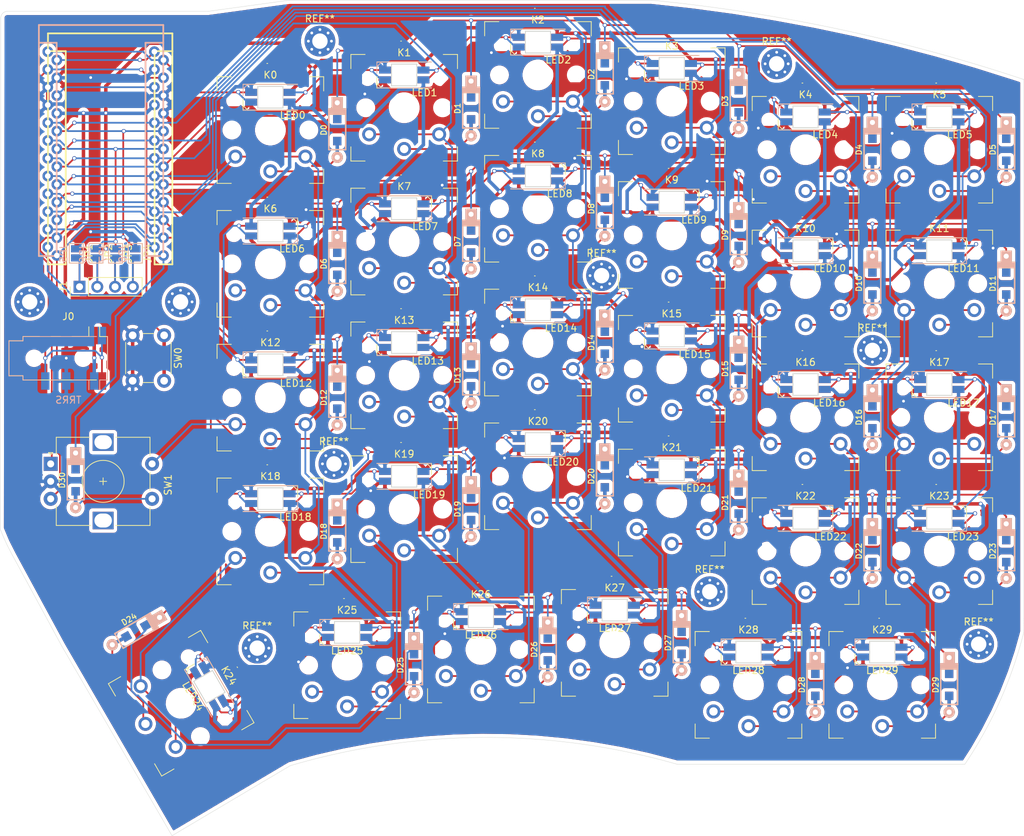
<source format=kicad_pcb>
(kicad_pcb (version 20171130) (host pcbnew "(5.1.8)-1")
  (layers (0 F.Cu signal) (31 B.Cu signal) (34 B.Paste user) (35 F.Paste user) (36 B.SilkS user) (37 F.SilkS user) (38 B.Mask user) (39 F.Mask user) (44 Edge.Cuts user))
  (net 0 "")
  (net 1 "Net-(D0-Pad2)")
  (net 2 ROW0)
  (net 3 "Net-(D1-Pad2)")
  (net 4 "Net-(D2-Pad2)")
  (net 5 "Net-(D3-Pad2)")
  (net 6 "Net-(D4-Pad2)")
  (net 7 "Net-(D5-Pad2)")
  (net 8 ROW1)
  (net 9 "Net-(D6-Pad2)")
  (net 10 "Net-(D7-Pad2)")
  (net 11 "Net-(D8-Pad2)")
  (net 12 "Net-(D9-Pad2)")
  (net 13 "Net-(D10-Pad2)")
  (net 14 "Net-(D11-Pad2)")
  (net 15 "Net-(D12-Pad2)")
  (net 16 ROW2)
  (net 17 "Net-(D13-Pad2)")
  (net 18 "Net-(D14-Pad2)")
  (net 19 "Net-(D15-Pad2)")
  (net 20 "Net-(D16-Pad2)")
  (net 21 "Net-(D17-Pad2)")
  (net 22 "Net-(D18-Pad2)")
  (net 23 ROW3)
  (net 24 "Net-(D19-Pad2)")
  (net 25 "Net-(D20-Pad2)")
  (net 26 "Net-(D21-Pad2)")
  (net 27 "Net-(D22-Pad2)")
  (net 28 "Net-(D23-Pad2)")
  (net 29 "Net-(D24-Pad2)")
  (net 30 ROW4)
  (net 31 "Net-(D25-Pad2)")
  (net 32 "Net-(D26-Pad2)")
  (net 33 "Net-(D27-Pad2)")
  (net 34 "Net-(D28-Pad2)")
  (net 35 "Net-(D29-Pad2)")
  (net 36 ROW5)
  (net 37 encROW)
  (net 38 TRRS_DATA)
  (net 39 VCC)
  (net 40 GND)
  (net 41 "Net-(J1-Pad1)")
  (net 42 "Net-(J1-Pad2)")
  (net 43 "Net-(J1-Pad3)")
  (net 44 "Net-(J1-Pad4)")
  (net 45 SCL)
  (net 46 SDA)
  (net 47 COL5)
  (net 48 COL4)
  (net 49 COL3)
  (net 50 COL2)
  (net 51 COL1)
  (net 52 COL0)
  (net 53 "Net-(LED0-Pad2)")
  (net 54 LED)
  (net 55 "Net-(LED1-Pad2)")
  (net 56 "Net-(LED2-Pad2)")
  (net 57 "Net-(LED3-Pad2)")
  (net 58 "Net-(LED4-Pad2)")
  (net 59 "Net-(LED10-Pad4)")
  (net 60 "Net-(LED10-Pad2)")
  (net 61 "Net-(LED12-Pad2)")
  (net 62 "Net-(LED13-Pad2)")
  (net 63 "Net-(LED14-Pad2)")
  (net 64 "Net-(LED15-Pad2)")
  (net 65 "Net-(LED16-Pad2)")
  (net 66 "Net-(LED17-Pad2)")
  (net 67 "Net-(LED18-Pad2)")
  (net 68 "Net-(LED24-Pad2)")
  (net 69 "Net-(LED25-Pad2)")
  (net 70 "Net-(LED26-Pad2)")
  (net 71 "Net-(LED27-Pad2)")
  (net 72 "Net-(LED28-Pad2)")
  (net 73 "Net-(LED29-Pad2)")
  (net 74 RST)
  (net 75 enc0DB)
  (net 76 enc0DA)
  (net 77 "Net-(U0-Pad24)")
  (net 78 "Net-(LED11-Pad4)")
  (net 79 "Net-(LED6-Pad4)")
  (net 80 "Net-(LED12-Pad4)")
  (net 81 "Net-(LED7-Pad4)")
  (net 82 "Net-(LED8-Pad4)")
  (net 83 "Net-(LED18-Pad4)")
  (net 84 "Net-(LED19-Pad4)")
  (net 85 "Net-(LED20-Pad4)")
  (net 86 "Net-(LED21-Pad4)")
  (net 87 "Net-(LED22-Pad4)")
  (module kbd:YS-SK6812MINI-E_double (layer F.Cu) (at 99.46875 35.34375)
    (fp_text reference LED0 (at 3.1875 2.577499) (layer F.SilkS))
    (fp_text value YS-SK6812MINI-E hide)
    (fp_line (start -1.8 1.55) (end -1.8 -1.55) (layer Edge.Cuts) (width 0.12))
    (fp_line (start 1.8 1.55) (end -1.8 1.55) (layer Edge.Cuts) (width 0.12))
    (fp_line (start 1.8 1.55) (end 1.8 -1.55) (layer Edge.Cuts) (width 0.12))
    (fp_line (start 1.8 -1.55) (end -1.8 -1.55) (layer Edge.Cuts) (width 0.12))
    (pad 4 smd rect (at -2.75 -0.7) (size 1.7 1) (layers F.Cu F.Paste F.Mask) (net 54 LED))
    (pad 3 smd rect (at -2.75 0.7) (size 1.7 1) (layers F.Cu F.Paste F.Mask) (net 40 GND))
    (pad 1 smd rect (at 2.75 -0.7) (size 1.7 1) (layers F.Cu F.Paste F.Mask) (net 39 VCC))
    (pad 2 smd rect (at 2.75 0.7) (size 1.7 1) (layers F.Cu F.Paste F.Mask) (net 53 "Net-(LED0-Pad2)"))
    (pad 4 smd rect (at -2.75 0.7 180) (size 1.7 1) (layers B.Cu B.Paste B.Mask) (net 54 LED))
    (pad 2 smd rect (at 2.75 -0.7 180) (size 1.7 1) (layers B.Cu B.Paste B.Mask) (net 53 "Net-(LED0-Pad2)"))
    (pad 3 smd rect (at -2.75 -0.7 180) (size 1.7 1) (layers B.Cu B.Paste B.Mask) (net 40 GND))
    (pad 1 smd rect (at 2.75 0.7 180) (size 1.7 1) (layers B.Cu B.Paste B.Mask) (net 39 VCC))
  )
  (module kbd:YS-SK6812MINI-E_double (layer F.Cu) (at 186.9375 114.65625)
    (fp_text reference LED29 (at 0 2.625) (layer F.SilkS))
    (fp_text value YS-SK6812MINI-E hide)
    (fp_line (start -1.8 1.55) (end -1.8 -1.55) (layer Edge.Cuts) (width 0.12))
    (fp_line (start 1.8 1.55) (end -1.8 1.55) (layer Edge.Cuts) (width 0.12))
    (fp_line (start 1.8 1.55) (end 1.8 -1.55) (layer Edge.Cuts) (width 0.12))
    (fp_line (start 1.8 -1.55) (end -1.8 -1.55) (layer Edge.Cuts) (width 0.12))
    (pad 4 smd rect (at -2.75 -0.7) (size 1.7 1) (layers F.Cu F.Paste F.Mask) (net 72 "Net-(LED28-Pad2)"))
    (pad 3 smd rect (at -2.75 0.7) (size 1.7 1) (layers F.Cu F.Paste F.Mask) (net 40 GND))
    (pad 1 smd rect (at 2.75 -0.7) (size 1.7 1) (layers F.Cu F.Paste F.Mask) (net 39 VCC))
    (pad 2 smd rect (at 2.75 0.7) (size 1.7 1) (layers F.Cu F.Paste F.Mask) (net 73 "Net-(LED29-Pad2)"))
    (pad 4 smd rect (at -2.75 0.7 180) (size 1.7 1) (layers B.Cu B.Paste B.Mask) (net 72 "Net-(LED28-Pad2)"))
    (pad 2 smd rect (at 2.75 -0.7 180) (size 1.7 1) (layers B.Cu B.Paste B.Mask) (net 73 "Net-(LED29-Pad2)"))
    (pad 3 smd rect (at -2.75 -0.7 180) (size 1.7 1) (layers B.Cu B.Paste B.Mask) (net 40 GND))
    (pad 1 smd rect (at 2.75 0.7 180) (size 1.7 1) (layers B.Cu B.Paste B.Mask) (net 39 VCC))
  )
  (module kbd:YS-SK6812MINI-E_double (layer F.Cu) (at 118.59375 32.15625)
    (fp_text reference LED1 (at 2.90625 2.53125) (layer F.SilkS))
    (fp_text value YS-SK6812MINI-E hide)
    (fp_line (start -1.8 1.55) (end -1.8 -1.55) (layer Edge.Cuts) (width 0.12))
    (fp_line (start 1.8 1.55) (end -1.8 1.55) (layer Edge.Cuts) (width 0.12))
    (fp_line (start 1.8 1.55) (end 1.8 -1.55) (layer Edge.Cuts) (width 0.12))
    (fp_line (start 1.8 -1.55) (end -1.8 -1.55) (layer Edge.Cuts) (width 0.12))
    (pad 4 smd rect (at -2.75 -0.7) (size 1.7 1) (layers F.Cu F.Paste F.Mask) (net 53 "Net-(LED0-Pad2)"))
    (pad 3 smd rect (at -2.75 0.7) (size 1.7 1) (layers F.Cu F.Paste F.Mask) (net 40 GND))
    (pad 1 smd rect (at 2.75 -0.7) (size 1.7 1) (layers F.Cu F.Paste F.Mask) (net 39 VCC))
    (pad 2 smd rect (at 2.75 0.7) (size 1.7 1) (layers F.Cu F.Paste F.Mask) (net 55 "Net-(LED1-Pad2)"))
    (pad 4 smd rect (at -2.75 0.7 180) (size 1.7 1) (layers B.Cu B.Paste B.Mask) (net 53 "Net-(LED0-Pad2)"))
    (pad 2 smd rect (at 2.75 -0.7 180) (size 1.7 1) (layers B.Cu B.Paste B.Mask) (net 55 "Net-(LED1-Pad2)"))
    (pad 3 smd rect (at -2.75 -0.7 180) (size 1.7 1) (layers B.Cu B.Paste B.Mask) (net 40 GND))
    (pad 1 smd rect (at 2.75 0.7 180) (size 1.7 1) (layers B.Cu B.Paste B.Mask) (net 39 VCC))
  )
  (module kbd:YS-SK6812MINI-E_double (layer F.Cu) (at 137.71875 27.46875)
    (fp_text reference LED2 (at 2.90625 2.53125) (layer F.SilkS))
    (fp_text value YS-SK6812MINI-E hide)
    (fp_line (start -1.8 1.55) (end -1.8 -1.55) (layer Edge.Cuts) (width 0.12))
    (fp_line (start 1.8 1.55) (end -1.8 1.55) (layer Edge.Cuts) (width 0.12))
    (fp_line (start 1.8 1.55) (end 1.8 -1.55) (layer Edge.Cuts) (width 0.12))
    (fp_line (start 1.8 -1.55) (end -1.8 -1.55) (layer Edge.Cuts) (width 0.12))
    (pad 4 smd rect (at -2.75 -0.7) (size 1.7 1) (layers F.Cu F.Paste F.Mask) (net 55 "Net-(LED1-Pad2)"))
    (pad 3 smd rect (at -2.75 0.7) (size 1.7 1) (layers F.Cu F.Paste F.Mask) (net 40 GND))
    (pad 1 smd rect (at 2.75 -0.7) (size 1.7 1) (layers F.Cu F.Paste F.Mask) (net 39 VCC))
    (pad 2 smd rect (at 2.75 0.7) (size 1.7 1) (layers F.Cu F.Paste F.Mask) (net 56 "Net-(LED2-Pad2)"))
    (pad 4 smd rect (at -2.75 0.7 180) (size 1.7 1) (layers B.Cu B.Paste B.Mask) (net 55 "Net-(LED1-Pad2)"))
    (pad 2 smd rect (at 2.75 -0.7 180) (size 1.7 1) (layers B.Cu B.Paste B.Mask) (net 56 "Net-(LED2-Pad2)"))
    (pad 3 smd rect (at -2.75 -0.7 180) (size 1.7 1) (layers B.Cu B.Paste B.Mask) (net 40 GND))
    (pad 1 smd rect (at 2.75 0.7 180) (size 1.7 1) (layers B.Cu B.Paste B.Mask) (net 39 VCC))
  )
  (module kbd:YS-SK6812MINI-E_double (layer F.Cu) (at 156.84375 31.21875)
    (fp_text reference LED3 (at 2.8125 2.53125) (layer F.SilkS))
    (fp_text value YS-SK6812MINI-E hide)
    (fp_line (start -1.8 1.55) (end -1.8 -1.55) (layer Edge.Cuts) (width 0.12))
    (fp_line (start 1.8 1.55) (end -1.8 1.55) (layer Edge.Cuts) (width 0.12))
    (fp_line (start 1.8 1.55) (end 1.8 -1.55) (layer Edge.Cuts) (width 0.12))
    (fp_line (start 1.8 -1.55) (end -1.8 -1.55) (layer Edge.Cuts) (width 0.12))
    (pad 4 smd rect (at -2.75 -0.7) (size 1.7 1) (layers F.Cu F.Paste F.Mask) (net 56 "Net-(LED2-Pad2)"))
    (pad 3 smd rect (at -2.75 0.7) (size 1.7 1) (layers F.Cu F.Paste F.Mask) (net 40 GND))
    (pad 1 smd rect (at 2.75 -0.7) (size 1.7 1) (layers F.Cu F.Paste F.Mask) (net 39 VCC))
    (pad 2 smd rect (at 2.75 0.7) (size 1.7 1) (layers F.Cu F.Paste F.Mask) (net 57 "Net-(LED3-Pad2)"))
    (pad 4 smd rect (at -2.75 0.7 180) (size 1.7 1) (layers B.Cu B.Paste B.Mask) (net 56 "Net-(LED2-Pad2)"))
    (pad 2 smd rect (at 2.75 -0.7 180) (size 1.7 1) (layers B.Cu B.Paste B.Mask) (net 57 "Net-(LED3-Pad2)"))
    (pad 3 smd rect (at -2.75 -0.7 180) (size 1.7 1) (layers B.Cu B.Paste B.Mask) (net 40 GND))
    (pad 1 smd rect (at 2.75 0.7 180) (size 1.7 1) (layers B.Cu B.Paste B.Mask) (net 39 VCC))
  )
  (module kbd:YS-SK6812MINI-E_double (layer F.Cu) (at 175.96875 38.15625)
    (fp_text reference LED4 (at 2.8125 2.53125) (layer F.SilkS))
    (fp_text value YS-SK6812MINI-E hide)
    (fp_line (start -1.8 1.55) (end -1.8 -1.55) (layer Edge.Cuts) (width 0.12))
    (fp_line (start 1.8 1.55) (end -1.8 1.55) (layer Edge.Cuts) (width 0.12))
    (fp_line (start 1.8 1.55) (end 1.8 -1.55) (layer Edge.Cuts) (width 0.12))
    (fp_line (start 1.8 -1.55) (end -1.8 -1.55) (layer Edge.Cuts) (width 0.12))
    (pad 4 smd rect (at -2.75 -0.7) (size 1.7 1) (layers F.Cu F.Paste F.Mask) (net 57 "Net-(LED3-Pad2)"))
    (pad 3 smd rect (at -2.75 0.7) (size 1.7 1) (layers F.Cu F.Paste F.Mask) (net 40 GND))
    (pad 1 smd rect (at 2.75 -0.7) (size 1.7 1) (layers F.Cu F.Paste F.Mask) (net 39 VCC))
    (pad 2 smd rect (at 2.75 0.7) (size 1.7 1) (layers F.Cu F.Paste F.Mask) (net 58 "Net-(LED4-Pad2)"))
    (pad 4 smd rect (at -2.75 0.7 180) (size 1.7 1) (layers B.Cu B.Paste B.Mask) (net 57 "Net-(LED3-Pad2)"))
    (pad 2 smd rect (at 2.75 -0.7 180) (size 1.7 1) (layers B.Cu B.Paste B.Mask) (net 58 "Net-(LED4-Pad2)"))
    (pad 3 smd rect (at -2.75 -0.7 180) (size 1.7 1) (layers B.Cu B.Paste B.Mask) (net 40 GND))
    (pad 1 smd rect (at 2.75 0.7 180) (size 1.7 1) (layers B.Cu B.Paste B.Mask) (net 39 VCC))
  )
  (module kbd:YS-SK6812MINI-E_double (layer F.Cu) (at 195.09375 38.15625)
    (fp_text reference LED5 (at 2.90625 2.53125) (layer F.SilkS))
    (fp_text value YS-SK6812MINI-E hide)
    (fp_line (start -1.8 1.55) (end -1.8 -1.55) (layer Edge.Cuts) (width 0.12))
    (fp_line (start 1.8 1.55) (end -1.8 1.55) (layer Edge.Cuts) (width 0.12))
    (fp_line (start 1.8 1.55) (end 1.8 -1.55) (layer Edge.Cuts) (width 0.12))
    (fp_line (start 1.8 -1.55) (end -1.8 -1.55) (layer Edge.Cuts) (width 0.12))
    (pad 4 smd rect (at -2.75 -0.7) (size 1.7 1) (layers F.Cu F.Paste F.Mask) (net 58 "Net-(LED4-Pad2)"))
    (pad 3 smd rect (at -2.75 0.7) (size 1.7 1) (layers F.Cu F.Paste F.Mask) (net 40 GND))
    (pad 1 smd rect (at 2.75 -0.7) (size 1.7 1) (layers F.Cu F.Paste F.Mask) (net 39 VCC))
    (pad 2 smd rect (at 2.75 0.7) (size 1.7 1) (layers F.Cu F.Paste F.Mask) (net 78 "Net-(LED11-Pad4)"))
    (pad 4 smd rect (at -2.75 0.7 180) (size 1.7 1) (layers B.Cu B.Paste B.Mask) (net 58 "Net-(LED4-Pad2)"))
    (pad 2 smd rect (at 2.75 -0.7 180) (size 1.7 1) (layers B.Cu B.Paste B.Mask) (net 78 "Net-(LED11-Pad4)"))
    (pad 3 smd rect (at -2.75 -0.7 180) (size 1.7 1) (layers B.Cu B.Paste B.Mask) (net 40 GND))
    (pad 1 smd rect (at 2.75 0.7 180) (size 1.7 1) (layers B.Cu B.Paste B.Mask) (net 39 VCC))
  )
  (module kbd:YS-SK6812MINI-E_double (layer F.Cu) (at 99.46875 54.46875 180)
    (fp_text reference LED6 (at -3.09375 -2.53125) (layer F.SilkS))
    (fp_text value YS-SK6812MINI-E hide)
    (fp_line (start -1.8 1.55) (end -1.8 -1.55) (layer Edge.Cuts) (width 0.12))
    (fp_line (start 1.8 1.55) (end -1.8 1.55) (layer Edge.Cuts) (width 0.12))
    (fp_line (start 1.8 1.55) (end 1.8 -1.55) (layer Edge.Cuts) (width 0.12))
    (fp_line (start 1.8 -1.55) (end -1.8 -1.55) (layer Edge.Cuts) (width 0.12))
    (pad 4 smd rect (at -2.75 -0.7 180) (size 1.7 1) (layers F.Cu F.Paste F.Mask) (net 79 "Net-(LED6-Pad4)"))
    (pad 3 smd rect (at -2.75 0.7 180) (size 1.7 1) (layers F.Cu F.Paste F.Mask) (net 40 GND))
    (pad 1 smd rect (at 2.75 -0.7 180) (size 1.7 1) (layers F.Cu F.Paste F.Mask) (net 39 VCC))
    (pad 2 smd rect (at 2.75 0.7 180) (size 1.7 1) (layers F.Cu F.Paste F.Mask) (net 80 "Net-(LED12-Pad4)"))
    (pad 4 smd rect (at -2.75 0.7) (size 1.7 1) (layers B.Cu B.Paste B.Mask) (net 79 "Net-(LED6-Pad4)"))
    (pad 2 smd rect (at 2.75 -0.7) (size 1.7 1) (layers B.Cu B.Paste B.Mask) (net 80 "Net-(LED12-Pad4)"))
    (pad 3 smd rect (at -2.75 -0.7) (size 1.7 1) (layers B.Cu B.Paste B.Mask) (net 40 GND))
    (pad 1 smd rect (at 2.75 0.7) (size 1.7 1) (layers B.Cu B.Paste B.Mask) (net 39 VCC))
  )
  (module kbd:YS-SK6812MINI-E_double (layer F.Cu) (at 118.59375 51.28125 180)
    (fp_text reference LED7 (at -3 -2.53125) (layer F.SilkS))
    (fp_text value YS-SK6812MINI-E hide)
    (fp_line (start -1.8 1.55) (end -1.8 -1.55) (layer Edge.Cuts) (width 0.12))
    (fp_line (start 1.8 1.55) (end -1.8 1.55) (layer Edge.Cuts) (width 0.12))
    (fp_line (start 1.8 1.55) (end 1.8 -1.55) (layer Edge.Cuts) (width 0.12))
    (fp_line (start 1.8 -1.55) (end -1.8 -1.55) (layer Edge.Cuts) (width 0.12))
    (pad 4 smd rect (at -2.75 -0.7 180) (size 1.7 1) (layers F.Cu F.Paste F.Mask) (net 81 "Net-(LED7-Pad4)"))
    (pad 3 smd rect (at -2.75 0.7 180) (size 1.7 1) (layers F.Cu F.Paste F.Mask) (net 40 GND))
    (pad 1 smd rect (at 2.75 -0.7 180) (size 1.7 1) (layers F.Cu F.Paste F.Mask) (net 39 VCC))
    (pad 2 smd rect (at 2.75 0.7 180) (size 1.7 1) (layers F.Cu F.Paste F.Mask) (net 79 "Net-(LED6-Pad4)"))
    (pad 4 smd rect (at -2.75 0.7) (size 1.7 1) (layers B.Cu B.Paste B.Mask) (net 81 "Net-(LED7-Pad4)"))
    (pad 2 smd rect (at 2.75 -0.7) (size 1.7 1) (layers B.Cu B.Paste B.Mask) (net 79 "Net-(LED6-Pad4)"))
    (pad 3 smd rect (at -2.75 -0.7) (size 1.7 1) (layers B.Cu B.Paste B.Mask) (net 40 GND))
    (pad 1 smd rect (at 2.75 0.7) (size 1.7 1) (layers B.Cu B.Paste B.Mask) (net 39 VCC))
  )
  (module kbd:YS-SK6812MINI-E_double (layer F.Cu) (at 137.71875 46.59375 180)
    (fp_text reference LED8 (at -3.09375 -2.53125) (layer F.SilkS))
    (fp_text value YS-SK6812MINI-E hide)
    (fp_line (start -1.8 1.55) (end -1.8 -1.55) (layer Edge.Cuts) (width 0.12))
    (fp_line (start 1.8 1.55) (end -1.8 1.55) (layer Edge.Cuts) (width 0.12))
    (fp_line (start 1.8 1.55) (end 1.8 -1.55) (layer Edge.Cuts) (width 0.12))
    (fp_line (start 1.8 -1.55) (end -1.8 -1.55) (layer Edge.Cuts) (width 0.12))
    (pad 4 smd rect (at -2.75 -0.7 180) (size 1.7 1) (layers F.Cu F.Paste F.Mask) (net 82 "Net-(LED8-Pad4)"))
    (pad 3 smd rect (at -2.75 0.7 180) (size 1.7 1) (layers F.Cu F.Paste F.Mask) (net 40 GND))
    (pad 1 smd rect (at 2.75 -0.7 180) (size 1.7 1) (layers F.Cu F.Paste F.Mask) (net 39 VCC))
    (pad 2 smd rect (at 2.75 0.7 180) (size 1.7 1) (layers F.Cu F.Paste F.Mask) (net 81 "Net-(LED7-Pad4)"))
    (pad 4 smd rect (at -2.75 0.7) (size 1.7 1) (layers B.Cu B.Paste B.Mask) (net 82 "Net-(LED8-Pad4)"))
    (pad 2 smd rect (at 2.75 -0.7) (size 1.7 1) (layers B.Cu B.Paste B.Mask) (net 81 "Net-(LED7-Pad4)"))
    (pad 3 smd rect (at -2.75 -0.7) (size 1.7 1) (layers B.Cu B.Paste B.Mask) (net 40 GND))
    (pad 1 smd rect (at 2.75 0.7) (size 1.7 1) (layers B.Cu B.Paste B.Mask) (net 39 VCC))
  )
  (module kbd:YS-SK6812MINI-E_double (layer F.Cu) (at 156.84375 50.34375 180)
    (fp_text reference LED9 (at -3.1875 -2.53125) (layer F.SilkS))
    (fp_text value YS-SK6812MINI-E hide)
    (fp_line (start -1.8 1.55) (end -1.8 -1.55) (layer Edge.Cuts) (width 0.12))
    (fp_line (start 1.8 1.55) (end -1.8 1.55) (layer Edge.Cuts) (width 0.12))
    (fp_line (start 1.8 1.55) (end 1.8 -1.55) (layer Edge.Cuts) (width 0.12))
    (fp_line (start 1.8 -1.55) (end -1.8 -1.55) (layer Edge.Cuts) (width 0.12))
    (pad 4 smd rect (at -2.75 -0.7 180) (size 1.7 1) (layers F.Cu F.Paste F.Mask) (net 60 "Net-(LED10-Pad2)"))
    (pad 3 smd rect (at -2.75 0.7 180) (size 1.7 1) (layers F.Cu F.Paste F.Mask) (net 40 GND))
    (pad 1 smd rect (at 2.75 -0.7 180) (size 1.7 1) (layers F.Cu F.Paste F.Mask) (net 39 VCC))
    (pad 2 smd rect (at 2.75 0.7 180) (size 1.7 1) (layers F.Cu F.Paste F.Mask) (net 82 "Net-(LED8-Pad4)"))
    (pad 4 smd rect (at -2.75 0.7) (size 1.7 1) (layers B.Cu B.Paste B.Mask) (net 60 "Net-(LED10-Pad2)"))
    (pad 2 smd rect (at 2.75 -0.7) (size 1.7 1) (layers B.Cu B.Paste B.Mask) (net 82 "Net-(LED8-Pad4)"))
    (pad 3 smd rect (at -2.75 -0.7) (size 1.7 1) (layers B.Cu B.Paste B.Mask) (net 40 GND))
    (pad 1 smd rect (at 2.75 0.7) (size 1.7 1) (layers B.Cu B.Paste B.Mask) (net 39 VCC))
  )
  (module kbd:YS-SK6812MINI-E_double (layer F.Cu) (at 175.96875 57.28125 180)
    (fp_text reference LED10 (at -3.46875 -2.53125) (layer F.SilkS))
    (fp_text value YS-SK6812MINI-E hide)
    (fp_line (start -1.8 1.55) (end -1.8 -1.55) (layer Edge.Cuts) (width 0.12))
    (fp_line (start 1.8 1.55) (end -1.8 1.55) (layer Edge.Cuts) (width 0.12))
    (fp_line (start 1.8 1.55) (end 1.8 -1.55) (layer Edge.Cuts) (width 0.12))
    (fp_line (start 1.8 -1.55) (end -1.8 -1.55) (layer Edge.Cuts) (width 0.12))
    (pad 4 smd rect (at -2.75 -0.7 180) (size 1.7 1) (layers F.Cu F.Paste F.Mask) (net 59 "Net-(LED10-Pad4)"))
    (pad 3 smd rect (at -2.75 0.7 180) (size 1.7 1) (layers F.Cu F.Paste F.Mask) (net 40 GND))
    (pad 1 smd rect (at 2.75 -0.7 180) (size 1.7 1) (layers F.Cu F.Paste F.Mask) (net 39 VCC))
    (pad 2 smd rect (at 2.75 0.7 180) (size 1.7 1) (layers F.Cu F.Paste F.Mask) (net 60 "Net-(LED10-Pad2)"))
    (pad 4 smd rect (at -2.75 0.7) (size 1.7 1) (layers B.Cu B.Paste B.Mask) (net 59 "Net-(LED10-Pad4)"))
    (pad 2 smd rect (at 2.75 -0.7) (size 1.7 1) (layers B.Cu B.Paste B.Mask) (net 60 "Net-(LED10-Pad2)"))
    (pad 3 smd rect (at -2.75 -0.7) (size 1.7 1) (layers B.Cu B.Paste B.Mask) (net 40 GND))
    (pad 1 smd rect (at 2.75 0.7) (size 1.7 1) (layers B.Cu B.Paste B.Mask) (net 39 VCC))
  )
  (module kbd:YS-SK6812MINI-E_double (layer F.Cu) (at 195.09375 57.28125 180)
    (fp_text reference LED11 (at -3.46875 -2.53125) (layer F.SilkS))
    (fp_text value YS-SK6812MINI-E hide)
    (fp_line (start -1.8 1.55) (end -1.8 -1.55) (layer Edge.Cuts) (width 0.12))
    (fp_line (start 1.8 1.55) (end -1.8 1.55) (layer Edge.Cuts) (width 0.12))
    (fp_line (start 1.8 1.55) (end 1.8 -1.55) (layer Edge.Cuts) (width 0.12))
    (fp_line (start 1.8 -1.55) (end -1.8 -1.55) (layer Edge.Cuts) (width 0.12))
    (pad 4 smd rect (at -2.75 -0.7 180) (size 1.7 1) (layers F.Cu F.Paste F.Mask) (net 78 "Net-(LED11-Pad4)"))
    (pad 3 smd rect (at -2.75 0.7 180) (size 1.7 1) (layers F.Cu F.Paste F.Mask) (net 40 GND))
    (pad 1 smd rect (at 2.75 -0.7 180) (size 1.7 1) (layers F.Cu F.Paste F.Mask) (net 39 VCC))
    (pad 2 smd rect (at 2.75 0.7 180) (size 1.7 1) (layers F.Cu F.Paste F.Mask) (net 59 "Net-(LED10-Pad4)"))
    (pad 4 smd rect (at -2.75 0.7) (size 1.7 1) (layers B.Cu B.Paste B.Mask) (net 78 "Net-(LED11-Pad4)"))
    (pad 2 smd rect (at 2.75 -0.7) (size 1.7 1) (layers B.Cu B.Paste B.Mask) (net 59 "Net-(LED10-Pad4)"))
    (pad 3 smd rect (at -2.75 -0.7) (size 1.7 1) (layers B.Cu B.Paste B.Mask) (net 40 GND))
    (pad 1 smd rect (at 2.75 0.7) (size 1.7 1) (layers B.Cu B.Paste B.Mask) (net 39 VCC))
  )
  (module kbd:YS-SK6812MINI-E_double (layer F.Cu) (at 99.46875 73.59375)
    (fp_text reference LED12 (at 3.65625 2.625) (layer F.SilkS))
    (fp_text value YS-SK6812MINI-E hide)
    (fp_line (start -1.8 1.55) (end -1.8 -1.55) (layer Edge.Cuts) (width 0.12))
    (fp_line (start 1.8 1.55) (end -1.8 1.55) (layer Edge.Cuts) (width 0.12))
    (fp_line (start 1.8 1.55) (end 1.8 -1.55) (layer Edge.Cuts) (width 0.12))
    (fp_line (start 1.8 -1.55) (end -1.8 -1.55) (layer Edge.Cuts) (width 0.12))
    (pad 4 smd rect (at -2.75 -0.7) (size 1.7 1) (layers F.Cu F.Paste F.Mask) (net 80 "Net-(LED12-Pad4)"))
    (pad 3 smd rect (at -2.75 0.7) (size 1.7 1) (layers F.Cu F.Paste F.Mask) (net 40 GND))
    (pad 1 smd rect (at 2.75 -0.7) (size 1.7 1) (layers F.Cu F.Paste F.Mask) (net 39 VCC))
    (pad 2 smd rect (at 2.75 0.7) (size 1.7 1) (layers F.Cu F.Paste F.Mask) (net 61 "Net-(LED12-Pad2)"))
    (pad 4 smd rect (at -2.75 0.7 180) (size 1.7 1) (layers B.Cu B.Paste B.Mask) (net 80 "Net-(LED12-Pad4)"))
    (pad 2 smd rect (at 2.75 -0.7 180) (size 1.7 1) (layers B.Cu B.Paste B.Mask) (net 61 "Net-(LED12-Pad2)"))
    (pad 3 smd rect (at -2.75 -0.7 180) (size 1.7 1) (layers B.Cu B.Paste B.Mask) (net 40 GND))
    (pad 1 smd rect (at 2.75 0.7 180) (size 1.7 1) (layers B.Cu B.Paste B.Mask) (net 39 VCC))
  )
  (module kbd:YS-SK6812MINI-E_double (layer F.Cu) (at 118.59375 70.40625)
    (fp_text reference LED13 (at 3.375 2.625) (layer F.SilkS))
    (fp_text value YS-SK6812MINI-E hide)
    (fp_line (start -1.8 1.55) (end -1.8 -1.55) (layer Edge.Cuts) (width 0.12))
    (fp_line (start 1.8 1.55) (end -1.8 1.55) (layer Edge.Cuts) (width 0.12))
    (fp_line (start 1.8 1.55) (end 1.8 -1.55) (layer Edge.Cuts) (width 0.12))
    (fp_line (start 1.8 -1.55) (end -1.8 -1.55) (layer Edge.Cuts) (width 0.12))
    (pad 4 smd rect (at -2.75 -0.7) (size 1.7 1) (layers F.Cu F.Paste F.Mask) (net 61 "Net-(LED12-Pad2)"))
    (pad 3 smd rect (at -2.75 0.7) (size 1.7 1) (layers F.Cu F.Paste F.Mask) (net 40 GND))
    (pad 1 smd rect (at 2.75 -0.7) (size 1.7 1) (layers F.Cu F.Paste F.Mask) (net 39 VCC))
    (pad 2 smd rect (at 2.75 0.7) (size 1.7 1) (layers F.Cu F.Paste F.Mask) (net 62 "Net-(LED13-Pad2)"))
    (pad 4 smd rect (at -2.75 0.7 180) (size 1.7 1) (layers B.Cu B.Paste B.Mask) (net 61 "Net-(LED12-Pad2)"))
    (pad 2 smd rect (at 2.75 -0.7 180) (size 1.7 1) (layers B.Cu B.Paste B.Mask) (net 62 "Net-(LED13-Pad2)"))
    (pad 3 smd rect (at -2.75 -0.7 180) (size 1.7 1) (layers B.Cu B.Paste B.Mask) (net 40 GND))
    (pad 1 smd rect (at 2.75 0.7 180) (size 1.7 1) (layers B.Cu B.Paste B.Mask) (net 39 VCC))
  )
  (module kbd:YS-SK6812MINI-E_double (layer F.Cu) (at 137.71875 65.71875)
    (fp_text reference LED14 (at 3.28125 2.625) (layer F.SilkS))
    (fp_text value YS-SK6812MINI-E hide)
    (fp_line (start -1.8 1.55) (end -1.8 -1.55) (layer Edge.Cuts) (width 0.12))
    (fp_line (start 1.8 1.55) (end -1.8 1.55) (layer Edge.Cuts) (width 0.12))
    (fp_line (start 1.8 1.55) (end 1.8 -1.55) (layer Edge.Cuts) (width 0.12))
    (fp_line (start 1.8 -1.55) (end -1.8 -1.55) (layer Edge.Cuts) (width 0.12))
    (pad 4 smd rect (at -2.75 -0.7) (size 1.7 1) (layers F.Cu F.Paste F.Mask) (net 62 "Net-(LED13-Pad2)"))
    (pad 3 smd rect (at -2.75 0.7) (size 1.7 1) (layers F.Cu F.Paste F.Mask) (net 40 GND))
    (pad 1 smd rect (at 2.75 -0.7) (size 1.7 1) (layers F.Cu F.Paste F.Mask) (net 39 VCC))
    (pad 2 smd rect (at 2.75 0.7) (size 1.7 1) (layers F.Cu F.Paste F.Mask) (net 63 "Net-(LED14-Pad2)"))
    (pad 4 smd rect (at -2.75 0.7 180) (size 1.7 1) (layers B.Cu B.Paste B.Mask) (net 62 "Net-(LED13-Pad2)"))
    (pad 2 smd rect (at 2.75 -0.7 180) (size 1.7 1) (layers B.Cu B.Paste B.Mask) (net 63 "Net-(LED14-Pad2)"))
    (pad 3 smd rect (at -2.75 -0.7 180) (size 1.7 1) (layers B.Cu B.Paste B.Mask) (net 40 GND))
    (pad 1 smd rect (at 2.75 0.7 180) (size 1.7 1) (layers B.Cu B.Paste B.Mask) (net 39 VCC))
  )
  (module kbd:YS-SK6812MINI-E_double (layer F.Cu) (at 156.84375 69.46875)
    (fp_text reference LED15 (at 3.28125 2.625) (layer F.SilkS))
    (fp_text value YS-SK6812MINI-E hide)
    (fp_line (start -1.8 1.55) (end -1.8 -1.55) (layer Edge.Cuts) (width 0.12))
    (fp_line (start 1.8 1.55) (end -1.8 1.55) (layer Edge.Cuts) (width 0.12))
    (fp_line (start 1.8 1.55) (end 1.8 -1.55) (layer Edge.Cuts) (width 0.12))
    (fp_line (start 1.8 -1.55) (end -1.8 -1.55) (layer Edge.Cuts) (width 0.12))
    (pad 4 smd rect (at -2.75 -0.7) (size 1.7 1) (layers F.Cu F.Paste F.Mask) (net 63 "Net-(LED14-Pad2)"))
    (pad 3 smd rect (at -2.75 0.7) (size 1.7 1) (layers F.Cu F.Paste F.Mask) (net 40 GND))
    (pad 1 smd rect (at 2.75 -0.7) (size 1.7 1) (layers F.Cu F.Paste F.Mask) (net 39 VCC))
    (pad 2 smd rect (at 2.75 0.7) (size 1.7 1) (layers F.Cu F.Paste F.Mask) (net 64 "Net-(LED15-Pad2)"))
    (pad 4 smd rect (at -2.75 0.7 180) (size 1.7 1) (layers B.Cu B.Paste B.Mask) (net 63 "Net-(LED14-Pad2)"))
    (pad 2 smd rect (at 2.75 -0.7 180) (size 1.7 1) (layers B.Cu B.Paste B.Mask) (net 64 "Net-(LED15-Pad2)"))
    (pad 3 smd rect (at -2.75 -0.7 180) (size 1.7 1) (layers B.Cu B.Paste B.Mask) (net 40 GND))
    (pad 1 smd rect (at 2.75 0.7 180) (size 1.7 1) (layers B.Cu B.Paste B.Mask) (net 39 VCC))
  )
  (module kbd:YS-SK6812MINI-E_double (layer F.Cu) (at 175.96875 76.40625)
    (fp_text reference LED16 (at 3.375 2.625) (layer F.SilkS))
    (fp_text value YS-SK6812MINI-E hide)
    (fp_line (start -1.8 1.55) (end -1.8 -1.55) (layer Edge.Cuts) (width 0.12))
    (fp_line (start 1.8 1.55) (end -1.8 1.55) (layer Edge.Cuts) (width 0.12))
    (fp_line (start 1.8 1.55) (end 1.8 -1.55) (layer Edge.Cuts) (width 0.12))
    (fp_line (start 1.8 -1.55) (end -1.8 -1.55) (layer Edge.Cuts) (width 0.12))
    (pad 4 smd rect (at -2.75 -0.7) (size 1.7 1) (layers F.Cu F.Paste F.Mask) (net 64 "Net-(LED15-Pad2)"))
    (pad 3 smd rect (at -2.75 0.7) (size 1.7 1) (layers F.Cu F.Paste F.Mask) (net 40 GND))
    (pad 1 smd rect (at 2.75 -0.7) (size 1.7 1) (layers F.Cu F.Paste F.Mask) (net 39 VCC))
    (pad 2 smd rect (at 2.75 0.7) (size 1.7 1) (layers F.Cu F.Paste F.Mask) (net 65 "Net-(LED16-Pad2)"))
    (pad 4 smd rect (at -2.75 0.7 180) (size 1.7 1) (layers B.Cu B.Paste B.Mask) (net 64 "Net-(LED15-Pad2)"))
    (pad 2 smd rect (at 2.75 -0.7 180) (size 1.7 1) (layers B.Cu B.Paste B.Mask) (net 65 "Net-(LED16-Pad2)"))
    (pad 3 smd rect (at -2.75 -0.7 180) (size 1.7 1) (layers B.Cu B.Paste B.Mask) (net 40 GND))
    (pad 1 smd rect (at 2.75 0.7 180) (size 1.7 1) (layers B.Cu B.Paste B.Mask) (net 39 VCC))
  )
  (module kbd:YS-SK6812MINI-E_double (layer F.Cu) (at 195.09375 76.40625)
    (fp_text reference LED17 (at 3.46875 2.625) (layer F.SilkS))
    (fp_text value YS-SK6812MINI-E hide)
    (fp_line (start -1.8 1.55) (end -1.8 -1.55) (layer Edge.Cuts) (width 0.12))
    (fp_line (start 1.8 1.55) (end -1.8 1.55) (layer Edge.Cuts) (width 0.12))
    (fp_line (start 1.8 1.55) (end 1.8 -1.55) (layer Edge.Cuts) (width 0.12))
    (fp_line (start 1.8 -1.55) (end -1.8 -1.55) (layer Edge.Cuts) (width 0.12))
    (pad 4 smd rect (at -2.75 -0.7) (size 1.7 1) (layers F.Cu F.Paste F.Mask) (net 65 "Net-(LED16-Pad2)"))
    (pad 3 smd rect (at -2.75 0.7) (size 1.7 1) (layers F.Cu F.Paste F.Mask) (net 40 GND))
    (pad 1 smd rect (at 2.75 -0.7) (size 1.7 1) (layers F.Cu F.Paste F.Mask) (net 39 VCC))
    (pad 2 smd rect (at 2.75 0.7) (size 1.7 1) (layers F.Cu F.Paste F.Mask) (net 66 "Net-(LED17-Pad2)"))
    (pad 4 smd rect (at -2.75 0.7 180) (size 1.7 1) (layers B.Cu B.Paste B.Mask) (net 65 "Net-(LED16-Pad2)"))
    (pad 2 smd rect (at 2.75 -0.7 180) (size 1.7 1) (layers B.Cu B.Paste B.Mask) (net 66 "Net-(LED17-Pad2)"))
    (pad 3 smd rect (at -2.75 -0.7 180) (size 1.7 1) (layers B.Cu B.Paste B.Mask) (net 40 GND))
    (pad 1 smd rect (at 2.75 0.7 180) (size 1.7 1) (layers B.Cu B.Paste B.Mask) (net 39 VCC))
  )
  (module kbd:YS-SK6812MINI-E_double (layer F.Cu) (at 99.46875 92.71875 180)
    (fp_text reference LED18 (at -3.5625 -2.625) (layer F.SilkS))
    (fp_text value YS-SK6812MINI-E hide)
    (fp_line (start -1.8 1.55) (end -1.8 -1.55) (layer Edge.Cuts) (width 0.12))
    (fp_line (start 1.8 1.55) (end -1.8 1.55) (layer Edge.Cuts) (width 0.12))
    (fp_line (start 1.8 1.55) (end 1.8 -1.55) (layer Edge.Cuts) (width 0.12))
    (fp_line (start 1.8 -1.55) (end -1.8 -1.55) (layer Edge.Cuts) (width 0.12))
    (pad 4 smd rect (at -2.75 -0.7 180) (size 1.7 1) (layers F.Cu F.Paste F.Mask) (net 83 "Net-(LED18-Pad4)"))
    (pad 3 smd rect (at -2.75 0.7 180) (size 1.7 1) (layers F.Cu F.Paste F.Mask) (net 39 VCC))
    (pad 1 smd rect (at 2.75 -0.7 180) (size 1.7 1) (layers F.Cu F.Paste F.Mask) (net 40 GND))
    (pad 2 smd rect (at 2.75 0.7 180) (size 1.7 1) (layers F.Cu F.Paste F.Mask) (net 67 "Net-(LED18-Pad2)"))
    (pad 4 smd rect (at -2.75 0.7) (size 1.7 1) (layers B.Cu B.Paste B.Mask) (net 83 "Net-(LED18-Pad4)"))
    (pad 2 smd rect (at 2.75 -0.7) (size 1.7 1) (layers B.Cu B.Paste B.Mask) (net 67 "Net-(LED18-Pad2)"))
    (pad 3 smd rect (at -2.75 -0.7) (size 1.7 1) (layers B.Cu B.Paste B.Mask) (net 39 VCC))
    (pad 1 smd rect (at 2.75 0.7) (size 1.7 1) (layers B.Cu B.Paste B.Mask) (net 40 GND))
  )
  (module kbd:YS-SK6812MINI-E_double (layer F.Cu) (at 118.59375 89.53125 180)
    (fp_text reference LED19 (at -3.5625 -2.625) (layer F.SilkS))
    (fp_text value YS-SK6812MINI-E hide)
    (fp_line (start -1.8 1.55) (end -1.8 -1.55) (layer Edge.Cuts) (width 0.12))
    (fp_line (start 1.8 1.55) (end -1.8 1.55) (layer Edge.Cuts) (width 0.12))
    (fp_line (start 1.8 1.55) (end 1.8 -1.55) (layer Edge.Cuts) (width 0.12))
    (fp_line (start 1.8 -1.55) (end -1.8 -1.55) (layer Edge.Cuts) (width 0.12))
    (pad 4 smd rect (at -2.75 -0.7 180) (size 1.7 1) (layers F.Cu F.Paste F.Mask) (net 84 "Net-(LED19-Pad4)"))
    (pad 3 smd rect (at -2.75 0.7 180) (size 1.7 1) (layers F.Cu F.Paste F.Mask) (net 39 VCC))
    (pad 1 smd rect (at 2.75 -0.7 180) (size 1.7 1) (layers F.Cu F.Paste F.Mask) (net 40 GND))
    (pad 2 smd rect (at 2.75 0.7 180) (size 1.7 1) (layers F.Cu F.Paste F.Mask) (net 83 "Net-(LED18-Pad4)"))
    (pad 4 smd rect (at -2.75 0.7) (size 1.7 1) (layers B.Cu B.Paste B.Mask) (net 84 "Net-(LED19-Pad4)"))
    (pad 2 smd rect (at 2.75 -0.7) (size 1.7 1) (layers B.Cu B.Paste B.Mask) (net 83 "Net-(LED18-Pad4)"))
    (pad 3 smd rect (at -2.75 -0.7) (size 1.7 1) (layers B.Cu B.Paste B.Mask) (net 39 VCC))
    (pad 1 smd rect (at 2.75 0.7) (size 1.7 1) (layers B.Cu B.Paste B.Mask) (net 40 GND))
  )
  (module kbd:YS-SK6812MINI-E_double (layer F.Cu) (at 137.71875 84.84375 180)
    (fp_text reference LED20 (at -3.5625 -2.625) (layer F.SilkS))
    (fp_text value YS-SK6812MINI-E hide)
    (fp_line (start -1.8 1.55) (end -1.8 -1.55) (layer Edge.Cuts) (width 0.12))
    (fp_line (start 1.8 1.55) (end -1.8 1.55) (layer Edge.Cuts) (width 0.12))
    (fp_line (start 1.8 1.55) (end 1.8 -1.55) (layer Edge.Cuts) (width 0.12))
    (fp_line (start 1.8 -1.55) (end -1.8 -1.55) (layer Edge.Cuts) (width 0.12))
    (pad 4 smd rect (at -2.75 -0.7 180) (size 1.7 1) (layers F.Cu F.Paste F.Mask) (net 85 "Net-(LED20-Pad4)"))
    (pad 3 smd rect (at -2.75 0.7 180) (size 1.7 1) (layers F.Cu F.Paste F.Mask) (net 39 VCC))
    (pad 1 smd rect (at 2.75 -0.7 180) (size 1.7 1) (layers F.Cu F.Paste F.Mask) (net 40 GND))
    (pad 2 smd rect (at 2.75 0.7 180) (size 1.7 1) (layers F.Cu F.Paste F.Mask) (net 84 "Net-(LED19-Pad4)"))
    (pad 4 smd rect (at -2.75 0.7) (size 1.7 1) (layers B.Cu B.Paste B.Mask) (net 85 "Net-(LED20-Pad4)"))
    (pad 2 smd rect (at 2.75 -0.7) (size 1.7 1) (layers B.Cu B.Paste B.Mask) (net 84 "Net-(LED19-Pad4)"))
    (pad 3 smd rect (at -2.75 -0.7) (size 1.7 1) (layers B.Cu B.Paste B.Mask) (net 39 VCC))
    (pad 1 smd rect (at 2.75 0.7) (size 1.7 1) (layers B.Cu B.Paste B.Mask) (net 40 GND))
  )
  (module kbd:YS-SK6812MINI-E_double (layer F.Cu) (at 156.84375 88.59375 180)
    (fp_text reference LED21 (at -3.5625 -2.625) (layer F.SilkS))
    (fp_text value YS-SK6812MINI-E hide)
    (fp_line (start -1.8 1.55) (end -1.8 -1.55) (layer Edge.Cuts) (width 0.12))
    (fp_line (start 1.8 1.55) (end -1.8 1.55) (layer Edge.Cuts) (width 0.12))
    (fp_line (start 1.8 1.55) (end 1.8 -1.55) (layer Edge.Cuts) (width 0.12))
    (fp_line (start 1.8 -1.55) (end -1.8 -1.55) (layer Edge.Cuts) (width 0.12))
    (pad 4 smd rect (at -2.75 -0.7 180) (size 1.7 1) (layers F.Cu F.Paste F.Mask) (net 86 "Net-(LED21-Pad4)"))
    (pad 3 smd rect (at -2.75 0.7 180) (size 1.7 1) (layers F.Cu F.Paste F.Mask) (net 39 VCC))
    (pad 1 smd rect (at 2.75 -0.7 180) (size 1.7 1) (layers F.Cu F.Paste F.Mask) (net 40 GND))
    (pad 2 smd rect (at 2.75 0.7 180) (size 1.7 1) (layers F.Cu F.Paste F.Mask) (net 85 "Net-(LED20-Pad4)"))
    (pad 4 smd rect (at -2.75 0.7) (size 1.7 1) (layers B.Cu B.Paste B.Mask) (net 86 "Net-(LED21-Pad4)"))
    (pad 2 smd rect (at 2.75 -0.7) (size 1.7 1) (layers B.Cu B.Paste B.Mask) (net 85 "Net-(LED20-Pad4)"))
    (pad 3 smd rect (at -2.75 -0.7) (size 1.7 1) (layers B.Cu B.Paste B.Mask) (net 39 VCC))
    (pad 1 smd rect (at 2.75 0.7) (size 1.7 1) (layers B.Cu B.Paste B.Mask) (net 40 GND))
  )
  (module kbd:YS-SK6812MINI-E_double (layer F.Cu) (at 175.96875 95.53125 180)
    (fp_text reference LED22 (at -3.5625 -2.625) (layer F.SilkS))
    (fp_text value YS-SK6812MINI-E hide)
    (fp_line (start -1.8 1.55) (end -1.8 -1.55) (layer Edge.Cuts) (width 0.12))
    (fp_line (start 1.8 1.55) (end -1.8 1.55) (layer Edge.Cuts) (width 0.12))
    (fp_line (start 1.8 1.55) (end 1.8 -1.55) (layer Edge.Cuts) (width 0.12))
    (fp_line (start 1.8 -1.55) (end -1.8 -1.55) (layer Edge.Cuts) (width 0.12))
    (pad 4 smd rect (at -2.75 -0.7 180) (size 1.7 1) (layers F.Cu F.Paste F.Mask) (net 87 "Net-(LED22-Pad4)"))
    (pad 3 smd rect (at -2.75 0.7 180) (size 1.7 1) (layers F.Cu F.Paste F.Mask) (net 39 VCC))
    (pad 1 smd rect (at 2.75 -0.7 180) (size 1.7 1) (layers F.Cu F.Paste F.Mask) (net 40 GND))
    (pad 2 smd rect (at 2.75 0.7 180) (size 1.7 1) (layers F.Cu F.Paste F.Mask) (net 86 "Net-(LED21-Pad4)"))
    (pad 4 smd rect (at -2.75 0.7) (size 1.7 1) (layers B.Cu B.Paste B.Mask) (net 87 "Net-(LED22-Pad4)"))
    (pad 2 smd rect (at 2.75 -0.7) (size 1.7 1) (layers B.Cu B.Paste B.Mask) (net 86 "Net-(LED21-Pad4)"))
    (pad 3 smd rect (at -2.75 -0.7) (size 1.7 1) (layers B.Cu B.Paste B.Mask) (net 39 VCC))
    (pad 1 smd rect (at 2.75 0.7) (size 1.7 1) (layers B.Cu B.Paste B.Mask) (net 40 GND))
  )
  (module kbd:YS-SK6812MINI-E_double (layer F.Cu) (at 195.09375 95.53125 180)
    (fp_text reference LED23 (at -3.375 -2.625) (layer F.SilkS))
    (fp_text value YS-SK6812MINI-E hide)
    (fp_line (start -1.8 1.55) (end -1.8 -1.55) (layer Edge.Cuts) (width 0.12))
    (fp_line (start 1.8 1.55) (end -1.8 1.55) (layer Edge.Cuts) (width 0.12))
    (fp_line (start 1.8 1.55) (end 1.8 -1.55) (layer Edge.Cuts) (width 0.12))
    (fp_line (start 1.8 -1.55) (end -1.8 -1.55) (layer Edge.Cuts) (width 0.12))
    (pad 4 smd rect (at -2.75 -0.7 180) (size 1.7 1) (layers F.Cu F.Paste F.Mask) (net 66 "Net-(LED17-Pad2)"))
    (pad 3 smd rect (at -2.75 0.7 180) (size 1.7 1) (layers F.Cu F.Paste F.Mask) (net 39 VCC))
    (pad 1 smd rect (at 2.75 -0.7 180) (size 1.7 1) (layers F.Cu F.Paste F.Mask) (net 40 GND))
    (pad 2 smd rect (at 2.75 0.7 180) (size 1.7 1) (layers F.Cu F.Paste F.Mask) (net 87 "Net-(LED22-Pad4)"))
    (pad 4 smd rect (at -2.75 0.7) (size 1.7 1) (layers B.Cu B.Paste B.Mask) (net 66 "Net-(LED17-Pad2)"))
    (pad 2 smd rect (at 2.75 -0.7) (size 1.7 1) (layers B.Cu B.Paste B.Mask) (net 87 "Net-(LED22-Pad4)"))
    (pad 3 smd rect (at -2.75 -0.7) (size 1.7 1) (layers B.Cu B.Paste B.Mask) (net 39 VCC))
    (pad 1 smd rect (at 2.75 0.7) (size 1.7 1) (layers B.Cu B.Paste B.Mask) (net 40 GND))
  )
  (module kbd:YS-SK6812MINI-E_double (layer F.Cu) (at 90.75 119.625 300)
    (fp_text reference LED24 (at 0 2.71875 120) (layer F.SilkS))
    (fp_text value YS-SK6812MINI-E hide)
    (fp_line (start -1.8 1.55) (end -1.8 -1.55) (layer Edge.Cuts) (width 0.12))
    (fp_line (start 1.8 1.55) (end -1.8 1.55) (layer Edge.Cuts) (width 0.12))
    (fp_line (start 1.8 1.55) (end 1.8 -1.55) (layer Edge.Cuts) (width 0.12))
    (fp_line (start 1.8 -1.55) (end -1.8 -1.55) (layer Edge.Cuts) (width 0.12))
    (pad 4 smd rect (at -2.75 -0.7 300) (size 1.7 1) (layers F.Cu F.Paste F.Mask) (net 67 "Net-(LED18-Pad2)"))
    (pad 3 smd rect (at -2.75 0.7 300) (size 1.7 1) (layers F.Cu F.Paste F.Mask) (net 40 GND))
    (pad 1 smd rect (at 2.75 -0.7 300) (size 1.7 1) (layers F.Cu F.Paste F.Mask) (net 39 VCC))
    (pad 2 smd rect (at 2.75 0.7 300) (size 1.7 1) (layers F.Cu F.Paste F.Mask) (net 68 "Net-(LED24-Pad2)"))
    (pad 4 smd rect (at -2.75 0.7 120) (size 1.7 1) (layers B.Cu B.Paste B.Mask) (net 67 "Net-(LED18-Pad2)"))
    (pad 2 smd rect (at 2.75 -0.7 120) (size 1.7 1) (layers B.Cu B.Paste B.Mask) (net 68 "Net-(LED24-Pad2)"))
    (pad 3 smd rect (at -2.75 -0.7 120) (size 1.7 1) (layers B.Cu B.Paste B.Mask) (net 40 GND))
    (pad 1 smd rect (at 2.75 0.7 120) (size 1.7 1) (layers B.Cu B.Paste B.Mask) (net 39 VCC))
  )
  (module kbd:YS-SK6812MINI-E_double (layer F.Cu) (at 110.4375 111.84375)
    (fp_text reference LED25 (at 0 2.625) (layer F.SilkS))
    (fp_text value YS-SK6812MINI-E hide)
    (fp_line (start -1.8 1.55) (end -1.8 -1.55) (layer Edge.Cuts) (width 0.12))
    (fp_line (start 1.8 1.55) (end -1.8 1.55) (layer Edge.Cuts) (width 0.12))
    (fp_line (start 1.8 1.55) (end 1.8 -1.55) (layer Edge.Cuts) (width 0.12))
    (fp_line (start 1.8 -1.55) (end -1.8 -1.55) (layer Edge.Cuts) (width 0.12))
    (pad 4 smd rect (at -2.75 -0.7) (size 1.7 1) (layers F.Cu F.Paste F.Mask) (net 68 "Net-(LED24-Pad2)"))
    (pad 3 smd rect (at -2.75 0.7) (size 1.7 1) (layers F.Cu F.Paste F.Mask) (net 40 GND))
    (pad 1 smd rect (at 2.75 -0.7) (size 1.7 1) (layers F.Cu F.Paste F.Mask) (net 39 VCC))
    (pad 2 smd rect (at 2.75 0.7) (size 1.7 1) (layers F.Cu F.Paste F.Mask) (net 69 "Net-(LED25-Pad2)"))
    (pad 4 smd rect (at -2.75 0.7 180) (size 1.7 1) (layers B.Cu B.Paste B.Mask) (net 68 "Net-(LED24-Pad2)"))
    (pad 2 smd rect (at 2.75 -0.7 180) (size 1.7 1) (layers B.Cu B.Paste B.Mask) (net 69 "Net-(LED25-Pad2)"))
    (pad 3 smd rect (at -2.75 -0.7 180) (size 1.7 1) (layers B.Cu B.Paste B.Mask) (net 40 GND))
    (pad 1 smd rect (at 2.75 0.7 180) (size 1.7 1) (layers B.Cu B.Paste B.Mask) (net 39 VCC))
  )
  (module kbd:YS-SK6812MINI-E_double (layer F.Cu) (at 129.5625 109.59375)
    (fp_text reference LED26 (at 0 2.625) (layer F.SilkS))
    (fp_text value YS-SK6812MINI-E hide)
    (fp_line (start -1.8 1.55) (end -1.8 -1.55) (layer Edge.Cuts) (width 0.12))
    (fp_line (start 1.8 1.55) (end -1.8 1.55) (layer Edge.Cuts) (width 0.12))
    (fp_line (start 1.8 1.55) (end 1.8 -1.55) (layer Edge.Cuts) (width 0.12))
    (fp_line (start 1.8 -1.55) (end -1.8 -1.55) (layer Edge.Cuts) (width 0.12))
    (pad 4 smd rect (at -2.75 -0.7) (size 1.7 1) (layers F.Cu F.Paste F.Mask) (net 69 "Net-(LED25-Pad2)"))
    (pad 3 smd rect (at -2.75 0.7) (size 1.7 1) (layers F.Cu F.Paste F.Mask) (net 40 GND))
    (pad 1 smd rect (at 2.75 -0.7) (size 1.7 1) (layers F.Cu F.Paste F.Mask) (net 39 VCC))
    (pad 2 smd rect (at 2.75 0.7) (size 1.7 1) (layers F.Cu F.Paste F.Mask) (net 70 "Net-(LED26-Pad2)"))
    (pad 4 smd rect (at -2.75 0.7 180) (size 1.7 1) (layers B.Cu B.Paste B.Mask) (net 69 "Net-(LED25-Pad2)"))
    (pad 2 smd rect (at 2.75 -0.7 180) (size 1.7 1) (layers B.Cu B.Paste B.Mask) (net 70 "Net-(LED26-Pad2)"))
    (pad 3 smd rect (at -2.75 -0.7 180) (size 1.7 1) (layers B.Cu B.Paste B.Mask) (net 40 GND))
    (pad 1 smd rect (at 2.75 0.7 180) (size 1.7 1) (layers B.Cu B.Paste B.Mask) (net 39 VCC))
  )
  (module kbd:YS-SK6812MINI-E_double (layer F.Cu) (at 148.6875 108.65625)
    (fp_text reference LED27 (at 0.014999 2.596249) (layer F.SilkS))
    (fp_text value YS-SK6812MINI-E hide)
    (fp_line (start -1.8 1.55) (end -1.8 -1.55) (layer Edge.Cuts) (width 0.12))
    (fp_line (start 1.8 1.55) (end -1.8 1.55) (layer Edge.Cuts) (width 0.12))
    (fp_line (start 1.8 1.55) (end 1.8 -1.55) (layer Edge.Cuts) (width 0.12))
    (fp_line (start 1.8 -1.55) (end -1.8 -1.55) (layer Edge.Cuts) (width 0.12))
    (pad 4 smd rect (at -2.75 -0.7) (size 1.7 1) (layers F.Cu F.Paste F.Mask) (net 70 "Net-(LED26-Pad2)"))
    (pad 3 smd rect (at -2.75 0.7) (size 1.7 1) (layers F.Cu F.Paste F.Mask) (net 40 GND))
    (pad 1 smd rect (at 2.75 -0.7) (size 1.7 1) (layers F.Cu F.Paste F.Mask) (net 39 VCC))
    (pad 2 smd rect (at 2.75 0.7) (size 1.7 1) (layers F.Cu F.Paste F.Mask) (net 71 "Net-(LED27-Pad2)"))
    (pad 4 smd rect (at -2.75 0.7 180) (size 1.7 1) (layers B.Cu B.Paste B.Mask) (net 70 "Net-(LED26-Pad2)"))
    (pad 2 smd rect (at 2.75 -0.7 180) (size 1.7 1) (layers B.Cu B.Paste B.Mask) (net 71 "Net-(LED27-Pad2)"))
    (pad 3 smd rect (at -2.75 -0.7 180) (size 1.7 1) (layers B.Cu B.Paste B.Mask) (net 40 GND))
    (pad 1 smd rect (at 2.75 0.7 180) (size 1.7 1) (layers B.Cu B.Paste B.Mask) (net 39 VCC))
  )
  (module kbd:YS-SK6812MINI-E_double (layer F.Cu) (at 167.8125 114.65625)
    (fp_text reference LED28 (at 0 2.625) (layer F.SilkS))
    (fp_text value YS-SK6812MINI-E hide)
    (fp_line (start -1.8 1.55) (end -1.8 -1.55) (layer Edge.Cuts) (width 0.12))
    (fp_line (start 1.8 1.55) (end -1.8 1.55) (layer Edge.Cuts) (width 0.12))
    (fp_line (start 1.8 1.55) (end 1.8 -1.55) (layer Edge.Cuts) (width 0.12))
    (fp_line (start 1.8 -1.55) (end -1.8 -1.55) (layer Edge.Cuts) (width 0.12))
    (pad 4 smd rect (at -2.75 -0.7) (size 1.7 1) (layers F.Cu F.Paste F.Mask) (net 71 "Net-(LED27-Pad2)"))
    (pad 3 smd rect (at -2.75 0.7) (size 1.7 1) (layers F.Cu F.Paste F.Mask) (net 40 GND))
    (pad 1 smd rect (at 2.75 -0.7) (size 1.7 1) (layers F.Cu F.Paste F.Mask) (net 39 VCC))
    (pad 2 smd rect (at 2.75 0.7) (size 1.7 1) (layers F.Cu F.Paste F.Mask) (net 72 "Net-(LED28-Pad2)"))
    (pad 4 smd rect (at -2.75 0.7 180) (size 1.7 1) (layers B.Cu B.Paste B.Mask) (net 71 "Net-(LED27-Pad2)"))
    (pad 2 smd rect (at 2.75 -0.7 180) (size 1.7 1) (layers B.Cu B.Paste B.Mask) (net 72 "Net-(LED28-Pad2)"))
    (pad 3 smd rect (at -2.75 -0.7 180) (size 1.7 1) (layers B.Cu B.Paste B.Mask) (net 40 GND))
    (pad 1 smd rect (at 2.75 0.7 180) (size 1.7 1) (layers B.Cu B.Paste B.Mask) (net 39 VCC))
  )
  (module keebs:Kailh_Choc_100_Reversible (layer F.Cu) (at 195.09375 61.96875 180)
    (fp_text reference K11 (at 0 7.874) (layer F.SilkS))
    (fp_text value KEYSW)
    (pad "" np_thru_hole circle (at 5.22 4.2) (size 1.2 1.2) (drill 1.2) (layers *.Cu *.Mask))
    (pad "" np_thru_hole circle (at -5.22 4.2) (size 1.2 1.2) (drill 1.2) (layers *.Cu *.Mask))
    (pad 2 thru_hole circle (at 5 -3.8 221.9) (size 2 2) (drill 1.2) (layers *.Cu *.Mask) (net 52 COL0))
    (pad 2 thru_hole circle (at -5 -3.8 221.9) (size 2 2) (drill 1.2) (layers *.Cu *.Mask) (net 52 COL0))
    (pad 1 thru_hole circle (at 0 -5.9) (size 2 2) (drill 1.2) (layers *.Cu *.Mask) (net 14 "Net-(D11-Pad2)"))
    (pad "" np_thru_hole circle (at -5.5 0) (size 1.7 1.7) (drill 1.7) (layers *.Cu *.Mask))
    (pad "" np_thru_hole circle (at 5.5 0) (size 1.7 1.7) (drill 1.7) (layers *.Cu *.Mask))
    (pad "" np_thru_hole circle (at 0 0 221.9) (size 3.4 3.4) (drill 3.4) (layers *.Cu *.Mask))
  )
  (module MountingHole:MountingHole_2.2mm_M2_Pad_Via (layer F.Cu) (at 65.0625 64.59375)
    (fp_text reference REF** hide)
    (fp_text value MountingHole_2.2mm_M2_Pad_Via hide)
    (pad 1 thru_hole circle (at 0 0) (size 4.4 4.4) (drill 2.2) (layers *.Cu *.Mask))
    (pad 1 thru_hole circle (at 1.65 0) (size 0.7 0.7) (drill 0.4) (layers *.Cu *.Mask))
    (pad 1 thru_hole circle (at 1.166726 1.166726) (size 0.7 0.7) (drill 0.4) (layers *.Cu *.Mask))
    (pad 1 thru_hole circle (at 0 1.65) (size 0.7 0.7) (drill 0.4) (layers *.Cu *.Mask))
    (pad 1 thru_hole circle (at -1.166726 1.166726) (size 0.7 0.7) (drill 0.4) (layers *.Cu *.Mask))
    (pad 1 thru_hole circle (at -1.65 0) (size 0.7 0.7) (drill 0.4) (layers *.Cu *.Mask))
    (pad 1 thru_hole circle (at -1.166726 -1.166726) (size 0.7 0.7) (drill 0.4) (layers *.Cu *.Mask))
    (pad 1 thru_hole circle (at 0 -1.65) (size 0.7 0.7) (drill 0.4) (layers *.Cu *.Mask))
    (pad 1 thru_hole circle (at 1.166726 -1.166726) (size 0.7 0.7) (drill 0.4) (layers *.Cu *.Mask))
  )
  (module MountingHole:MountingHole_2.2mm_M2_Pad_Via (layer F.Cu) (at 86.625 64.59375)
    (fp_text reference REF** hide)
    (fp_text value MountingHole_2.2mm_M2_Pad_Via hide)
    (pad 1 thru_hole circle (at 0 0) (size 4.4 4.4) (drill 2.2) (layers *.Cu *.Mask))
    (pad 1 thru_hole circle (at 1.65 0) (size 0.7 0.7) (drill 0.4) (layers *.Cu *.Mask))
    (pad 1 thru_hole circle (at 1.166726 1.166726) (size 0.7 0.7) (drill 0.4) (layers *.Cu *.Mask))
    (pad 1 thru_hole circle (at 0 1.65) (size 0.7 0.7) (drill 0.4) (layers *.Cu *.Mask))
    (pad 1 thru_hole circle (at -1.166726 1.166726) (size 0.7 0.7) (drill 0.4) (layers *.Cu *.Mask))
    (pad 1 thru_hole circle (at -1.65 0) (size 0.7 0.7) (drill 0.4) (layers *.Cu *.Mask))
    (pad 1 thru_hole circle (at -1.166726 -1.166726) (size 0.7 0.7) (drill 0.4) (layers *.Cu *.Mask))
    (pad 1 thru_hole circle (at 0 -1.65) (size 0.7 0.7) (drill 0.4) (layers *.Cu *.Mask))
    (pad 1 thru_hole circle (at 1.166726 -1.166726) (size 0.7 0.7) (drill 0.4) (layers *.Cu *.Mask))
  )
  (module MountingHole:MountingHole_2.2mm_M2_Pad_Via (layer F.Cu) (at 185.53125 71.53125)
    (fp_text reference REF** (at 0 -3.2) (layer F.SilkS))
    (fp_text value MountingHole_2.2mm_M2_Pad_Via)
    (pad 1 thru_hole circle (at 0 0) (size 4.4 4.4) (drill 2.2) (layers *.Cu *.Mask))
    (pad 1 thru_hole circle (at 1.65 0) (size 0.7 0.7) (drill 0.4) (layers *.Cu *.Mask))
    (pad 1 thru_hole circle (at 1.166726 1.166726) (size 0.7 0.7) (drill 0.4) (layers *.Cu *.Mask))
    (pad 1 thru_hole circle (at 0 1.65) (size 0.7 0.7) (drill 0.4) (layers *.Cu *.Mask))
    (pad 1 thru_hole circle (at -1.166726 1.166726) (size 0.7 0.7) (drill 0.4) (layers *.Cu *.Mask))
    (pad 1 thru_hole circle (at -1.65 0) (size 0.7 0.7) (drill 0.4) (layers *.Cu *.Mask))
    (pad 1 thru_hole circle (at -1.166726 -1.166726) (size 0.7 0.7) (drill 0.4) (layers *.Cu *.Mask))
    (pad 1 thru_hole circle (at 0 -1.65) (size 0.7 0.7) (drill 0.4) (layers *.Cu *.Mask))
    (pad 1 thru_hole circle (at 1.166726 -1.166726) (size 0.7 0.7) (drill 0.4) (layers *.Cu *.Mask))
  )
  (module MountingHole:MountingHole_2.2mm_M2_Pad_Via (layer F.Cu) (at 146.8125 60.84375)
    (fp_text reference REF** (at 0 -3.2) (layer F.SilkS))
    (fp_text value MountingHole_2.2mm_M2_Pad_Via)
    (pad 1 thru_hole circle (at 0 0) (size 4.4 4.4) (drill 2.2) (layers *.Cu *.Mask))
    (pad 1 thru_hole circle (at 1.65 0) (size 0.7 0.7) (drill 0.4) (layers *.Cu *.Mask))
    (pad 1 thru_hole circle (at 1.166726 1.166726) (size 0.7 0.7) (drill 0.4) (layers *.Cu *.Mask))
    (pad 1 thru_hole circle (at 0 1.65) (size 0.7 0.7) (drill 0.4) (layers *.Cu *.Mask))
    (pad 1 thru_hole circle (at -1.166726 1.166726) (size 0.7 0.7) (drill 0.4) (layers *.Cu *.Mask))
    (pad 1 thru_hole circle (at -1.65 0) (size 0.7 0.7) (drill 0.4) (layers *.Cu *.Mask))
    (pad 1 thru_hole circle (at -1.166726 -1.166726) (size 0.7 0.7) (drill 0.4) (layers *.Cu *.Mask))
    (pad 1 thru_hole circle (at 0 -1.65) (size 0.7 0.7) (drill 0.4) (layers *.Cu *.Mask))
    (pad 1 thru_hole circle (at 1.166726 -1.166726) (size 0.7 0.7) (drill 0.4) (layers *.Cu *.Mask))
  )
  (module MountingHole:MountingHole_2.2mm_M2_Pad_Via (layer F.Cu) (at 97.59375 114.09375)
    (fp_text reference REF** (at 0 -3.2) (layer F.SilkS))
    (fp_text value MountingHole_2.2mm_M2_Pad_Via)
    (pad 1 thru_hole circle (at 1.166726 -1.166726) (size 0.7 0.7) (drill 0.4) (layers *.Cu *.Mask))
    (pad 1 thru_hole circle (at 0 -1.65) (size 0.7 0.7) (drill 0.4) (layers *.Cu *.Mask))
    (pad 1 thru_hole circle (at -1.166726 -1.166726) (size 0.7 0.7) (drill 0.4) (layers *.Cu *.Mask))
    (pad 1 thru_hole circle (at -1.65 0) (size 0.7 0.7) (drill 0.4) (layers *.Cu *.Mask))
    (pad 1 thru_hole circle (at -1.166726 1.166726) (size 0.7 0.7) (drill 0.4) (layers *.Cu *.Mask))
    (pad 1 thru_hole circle (at 0 1.65) (size 0.7 0.7) (drill 0.4) (layers *.Cu *.Mask))
    (pad 1 thru_hole circle (at 1.166726 1.166726) (size 0.7 0.7) (drill 0.4) (layers *.Cu *.Mask))
    (pad 1 thru_hole circle (at 1.65 0) (size 0.7 0.7) (drill 0.4) (layers *.Cu *.Mask))
    (pad 1 thru_hole circle (at 0 0) (size 4.4 4.4) (drill 2.2) (layers *.Cu *.Mask))
  )
  (module MountingHole:MountingHole_2.2mm_M2_Pad_Via (layer F.Cu) (at 162.28125 106.03125)
    (fp_text reference REF** (at 0 -3.2) (layer F.SilkS))
    (fp_text value MountingHole_2.2mm_M2_Pad_Via)
    (pad 1 thru_hole circle (at 1.166726 -1.166726) (size 0.7 0.7) (drill 0.4) (layers *.Cu *.Mask))
    (pad 1 thru_hole circle (at 0 -1.65) (size 0.7 0.7) (drill 0.4) (layers *.Cu *.Mask))
    (pad 1 thru_hole circle (at -1.166726 -1.166726) (size 0.7 0.7) (drill 0.4) (layers *.Cu *.Mask))
    (pad 1 thru_hole circle (at -1.65 0) (size 0.7 0.7) (drill 0.4) (layers *.Cu *.Mask))
    (pad 1 thru_hole circle (at -1.166726 1.166726) (size 0.7 0.7) (drill 0.4) (layers *.Cu *.Mask))
    (pad 1 thru_hole circle (at 0 1.65) (size 0.7 0.7) (drill 0.4) (layers *.Cu *.Mask))
    (pad 1 thru_hole circle (at 1.166726 1.166726) (size 0.7 0.7) (drill 0.4) (layers *.Cu *.Mask))
    (pad 1 thru_hole circle (at 1.65 0) (size 0.7 0.7) (drill 0.4) (layers *.Cu *.Mask))
    (pad 1 thru_hole circle (at 0 0) (size 4.4 4.4) (drill 2.2) (layers *.Cu *.Mask))
  )
  (module MountingHole:MountingHole_2.2mm_M2_Pad_Via (layer F.Cu) (at 200.71875 113.53125)
    (fp_text reference REF** (at 0 -3.2) (layer F.SilkS))
    (fp_text value MountingHole_2.2mm_M2_Pad_Via)
    (pad 1 thru_hole circle (at 1.166726 -1.166726) (size 0.7 0.7) (drill 0.4) (layers *.Cu *.Mask))
    (pad 1 thru_hole circle (at 0 -1.65) (size 0.7 0.7) (drill 0.4) (layers *.Cu *.Mask))
    (pad 1 thru_hole circle (at -1.166726 -1.166726) (size 0.7 0.7) (drill 0.4) (layers *.Cu *.Mask))
    (pad 1 thru_hole circle (at -1.65 0) (size 0.7 0.7) (drill 0.4) (layers *.Cu *.Mask))
    (pad 1 thru_hole circle (at -1.166726 1.166726) (size 0.7 0.7) (drill 0.4) (layers *.Cu *.Mask))
    (pad 1 thru_hole circle (at 0 1.65) (size 0.7 0.7) (drill 0.4) (layers *.Cu *.Mask))
    (pad 1 thru_hole circle (at 1.166726 1.166726) (size 0.7 0.7) (drill 0.4) (layers *.Cu *.Mask))
    (pad 1 thru_hole circle (at 1.65 0) (size 0.7 0.7) (drill 0.4) (layers *.Cu *.Mask))
    (pad 1 thru_hole circle (at 0 0) (size 4.4 4.4) (drill 2.2) (layers *.Cu *.Mask))
  )
  (module MountingHole:MountingHole_2.2mm_M2_Pad_Via (layer F.Cu) (at 106.552024 27.322976)
    (fp_text reference REF** (at 0 -3.2) (layer F.SilkS))
    (fp_text value MountingHole_2.2mm_M2_Pad_Via)
    (pad 1 thru_hole circle (at 1.166726 -1.166726) (size 0.7 0.7) (drill 0.4) (layers *.Cu *.Mask))
    (pad 1 thru_hole circle (at 0 -1.65) (size 0.7 0.7) (drill 0.4) (layers *.Cu *.Mask))
    (pad 1 thru_hole circle (at -1.166726 -1.166726) (size 0.7 0.7) (drill 0.4) (layers *.Cu *.Mask))
    (pad 1 thru_hole circle (at -1.65 0) (size 0.7 0.7) (drill 0.4) (layers *.Cu *.Mask))
    (pad 1 thru_hole circle (at -1.166726 1.166726) (size 0.7 0.7) (drill 0.4) (layers *.Cu *.Mask))
    (pad 1 thru_hole circle (at 0 1.65) (size 0.7 0.7) (drill 0.4) (layers *.Cu *.Mask))
    (pad 1 thru_hole circle (at 1.166726 1.166726) (size 0.7 0.7) (drill 0.4) (layers *.Cu *.Mask))
    (pad 1 thru_hole circle (at 1.65 0) (size 0.7 0.7) (drill 0.4) (layers *.Cu *.Mask))
    (pad 1 thru_hole circle (at 0 0) (size 4.4 4.4) (drill 2.2) (layers *.Cu *.Mask))
  )
  (module MountingHole:MountingHole_2.2mm_M2_Pad_Via (layer F.Cu) (at 171.84375 30.5625)
    (fp_text reference REF** (at 0 -3.2) (layer F.SilkS))
    (fp_text value MountingHole_2.2mm_M2_Pad_Via)
    (pad 1 thru_hole circle (at 1.166726 -1.166726) (size 0.7 0.7) (drill 0.4) (layers *.Cu *.Mask))
    (pad 1 thru_hole circle (at 0 -1.65) (size 0.7 0.7) (drill 0.4) (layers *.Cu *.Mask))
    (pad 1 thru_hole circle (at -1.166726 -1.166726) (size 0.7 0.7) (drill 0.4) (layers *.Cu *.Mask))
    (pad 1 thru_hole circle (at -1.65 0) (size 0.7 0.7) (drill 0.4) (layers *.Cu *.Mask))
    (pad 1 thru_hole circle (at -1.166726 1.166726) (size 0.7 0.7) (drill 0.4) (layers *.Cu *.Mask))
    (pad 1 thru_hole circle (at 0 1.65) (size 0.7 0.7) (drill 0.4) (layers *.Cu *.Mask))
    (pad 1 thru_hole circle (at 1.166726 1.166726) (size 0.7 0.7) (drill 0.4) (layers *.Cu *.Mask))
    (pad 1 thru_hole circle (at 1.65 0) (size 0.7 0.7) (drill 0.4) (layers *.Cu *.Mask))
    (pad 1 thru_hole circle (at 0 0) (size 4.4 4.4) (drill 2.2) (layers *.Cu *.Mask))
  )
  (module MountingHole:MountingHole_2.2mm_M2_Pad_Via (layer F.Cu) (at 108.5625 87.75)
    (fp_text reference REF** (at 0 -3.2) (layer F.SilkS))
    (fp_text value MountingHole_2.2mm_M2_Pad_Via)
    (pad 1 thru_hole circle (at 0 0) (size 4.4 4.4) (drill 2.2) (layers *.Cu *.Mask))
    (pad 1 thru_hole circle (at 1.65 0) (size 0.7 0.7) (drill 0.4) (layers *.Cu *.Mask))
    (pad 1 thru_hole circle (at 1.166726 1.166726) (size 0.7 0.7) (drill 0.4) (layers *.Cu *.Mask))
    (pad 1 thru_hole circle (at 0 1.65) (size 0.7 0.7) (drill 0.4) (layers *.Cu *.Mask))
    (pad 1 thru_hole circle (at -1.166726 1.166726) (size 0.7 0.7) (drill 0.4) (layers *.Cu *.Mask))
    (pad 1 thru_hole circle (at -1.65 0) (size 0.7 0.7) (drill 0.4) (layers *.Cu *.Mask))
    (pad 1 thru_hole circle (at -1.166726 -1.166726) (size 0.7 0.7) (drill 0.4) (layers *.Cu *.Mask))
    (pad 1 thru_hole circle (at 0 -1.65) (size 0.7 0.7) (drill 0.4) (layers *.Cu *.Mask))
    (pad 1 thru_hole circle (at 1.166726 -1.166726) (size 0.7 0.7) (drill 0.4) (layers *.Cu *.Mask))
  )
  (module keebs:Kailh_Choc_100_Reversible (layer F.Cu) (at 167.8125 119.34375 180)
    (fp_text reference K28 (at 0 7.874) (layer F.SilkS))
    (fp_text value KEYSW)
    (pad "" np_thru_hole circle (at 0 0 221.9) (size 3.4 3.4) (drill 3.4) (layers *.Cu *.Mask))
    (pad "" np_thru_hole circle (at 5.5 0) (size 1.7 1.7) (drill 1.7) (layers *.Cu *.Mask))
    (pad "" np_thru_hole circle (at -5.5 0) (size 1.7 1.7) (drill 1.7) (layers *.Cu *.Mask))
    (pad 1 thru_hole circle (at 0 -5.9) (size 2 2) (drill 1.2) (layers *.Cu *.Mask) (net 34 "Net-(D28-Pad2)"))
    (pad 2 thru_hole circle (at -5 -3.8 221.9) (size 2 2) (drill 1.2) (layers *.Cu *.Mask) (net 51 COL1))
    (pad 2 thru_hole circle (at 5 -3.8 221.9) (size 2 2) (drill 1.2) (layers *.Cu *.Mask) (net 51 COL1))
    (pad "" np_thru_hole circle (at -5.22 4.2) (size 1.2 1.2) (drill 1.2) (layers *.Cu *.Mask))
    (pad "" np_thru_hole circle (at 5.22 4.2) (size 1.2 1.2) (drill 1.2) (layers *.Cu *.Mask))
  )
  (module keebs:Kailh_Choc_100_Reversible (layer F.Cu) (at 137.71875 51.28125 180)
    (fp_text reference K8 (at 0 7.874) (layer F.SilkS))
    (fp_text value KEYSW)
    (pad "" np_thru_hole circle (at 5.22 4.2) (size 1.2 1.2) (drill 1.2) (layers *.Cu *.Mask))
    (pad "" np_thru_hole circle (at -5.22 4.2) (size 1.2 1.2) (drill 1.2) (layers *.Cu *.Mask))
    (pad 2 thru_hole circle (at 5 -3.8 221.9) (size 2 2) (drill 1.2) (layers *.Cu *.Mask) (net 49 COL3))
    (pad 2 thru_hole circle (at -5 -3.8 221.9) (size 2 2) (drill 1.2) (layers *.Cu *.Mask) (net 49 COL3))
    (pad 1 thru_hole circle (at 0 -5.9) (size 2 2) (drill 1.2) (layers *.Cu *.Mask) (net 11 "Net-(D8-Pad2)"))
    (pad "" np_thru_hole circle (at -5.5 0) (size 1.7 1.7) (drill 1.7) (layers *.Cu *.Mask))
    (pad "" np_thru_hole circle (at 5.5 0) (size 1.7 1.7) (drill 1.7) (layers *.Cu *.Mask))
    (pad "" np_thru_hole circle (at 0 0 221.9) (size 3.4 3.4) (drill 3.4) (layers *.Cu *.Mask))
  )
  (module keebs:Kailh_Choc_150_Reversible (layer F.Cu) (at 86.71875 121.96875 120)
    (fp_text reference K24 (at 0 7.874 120) (layer F.SilkS))
    (fp_text value KEYSW)
    (pad "" np_thru_hole circle (at 5.22 4.2 300) (size 1.2 1.2) (drill 1.2) (layers *.Cu *.Mask))
    (pad "" np_thru_hole circle (at -5.22 4.2 300) (size 1.2 1.2) (drill 1.2) (layers *.Cu *.Mask))
    (pad 2 thru_hole circle (at 5 -3.8 161.9) (size 2 2) (drill 1.2) (layers *.Cu *.Mask) (net 47 COL5))
    (pad 2 thru_hole circle (at -5 -3.8 161.9) (size 2 2) (drill 1.2) (layers *.Cu *.Mask) (net 47 COL5))
    (pad 1 thru_hole circle (at 0 -5.9 300) (size 2 2) (drill 1.2) (layers *.Cu *.Mask) (net 29 "Net-(D24-Pad2)"))
    (pad "" np_thru_hole circle (at -5.5 0 300) (size 1.7 1.7) (drill 1.7) (layers *.Cu *.Mask))
    (pad "" np_thru_hole circle (at 5.5 0 300) (size 1.7 1.7) (drill 1.7) (layers *.Cu *.Mask))
    (pad "" np_thru_hole circle (at 0 0 161.9) (size 3.4 3.4) (drill 3.4) (layers *.Cu *.Mask))
  )
  (module keyboard_parts:D_SOD123_axial_double (layer F.Cu) (at 109.03125 40.03125 270)
    (fp_text reference D0 (at 0 1.925 90) (layer F.SilkS) (effects (font (size 0.8 0.8))))
    (fp_text value D hide)
    (pad 2 smd rect (at 1.575 0 270) (size 1.2 1.2) (layers F.Cu F.Paste F.Mask) (net 1 "Net-(D0-Pad2)"))
    (pad 1 smd rect (at -1.575 0 270) (size 1.2 1.2) (layers F.Cu F.Paste F.Mask) (net 2 ROW0))
    (pad 1 thru_hole rect (at -3.9 0 270) (size 1.6 1.6) (drill 0.7) (layers *.Cu *.Mask F.SilkS) (net 2 ROW0))
    (pad 2 thru_hole circle (at 3.9 0 270) (size 1.6 1.6) (drill 0.7) (layers *.Cu *.Mask F.SilkS) (net 1 "Net-(D0-Pad2)"))
    (pad 1 smd rect (at -2.7 0 270) (size 2.5 0.5) (layers F.Cu) (net 2 ROW0))
    (pad 2 smd rect (at 2.7 0 270) (size 2.5 0.5) (layers F.Cu) (net 1 "Net-(D0-Pad2)"))
    (pad 1 smd rect (at -2.7 0 270) (size 2.5 0.5) (layers B.Cu) (net 2 ROW0))
    (pad 2 thru_hole circle (at 3.9 0 270) (size 1.6 1.6) (drill 0.7) (layers *.Cu *.Mask B.SilkS) (net 1 "Net-(D0-Pad2)"))
    (pad 2 smd rect (at 1.575 0 270) (size 1.2 1.2) (layers B.Cu B.Paste B.Mask) (net 1 "Net-(D0-Pad2)"))
    (pad 1 thru_hole rect (at -3.9 0 270) (size 1.6 1.6) (drill 0.7) (layers *.Cu *.Mask B.SilkS) (net 2 ROW0))
    (pad 2 smd rect (at 2.7 0 270) (size 2.5 0.5) (layers B.Cu) (net 1 "Net-(D0-Pad2)"))
    (pad 1 smd rect (at -1.575 0 270) (size 1.2 1.2) (layers B.Cu B.Paste B.Mask) (net 2 ROW0))
  )
  (module keyboard_parts:D_SOD123_axial_double (layer F.Cu) (at 128.15625 36.9375 270)
    (fp_text reference D1 (at 0 1.925 90) (layer F.SilkS) (effects (font (size 0.8 0.8))))
    (fp_text value D hide)
    (pad 1 smd rect (at -1.575 0 270) (size 1.2 1.2) (layers B.Cu B.Paste B.Mask) (net 2 ROW0))
    (pad 2 smd rect (at 2.7 0 270) (size 2.5 0.5) (layers B.Cu) (net 3 "Net-(D1-Pad2)"))
    (pad 1 thru_hole rect (at -3.9 0 270) (size 1.6 1.6) (drill 0.7) (layers *.Cu *.Mask B.SilkS) (net 2 ROW0))
    (pad 2 smd rect (at 1.575 0 270) (size 1.2 1.2) (layers B.Cu B.Paste B.Mask) (net 3 "Net-(D1-Pad2)"))
    (pad 2 thru_hole circle (at 3.9 0 270) (size 1.6 1.6) (drill 0.7) (layers *.Cu *.Mask B.SilkS) (net 3 "Net-(D1-Pad2)"))
    (pad 1 smd rect (at -2.7 0 270) (size 2.5 0.5) (layers B.Cu) (net 2 ROW0))
    (pad 2 smd rect (at 2.7 0 270) (size 2.5 0.5) (layers F.Cu) (net 3 "Net-(D1-Pad2)"))
    (pad 1 smd rect (at -2.7 0 270) (size 2.5 0.5) (layers F.Cu) (net 2 ROW0))
    (pad 2 thru_hole circle (at 3.9 0 270) (size 1.6 1.6) (drill 0.7) (layers *.Cu *.Mask F.SilkS) (net 3 "Net-(D1-Pad2)"))
    (pad 1 thru_hole rect (at -3.9 0 270) (size 1.6 1.6) (drill 0.7) (layers *.Cu *.Mask F.SilkS) (net 2 ROW0))
    (pad 1 smd rect (at -1.575 0 270) (size 1.2 1.2) (layers F.Cu F.Paste F.Mask) (net 2 ROW0))
    (pad 2 smd rect (at 1.575 0 270) (size 1.2 1.2) (layers F.Cu F.Paste F.Mask) (net 3 "Net-(D1-Pad2)"))
  )
  (module keyboard_parts:D_SOD123_axial_double (layer F.Cu) (at 147.28125 32.0625 270)
    (fp_text reference D2 (at 0 1.925 90) (layer F.SilkS) (effects (font (size 0.8 0.8))))
    (fp_text value D hide)
    (pad 2 smd rect (at 1.575 0 270) (size 1.2 1.2) (layers F.Cu F.Paste F.Mask) (net 4 "Net-(D2-Pad2)"))
    (pad 1 smd rect (at -1.575 0 270) (size 1.2 1.2) (layers F.Cu F.Paste F.Mask) (net 2 ROW0))
    (pad 1 thru_hole rect (at -3.9 0 270) (size 1.6 1.6) (drill 0.7) (layers *.Cu *.Mask F.SilkS) (net 2 ROW0))
    (pad 2 thru_hole circle (at 3.9 0 270) (size 1.6 1.6) (drill 0.7) (layers *.Cu *.Mask F.SilkS) (net 4 "Net-(D2-Pad2)"))
    (pad 1 smd rect (at -2.7 0 270) (size 2.5 0.5) (layers F.Cu) (net 2 ROW0))
    (pad 2 smd rect (at 2.7 0 270) (size 2.5 0.5) (layers F.Cu) (net 4 "Net-(D2-Pad2)"))
    (pad 1 smd rect (at -2.7 0 270) (size 2.5 0.5) (layers B.Cu) (net 2 ROW0))
    (pad 2 thru_hole circle (at 3.9 0 270) (size 1.6 1.6) (drill 0.7) (layers *.Cu *.Mask B.SilkS) (net 4 "Net-(D2-Pad2)"))
    (pad 2 smd rect (at 1.575 0 270) (size 1.2 1.2) (layers B.Cu B.Paste B.Mask) (net 4 "Net-(D2-Pad2)"))
    (pad 1 thru_hole rect (at -3.9 0 270) (size 1.6 1.6) (drill 0.7) (layers *.Cu *.Mask B.SilkS) (net 2 ROW0))
    (pad 2 smd rect (at 2.7 0 270) (size 2.5 0.5) (layers B.Cu) (net 4 "Net-(D2-Pad2)"))
    (pad 1 smd rect (at -1.575 0 270) (size 1.2 1.2) (layers B.Cu B.Paste B.Mask) (net 2 ROW0))
  )
  (module keyboard_parts:D_SOD123_axial_double (layer F.Cu) (at 166.40625 35.90625 270)
    (fp_text reference D3 (at 0 1.925 90) (layer F.SilkS) (effects (font (size 0.8 0.8))))
    (fp_text value D hide)
    (pad 1 smd rect (at -1.575 0 270) (size 1.2 1.2) (layers B.Cu B.Paste B.Mask) (net 2 ROW0))
    (pad 2 smd rect (at 2.7 0 270) (size 2.5 0.5) (layers B.Cu) (net 5 "Net-(D3-Pad2)"))
    (pad 1 thru_hole rect (at -3.9 0 270) (size 1.6 1.6) (drill 0.7) (layers *.Cu *.Mask B.SilkS) (net 2 ROW0))
    (pad 2 smd rect (at 1.575 0 270) (size 1.2 1.2) (layers B.Cu B.Paste B.Mask) (net 5 "Net-(D3-Pad2)"))
    (pad 2 thru_hole circle (at 3.9 0 270) (size 1.6 1.6) (drill 0.7) (layers *.Cu *.Mask B.SilkS) (net 5 "Net-(D3-Pad2)"))
    (pad 1 smd rect (at -2.7 0 270) (size 2.5 0.5) (layers B.Cu) (net 2 ROW0))
    (pad 2 smd rect (at 2.7 0 270) (size 2.5 0.5) (layers F.Cu) (net 5 "Net-(D3-Pad2)"))
    (pad 1 smd rect (at -2.7 0 270) (size 2.5 0.5) (layers F.Cu) (net 2 ROW0))
    (pad 2 thru_hole circle (at 3.9 0 270) (size 1.6 1.6) (drill 0.7) (layers *.Cu *.Mask F.SilkS) (net 5 "Net-(D3-Pad2)"))
    (pad 1 thru_hole rect (at -3.9 0 270) (size 1.6 1.6) (drill 0.7) (layers *.Cu *.Mask F.SilkS) (net 2 ROW0))
    (pad 1 smd rect (at -1.575 0 270) (size 1.2 1.2) (layers F.Cu F.Paste F.Mask) (net 2 ROW0))
    (pad 2 smd rect (at 1.575 0 270) (size 1.2 1.2) (layers F.Cu F.Paste F.Mask) (net 5 "Net-(D3-Pad2)"))
  )
  (module keyboard_parts:D_SOD123_axial_double (layer F.Cu) (at 185.53125 42.84375 270)
    (fp_text reference D4 (at 0 1.925 90) (layer F.SilkS) (effects (font (size 0.8 0.8))))
    (fp_text value D hide)
    (pad 2 smd rect (at 1.575 0 270) (size 1.2 1.2) (layers F.Cu F.Paste F.Mask) (net 6 "Net-(D4-Pad2)"))
    (pad 1 smd rect (at -1.575 0 270) (size 1.2 1.2) (layers F.Cu F.Paste F.Mask) (net 2 ROW0))
    (pad 1 thru_hole rect (at -3.9 0 270) (size 1.6 1.6) (drill 0.7) (layers *.Cu *.Mask F.SilkS) (net 2 ROW0))
    (pad 2 thru_hole circle (at 3.9 0 270) (size 1.6 1.6) (drill 0.7) (layers *.Cu *.Mask F.SilkS) (net 6 "Net-(D4-Pad2)"))
    (pad 1 smd rect (at -2.7 0 270) (size 2.5 0.5) (layers F.Cu) (net 2 ROW0))
    (pad 2 smd rect (at 2.7 0 270) (size 2.5 0.5) (layers F.Cu) (net 6 "Net-(D4-Pad2)"))
    (pad 1 smd rect (at -2.7 0 270) (size 2.5 0.5) (layers B.Cu) (net 2 ROW0))
    (pad 2 thru_hole circle (at 3.9 0 270) (size 1.6 1.6) (drill 0.7) (layers *.Cu *.Mask B.SilkS) (net 6 "Net-(D4-Pad2)"))
    (pad 2 smd rect (at 1.575 0 270) (size 1.2 1.2) (layers B.Cu B.Paste B.Mask) (net 6 "Net-(D4-Pad2)"))
    (pad 1 thru_hole rect (at -3.9 0 270) (size 1.6 1.6) (drill 0.7) (layers *.Cu *.Mask B.SilkS) (net 2 ROW0))
    (pad 2 smd rect (at 2.7 0 270) (size 2.5 0.5) (layers B.Cu) (net 6 "Net-(D4-Pad2)"))
    (pad 1 smd rect (at -1.575 0 270) (size 1.2 1.2) (layers B.Cu B.Paste B.Mask) (net 2 ROW0))
  )
  (module keyboard_parts:D_SOD123_axial_double (layer F.Cu) (at 204.65625 42.84375 270)
    (fp_text reference D5 (at 0 1.925 90) (layer F.SilkS) (effects (font (size 0.8 0.8))))
    (fp_text value D hide)
    (pad 2 smd rect (at 1.575 0 270) (size 1.2 1.2) (layers F.Cu F.Paste F.Mask) (net 7 "Net-(D5-Pad2)"))
    (pad 1 smd rect (at -1.575 0 270) (size 1.2 1.2) (layers F.Cu F.Paste F.Mask) (net 2 ROW0))
    (pad 1 thru_hole rect (at -3.9 0 270) (size 1.6 1.6) (drill 0.7) (layers *.Cu *.Mask F.SilkS) (net 2 ROW0))
    (pad 2 thru_hole circle (at 3.9 0 270) (size 1.6 1.6) (drill 0.7) (layers *.Cu *.Mask F.SilkS) (net 7 "Net-(D5-Pad2)"))
    (pad 1 smd rect (at -2.7 0 270) (size 2.5 0.5) (layers F.Cu) (net 2 ROW0))
    (pad 2 smd rect (at 2.7 0 270) (size 2.5 0.5) (layers F.Cu) (net 7 "Net-(D5-Pad2)"))
    (pad 1 smd rect (at -2.7 0 270) (size 2.5 0.5) (layers B.Cu) (net 2 ROW0))
    (pad 2 thru_hole circle (at 3.9 0 270) (size 1.6 1.6) (drill 0.7) (layers *.Cu *.Mask B.SilkS) (net 7 "Net-(D5-Pad2)"))
    (pad 2 smd rect (at 1.575 0 270) (size 1.2 1.2) (layers B.Cu B.Paste B.Mask) (net 7 "Net-(D5-Pad2)"))
    (pad 1 thru_hole rect (at -3.9 0 270) (size 1.6 1.6) (drill 0.7) (layers *.Cu *.Mask B.SilkS) (net 2 ROW0))
    (pad 2 smd rect (at 2.7 0 270) (size 2.5 0.5) (layers B.Cu) (net 7 "Net-(D5-Pad2)"))
    (pad 1 smd rect (at -1.575 0 270) (size 1.2 1.2) (layers B.Cu B.Paste B.Mask) (net 2 ROW0))
  )
  (module keyboard_parts:D_SOD123_axial_double (layer F.Cu) (at 109.03125 59.15625 270)
    (fp_text reference D6 (at 0 1.925 90) (layer F.SilkS) (effects (font (size 0.8 0.8))))
    (fp_text value D hide)
    (pad 1 smd rect (at -1.575 0 270) (size 1.2 1.2) (layers B.Cu B.Paste B.Mask) (net 8 ROW1))
    (pad 2 smd rect (at 2.7 0 270) (size 2.5 0.5) (layers B.Cu) (net 9 "Net-(D6-Pad2)"))
    (pad 1 thru_hole rect (at -3.9 0 270) (size 1.6 1.6) (drill 0.7) (layers *.Cu *.Mask B.SilkS) (net 8 ROW1))
    (pad 2 smd rect (at 1.575 0 270) (size 1.2 1.2) (layers B.Cu B.Paste B.Mask) (net 9 "Net-(D6-Pad2)"))
    (pad 2 thru_hole circle (at 3.9 0 270) (size 1.6 1.6) (drill 0.7) (layers *.Cu *.Mask B.SilkS) (net 9 "Net-(D6-Pad2)"))
    (pad 1 smd rect (at -2.7 0 270) (size 2.5 0.5) (layers B.Cu) (net 8 ROW1))
    (pad 2 smd rect (at 2.7 0 270) (size 2.5 0.5) (layers F.Cu) (net 9 "Net-(D6-Pad2)"))
    (pad 1 smd rect (at -2.7 0 270) (size 2.5 0.5) (layers F.Cu) (net 8 ROW1))
    (pad 2 thru_hole circle (at 3.9 0 270) (size 1.6 1.6) (drill 0.7) (layers *.Cu *.Mask F.SilkS) (net 9 "Net-(D6-Pad2)"))
    (pad 1 thru_hole rect (at -3.9 0 270) (size 1.6 1.6) (drill 0.7) (layers *.Cu *.Mask F.SilkS) (net 8 ROW1))
    (pad 1 smd rect (at -1.575 0 270) (size 1.2 1.2) (layers F.Cu F.Paste F.Mask) (net 8 ROW1))
    (pad 2 smd rect (at 1.575 0 270) (size 1.2 1.2) (layers F.Cu F.Paste F.Mask) (net 9 "Net-(D6-Pad2)"))
  )
  (module keyboard_parts:D_SOD123_axial_double (layer F.Cu) (at 128.15625 55.96875 270)
    (fp_text reference D7 (at 0 1.925 90) (layer F.SilkS) (effects (font (size 0.8 0.8))))
    (fp_text value D hide)
    (pad 2 smd rect (at 1.575 0 270) (size 1.2 1.2) (layers F.Cu F.Paste F.Mask) (net 10 "Net-(D7-Pad2)"))
    (pad 1 smd rect (at -1.575 0 270) (size 1.2 1.2) (layers F.Cu F.Paste F.Mask) (net 8 ROW1))
    (pad 1 thru_hole rect (at -3.9 0 270) (size 1.6 1.6) (drill 0.7) (layers *.Cu *.Mask F.SilkS) (net 8 ROW1))
    (pad 2 thru_hole circle (at 3.9 0 270) (size 1.6 1.6) (drill 0.7) (layers *.Cu *.Mask F.SilkS) (net 10 "Net-(D7-Pad2)"))
    (pad 1 smd rect (at -2.7 0 270) (size 2.5 0.5) (layers F.Cu) (net 8 ROW1))
    (pad 2 smd rect (at 2.7 0 270) (size 2.5 0.5) (layers F.Cu) (net 10 "Net-(D7-Pad2)"))
    (pad 1 smd rect (at -2.7 0 270) (size 2.5 0.5) (layers B.Cu) (net 8 ROW1))
    (pad 2 thru_hole circle (at 3.9 0 270) (size 1.6 1.6) (drill 0.7) (layers *.Cu *.Mask B.SilkS) (net 10 "Net-(D7-Pad2)"))
    (pad 2 smd rect (at 1.575 0 270) (size 1.2 1.2) (layers B.Cu B.Paste B.Mask) (net 10 "Net-(D7-Pad2)"))
    (pad 1 thru_hole rect (at -3.9 0 270) (size 1.6 1.6) (drill 0.7) (layers *.Cu *.Mask B.SilkS) (net 8 ROW1))
    (pad 2 smd rect (at 2.7 0 270) (size 2.5 0.5) (layers B.Cu) (net 10 "Net-(D7-Pad2)"))
    (pad 1 smd rect (at -1.575 0 270) (size 1.2 1.2) (layers B.Cu B.Paste B.Mask) (net 8 ROW1))
  )
  (module keyboard_parts:D_SOD123_axial_double (layer F.Cu) (at 147.28125 51.28125 270)
    (fp_text reference D8 (at 0 1.925 90) (layer F.SilkS) (effects (font (size 0.8 0.8))))
    (fp_text value D hide)
    (pad 1 smd rect (at -1.575 0 270) (size 1.2 1.2) (layers B.Cu B.Paste B.Mask) (net 8 ROW1))
    (pad 2 smd rect (at 2.7 0 270) (size 2.5 0.5) (layers B.Cu) (net 11 "Net-(D8-Pad2)"))
    (pad 1 thru_hole rect (at -3.9 0 270) (size 1.6 1.6) (drill 0.7) (layers *.Cu *.Mask B.SilkS) (net 8 ROW1))
    (pad 2 smd rect (at 1.575 0 270) (size 1.2 1.2) (layers B.Cu B.Paste B.Mask) (net 11 "Net-(D8-Pad2)"))
    (pad 2 thru_hole circle (at 3.9 0 270) (size 1.6 1.6) (drill 0.7) (layers *.Cu *.Mask B.SilkS) (net 11 "Net-(D8-Pad2)"))
    (pad 1 smd rect (at -2.7 0 270) (size 2.5 0.5) (layers B.Cu) (net 8 ROW1))
    (pad 2 smd rect (at 2.7 0 270) (size 2.5 0.5) (layers F.Cu) (net 11 "Net-(D8-Pad2)"))
    (pad 1 smd rect (at -2.7 0 270) (size 2.5 0.5) (layers F.Cu) (net 8 ROW1))
    (pad 2 thru_hole circle (at 3.9 0 270) (size 1.6 1.6) (drill 0.7) (layers *.Cu *.Mask F.SilkS) (net 11 "Net-(D8-Pad2)"))
    (pad 1 thru_hole rect (at -3.9 0 270) (size 1.6 1.6) (drill 0.7) (layers *.Cu *.Mask F.SilkS) (net 8 ROW1))
    (pad 1 smd rect (at -1.575 0 270) (size 1.2 1.2) (layers F.Cu F.Paste F.Mask) (net 8 ROW1))
    (pad 2 smd rect (at 1.575 0 270) (size 1.2 1.2) (layers F.Cu F.Paste F.Mask) (net 11 "Net-(D8-Pad2)"))
  )
  (module keyboard_parts:D_SOD123_axial_double (layer F.Cu) (at 166.40625 55.03125 270)
    (fp_text reference D9 (at 0 1.925 90) (layer F.SilkS) (effects (font (size 0.8 0.8))))
    (fp_text value D hide)
    (pad 2 smd rect (at 1.575 0 270) (size 1.2 1.2) (layers F.Cu F.Paste F.Mask) (net 12 "Net-(D9-Pad2)"))
    (pad 1 smd rect (at -1.575 0 270) (size 1.2 1.2) (layers F.Cu F.Paste F.Mask) (net 8 ROW1))
    (pad 1 thru_hole rect (at -3.9 0 270) (size 1.6 1.6) (drill 0.7) (layers *.Cu *.Mask F.SilkS) (net 8 ROW1))
    (pad 2 thru_hole circle (at 3.9 0 270) (size 1.6 1.6) (drill 0.7) (layers *.Cu *.Mask F.SilkS) (net 12 "Net-(D9-Pad2)"))
    (pad 1 smd rect (at -2.7 0 270) (size 2.5 0.5) (layers F.Cu) (net 8 ROW1))
    (pad 2 smd rect (at 2.7 0 270) (size 2.5 0.5) (layers F.Cu) (net 12 "Net-(D9-Pad2)"))
    (pad 1 smd rect (at -2.7 0 270) (size 2.5 0.5) (layers B.Cu) (net 8 ROW1))
    (pad 2 thru_hole circle (at 3.9 0 270) (size 1.6 1.6) (drill 0.7) (layers *.Cu *.Mask B.SilkS) (net 12 "Net-(D9-Pad2)"))
    (pad 2 smd rect (at 1.575 0 270) (size 1.2 1.2) (layers B.Cu B.Paste B.Mask) (net 12 "Net-(D9-Pad2)"))
    (pad 1 thru_hole rect (at -3.9 0 270) (size 1.6 1.6) (drill 0.7) (layers *.Cu *.Mask B.SilkS) (net 8 ROW1))
    (pad 2 smd rect (at 2.7 0 270) (size 2.5 0.5) (layers B.Cu) (net 12 "Net-(D9-Pad2)"))
    (pad 1 smd rect (at -1.575 0 270) (size 1.2 1.2) (layers B.Cu B.Paste B.Mask) (net 8 ROW1))
  )
  (module keyboard_parts:D_SOD123_axial_double (layer F.Cu) (at 185.53125 61.96875 270)
    (fp_text reference D10 (at 0 1.925 90) (layer F.SilkS) (effects (font (size 0.8 0.8))))
    (fp_text value D hide)
    (pad 1 smd rect (at -1.575 0 270) (size 1.2 1.2) (layers B.Cu B.Paste B.Mask) (net 8 ROW1))
    (pad 2 smd rect (at 2.7 0 270) (size 2.5 0.5) (layers B.Cu) (net 13 "Net-(D10-Pad2)"))
    (pad 1 thru_hole rect (at -3.9 0 270) (size 1.6 1.6) (drill 0.7) (layers *.Cu *.Mask B.SilkS) (net 8 ROW1))
    (pad 2 smd rect (at 1.575 0 270) (size 1.2 1.2) (layers B.Cu B.Paste B.Mask) (net 13 "Net-(D10-Pad2)"))
    (pad 2 thru_hole circle (at 3.9 0 270) (size 1.6 1.6) (drill 0.7) (layers *.Cu *.Mask B.SilkS) (net 13 "Net-(D10-Pad2)"))
    (pad 1 smd rect (at -2.7 0 270) (size 2.5 0.5) (layers B.Cu) (net 8 ROW1))
    (pad 2 smd rect (at 2.7 0 270) (size 2.5 0.5) (layers F.Cu) (net 13 "Net-(D10-Pad2)"))
    (pad 1 smd rect (at -2.7 0 270) (size 2.5 0.5) (layers F.Cu) (net 8 ROW1))
    (pad 2 thru_hole circle (at 3.9 0 270) (size 1.6 1.6) (drill 0.7) (layers *.Cu *.Mask F.SilkS) (net 13 "Net-(D10-Pad2)"))
    (pad 1 thru_hole rect (at -3.9 0 270) (size 1.6 1.6) (drill 0.7) (layers *.Cu *.Mask F.SilkS) (net 8 ROW1))
    (pad 1 smd rect (at -1.575 0 270) (size 1.2 1.2) (layers F.Cu F.Paste F.Mask) (net 8 ROW1))
    (pad 2 smd rect (at 1.575 0 270) (size 1.2 1.2) (layers F.Cu F.Paste F.Mask) (net 13 "Net-(D10-Pad2)"))
  )
  (module keyboard_parts:D_SOD123_axial_double (layer F.Cu) (at 204.65625 61.96875 270)
    (fp_text reference D11 (at 0 1.925 90) (layer F.SilkS) (effects (font (size 0.8 0.8))))
    (fp_text value D hide)
    (pad 1 smd rect (at -1.575 0 270) (size 1.2 1.2) (layers B.Cu B.Paste B.Mask) (net 8 ROW1))
    (pad 2 smd rect (at 2.7 0 270) (size 2.5 0.5) (layers B.Cu) (net 14 "Net-(D11-Pad2)"))
    (pad 1 thru_hole rect (at -3.9 0 270) (size 1.6 1.6) (drill 0.7) (layers *.Cu *.Mask B.SilkS) (net 8 ROW1))
    (pad 2 smd rect (at 1.575 0 270) (size 1.2 1.2) (layers B.Cu B.Paste B.Mask) (net 14 "Net-(D11-Pad2)"))
    (pad 2 thru_hole circle (at 3.9 0 270) (size 1.6 1.6) (drill 0.7) (layers *.Cu *.Mask B.SilkS) (net 14 "Net-(D11-Pad2)"))
    (pad 1 smd rect (at -2.7 0 270) (size 2.5 0.5) (layers B.Cu) (net 8 ROW1))
    (pad 2 smd rect (at 2.7 0 270) (size 2.5 0.5) (layers F.Cu) (net 14 "Net-(D11-Pad2)"))
    (pad 1 smd rect (at -2.7 0 270) (size 2.5 0.5) (layers F.Cu) (net 8 ROW1))
    (pad 2 thru_hole circle (at 3.9 0 270) (size 1.6 1.6) (drill 0.7) (layers *.Cu *.Mask F.SilkS) (net 14 "Net-(D11-Pad2)"))
    (pad 1 thru_hole rect (at -3.9 0 270) (size 1.6 1.6) (drill 0.7) (layers *.Cu *.Mask F.SilkS) (net 8 ROW1))
    (pad 1 smd rect (at -1.575 0 270) (size 1.2 1.2) (layers F.Cu F.Paste F.Mask) (net 8 ROW1))
    (pad 2 smd rect (at 1.575 0 270) (size 1.2 1.2) (layers F.Cu F.Paste F.Mask) (net 14 "Net-(D11-Pad2)"))
  )
  (module keyboard_parts:D_SOD123_axial_double (layer F.Cu) (at 109.03125 78.28125 270)
    (fp_text reference D12 (at 0 1.925 90) (layer F.SilkS) (effects (font (size 0.8 0.8))))
    (fp_text value D hide)
    (pad 2 smd rect (at 1.575 0 270) (size 1.2 1.2) (layers F.Cu F.Paste F.Mask) (net 15 "Net-(D12-Pad2)"))
    (pad 1 smd rect (at -1.575 0 270) (size 1.2 1.2) (layers F.Cu F.Paste F.Mask) (net 16 ROW2))
    (pad 1 thru_hole rect (at -3.9 0 270) (size 1.6 1.6) (drill 0.7) (layers *.Cu *.Mask F.SilkS) (net 16 ROW2))
    (pad 2 thru_hole circle (at 3.9 0 270) (size 1.6 1.6) (drill 0.7) (layers *.Cu *.Mask F.SilkS) (net 15 "Net-(D12-Pad2)"))
    (pad 1 smd rect (at -2.7 0 270) (size 2.5 0.5) (layers F.Cu) (net 16 ROW2))
    (pad 2 smd rect (at 2.7 0 270) (size 2.5 0.5) (layers F.Cu) (net 15 "Net-(D12-Pad2)"))
    (pad 1 smd rect (at -2.7 0 270) (size 2.5 0.5) (layers B.Cu) (net 16 ROW2))
    (pad 2 thru_hole circle (at 3.9 0 270) (size 1.6 1.6) (drill 0.7) (layers *.Cu *.Mask B.SilkS) (net 15 "Net-(D12-Pad2)"))
    (pad 2 smd rect (at 1.575 0 270) (size 1.2 1.2) (layers B.Cu B.Paste B.Mask) (net 15 "Net-(D12-Pad2)"))
    (pad 1 thru_hole rect (at -3.9 0 270) (size 1.6 1.6) (drill 0.7) (layers *.Cu *.Mask B.SilkS) (net 16 ROW2))
    (pad 2 smd rect (at 2.7 0 270) (size 2.5 0.5) (layers B.Cu) (net 15 "Net-(D12-Pad2)"))
    (pad 1 smd rect (at -1.575 0 270) (size 1.2 1.2) (layers B.Cu B.Paste B.Mask) (net 16 ROW2))
  )
  (module keyboard_parts:D_SOD123_axial_double (layer F.Cu) (at 128.15625 75.09375 270)
    (fp_text reference D13 (at 0 1.925 90) (layer F.SilkS) (effects (font (size 0.8 0.8))))
    (fp_text value D hide)
    (pad 1 smd rect (at -1.575 0 270) (size 1.2 1.2) (layers B.Cu B.Paste B.Mask) (net 16 ROW2))
    (pad 2 smd rect (at 2.7 0 270) (size 2.5 0.5) (layers B.Cu) (net 17 "Net-(D13-Pad2)"))
    (pad 1 thru_hole rect (at -3.9 0 270) (size 1.6 1.6) (drill 0.7) (layers *.Cu *.Mask B.SilkS) (net 16 ROW2))
    (pad 2 smd rect (at 1.575 0 270) (size 1.2 1.2) (layers B.Cu B.Paste B.Mask) (net 17 "Net-(D13-Pad2)"))
    (pad 2 thru_hole circle (at 3.9 0 270) (size 1.6 1.6) (drill 0.7) (layers *.Cu *.Mask B.SilkS) (net 17 "Net-(D13-Pad2)"))
    (pad 1 smd rect (at -2.7 0 270) (size 2.5 0.5) (layers B.Cu) (net 16 ROW2))
    (pad 2 smd rect (at 2.7 0 270) (size 2.5 0.5) (layers F.Cu) (net 17 "Net-(D13-Pad2)"))
    (pad 1 smd rect (at -2.7 0 270) (size 2.5 0.5) (layers F.Cu) (net 16 ROW2))
    (pad 2 thru_hole circle (at 3.9 0 270) (size 1.6 1.6) (drill 0.7) (layers *.Cu *.Mask F.SilkS) (net 17 "Net-(D13-Pad2)"))
    (pad 1 thru_hole rect (at -3.9 0 270) (size 1.6 1.6) (drill 0.7) (layers *.Cu *.Mask F.SilkS) (net 16 ROW2))
    (pad 1 smd rect (at -1.575 0 270) (size 1.2 1.2) (layers F.Cu F.Paste F.Mask) (net 16 ROW2))
    (pad 2 smd rect (at 1.575 0 270) (size 1.2 1.2) (layers F.Cu F.Paste F.Mask) (net 17 "Net-(D13-Pad2)"))
  )
  (module keyboard_parts:D_SOD123_axial_double (layer F.Cu) (at 147.28125 70.425 270)
    (fp_text reference D14 (at 0 1.925 90) (layer F.SilkS) (effects (font (size 0.8 0.8))))
    (fp_text value D hide)
    (pad 2 smd rect (at 1.575 0 270) (size 1.2 1.2) (layers F.Cu F.Paste F.Mask) (net 18 "Net-(D14-Pad2)"))
    (pad 1 smd rect (at -1.575 0 270) (size 1.2 1.2) (layers F.Cu F.Paste F.Mask) (net 16 ROW2))
    (pad 1 thru_hole rect (at -3.9 0 270) (size 1.6 1.6) (drill 0.7) (layers *.Cu *.Mask F.SilkS) (net 16 ROW2))
    (pad 2 thru_hole circle (at 3.9 0 270) (size 1.6 1.6) (drill 0.7) (layers *.Cu *.Mask F.SilkS) (net 18 "Net-(D14-Pad2)"))
    (pad 1 smd rect (at -2.7 0 270) (size 2.5 0.5) (layers F.Cu) (net 16 ROW2))
    (pad 2 smd rect (at 2.7 0 270) (size 2.5 0.5) (layers F.Cu) (net 18 "Net-(D14-Pad2)"))
    (pad 1 smd rect (at -2.7 0 270) (size 2.5 0.5) (layers B.Cu) (net 16 ROW2))
    (pad 2 thru_hole circle (at 3.9 0 270) (size 1.6 1.6) (drill 0.7) (layers *.Cu *.Mask B.SilkS) (net 18 "Net-(D14-Pad2)"))
    (pad 2 smd rect (at 1.575 0 270) (size 1.2 1.2) (layers B.Cu B.Paste B.Mask) (net 18 "Net-(D14-Pad2)"))
    (pad 1 thru_hole rect (at -3.9 0 270) (size 1.6 1.6) (drill 0.7) (layers *.Cu *.Mask B.SilkS) (net 16 ROW2))
    (pad 2 smd rect (at 2.7 0 270) (size 2.5 0.5) (layers B.Cu) (net 18 "Net-(D14-Pad2)"))
    (pad 1 smd rect (at -1.575 0 270) (size 1.2 1.2) (layers B.Cu B.Paste B.Mask) (net 16 ROW2))
  )
  (module keyboard_parts:D_SOD123_axial_double (layer F.Cu) (at 166.40625 74.15625 270)
    (fp_text reference D15 (at 0 1.925 90) (layer F.SilkS) (effects (font (size 0.8 0.8))))
    (fp_text value D hide)
    (pad 1 smd rect (at -1.575 0 270) (size 1.2 1.2) (layers B.Cu B.Paste B.Mask) (net 16 ROW2))
    (pad 2 smd rect (at 2.7 0 270) (size 2.5 0.5) (layers B.Cu) (net 19 "Net-(D15-Pad2)"))
    (pad 1 thru_hole rect (at -3.9 0 270) (size 1.6 1.6) (drill 0.7) (layers *.Cu *.Mask B.SilkS) (net 16 ROW2))
    (pad 2 smd rect (at 1.575 0 270) (size 1.2 1.2) (layers B.Cu B.Paste B.Mask) (net 19 "Net-(D15-Pad2)"))
    (pad 2 thru_hole circle (at 3.9 0 270) (size 1.6 1.6) (drill 0.7) (layers *.Cu *.Mask B.SilkS) (net 19 "Net-(D15-Pad2)"))
    (pad 1 smd rect (at -2.7 0 270) (size 2.5 0.5) (layers B.Cu) (net 16 ROW2))
    (pad 2 smd rect (at 2.7 0 270) (size 2.5 0.5) (layers F.Cu) (net 19 "Net-(D15-Pad2)"))
    (pad 1 smd rect (at -2.7 0 270) (size 2.5 0.5) (layers F.Cu) (net 16 ROW2))
    (pad 2 thru_hole circle (at 3.9 0 270) (size 1.6 1.6) (drill 0.7) (layers *.Cu *.Mask F.SilkS) (net 19 "Net-(D15-Pad2)"))
    (pad 1 thru_hole rect (at -3.9 0 270) (size 1.6 1.6) (drill 0.7) (layers *.Cu *.Mask F.SilkS) (net 16 ROW2))
    (pad 1 smd rect (at -1.575 0 270) (size 1.2 1.2) (layers F.Cu F.Paste F.Mask) (net 16 ROW2))
    (pad 2 smd rect (at 1.575 0 270) (size 1.2 1.2) (layers F.Cu F.Paste F.Mask) (net 19 "Net-(D15-Pad2)"))
  )
  (module keyboard_parts:D_SOD123_axial_double (layer F.Cu) (at 185.53125 81.09375 270)
    (fp_text reference D16 (at 0 1.925 90) (layer F.SilkS) (effects (font (size 0.8 0.8))))
    (fp_text value D hide)
    (pad 2 smd rect (at 1.575 0 270) (size 1.2 1.2) (layers F.Cu F.Paste F.Mask) (net 20 "Net-(D16-Pad2)"))
    (pad 1 smd rect (at -1.575 0 270) (size 1.2 1.2) (layers F.Cu F.Paste F.Mask) (net 16 ROW2))
    (pad 1 thru_hole rect (at -3.9 0 270) (size 1.6 1.6) (drill 0.7) (layers *.Cu *.Mask F.SilkS) (net 16 ROW2))
    (pad 2 thru_hole circle (at 3.9 0 270) (size 1.6 1.6) (drill 0.7) (layers *.Cu *.Mask F.SilkS) (net 20 "Net-(D16-Pad2)"))
    (pad 1 smd rect (at -2.7 0 270) (size 2.5 0.5) (layers F.Cu) (net 16 ROW2))
    (pad 2 smd rect (at 2.7 0 270) (size 2.5 0.5) (layers F.Cu) (net 20 "Net-(D16-Pad2)"))
    (pad 1 smd rect (at -2.7 0 270) (size 2.5 0.5) (layers B.Cu) (net 16 ROW2))
    (pad 2 thru_hole circle (at 3.9 0 270) (size 1.6 1.6) (drill 0.7) (layers *.Cu *.Mask B.SilkS) (net 20 "Net-(D16-Pad2)"))
    (pad 2 smd rect (at 1.575 0 270) (size 1.2 1.2) (layers B.Cu B.Paste B.Mask) (net 20 "Net-(D16-Pad2)"))
    (pad 1 thru_hole rect (at -3.9 0 270) (size 1.6 1.6) (drill 0.7) (layers *.Cu *.Mask B.SilkS) (net 16 ROW2))
    (pad 2 smd rect (at 2.7 0 270) (size 2.5 0.5) (layers B.Cu) (net 20 "Net-(D16-Pad2)"))
    (pad 1 smd rect (at -1.575 0 270) (size 1.2 1.2) (layers B.Cu B.Paste B.Mask) (net 16 ROW2))
  )
  (module keyboard_parts:D_SOD123_axial_double (layer F.Cu) (at 204.65625 81.09375 270)
    (fp_text reference D17 (at 0 1.925 90) (layer F.SilkS) (effects (font (size 0.8 0.8))))
    (fp_text value D hide)
    (pad 1 smd rect (at -1.575 0 270) (size 1.2 1.2) (layers B.Cu B.Paste B.Mask) (net 16 ROW2))
    (pad 2 smd rect (at 2.7 0 270) (size 2.5 0.5) (layers B.Cu) (net 21 "Net-(D17-Pad2)"))
    (pad 1 thru_hole rect (at -3.9 0 270) (size 1.6 1.6) (drill 0.7) (layers *.Cu *.Mask B.SilkS) (net 16 ROW2))
    (pad 2 smd rect (at 1.575 0 270) (size 1.2 1.2) (layers B.Cu B.Paste B.Mask) (net 21 "Net-(D17-Pad2)"))
    (pad 2 thru_hole circle (at 3.9 0 270) (size 1.6 1.6) (drill 0.7) (layers *.Cu *.Mask B.SilkS) (net 21 "Net-(D17-Pad2)"))
    (pad 1 smd rect (at -2.7 0 270) (size 2.5 0.5) (layers B.Cu) (net 16 ROW2))
    (pad 2 smd rect (at 2.7 0 270) (size 2.5 0.5) (layers F.Cu) (net 21 "Net-(D17-Pad2)"))
    (pad 1 smd rect (at -2.7 0 270) (size 2.5 0.5) (layers F.Cu) (net 16 ROW2))
    (pad 2 thru_hole circle (at 3.9 0 270) (size 1.6 1.6) (drill 0.7) (layers *.Cu *.Mask F.SilkS) (net 21 "Net-(D17-Pad2)"))
    (pad 1 thru_hole rect (at -3.9 0 270) (size 1.6 1.6) (drill 0.7) (layers *.Cu *.Mask F.SilkS) (net 16 ROW2))
    (pad 1 smd rect (at -1.575 0 270) (size 1.2 1.2) (layers F.Cu F.Paste F.Mask) (net 16 ROW2))
    (pad 2 smd rect (at 1.575 0 270) (size 1.2 1.2) (layers F.Cu F.Paste F.Mask) (net 21 "Net-(D17-Pad2)"))
  )
  (module keyboard_parts:D_SOD123_axial_double (layer F.Cu) (at 109.03125 97.40625 270)
    (fp_text reference D18 (at 0 1.925 90) (layer F.SilkS) (effects (font (size 0.8 0.8))))
    (fp_text value D hide)
    (pad 2 smd rect (at 1.575 0 270) (size 1.2 1.2) (layers F.Cu F.Paste F.Mask) (net 22 "Net-(D18-Pad2)"))
    (pad 1 smd rect (at -1.575 0 270) (size 1.2 1.2) (layers F.Cu F.Paste F.Mask) (net 23 ROW3))
    (pad 1 thru_hole rect (at -3.9 0 270) (size 1.6 1.6) (drill 0.7) (layers *.Cu *.Mask F.SilkS) (net 23 ROW3))
    (pad 2 thru_hole circle (at 3.9 0 270) (size 1.6 1.6) (drill 0.7) (layers *.Cu *.Mask F.SilkS) (net 22 "Net-(D18-Pad2)"))
    (pad 1 smd rect (at -2.7 0 270) (size 2.5 0.5) (layers F.Cu) (net 23 ROW3))
    (pad 2 smd rect (at 2.7 0 270) (size 2.5 0.5) (layers F.Cu) (net 22 "Net-(D18-Pad2)"))
    (pad 1 smd rect (at -2.7 0 270) (size 2.5 0.5) (layers B.Cu) (net 23 ROW3))
    (pad 2 thru_hole circle (at 3.9 0 270) (size 1.6 1.6) (drill 0.7) (layers *.Cu *.Mask B.SilkS) (net 22 "Net-(D18-Pad2)"))
    (pad 2 smd rect (at 1.575 0 270) (size 1.2 1.2) (layers B.Cu B.Paste B.Mask) (net 22 "Net-(D18-Pad2)"))
    (pad 1 thru_hole rect (at -3.9 0 270) (size 1.6 1.6) (drill 0.7) (layers *.Cu *.Mask B.SilkS) (net 23 ROW3))
    (pad 2 smd rect (at 2.7 0 270) (size 2.5 0.5) (layers B.Cu) (net 22 "Net-(D18-Pad2)"))
    (pad 1 smd rect (at -1.575 0 270) (size 1.2 1.2) (layers B.Cu B.Paste B.Mask) (net 23 ROW3))
  )
  (module keyboard_parts:D_SOD123_axial_double (layer F.Cu) (at 128.15625 94.21875 270)
    (fp_text reference D19 (at 0 1.925 90) (layer F.SilkS) (effects (font (size 0.8 0.8))))
    (fp_text value D hide)
    (pad 2 smd rect (at 1.575 0 270) (size 1.2 1.2) (layers F.Cu F.Paste F.Mask) (net 24 "Net-(D19-Pad2)"))
    (pad 1 smd rect (at -1.575 0 270) (size 1.2 1.2) (layers F.Cu F.Paste F.Mask) (net 23 ROW3))
    (pad 1 thru_hole rect (at -3.9 0 270) (size 1.6 1.6) (drill 0.7) (layers *.Cu *.Mask F.SilkS) (net 23 ROW3))
    (pad 2 thru_hole circle (at 3.9 0 270) (size 1.6 1.6) (drill 0.7) (layers *.Cu *.Mask F.SilkS) (net 24 "Net-(D19-Pad2)"))
    (pad 1 smd rect (at -2.7 0 270) (size 2.5 0.5) (layers F.Cu) (net 23 ROW3))
    (pad 2 smd rect (at 2.7 0 270) (size 2.5 0.5) (layers F.Cu) (net 24 "Net-(D19-Pad2)"))
    (pad 1 smd rect (at -2.7 0 270) (size 2.5 0.5) (layers B.Cu) (net 23 ROW3))
    (pad 2 thru_hole circle (at 3.9 0 270) (size 1.6 1.6) (drill 0.7) (layers *.Cu *.Mask B.SilkS) (net 24 "Net-(D19-Pad2)"))
    (pad 2 smd rect (at 1.575 0 270) (size 1.2 1.2) (layers B.Cu B.Paste B.Mask) (net 24 "Net-(D19-Pad2)"))
    (pad 1 thru_hole rect (at -3.9 0 270) (size 1.6 1.6) (drill 0.7) (layers *.Cu *.Mask B.SilkS) (net 23 ROW3))
    (pad 2 smd rect (at 2.7 0 270) (size 2.5 0.5) (layers B.Cu) (net 24 "Net-(D19-Pad2)"))
    (pad 1 smd rect (at -1.575 0 270) (size 1.2 1.2) (layers B.Cu B.Paste B.Mask) (net 23 ROW3))
  )
  (module keyboard_parts:D_SOD123_axial_double (layer F.Cu) (at 147.28125 89.53125 270)
    (fp_text reference D20 (at 0 1.925 90) (layer F.SilkS) (effects (font (size 0.8 0.8))))
    (fp_text value D hide)
    (pad 2 smd rect (at 1.575 0 270) (size 1.2 1.2) (layers F.Cu F.Paste F.Mask) (net 25 "Net-(D20-Pad2)"))
    (pad 1 smd rect (at -1.575 0 270) (size 1.2 1.2) (layers F.Cu F.Paste F.Mask) (net 23 ROW3))
    (pad 1 thru_hole rect (at -3.9 0 270) (size 1.6 1.6) (drill 0.7) (layers *.Cu *.Mask F.SilkS) (net 23 ROW3))
    (pad 2 thru_hole circle (at 3.9 0 270) (size 1.6 1.6) (drill 0.7) (layers *.Cu *.Mask F.SilkS) (net 25 "Net-(D20-Pad2)"))
    (pad 1 smd rect (at -2.7 0 270) (size 2.5 0.5) (layers F.Cu) (net 23 ROW3))
    (pad 2 smd rect (at 2.7 0 270) (size 2.5 0.5) (layers F.Cu) (net 25 "Net-(D20-Pad2)"))
    (pad 1 smd rect (at -2.7 0 270) (size 2.5 0.5) (layers B.Cu) (net 23 ROW3))
    (pad 2 thru_hole circle (at 3.9 0 270) (size 1.6 1.6) (drill 0.7) (layers *.Cu *.Mask B.SilkS) (net 25 "Net-(D20-Pad2)"))
    (pad 2 smd rect (at 1.575 0 270) (size 1.2 1.2) (layers B.Cu B.Paste B.Mask) (net 25 "Net-(D20-Pad2)"))
    (pad 1 thru_hole rect (at -3.9 0 270) (size 1.6 1.6) (drill 0.7) (layers *.Cu *.Mask B.SilkS) (net 23 ROW3))
    (pad 2 smd rect (at 2.7 0 270) (size 2.5 0.5) (layers B.Cu) (net 25 "Net-(D20-Pad2)"))
    (pad 1 smd rect (at -1.575 0 270) (size 1.2 1.2) (layers B.Cu B.Paste B.Mask) (net 23 ROW3))
  )
  (module keyboard_parts:D_SOD123_axial_double (layer F.Cu) (at 166.40625 93.28125 270)
    (fp_text reference D21 (at 0 1.925 90) (layer F.SilkS) (effects (font (size 0.8 0.8))))
    (fp_text value D hide)
    (pad 1 smd rect (at -1.575 0 270) (size 1.2 1.2) (layers B.Cu B.Paste B.Mask) (net 23 ROW3))
    (pad 2 smd rect (at 2.7 0 270) (size 2.5 0.5) (layers B.Cu) (net 26 "Net-(D21-Pad2)"))
    (pad 1 thru_hole rect (at -3.9 0 270) (size 1.6 1.6) (drill 0.7) (layers *.Cu *.Mask B.SilkS) (net 23 ROW3))
    (pad 2 smd rect (at 1.575 0 270) (size 1.2 1.2) (layers B.Cu B.Paste B.Mask) (net 26 "Net-(D21-Pad2)"))
    (pad 2 thru_hole circle (at 3.9 0 270) (size 1.6 1.6) (drill 0.7) (layers *.Cu *.Mask B.SilkS) (net 26 "Net-(D21-Pad2)"))
    (pad 1 smd rect (at -2.7 0 270) (size 2.5 0.5) (layers B.Cu) (net 23 ROW3))
    (pad 2 smd rect (at 2.7 0 270) (size 2.5 0.5) (layers F.Cu) (net 26 "Net-(D21-Pad2)"))
    (pad 1 smd rect (at -2.7 0 270) (size 2.5 0.5) (layers F.Cu) (net 23 ROW3))
    (pad 2 thru_hole circle (at 3.9 0 270) (size 1.6 1.6) (drill 0.7) (layers *.Cu *.Mask F.SilkS) (net 26 "Net-(D21-Pad2)"))
    (pad 1 thru_hole rect (at -3.9 0 270) (size 1.6 1.6) (drill 0.7) (layers *.Cu *.Mask F.SilkS) (net 23 ROW3))
    (pad 1 smd rect (at -1.575 0 270) (size 1.2 1.2) (layers F.Cu F.Paste F.Mask) (net 23 ROW3))
    (pad 2 smd rect (at 1.575 0 270) (size 1.2 1.2) (layers F.Cu F.Paste F.Mask) (net 26 "Net-(D21-Pad2)"))
  )
  (module keyboard_parts:D_SOD123_axial_double (layer F.Cu) (at 185.53125 100.21875 270)
    (fp_text reference D22 (at 0 1.925 90) (layer F.SilkS) (effects (font (size 0.8 0.8))))
    (fp_text value D hide)
    (pad 2 smd rect (at 1.575 0 270) (size 1.2 1.2) (layers F.Cu F.Paste F.Mask) (net 27 "Net-(D22-Pad2)"))
    (pad 1 smd rect (at -1.575 0 270) (size 1.2 1.2) (layers F.Cu F.Paste F.Mask) (net 23 ROW3))
    (pad 1 thru_hole rect (at -3.9 0 270) (size 1.6 1.6) (drill 0.7) (layers *.Cu *.Mask F.SilkS) (net 23 ROW3))
    (pad 2 thru_hole circle (at 3.9 0 270) (size 1.6 1.6) (drill 0.7) (layers *.Cu *.Mask F.SilkS) (net 27 "Net-(D22-Pad2)"))
    (pad 1 smd rect (at -2.7 0 270) (size 2.5 0.5) (layers F.Cu) (net 23 ROW3))
    (pad 2 smd rect (at 2.7 0 270) (size 2.5 0.5) (layers F.Cu) (net 27 "Net-(D22-Pad2)"))
    (pad 1 smd rect (at -2.7 0 270) (size 2.5 0.5) (layers B.Cu) (net 23 ROW3))
    (pad 2 thru_hole circle (at 3.9 0 270) (size 1.6 1.6) (drill 0.7) (layers *.Cu *.Mask B.SilkS) (net 27 "Net-(D22-Pad2)"))
    (pad 2 smd rect (at 1.575 0 270) (size 1.2 1.2) (layers B.Cu B.Paste B.Mask) (net 27 "Net-(D22-Pad2)"))
    (pad 1 thru_hole rect (at -3.9 0 270) (size 1.6 1.6) (drill 0.7) (layers *.Cu *.Mask B.SilkS) (net 23 ROW3))
    (pad 2 smd rect (at 2.7 0 270) (size 2.5 0.5) (layers B.Cu) (net 27 "Net-(D22-Pad2)"))
    (pad 1 smd rect (at -1.575 0 270) (size 1.2 1.2) (layers B.Cu B.Paste B.Mask) (net 23 ROW3))
  )
  (module keyboard_parts:D_SOD123_axial_double (layer F.Cu) (at 204.65625 100.21875 270)
    (fp_text reference D23 (at 0 1.925 90) (layer F.SilkS) (effects (font (size 0.8 0.8))))
    (fp_text value D hide)
    (pad 1 smd rect (at -1.575 0 270) (size 1.2 1.2) (layers B.Cu B.Paste B.Mask) (net 23 ROW3))
    (pad 2 smd rect (at 2.7 0 270) (size 2.5 0.5) (layers B.Cu) (net 28 "Net-(D23-Pad2)"))
    (pad 1 thru_hole rect (at -3.9 0 270) (size 1.6 1.6) (drill 0.7) (layers *.Cu *.Mask B.SilkS) (net 23 ROW3))
    (pad 2 smd rect (at 1.575 0 270) (size 1.2 1.2) (layers B.Cu B.Paste B.Mask) (net 28 "Net-(D23-Pad2)"))
    (pad 2 thru_hole circle (at 3.9 0 270) (size 1.6 1.6) (drill 0.7) (layers *.Cu *.Mask B.SilkS) (net 28 "Net-(D23-Pad2)"))
    (pad 1 smd rect (at -2.7 0 270) (size 2.5 0.5) (layers B.Cu) (net 23 ROW3))
    (pad 2 smd rect (at 2.7 0 270) (size 2.5 0.5) (layers F.Cu) (net 28 "Net-(D23-Pad2)"))
    (pad 1 smd rect (at -2.7 0 270) (size 2.5 0.5) (layers F.Cu) (net 23 ROW3))
    (pad 2 thru_hole circle (at 3.9 0 270) (size 1.6 1.6) (drill 0.7) (layers *.Cu *.Mask F.SilkS) (net 28 "Net-(D23-Pad2)"))
    (pad 1 thru_hole rect (at -3.9 0 270) (size 1.6 1.6) (drill 0.7) (layers *.Cu *.Mask F.SilkS) (net 23 ROW3))
    (pad 1 smd rect (at -1.575 0 270) (size 1.2 1.2) (layers F.Cu F.Paste F.Mask) (net 23 ROW3))
    (pad 2 smd rect (at 1.575 0 270) (size 1.2 1.2) (layers F.Cu F.Paste F.Mask) (net 28 "Net-(D23-Pad2)"))
  )
  (module keyboard_parts:D_SOD123_axial_double (layer F.Cu) (at 80.25 111.65625 210)
    (fp_text reference D24 (at 0 1.925 30) (layer F.SilkS) (effects (font (size 0.8 0.8))))
    (fp_text value D hide)
    (pad 2 smd rect (at 1.575 0 210) (size 1.2 1.2) (layers F.Cu F.Paste F.Mask) (net 29 "Net-(D24-Pad2)"))
    (pad 1 smd rect (at -1.575 0 210) (size 1.2 1.2) (layers F.Cu F.Paste F.Mask) (net 30 ROW4))
    (pad 1 thru_hole rect (at -3.9 0 210) (size 1.6 1.6) (drill 0.7) (layers *.Cu *.Mask F.SilkS) (net 30 ROW4))
    (pad 2 thru_hole circle (at 3.9 0 210) (size 1.6 1.6) (drill 0.7) (layers *.Cu *.Mask F.SilkS) (net 29 "Net-(D24-Pad2)"))
    (pad 1 smd rect (at -2.7 0 210) (size 2.5 0.5) (layers F.Cu) (net 30 ROW4))
    (pad 2 smd rect (at 2.7 0 210) (size 2.5 0.5) (layers F.Cu) (net 29 "Net-(D24-Pad2)"))
    (pad 1 smd rect (at -2.7 0 210) (size 2.5 0.5) (layers B.Cu) (net 30 ROW4))
    (pad 2 thru_hole circle (at 3.9 0 210) (size 1.6 1.6) (drill 0.7) (layers *.Cu *.Mask B.SilkS) (net 29 "Net-(D24-Pad2)"))
    (pad 2 smd rect (at 1.575 0 210) (size 1.2 1.2) (layers B.Cu B.Paste B.Mask) (net 29 "Net-(D24-Pad2)"))
    (pad 1 thru_hole rect (at -3.9 0 210) (size 1.6 1.6) (drill 0.7) (layers *.Cu *.Mask B.SilkS) (net 30 ROW4))
    (pad 2 smd rect (at 2.7 0 210) (size 2.5 0.5) (layers B.Cu) (net 29 "Net-(D24-Pad2)"))
    (pad 1 smd rect (at -1.575 0 210) (size 1.2 1.2) (layers B.Cu B.Paste B.Mask) (net 30 ROW4))
  )
  (module keyboard_parts:D_SOD123_axial_double (layer F.Cu) (at 120 116.53125 270)
    (fp_text reference D25 (at 0 1.925 90) (layer F.SilkS) (effects (font (size 0.8 0.8))))
    (fp_text value D hide)
    (pad 1 smd rect (at -1.575 0 270) (size 1.2 1.2) (layers B.Cu B.Paste B.Mask) (net 30 ROW4))
    (pad 2 smd rect (at 2.7 0 270) (size 2.5 0.5) (layers B.Cu) (net 31 "Net-(D25-Pad2)"))
    (pad 1 thru_hole rect (at -3.9 0 270) (size 1.6 1.6) (drill 0.7) (layers *.Cu *.Mask B.SilkS) (net 30 ROW4))
    (pad 2 smd rect (at 1.575 0 270) (size 1.2 1.2) (layers B.Cu B.Paste B.Mask) (net 31 "Net-(D25-Pad2)"))
    (pad 2 thru_hole circle (at 3.9 0 270) (size 1.6 1.6) (drill 0.7) (layers *.Cu *.Mask B.SilkS) (net 31 "Net-(D25-Pad2)"))
    (pad 1 smd rect (at -2.7 0 270) (size 2.5 0.5) (layers B.Cu) (net 30 ROW4))
    (pad 2 smd rect (at 2.7 0 270) (size 2.5 0.5) (layers F.Cu) (net 31 "Net-(D25-Pad2)"))
    (pad 1 smd rect (at -2.7 0 270) (size 2.5 0.5) (layers F.Cu) (net 30 ROW4))
    (pad 2 thru_hole circle (at 3.9 0 270) (size 1.6 1.6) (drill 0.7) (layers *.Cu *.Mask F.SilkS) (net 31 "Net-(D25-Pad2)"))
    (pad 1 thru_hole rect (at -3.9 0 270) (size 1.6 1.6) (drill 0.7) (layers *.Cu *.Mask F.SilkS) (net 30 ROW4))
    (pad 1 smd rect (at -1.575 0 270) (size 1.2 1.2) (layers F.Cu F.Paste F.Mask) (net 30 ROW4))
    (pad 2 smd rect (at 1.575 0 270) (size 1.2 1.2) (layers F.Cu F.Paste F.Mask) (net 31 "Net-(D25-Pad2)"))
  )
  (module keyboard_parts:D_SOD123_axial_double (layer F.Cu) (at 139.125 114.28125 270)
    (fp_text reference D26 (at 0 1.925 90) (layer F.SilkS) (effects (font (size 0.8 0.8))))
    (fp_text value D hide)
    (pad 2 smd rect (at 1.575 0 270) (size 1.2 1.2) (layers F.Cu F.Paste F.Mask) (net 32 "Net-(D26-Pad2)"))
    (pad 1 smd rect (at -1.575 0 270) (size 1.2 1.2) (layers F.Cu F.Paste F.Mask) (net 30 ROW4))
    (pad 1 thru_hole rect (at -3.9 0 270) (size 1.6 1.6) (drill 0.7) (layers *.Cu *.Mask F.SilkS) (net 30 ROW4))
    (pad 2 thru_hole circle (at 3.9 0 270) (size 1.6 1.6) (drill 0.7) (layers *.Cu *.Mask F.SilkS) (net 32 "Net-(D26-Pad2)"))
    (pad 1 smd rect (at -2.7 0 270) (size 2.5 0.5) (layers F.Cu) (net 30 ROW4))
    (pad 2 smd rect (at 2.7 0 270) (size 2.5 0.5) (layers F.Cu) (net 32 "Net-(D26-Pad2)"))
    (pad 1 smd rect (at -2.7 0 270) (size 2.5 0.5) (layers B.Cu) (net 30 ROW4))
    (pad 2 thru_hole circle (at 3.9 0 270) (size 1.6 1.6) (drill 0.7) (layers *.Cu *.Mask B.SilkS) (net 32 "Net-(D26-Pad2)"))
    (pad 2 smd rect (at 1.575 0 270) (size 1.2 1.2) (layers B.Cu B.Paste B.Mask) (net 32 "Net-(D26-Pad2)"))
    (pad 1 thru_hole rect (at -3.9 0 270) (size 1.6 1.6) (drill 0.7) (layers *.Cu *.Mask B.SilkS) (net 30 ROW4))
    (pad 2 smd rect (at 2.7 0 270) (size 2.5 0.5) (layers B.Cu) (net 32 "Net-(D26-Pad2)"))
    (pad 1 smd rect (at -1.575 0 270) (size 1.2 1.2) (layers B.Cu B.Paste B.Mask) (net 30 ROW4))
  )
  (module keyboard_parts:D_SOD123_axial_double (layer F.Cu) (at 158.25 113.34375 270)
    (fp_text reference D27 (at 0 1.925 90) (layer F.SilkS) (effects (font (size 0.8 0.8))))
    (fp_text value D hide)
    (pad 1 smd rect (at -1.575 0 270) (size 1.2 1.2) (layers B.Cu B.Paste B.Mask) (net 30 ROW4))
    (pad 2 smd rect (at 2.7 0 270) (size 2.5 0.5) (layers B.Cu) (net 33 "Net-(D27-Pad2)"))
    (pad 1 thru_hole rect (at -3.9 0 270) (size 1.6 1.6) (drill 0.7) (layers *.Cu *.Mask B.SilkS) (net 30 ROW4))
    (pad 2 smd rect (at 1.575 0 270) (size 1.2 1.2) (layers B.Cu B.Paste B.Mask) (net 33 "Net-(D27-Pad2)"))
    (pad 2 thru_hole circle (at 3.9 0 270) (size 1.6 1.6) (drill 0.7) (layers *.Cu *.Mask B.SilkS) (net 33 "Net-(D27-Pad2)"))
    (pad 1 smd rect (at -2.7 0 270) (size 2.5 0.5) (layers B.Cu) (net 30 ROW4))
    (pad 2 smd rect (at 2.7 0 270) (size 2.5 0.5) (layers F.Cu) (net 33 "Net-(D27-Pad2)"))
    (pad 1 smd rect (at -2.7 0 270) (size 2.5 0.5) (layers F.Cu) (net 30 ROW4))
    (pad 2 thru_hole circle (at 3.9 0 270) (size 1.6 1.6) (drill 0.7) (layers *.Cu *.Mask F.SilkS) (net 33 "Net-(D27-Pad2)"))
    (pad 1 thru_hole rect (at -3.9 0 270) (size 1.6 1.6) (drill 0.7) (layers *.Cu *.Mask F.SilkS) (net 30 ROW4))
    (pad 1 smd rect (at -1.575 0 270) (size 1.2 1.2) (layers F.Cu F.Paste F.Mask) (net 30 ROW4))
    (pad 2 smd rect (at 1.575 0 270) (size 1.2 1.2) (layers F.Cu F.Paste F.Mask) (net 33 "Net-(D27-Pad2)"))
  )
  (module keyboard_parts:D_SOD123_axial_double (layer F.Cu) (at 177.375 119.34375 270)
    (fp_text reference D28 (at 0 1.925 90) (layer F.SilkS) (effects (font (size 0.8 0.8))))
    (fp_text value D hide)
    (pad 2 smd rect (at 1.575 0 270) (size 1.2 1.2) (layers F.Cu F.Paste F.Mask) (net 34 "Net-(D28-Pad2)"))
    (pad 1 smd rect (at -1.575 0 270) (size 1.2 1.2) (layers F.Cu F.Paste F.Mask) (net 30 ROW4))
    (pad 1 thru_hole rect (at -3.9 0 270) (size 1.6 1.6) (drill 0.7) (layers *.Cu *.Mask F.SilkS) (net 30 ROW4))
    (pad 2 thru_hole circle (at 3.9 0 270) (size 1.6 1.6) (drill 0.7) (layers *.Cu *.Mask F.SilkS) (net 34 "Net-(D28-Pad2)"))
    (pad 1 smd rect (at -2.7 0 270) (size 2.5 0.5) (layers F.Cu) (net 30 ROW4))
    (pad 2 smd rect (at 2.7 0 270) (size 2.5 0.5) (layers F.Cu) (net 34 "Net-(D28-Pad2)"))
    (pad 1 smd rect (at -2.7 0 270) (size 2.5 0.5) (layers B.Cu) (net 30 ROW4))
    (pad 2 thru_hole circle (at 3.9 0 270) (size 1.6 1.6) (drill 0.7) (layers *.Cu *.Mask B.SilkS) (net 34 "Net-(D28-Pad2)"))
    (pad 2 smd rect (at 1.575 0 270) (size 1.2 1.2) (layers B.Cu B.Paste B.Mask) (net 34 "Net-(D28-Pad2)"))
    (pad 1 thru_hole rect (at -3.9 0 270) (size 1.6 1.6) (drill 0.7) (layers *.Cu *.Mask B.SilkS) (net 30 ROW4))
    (pad 2 smd rect (at 2.7 0 270) (size 2.5 0.5) (layers B.Cu) (net 34 "Net-(D28-Pad2)"))
    (pad 1 smd rect (at -1.575 0 270) (size 1.2 1.2) (layers B.Cu B.Paste B.Mask) (net 30 ROW4))
  )
  (module keyboard_parts:D_SOD123_axial_double (layer F.Cu) (at 196.5 119.34375 270)
    (fp_text reference D29 (at 0 1.925 90) (layer F.SilkS) (effects (font (size 0.8 0.8))))
    (fp_text value D hide)
    (pad 1 smd rect (at -1.575 0 270) (size 1.2 1.2) (layers B.Cu B.Paste B.Mask) (net 30 ROW4))
    (pad 2 smd rect (at 2.7 0 270) (size 2.5 0.5) (layers B.Cu) (net 35 "Net-(D29-Pad2)"))
    (pad 1 thru_hole rect (at -3.9 0 270) (size 1.6 1.6) (drill 0.7) (layers *.Cu *.Mask B.SilkS) (net 30 ROW4))
    (pad 2 smd rect (at 1.575 0 270) (size 1.2 1.2) (layers B.Cu B.Paste B.Mask) (net 35 "Net-(D29-Pad2)"))
    (pad 2 thru_hole circle (at 3.9 0 270) (size 1.6 1.6) (drill 0.7) (layers *.Cu *.Mask B.SilkS) (net 35 "Net-(D29-Pad2)"))
    (pad 1 smd rect (at -2.7 0 270) (size 2.5 0.5) (layers B.Cu) (net 30 ROW4))
    (pad 2 smd rect (at 2.7 0 270) (size 2.5 0.5) (layers F.Cu) (net 35 "Net-(D29-Pad2)"))
    (pad 1 smd rect (at -2.7 0 270) (size 2.5 0.5) (layers F.Cu) (net 30 ROW4))
    (pad 2 thru_hole circle (at 3.9 0 270) (size 1.6 1.6) (drill 0.7) (layers *.Cu *.Mask F.SilkS) (net 35 "Net-(D29-Pad2)"))
    (pad 1 thru_hole rect (at -3.9 0 270) (size 1.6 1.6) (drill 0.7) (layers *.Cu *.Mask F.SilkS) (net 30 ROW4))
    (pad 1 smd rect (at -1.575 0 270) (size 1.2 1.2) (layers F.Cu F.Paste F.Mask) (net 30 ROW4))
    (pad 2 smd rect (at 1.575 0 270) (size 1.2 1.2) (layers F.Cu F.Paste F.Mask) (net 35 "Net-(D29-Pad2)"))
  )
  (module keyboard_parts:D_SOD123_axial_double (layer F.Cu) (at 71.625 90.09375 270)
    (fp_text reference D30 (at 0 1.925 90) (layer F.SilkS) (effects (font (size 0.8 0.8))))
    (fp_text value D hide)
    (pad 1 smd rect (at -1.575 0 270) (size 1.2 1.2) (layers B.Cu B.Paste B.Mask) (net 36 ROW5))
    (pad 2 smd rect (at 2.7 0 270) (size 2.5 0.5) (layers B.Cu) (net 37 encROW))
    (pad 1 thru_hole rect (at -3.9 0 270) (size 1.6 1.6) (drill 0.7) (layers *.Cu *.Mask B.SilkS) (net 36 ROW5))
    (pad 2 smd rect (at 1.575 0 270) (size 1.2 1.2) (layers B.Cu B.Paste B.Mask) (net 37 encROW))
    (pad 2 thru_hole circle (at 3.9 0 270) (size 1.6 1.6) (drill 0.7) (layers *.Cu *.Mask B.SilkS) (net 37 encROW))
    (pad 1 smd rect (at -2.7 0 270) (size 2.5 0.5) (layers B.Cu) (net 36 ROW5))
    (pad 2 smd rect (at 2.7 0 270) (size 2.5 0.5) (layers F.Cu) (net 37 encROW))
    (pad 1 smd rect (at -2.7 0 270) (size 2.5 0.5) (layers F.Cu) (net 36 ROW5))
    (pad 2 thru_hole circle (at 3.9 0 270) (size 1.6 1.6) (drill 0.7) (layers *.Cu *.Mask F.SilkS) (net 37 encROW))
    (pad 1 thru_hole rect (at -3.9 0 270) (size 1.6 1.6) (drill 0.7) (layers *.Cu *.Mask F.SilkS) (net 36 ROW5))
    (pad 1 smd rect (at -1.575 0 270) (size 1.2 1.2) (layers F.Cu F.Paste F.Mask) (net 36 ROW5))
    (pad 2 smd rect (at 1.575 0 270) (size 1.2 1.2) (layers F.Cu F.Paste F.Mask) (net 37 encROW))
  )
  (module keyboard_parts:Jack_3.5mm_PJ320D_double (layer F.Cu) (at 70.59375 72.65625 90)
    (fp_text reference J0 (at 5.969 0 180) (layer F.SilkS))
    (fp_text value TRRS)
    (fp_text user TRRS (at -5.969 0 180) (layer B.SilkS) (effects (justify mirror)))
    (pad S smd rect (at 3.25 4.798 180) (size 1.2 2.5) (layers B.Cu B.Paste B.Mask) (net 38 TRRS_DATA))
    (pad T smd rect (at -3.25 3.698) (size 1.2 2.5) (layers B.Cu B.Paste B.Mask) (net 39 VCC))
    (pad R1 smd rect (at -3.25 -0.302) (size 1.2 2.5) (layers B.Cu B.Paste B.Mask) (net 40 GND))
    (pad "" np_thru_hole circle (at 0 -4.902) (size 1.5 1.5) (drill 1.5) (layers *.Cu *.Mask))
    (pad "" np_thru_hole circle (at 0 2.098) (size 1.5 1.5) (drill 1.5) (layers *.Cu *.Mask))
    (pad R2 smd rect (at -3.25 -3.302) (size 1.2 2.5) (layers B.Cu B.Paste B.Mask) (net 38 TRRS_DATA))
    (pad "" np_thru_hole circle (at 0 2.098) (size 1.5 1.5) (drill 1.5) (layers *.Cu *.Mask))
    (pad "" np_thru_hole circle (at 0 -4.902) (size 1.5 1.5) (drill 1.5) (layers *.Cu *.Mask))
    (pad R2 smd rect (at 3.25 -3.302) (size 1.2 2.5) (layers F.Cu F.Paste F.Mask) (net 38 TRRS_DATA))
    (pad R1 smd rect (at 3.25 -0.302) (size 1.2 2.5) (layers F.Cu F.Paste F.Mask) (net 40 GND))
    (pad T smd rect (at 3.25 3.698) (size 1.2 2.5) (layers F.Cu F.Paste F.Mask) (net 39 VCC))
    (pad S smd rect (at -3.25 4.798) (size 1.2 2.5) (layers F.Cu F.Paste F.Mask) (net 38 TRRS_DATA))
  )
  (module Connector_PinHeader_2.54mm:PinHeader_1x04_P2.54mm_Vertical (layer F.Cu) (at 72.1875 62.4375 90)
    (fp_text reference J1 (at 0 -2.33 90) (layer F.SilkS))
    (fp_text value Conn_01x04 hide)
    (pad 1 thru_hole rect (at 0 0 90) (size 1.7 1.7) (drill 1) (layers *.Cu *.Mask) (net 41 "Net-(J1-Pad1)"))
    (pad 2 thru_hole oval (at 0 2.54 90) (size 1.7 1.7) (drill 1) (layers *.Cu *.Mask) (net 42 "Net-(J1-Pad2)"))
    (pad 3 thru_hole oval (at 0 5.08 90) (size 1.7 1.7) (drill 1) (layers *.Cu *.Mask) (net 43 "Net-(J1-Pad3)"))
    (pad 4 thru_hole oval (at 0 7.62 90) (size 1.7 1.7) (drill 1) (layers *.Cu *.Mask) (net 44 "Net-(J1-Pad4)"))
  )
  (module Jumper:SolderJumper-2_P1.3mm_Open_Pad1.0x1.5mm (layer F.Cu) (at 71.71875 57.65625 270)
    (fp_text reference JP1 (at 0 -1.8 90) (layer F.SilkS))
    (fp_text value Jumper_NO_Small hide)
    (pad 1 smd rect (at -0.65 0 270) (size 1 1.5) (layers F.Cu F.Mask) (net 40 GND))
    (pad 2 smd rect (at 0.65 0 270) (size 1 1.5) (layers F.Cu F.Mask) (net 41 "Net-(J1-Pad1)"))
  )
  (module Jumper:SolderJumper-2_P1.3mm_Open_Pad1.0x1.5mm (layer F.Cu) (at 74.53125 57.6625 270)
    (fp_text reference JP2 (at 0 -1.8 90) (layer F.SilkS))
    (fp_text value Jumper_NO_Small hide)
    (pad 2 smd rect (at 0.65 0 270) (size 1 1.5) (layers F.Cu F.Mask) (net 42 "Net-(J1-Pad2)"))
    (pad 1 smd rect (at -0.65 0 270) (size 1 1.5) (layers F.Cu F.Mask) (net 39 VCC))
  )
  (module Jumper:SolderJumper-2_P1.3mm_Open_Pad1.0x1.5mm (layer F.Cu) (at 77.34375 57.6625 270)
    (fp_text reference JP3 (at 0 -1.8 90) (layer F.SilkS))
    (fp_text value Jumper_NO_Small hide)
    (pad 1 smd rect (at -0.65 0 270) (size 1 1.5) (layers F.Cu F.Mask) (net 45 SCL))
    (pad 2 smd rect (at 0.65 0 270) (size 1 1.5) (layers F.Cu F.Mask) (net 43 "Net-(J1-Pad3)"))
  )
  (module Jumper:SolderJumper-2_P1.3mm_Open_Pad1.0x1.5mm (layer F.Cu) (at 80.15625 57.6625 270)
    (fp_text reference JP4 (at 0 -1.8 90) (layer F.SilkS))
    (fp_text value Jumper_NO_Small hide)
    (pad 2 smd rect (at 0.65 0 270) (size 1 1.5) (layers F.Cu F.Mask) (net 44 "Net-(J1-Pad4)"))
    (pad 1 smd rect (at -0.65 0 270) (size 1 1.5) (layers F.Cu F.Mask) (net 46 SDA))
  )
  (module Jumper:SolderJumper-2_P1.3mm_Open_Pad1.0x1.5mm (layer B.Cu) (at 71.71875 57.65625 270)
    (fp_text reference JP5 (at 0 1.8 270) (layer B.SilkS) (effects (justify mirror)))
    (fp_text value Jumper_NO_Small hide)
    (pad 1 smd rect (at -0.65 0 270) (size 1 1.5) (layers B.Cu B.Mask) (net 46 SDA))
    (pad 2 smd rect (at 0.65 0 270) (size 1 1.5) (layers B.Cu B.Mask) (net 41 "Net-(J1-Pad1)"))
  )
  (module Jumper:SolderJumper-2_P1.3mm_Open_Pad1.0x1.5mm (layer B.Cu) (at 74.53125 57.65625 270)
    (fp_text reference JP6 (at 0 1.8 270) (layer B.SilkS) (effects (justify mirror)))
    (fp_text value Jumper_NO_Small hide)
    (pad 2 smd rect (at 0.65 0 270) (size 1 1.5) (layers B.Cu B.Mask) (net 42 "Net-(J1-Pad2)"))
    (pad 1 smd rect (at -0.65 0 270) (size 1 1.5) (layers B.Cu B.Mask) (net 45 SCL))
  )
  (module Jumper:SolderJumper-2_P1.3mm_Open_Pad1.0x1.5mm (layer B.Cu) (at 77.34375 57.65625 270)
    (fp_text reference JP7 (at 0 1.8 270) (layer B.SilkS) (effects (justify mirror)))
    (fp_text value Jumper_NO_Small hide)
    (pad 1 smd rect (at -0.65 0 270) (size 1 1.5) (layers B.Cu B.Mask) (net 39 VCC))
    (pad 2 smd rect (at 0.65 0 270) (size 1 1.5) (layers B.Cu B.Mask) (net 43 "Net-(J1-Pad3)"))
  )
  (module Jumper:SolderJumper-2_P1.3mm_Open_Pad1.0x1.5mm (layer B.Cu) (at 80.15625 57.65625 270)
    (fp_text reference JP8 (at 0 1.8 270) (layer B.SilkS) (effects (justify mirror)))
    (fp_text value Jumper_NO_Small hide)
    (pad 2 smd rect (at 0.65 0 270) (size 1 1.5) (layers B.Cu B.Mask) (net 44 "Net-(J1-Pad4)"))
    (pad 1 smd rect (at -0.65 0 270) (size 1 1.5) (layers B.Cu B.Mask) (net 40 GND))
  )
  (module keebs:Kailh_Choc_100_Reversible (layer F.Cu) (at 99.46875 40.03125 180)
    (fp_text reference K0 (at 0 7.874) (layer F.SilkS))
    (fp_text value KEYSW)
    (pad "" np_thru_hole circle (at 0 0 221.9) (size 3.4 3.4) (drill 3.4) (layers *.Cu *.Mask))
    (pad "" np_thru_hole circle (at 5.5 0) (size 1.7 1.7) (drill 1.7) (layers *.Cu *.Mask))
    (pad "" np_thru_hole circle (at -5.5 0) (size 1.7 1.7) (drill 1.7) (layers *.Cu *.Mask))
    (pad 1 thru_hole circle (at 0 -5.9) (size 2 2) (drill 1.2) (layers *.Cu *.Mask) (net 1 "Net-(D0-Pad2)"))
    (pad 2 thru_hole circle (at -5 -3.8 221.9) (size 2 2) (drill 1.2) (layers *.Cu *.Mask) (net 47 COL5))
    (pad 2 thru_hole circle (at 5 -3.8 221.9) (size 2 2) (drill 1.2) (layers *.Cu *.Mask) (net 47 COL5))
    (pad "" np_thru_hole circle (at -5.22 4.2) (size 1.2 1.2) (drill 1.2) (layers *.Cu *.Mask))
    (pad "" np_thru_hole circle (at 5.22 4.2) (size 1.2 1.2) (drill 1.2) (layers *.Cu *.Mask))
  )
  (module keebs:Kailh_Choc_100_Reversible (layer F.Cu) (at 118.59375 36.84375 180)
    (fp_text reference K1 (at 0 7.874) (layer F.SilkS))
    (fp_text value KEYSW)
    (pad "" np_thru_hole circle (at 5.22 4.2) (size 1.2 1.2) (drill 1.2) (layers *.Cu *.Mask))
    (pad "" np_thru_hole circle (at -5.22 4.2) (size 1.2 1.2) (drill 1.2) (layers *.Cu *.Mask))
    (pad 2 thru_hole circle (at 5 -3.8 221.9) (size 2 2) (drill 1.2) (layers *.Cu *.Mask) (net 48 COL4))
    (pad 2 thru_hole circle (at -5 -3.8 221.9) (size 2 2) (drill 1.2) (layers *.Cu *.Mask) (net 48 COL4))
    (pad 1 thru_hole circle (at 0 -5.9) (size 2 2) (drill 1.2) (layers *.Cu *.Mask) (net 3 "Net-(D1-Pad2)"))
    (pad "" np_thru_hole circle (at -5.5 0) (size 1.7 1.7) (drill 1.7) (layers *.Cu *.Mask))
    (pad "" np_thru_hole circle (at 5.5 0) (size 1.7 1.7) (drill 1.7) (layers *.Cu *.Mask))
    (pad "" np_thru_hole circle (at 0 0 221.9) (size 3.4 3.4) (drill 3.4) (layers *.Cu *.Mask))
  )
  (module keebs:Kailh_Choc_100_Reversible (layer F.Cu) (at 137.71875 32.15625 180)
    (fp_text reference K2 (at 0 7.874) (layer F.SilkS))
    (fp_text value KEYSW)
    (pad "" np_thru_hole circle (at 0 0 221.9) (size 3.4 3.4) (drill 3.4) (layers *.Cu *.Mask))
    (pad "" np_thru_hole circle (at 5.5 0) (size 1.7 1.7) (drill 1.7) (layers *.Cu *.Mask))
    (pad "" np_thru_hole circle (at -5.5 0) (size 1.7 1.7) (drill 1.7) (layers *.Cu *.Mask))
    (pad 1 thru_hole circle (at 0 -5.9) (size 2 2) (drill 1.2) (layers *.Cu *.Mask) (net 4 "Net-(D2-Pad2)"))
    (pad 2 thru_hole circle (at -5 -3.8 221.9) (size 2 2) (drill 1.2) (layers *.Cu *.Mask) (net 49 COL3))
    (pad 2 thru_hole circle (at 5 -3.8 221.9) (size 2 2) (drill 1.2) (layers *.Cu *.Mask) (net 49 COL3))
    (pad "" np_thru_hole circle (at -5.22 4.2) (size 1.2 1.2) (drill 1.2) (layers *.Cu *.Mask))
    (pad "" np_thru_hole circle (at 5.22 4.2) (size 1.2 1.2) (drill 1.2) (layers *.Cu *.Mask))
  )
  (module keebs:Kailh_Choc_100_Reversible (layer F.Cu) (at 156.84375 35.90625 180)
    (fp_text reference K3 (at 0 7.874) (layer F.SilkS))
    (fp_text value KEYSW)
    (pad "" np_thru_hole circle (at 0 0 221.9) (size 3.4 3.4) (drill 3.4) (layers *.Cu *.Mask))
    (pad "" np_thru_hole circle (at 5.5 0) (size 1.7 1.7) (drill 1.7) (layers *.Cu *.Mask))
    (pad "" np_thru_hole circle (at -5.5 0) (size 1.7 1.7) (drill 1.7) (layers *.Cu *.Mask))
    (pad 1 thru_hole circle (at 0 -5.9) (size 2 2) (drill 1.2) (layers *.Cu *.Mask) (net 5 "Net-(D3-Pad2)"))
    (pad 2 thru_hole circle (at -5 -3.8 221.9) (size 2 2) (drill 1.2) (layers *.Cu *.Mask) (net 50 COL2))
    (pad 2 thru_hole circle (at 5 -3.8 221.9) (size 2 2) (drill 1.2) (layers *.Cu *.Mask) (net 50 COL2))
    (pad "" np_thru_hole circle (at -5.22 4.2) (size 1.2 1.2) (drill 1.2) (layers *.Cu *.Mask))
    (pad "" np_thru_hole circle (at 5.22 4.2) (size 1.2 1.2) (drill 1.2) (layers *.Cu *.Mask))
  )
  (module keebs:Kailh_Choc_100_Reversible (layer F.Cu) (at 175.96875 42.84375 180)
    (fp_text reference K4 (at 0 7.874) (layer F.SilkS))
    (fp_text value KEYSW)
    (pad "" np_thru_hole circle (at 5.22 4.2) (size 1.2 1.2) (drill 1.2) (layers *.Cu *.Mask))
    (pad "" np_thru_hole circle (at -5.22 4.2) (size 1.2 1.2) (drill 1.2) (layers *.Cu *.Mask))
    (pad 2 thru_hole circle (at 5 -3.8 221.9) (size 2 2) (drill 1.2) (layers *.Cu *.Mask) (net 51 COL1))
    (pad 2 thru_hole circle (at -5 -3.8 221.9) (size 2 2) (drill 1.2) (layers *.Cu *.Mask) (net 51 COL1))
    (pad 1 thru_hole circle (at 0 -5.9) (size 2 2) (drill 1.2) (layers *.Cu *.Mask) (net 6 "Net-(D4-Pad2)"))
    (pad "" np_thru_hole circle (at -5.5 0) (size 1.7 1.7) (drill 1.7) (layers *.Cu *.Mask))
    (pad "" np_thru_hole circle (at 5.5 0) (size 1.7 1.7) (drill 1.7) (layers *.Cu *.Mask))
    (pad "" np_thru_hole circle (at 0 0 221.9) (size 3.4 3.4) (drill 3.4) (layers *.Cu *.Mask))
  )
  (module keebs:Kailh_Choc_100_Reversible (layer F.Cu) (at 195.09375 42.84375 180)
    (fp_text reference K5 (at 0 7.874) (layer F.SilkS))
    (fp_text value KEYSW)
    (pad "" np_thru_hole circle (at 0 0 221.9) (size 3.4 3.4) (drill 3.4) (layers *.Cu *.Mask))
    (pad "" np_thru_hole circle (at 5.5 0) (size 1.7 1.7) (drill 1.7) (layers *.Cu *.Mask))
    (pad "" np_thru_hole circle (at -5.5 0) (size 1.7 1.7) (drill 1.7) (layers *.Cu *.Mask))
    (pad 1 thru_hole circle (at 0 -5.9) (size 2 2) (drill 1.2) (layers *.Cu *.Mask) (net 7 "Net-(D5-Pad2)"))
    (pad 2 thru_hole circle (at -5 -3.8 221.9) (size 2 2) (drill 1.2) (layers *.Cu *.Mask) (net 52 COL0))
    (pad 2 thru_hole circle (at 5 -3.8 221.9) (size 2 2) (drill 1.2) (layers *.Cu *.Mask) (net 52 COL0))
    (pad "" np_thru_hole circle (at -5.22 4.2) (size 1.2 1.2) (drill 1.2) (layers *.Cu *.Mask))
    (pad "" np_thru_hole circle (at 5.22 4.2) (size 1.2 1.2) (drill 1.2) (layers *.Cu *.Mask))
  )
  (module keebs:Kailh_Choc_100_Reversible (layer F.Cu) (at 99.46875 59.15625 180)
    (fp_text reference K6 (at 0 7.874) (layer F.SilkS))
    (fp_text value KEYSW)
    (pad "" np_thru_hole circle (at 0 0 221.9) (size 3.4 3.4) (drill 3.4) (layers *.Cu *.Mask))
    (pad "" np_thru_hole circle (at 5.5 0) (size 1.7 1.7) (drill 1.7) (layers *.Cu *.Mask))
    (pad "" np_thru_hole circle (at -5.5 0) (size 1.7 1.7) (drill 1.7) (layers *.Cu *.Mask))
    (pad 1 thru_hole circle (at 0 -5.9) (size 2 2) (drill 1.2) (layers *.Cu *.Mask) (net 9 "Net-(D6-Pad2)"))
    (pad 2 thru_hole circle (at -5 -3.8 221.9) (size 2 2) (drill 1.2) (layers *.Cu *.Mask) (net 47 COL5))
    (pad 2 thru_hole circle (at 5 -3.8 221.9) (size 2 2) (drill 1.2) (layers *.Cu *.Mask) (net 47 COL5))
    (pad "" np_thru_hole circle (at -5.22 4.2) (size 1.2 1.2) (drill 1.2) (layers *.Cu *.Mask))
    (pad "" np_thru_hole circle (at 5.22 4.2) (size 1.2 1.2) (drill 1.2) (layers *.Cu *.Mask))
  )
  (module keebs:Kailh_Choc_100_Reversible (layer F.Cu) (at 118.59375 55.96875 180)
    (fp_text reference K7 (at 0 7.874) (layer F.SilkS))
    (fp_text value KEYSW)
    (pad "" np_thru_hole circle (at 0 0 221.9) (size 3.4 3.4) (drill 3.4) (layers *.Cu *.Mask))
    (pad "" np_thru_hole circle (at 5.5 0) (size 1.7 1.7) (drill 1.7) (layers *.Cu *.Mask))
    (pad "" np_thru_hole circle (at -5.5 0) (size 1.7 1.7) (drill 1.7) (layers *.Cu *.Mask))
    (pad 1 thru_hole circle (at 0 -5.9) (size 2 2) (drill 1.2) (layers *.Cu *.Mask) (net 10 "Net-(D7-Pad2)"))
    (pad 2 thru_hole circle (at -5 -3.8 221.9) (size 2 2) (drill 1.2) (layers *.Cu *.Mask) (net 48 COL4))
    (pad 2 thru_hole circle (at 5 -3.8 221.9) (size 2 2) (drill 1.2) (layers *.Cu *.Mask) (net 48 COL4))
    (pad "" np_thru_hole circle (at -5.22 4.2) (size 1.2 1.2) (drill 1.2) (layers *.Cu *.Mask))
    (pad "" np_thru_hole circle (at 5.22 4.2) (size 1.2 1.2) (drill 1.2) (layers *.Cu *.Mask))
  )
  (module keebs:Kailh_Choc_100_Reversible (layer F.Cu) (at 156.84375 55.03125 180)
    (fp_text reference K9 (at 0 7.874) (layer F.SilkS))
    (fp_text value KEYSW)
    (pad "" np_thru_hole circle (at 5.22 4.2) (size 1.2 1.2) (drill 1.2) (layers *.Cu *.Mask))
    (pad "" np_thru_hole circle (at -5.22 4.2) (size 1.2 1.2) (drill 1.2) (layers *.Cu *.Mask))
    (pad 2 thru_hole circle (at 5 -3.8 221.9) (size 2 2) (drill 1.2) (layers *.Cu *.Mask) (net 50 COL2))
    (pad 2 thru_hole circle (at -5 -3.8 221.9) (size 2 2) (drill 1.2) (layers *.Cu *.Mask) (net 50 COL2))
    (pad 1 thru_hole circle (at 0 -5.9) (size 2 2) (drill 1.2) (layers *.Cu *.Mask) (net 12 "Net-(D9-Pad2)"))
    (pad "" np_thru_hole circle (at -5.5 0) (size 1.7 1.7) (drill 1.7) (layers *.Cu *.Mask))
    (pad "" np_thru_hole circle (at 5.5 0) (size 1.7 1.7) (drill 1.7) (layers *.Cu *.Mask))
    (pad "" np_thru_hole circle (at 0 0 221.9) (size 3.4 3.4) (drill 3.4) (layers *.Cu *.Mask))
  )
  (module keebs:Kailh_Choc_100_Reversible (layer F.Cu) (at 175.96875 61.96875 180)
    (fp_text reference K10 (at 0 7.874) (layer F.SilkS))
    (fp_text value KEYSW)
    (pad "" np_thru_hole circle (at 5.22 4.2) (size 1.2 1.2) (drill 1.2) (layers *.Cu *.Mask))
    (pad "" np_thru_hole circle (at -5.22 4.2) (size 1.2 1.2) (drill 1.2) (layers *.Cu *.Mask))
    (pad 2 thru_hole circle (at 5 -3.8 221.9) (size 2 2) (drill 1.2) (layers *.Cu *.Mask) (net 51 COL1))
    (pad 2 thru_hole circle (at -5 -3.8 221.9) (size 2 2) (drill 1.2) (layers *.Cu *.Mask) (net 51 COL1))
    (pad 1 thru_hole circle (at 0 -5.9) (size 2 2) (drill 1.2) (layers *.Cu *.Mask) (net 13 "Net-(D10-Pad2)"))
    (pad "" np_thru_hole circle (at -5.5 0) (size 1.7 1.7) (drill 1.7) (layers *.Cu *.Mask))
    (pad "" np_thru_hole circle (at 5.5 0) (size 1.7 1.7) (drill 1.7) (layers *.Cu *.Mask))
    (pad "" np_thru_hole circle (at 0 0 221.9) (size 3.4 3.4) (drill 3.4) (layers *.Cu *.Mask))
  )
  (module keebs:Kailh_Choc_100_Reversible (layer F.Cu) (at 99.46875 78.28125 180)
    (fp_text reference K12 (at 0 7.874) (layer F.SilkS))
    (fp_text value KEYSW)
    (pad "" np_thru_hole circle (at 5.22 4.2) (size 1.2 1.2) (drill 1.2) (layers *.Cu *.Mask))
    (pad "" np_thru_hole circle (at -5.22 4.2) (size 1.2 1.2) (drill 1.2) (layers *.Cu *.Mask))
    (pad 2 thru_hole circle (at 5 -3.8 221.9) (size 2 2) (drill 1.2) (layers *.Cu *.Mask) (net 47 COL5))
    (pad 2 thru_hole circle (at -5 -3.8 221.9) (size 2 2) (drill 1.2) (layers *.Cu *.Mask) (net 47 COL5))
    (pad 1 thru_hole circle (at 0 -5.9) (size 2 2) (drill 1.2) (layers *.Cu *.Mask) (net 15 "Net-(D12-Pad2)"))
    (pad "" np_thru_hole circle (at -5.5 0) (size 1.7 1.7) (drill 1.7) (layers *.Cu *.Mask))
    (pad "" np_thru_hole circle (at 5.5 0) (size 1.7 1.7) (drill 1.7) (layers *.Cu *.Mask))
    (pad "" np_thru_hole circle (at 0 0 221.9) (size 3.4 3.4) (drill 3.4) (layers *.Cu *.Mask))
  )
  (module keebs:Kailh_Choc_100_Reversible (layer F.Cu) (at 118.59375 75.09375 180)
    (fp_text reference K13 (at 0 7.874) (layer F.SilkS))
    (fp_text value KEYSW)
    (pad "" np_thru_hole circle (at 5.22 4.2) (size 1.2 1.2) (drill 1.2) (layers *.Cu *.Mask))
    (pad "" np_thru_hole circle (at -5.22 4.2) (size 1.2 1.2) (drill 1.2) (layers *.Cu *.Mask))
    (pad 2 thru_hole circle (at 5 -3.8 221.9) (size 2 2) (drill 1.2) (layers *.Cu *.Mask) (net 48 COL4))
    (pad 2 thru_hole circle (at -5 -3.8 221.9) (size 2 2) (drill 1.2) (layers *.Cu *.Mask) (net 48 COL4))
    (pad 1 thru_hole circle (at 0 -5.9) (size 2 2) (drill 1.2) (layers *.Cu *.Mask) (net 17 "Net-(D13-Pad2)"))
    (pad "" np_thru_hole circle (at -5.5 0) (size 1.7 1.7) (drill 1.7) (layers *.Cu *.Mask))
    (pad "" np_thru_hole circle (at 5.5 0) (size 1.7 1.7) (drill 1.7) (layers *.Cu *.Mask))
    (pad "" np_thru_hole circle (at 0 0 221.9) (size 3.4 3.4) (drill 3.4) (layers *.Cu *.Mask))
  )
  (module keebs:Kailh_Choc_100_Reversible (layer F.Cu) (at 137.71875 70.40625 180)
    (fp_text reference K14 (at 0 7.874) (layer F.SilkS))
    (fp_text value KEYSW)
    (pad "" np_thru_hole circle (at 0 0 221.9) (size 3.4 3.4) (drill 3.4) (layers *.Cu *.Mask))
    (pad "" np_thru_hole circle (at 5.5 0) (size 1.7 1.7) (drill 1.7) (layers *.Cu *.Mask))
    (pad "" np_thru_hole circle (at -5.5 0) (size 1.7 1.7) (drill 1.7) (layers *.Cu *.Mask))
    (pad 1 thru_hole circle (at 0 -5.9) (size 2 2) (drill 1.2) (layers *.Cu *.Mask) (net 18 "Net-(D14-Pad2)"))
    (pad 2 thru_hole circle (at -5 -3.8 221.9) (size 2 2) (drill 1.2) (layers *.Cu *.Mask) (net 49 COL3))
    (pad 2 thru_hole circle (at 5 -3.8 221.9) (size 2 2) (drill 1.2) (layers *.Cu *.Mask) (net 49 COL3))
    (pad "" np_thru_hole circle (at -5.22 4.2) (size 1.2 1.2) (drill 1.2) (layers *.Cu *.Mask))
    (pad "" np_thru_hole circle (at 5.22 4.2) (size 1.2 1.2) (drill 1.2) (layers *.Cu *.Mask))
  )
  (module keebs:Kailh_Choc_100_Reversible (layer F.Cu) (at 156.84375 74.15625 180)
    (fp_text reference K15 (at 0 7.874) (layer F.SilkS))
    (fp_text value KEYSW)
    (pad "" np_thru_hole circle (at 0 0 221.9) (size 3.4 3.4) (drill 3.4) (layers *.Cu *.Mask))
    (pad "" np_thru_hole circle (at 5.5 0) (size 1.7 1.7) (drill 1.7) (layers *.Cu *.Mask))
    (pad "" np_thru_hole circle (at -5.5 0) (size 1.7 1.7) (drill 1.7) (layers *.Cu *.Mask))
    (pad 1 thru_hole circle (at 0 -5.9) (size 2 2) (drill 1.2) (layers *.Cu *.Mask) (net 19 "Net-(D15-Pad2)"))
    (pad 2 thru_hole circle (at -5 -3.8 221.9) (size 2 2) (drill 1.2) (layers *.Cu *.Mask) (net 50 COL2))
    (pad 2 thru_hole circle (at 5 -3.8 221.9) (size 2 2) (drill 1.2) (layers *.Cu *.Mask) (net 50 COL2))
    (pad "" np_thru_hole circle (at -5.22 4.2) (size 1.2 1.2) (drill 1.2) (layers *.Cu *.Mask))
    (pad "" np_thru_hole circle (at 5.22 4.2) (size 1.2 1.2) (drill 1.2) (layers *.Cu *.Mask))
  )
  (module keebs:Kailh_Choc_100_Reversible (layer F.Cu) (at 175.96875 81.09375 180)
    (fp_text reference K16 (at 0 7.874) (layer F.SilkS))
    (fp_text value KEYSW)
    (pad "" np_thru_hole circle (at 5.22 4.2) (size 1.2 1.2) (drill 1.2) (layers *.Cu *.Mask))
    (pad "" np_thru_hole circle (at -5.22 4.2) (size 1.2 1.2) (drill 1.2) (layers *.Cu *.Mask))
    (pad 2 thru_hole circle (at 5 -3.8 221.9) (size 2 2) (drill 1.2) (layers *.Cu *.Mask) (net 51 COL1))
    (pad 2 thru_hole circle (at -5 -3.8 221.9) (size 2 2) (drill 1.2) (layers *.Cu *.Mask) (net 51 COL1))
    (pad 1 thru_hole circle (at 0 -5.9) (size 2 2) (drill 1.2) (layers *.Cu *.Mask) (net 20 "Net-(D16-Pad2)"))
    (pad "" np_thru_hole circle (at -5.5 0) (size 1.7 1.7) (drill 1.7) (layers *.Cu *.Mask))
    (pad "" np_thru_hole circle (at 5.5 0) (size 1.7 1.7) (drill 1.7) (layers *.Cu *.Mask))
    (pad "" np_thru_hole circle (at 0 0 221.9) (size 3.4 3.4) (drill 3.4) (layers *.Cu *.Mask))
  )
  (module keebs:Kailh_Choc_100_Reversible (layer F.Cu) (at 195.09375 81.09375 180)
    (fp_text reference K17 (at 0 7.874) (layer F.SilkS))
    (fp_text value KEYSW)
    (pad "" np_thru_hole circle (at 0 0 221.9) (size 3.4 3.4) (drill 3.4) (layers *.Cu *.Mask))
    (pad "" np_thru_hole circle (at 5.5 0) (size 1.7 1.7) (drill 1.7) (layers *.Cu *.Mask))
    (pad "" np_thru_hole circle (at -5.5 0) (size 1.7 1.7) (drill 1.7) (layers *.Cu *.Mask))
    (pad 1 thru_hole circle (at 0 -5.9) (size 2 2) (drill 1.2) (layers *.Cu *.Mask) (net 21 "Net-(D17-Pad2)"))
    (pad 2 thru_hole circle (at -5 -3.8 221.9) (size 2 2) (drill 1.2) (layers *.Cu *.Mask) (net 52 COL0))
    (pad 2 thru_hole circle (at 5 -3.8 221.9) (size 2 2) (drill 1.2) (layers *.Cu *.Mask) (net 52 COL0))
    (pad "" np_thru_hole circle (at -5.22 4.2) (size 1.2 1.2) (drill 1.2) (layers *.Cu *.Mask))
    (pad "" np_thru_hole circle (at 5.22 4.2) (size 1.2 1.2) (drill 1.2) (layers *.Cu *.Mask))
  )
  (module keebs:Kailh_Choc_100_Reversible (layer F.Cu) (at 99.46875 97.40625 180)
    (fp_text reference K18 (at 0 7.874) (layer F.SilkS))
    (fp_text value KEYSW)
    (pad "" np_thru_hole circle (at 0 0 221.9) (size 3.4 3.4) (drill 3.4) (layers *.Cu *.Mask))
    (pad "" np_thru_hole circle (at 5.5 0) (size 1.7 1.7) (drill 1.7) (layers *.Cu *.Mask))
    (pad "" np_thru_hole circle (at -5.5 0) (size 1.7 1.7) (drill 1.7) (layers *.Cu *.Mask))
    (pad 1 thru_hole circle (at 0 -5.9) (size 2 2) (drill 1.2) (layers *.Cu *.Mask) (net 22 "Net-(D18-Pad2)"))
    (pad 2 thru_hole circle (at -5 -3.8 221.9) (size 2 2) (drill 1.2) (layers *.Cu *.Mask) (net 47 COL5))
    (pad 2 thru_hole circle (at 5 -3.8 221.9) (size 2 2) (drill 1.2) (layers *.Cu *.Mask) (net 47 COL5))
    (pad "" np_thru_hole circle (at -5.22 4.2) (size 1.2 1.2) (drill 1.2) (layers *.Cu *.Mask))
    (pad "" np_thru_hole circle (at 5.22 4.2) (size 1.2 1.2) (drill 1.2) (layers *.Cu *.Mask))
  )
  (module keebs:Kailh_Choc_100_Reversible (layer F.Cu) (at 118.59375 94.21875 180)
    (fp_text reference K19 (at 0 7.874) (layer F.SilkS))
    (fp_text value KEYSW)
    (pad "" np_thru_hole circle (at 0 0 221.9) (size 3.4 3.4) (drill 3.4) (layers *.Cu *.Mask))
    (pad "" np_thru_hole circle (at 5.5 0) (size 1.7 1.7) (drill 1.7) (layers *.Cu *.Mask))
    (pad "" np_thru_hole circle (at -5.5 0) (size 1.7 1.7) (drill 1.7) (layers *.Cu *.Mask))
    (pad 1 thru_hole circle (at 0 -5.9) (size 2 2) (drill 1.2) (layers *.Cu *.Mask) (net 24 "Net-(D19-Pad2)"))
    (pad 2 thru_hole circle (at -5 -3.8 221.9) (size 2 2) (drill 1.2) (layers *.Cu *.Mask) (net 48 COL4))
    (pad 2 thru_hole circle (at 5 -3.8 221.9) (size 2 2) (drill 1.2) (layers *.Cu *.Mask) (net 48 COL4))
    (pad "" np_thru_hole circle (at -5.22 4.2) (size 1.2 1.2) (drill 1.2) (layers *.Cu *.Mask))
    (pad "" np_thru_hole circle (at 5.22 4.2) (size 1.2 1.2) (drill 1.2) (layers *.Cu *.Mask))
  )
  (module keebs:Kailh_Choc_100_Reversible (layer F.Cu) (at 137.71875 89.53125 180)
    (fp_text reference K20 (at 0 7.874) (layer F.SilkS))
    (fp_text value KEYSW)
    (pad "" np_thru_hole circle (at 0 0 221.9) (size 3.4 3.4) (drill 3.4) (layers *.Cu *.Mask))
    (pad "" np_thru_hole circle (at 5.5 0) (size 1.7 1.7) (drill 1.7) (layers *.Cu *.Mask))
    (pad "" np_thru_hole circle (at -5.5 0) (size 1.7 1.7) (drill 1.7) (layers *.Cu *.Mask))
    (pad 1 thru_hole circle (at 0 -5.9) (size 2 2) (drill 1.2) (layers *.Cu *.Mask) (net 25 "Net-(D20-Pad2)"))
    (pad 2 thru_hole circle (at -5 -3.8 221.9) (size 2 2) (drill 1.2) (layers *.Cu *.Mask) (net 49 COL3))
    (pad 2 thru_hole circle (at 5 -3.8 221.9) (size 2 2) (drill 1.2) (layers *.Cu *.Mask) (net 49 COL3))
    (pad "" np_thru_hole circle (at -5.22 4.2) (size 1.2 1.2) (drill 1.2) (layers *.Cu *.Mask))
    (pad "" np_thru_hole circle (at 5.22 4.2) (size 1.2 1.2) (drill 1.2) (layers *.Cu *.Mask))
  )
  (module keebs:Kailh_Choc_100_Reversible (layer F.Cu) (at 156.84375 93.28125 180)
    (fp_text reference K21 (at 0 7.874) (layer F.SilkS))
    (fp_text value KEYSW)
    (pad "" np_thru_hole circle (at 5.22 4.2) (size 1.2 1.2) (drill 1.2) (layers *.Cu *.Mask))
    (pad "" np_thru_hole circle (at -5.22 4.2) (size 1.2 1.2) (drill 1.2) (layers *.Cu *.Mask))
    (pad 2 thru_hole circle (at 5 -3.8 221.9) (size 2 2) (drill 1.2) (layers *.Cu *.Mask) (net 50 COL2))
    (pad 2 thru_hole circle (at -5 -3.8 221.9) (size 2 2) (drill 1.2) (layers *.Cu *.Mask) (net 50 COL2))
    (pad 1 thru_hole circle (at 0 -5.9) (size 2 2) (drill 1.2) (layers *.Cu *.Mask) (net 26 "Net-(D21-Pad2)"))
    (pad "" np_thru_hole circle (at -5.5 0) (size 1.7 1.7) (drill 1.7) (layers *.Cu *.Mask))
    (pad "" np_thru_hole circle (at 5.5 0) (size 1.7 1.7) (drill 1.7) (layers *.Cu *.Mask))
    (pad "" np_thru_hole circle (at 0 0 221.9) (size 3.4 3.4) (drill 3.4) (layers *.Cu *.Mask))
  )
  (module keebs:Kailh_Choc_100_Reversible (layer F.Cu) (at 175.96875 100.21875 180)
    (fp_text reference K22 (at 0 7.874) (layer F.SilkS))
    (fp_text value KEYSW)
    (pad "" np_thru_hole circle (at 5.22 4.2) (size 1.2 1.2) (drill 1.2) (layers *.Cu *.Mask))
    (pad "" np_thru_hole circle (at -5.22 4.2) (size 1.2 1.2) (drill 1.2) (layers *.Cu *.Mask))
    (pad 2 thru_hole circle (at 5 -3.8 221.9) (size 2 2) (drill 1.2) (layers *.Cu *.Mask) (net 51 COL1))
    (pad 2 thru_hole circle (at -5 -3.8 221.9) (size 2 2) (drill 1.2) (layers *.Cu *.Mask) (net 51 COL1))
    (pad 1 thru_hole circle (at 0 -5.9) (size 2 2) (drill 1.2) (layers *.Cu *.Mask) (net 27 "Net-(D22-Pad2)"))
    (pad "" np_thru_hole circle (at -5.5 0) (size 1.7 1.7) (drill 1.7) (layers *.Cu *.Mask))
    (pad "" np_thru_hole circle (at 5.5 0) (size 1.7 1.7) (drill 1.7) (layers *.Cu *.Mask))
    (pad "" np_thru_hole circle (at 0 0 221.9) (size 3.4 3.4) (drill 3.4) (layers *.Cu *.Mask))
  )
  (module keebs:Kailh_Choc_100_Reversible (layer F.Cu) (at 195.09375 100.21875 180)
    (fp_text reference K23 (at 0 7.874) (layer F.SilkS))
    (fp_text value KEYSW)
    (pad "" np_thru_hole circle (at 5.22 4.2) (size 1.2 1.2) (drill 1.2) (layers *.Cu *.Mask))
    (pad "" np_thru_hole circle (at -5.22 4.2) (size 1.2 1.2) (drill 1.2) (layers *.Cu *.Mask))
    (pad 2 thru_hole circle (at 5 -3.8 221.9) (size 2 2) (drill 1.2) (layers *.Cu *.Mask) (net 52 COL0))
    (pad 2 thru_hole circle (at -5 -3.8 221.9) (size 2 2) (drill 1.2) (layers *.Cu *.Mask) (net 52 COL0))
    (pad 1 thru_hole circle (at 0 -5.9) (size 2 2) (drill 1.2) (layers *.Cu *.Mask) (net 28 "Net-(D23-Pad2)"))
    (pad "" np_thru_hole circle (at -5.5 0) (size 1.7 1.7) (drill 1.7) (layers *.Cu *.Mask))
    (pad "" np_thru_hole circle (at 5.5 0) (size 1.7 1.7) (drill 1.7) (layers *.Cu *.Mask))
    (pad "" np_thru_hole circle (at 0 0 221.9) (size 3.4 3.4) (drill 3.4) (layers *.Cu *.Mask))
  )
  (module keebs:Kailh_Choc_100_Reversible (layer F.Cu) (at 110.4375 116.53125 180)
    (fp_text reference K25 (at 0 7.874) (layer F.SilkS))
    (fp_text value KEYSW)
    (pad "" np_thru_hole circle (at 5.22 4.2) (size 1.2 1.2) (drill 1.2) (layers *.Cu *.Mask))
    (pad "" np_thru_hole circle (at -5.22 4.2) (size 1.2 1.2) (drill 1.2) (layers *.Cu *.Mask))
    (pad 2 thru_hole circle (at 5 -3.8 221.9) (size 2 2) (drill 1.2) (layers *.Cu *.Mask) (net 48 COL4))
    (pad 2 thru_hole circle (at -5 -3.8 221.9) (size 2 2) (drill 1.2) (layers *.Cu *.Mask) (net 48 COL4))
    (pad 1 thru_hole circle (at 0 -5.9) (size 2 2) (drill 1.2) (layers *.Cu *.Mask) (net 31 "Net-(D25-Pad2)"))
    (pad "" np_thru_hole circle (at -5.5 0) (size 1.7 1.7) (drill 1.7) (layers *.Cu *.Mask))
    (pad "" np_thru_hole circle (at 5.5 0) (size 1.7 1.7) (drill 1.7) (layers *.Cu *.Mask))
    (pad "" np_thru_hole circle (at 0 0 221.9) (size 3.4 3.4) (drill 3.4) (layers *.Cu *.Mask))
  )
  (module keebs:Kailh_Choc_100_Reversible (layer F.Cu) (at 129.5625 114.28125 180)
    (fp_text reference K26 (at 0 7.874 180) (layer F.SilkS))
    (fp_text value KEYSW)
    (pad "" np_thru_hole circle (at 5.22 4.2) (size 1.2 1.2) (drill 1.2) (layers *.Cu *.Mask))
    (pad "" np_thru_hole circle (at -5.22 4.2) (size 1.2 1.2) (drill 1.2) (layers *.Cu *.Mask))
    (pad 2 thru_hole circle (at 5 -3.8 221.9) (size 2 2) (drill 1.2) (layers *.Cu *.Mask) (net 49 COL3))
    (pad 2 thru_hole circle (at -5 -3.8 221.9) (size 2 2) (drill 1.2) (layers *.Cu *.Mask) (net 49 COL3))
    (pad 1 thru_hole circle (at 0 -5.9) (size 2 2) (drill 1.2) (layers *.Cu *.Mask) (net 32 "Net-(D26-Pad2)"))
    (pad "" np_thru_hole circle (at -5.5 0) (size 1.7 1.7) (drill 1.7) (layers *.Cu *.Mask))
    (pad "" np_thru_hole circle (at 5.5 0) (size 1.7 1.7) (drill 1.7) (layers *.Cu *.Mask))
    (pad "" np_thru_hole circle (at 0 0 221.9) (size 3.4 3.4) (drill 3.4) (layers *.Cu *.Mask))
  )
  (module keebs:Kailh_Choc_100_Reversible (layer F.Cu) (at 148.6875 113.34375 180)
    (fp_text reference K27 (at 0 7.874) (layer F.SilkS))
    (fp_text value KEYSW)
    (pad "" np_thru_hole circle (at 0 0 221.9) (size 3.4 3.4) (drill 3.4) (layers *.Cu *.Mask))
    (pad "" np_thru_hole circle (at 5.5 0) (size 1.7 1.7) (drill 1.7) (layers *.Cu *.Mask))
    (pad "" np_thru_hole circle (at -5.5 0) (size 1.7 1.7) (drill 1.7) (layers *.Cu *.Mask))
    (pad 1 thru_hole circle (at 0 -5.9) (size 2 2) (drill 1.2) (layers *.Cu *.Mask) (net 33 "Net-(D27-Pad2)"))
    (pad 2 thru_hole circle (at -5 -3.8 221.9) (size 2 2) (drill 1.2) (layers *.Cu *.Mask) (net 50 COL2))
    (pad 2 thru_hole circle (at 5 -3.8 221.9) (size 2 2) (drill 1.2) (layers *.Cu *.Mask) (net 50 COL2))
    (pad "" np_thru_hole circle (at -5.22 4.2) (size 1.2 1.2) (drill 1.2) (layers *.Cu *.Mask))
    (pad "" np_thru_hole circle (at 5.22 4.2) (size 1.2 1.2) (drill 1.2) (layers *.Cu *.Mask))
  )
  (module keebs:Kailh_Choc_100_Reversible (layer F.Cu) (at 186.9375 119.34375 180)
    (fp_text reference K29 (at 0 7.874) (layer F.SilkS))
    (fp_text value KEYSW)
    (pad "" np_thru_hole circle (at 0 0 221.9) (size 3.4 3.4) (drill 3.4) (layers *.Cu *.Mask))
    (pad "" np_thru_hole circle (at 5.5 0) (size 1.7 1.7) (drill 1.7) (layers *.Cu *.Mask))
    (pad "" np_thru_hole circle (at -5.5 0) (size 1.7 1.7) (drill 1.7) (layers *.Cu *.Mask))
    (pad 1 thru_hole circle (at 0 -5.9) (size 2 2) (drill 1.2) (layers *.Cu *.Mask) (net 35 "Net-(D29-Pad2)"))
    (pad 2 thru_hole circle (at -5 -3.8 221.9) (size 2 2) (drill 1.2) (layers *.Cu *.Mask) (net 52 COL0))
    (pad 2 thru_hole circle (at 5 -3.8 221.9) (size 2 2) (drill 1.2) (layers *.Cu *.Mask) (net 52 COL0))
    (pad "" np_thru_hole circle (at -5.22 4.2) (size 1.2 1.2) (drill 1.2) (layers *.Cu *.Mask))
    (pad "" np_thru_hole circle (at 5.22 4.2) (size 1.2 1.2) (drill 1.2) (layers *.Cu *.Mask))
  )
  (module Button_Switch_THT:SW_PUSH_6mm (layer F.Cu) (at 84.28125 69.375 270)
    (fp_text reference SW0 (at 3.25 -2 90) (layer F.SilkS))
    (fp_text value RST_SW)
    (pad 2 thru_hole circle (at 0 4.5) (size 2 2) (drill 1.1) (layers *.Cu *.Mask) (net 40 GND))
    (pad 1 thru_hole circle (at 0 0) (size 2 2) (drill 1.1) (layers *.Cu *.Mask) (net 74 RST))
    (pad 2 thru_hole circle (at 6.5 4.5) (size 2 2) (drill 1.1) (layers *.Cu *.Mask) (net 40 GND))
    (pad 1 thru_hole circle (at 6.5 0) (size 2 2) (drill 1.1) (layers *.Cu *.Mask) (net 74 RST))
  )
  (module Rotary_Encoder:RotaryEncoder_Alps_EC12E-Switch_Vertical_H20mm (layer F.Cu) (at 68.0625 87.75)
    (fp_text reference SW1 (at 16.78125 3 270) (layer F.SilkS))
    (fp_text value Rotary_Encoder_Switch)
    (pad S2 thru_hole circle (at 14.5 5) (size 2 2) (drill 1) (layers *.Cu *.Mask) (net 37 encROW))
    (pad S1 thru_hole circle (at 14.5 0) (size 2 2) (drill 1) (layers *.Cu *.Mask) (net 47 COL5))
    (pad MP thru_hole rect (at 7.5 8.1) (size 3 2.5) (drill oval 2.5 2) (layers *.Cu *.Mask))
    (pad MP thru_hole rect (at 7.5 -3.1) (size 3 2.5) (drill oval 2.5 2) (layers *.Cu *.Mask))
    (pad B thru_hole circle (at 0 5) (size 2 2) (drill 1) (layers *.Cu *.Mask) (net 75 enc0DB))
    (pad C thru_hole circle (at 0 2.5) (size 2 2) (drill 1) (layers *.Cu *.Mask) (net 40 GND))
    (pad A thru_hole rect (at 0 0) (size 2 2) (drill 1) (layers *.Cu *.Mask) (net 76 enc0DA))
  )
  (module keyboard_parts:ProMicro_double (layer F.Cu) (at 76.468685 43.598005)
    (fp_text reference U0 hide)
    (fp_text value ProMicro_2 hide)
    (pad 22 thru_hole circle (at -7.521185 -8.494255 180) (size 1.524 1.524) (drill 0.8128) (layers *.Cu *.Mask) (net 74 RST))
    (pad 10 thru_hole circle (at 7.718815 9.285745 180) (size 1.524 1.524) (drill 0.8128) (layers *.Cu *.Mask) (net 23 ROW3))
    (pad 18 thru_hole circle (at -7.521185 1.665745 180) (size 1.524 1.524) (drill 0.8128) (layers *.Cu *.Mask) (net 50 COL2))
    (pad 6 thru_hole circle (at 7.718815 -0.874255 180) (size 1.524 1.524) (drill 0.8128) (layers *.Cu *.Mask) (net 45 SCL))
    (pad 4 thru_hole circle (at 7.718815 -5.954255 180) (size 1.524 1.524) (drill 0.8128) (layers *.Cu *.Mask) (net 40 GND))
    (pad 14 thru_hole circle (at -7.521185 11.825745 180) (size 1.524 1.524) (drill 0.8128) (layers *.Cu *.Mask) (net 76 enc0DA))
    (pad 3 thru_hole circle (at 7.718815 -8.494255 180) (size 1.524 1.524) (drill 0.8128) (layers *.Cu *.Mask) (net 40 GND))
    (pad 1 thru_hole circle (at 7.718815 -13.574255 180) (size 1.524 1.524) (drill 0.8128) (layers *.Cu *.Mask) (net 54 LED))
    (pad 16 thru_hole circle (at -7.521185 6.745745 180) (size 1.524 1.524) (drill 0.8128) (layers *.Cu *.Mask) (net 48 COL4))
    (pad 12 thru_hole circle (at 7.718815 14.365745 180) (size 1.524 1.524) (drill 0.8128) (layers *.Cu *.Mask) (net 36 ROW5))
    (pad 19 thru_hole circle (at -7.521185 -0.874255 180) (size 1.524 1.524) (drill 0.8128) (layers *.Cu *.Mask) (net 51 COL1))
    (pad 23 thru_hole circle (at -7.521185 -11.034255 180) (size 1.524 1.524) (drill 0.8128) (layers *.Cu *.Mask) (net 40 GND))
    (pad 21 thru_hole circle (at -7.521185 -5.954255 180) (size 1.524 1.524) (drill 0.8128) (layers *.Cu *.Mask) (net 39 VCC))
    (pad 20 thru_hole circle (at -7.521185 -3.414255 180) (size 1.524 1.524) (drill 0.8128) (layers *.Cu *.Mask) (net 52 COL0))
    (pad 15 thru_hole circle (at -7.521185 9.285745 180) (size 1.524 1.524) (drill 0.8128) (layers *.Cu *.Mask) (net 47 COL5))
    (pad 17 thru_hole circle (at -7.521185 4.205745 180) (size 1.524 1.524) (drill 0.8128) (layers *.Cu *.Mask) (net 49 COL3))
    (pad 9 thru_hole circle (at 7.718815 6.745745 180) (size 1.524 1.524) (drill 0.8128) (layers *.Cu *.Mask) (net 16 ROW2))
    (pad 8 thru_hole circle (at 7.718815 4.205745 180) (size 1.524 1.524) (drill 0.8128) (layers *.Cu *.Mask) (net 8 ROW1))
    (pad 13 thru_hole circle (at -7.521185 14.365745 180) (size 1.524 1.524) (drill 0.8128) (layers *.Cu *.Mask) (net 75 enc0DB))
    (pad 11 thru_hole circle (at 7.718815 11.825745 180) (size 1.524 1.524) (drill 0.8128) (layers *.Cu *.Mask) (net 30 ROW4))
    (pad 2 thru_hole circle (at 7.718815 -11.034255 180) (size 1.524 1.524) (drill 0.8128) (layers *.Cu *.Mask) (net 38 TRRS_DATA))
    (pad 24 thru_hole circle (at -7.521185 -13.574255 180) (size 1.524 1.524) (drill 0.8128) (layers *.Cu *.Mask) (net 77 "Net-(U0-Pad24)"))
    (pad 7 thru_hole circle (at 7.718815 1.665745 180) (size 1.524 1.524) (drill 0.8128) (layers *.Cu *.Mask) (net 2 ROW0))
    (pad 5 thru_hole circle (at 7.718815 -3.414255 180) (size 1.524 1.524) (drill 0.8128) (layers *.Cu *.Mask) (net 46 SDA))
    (pad 1 thru_hole circle (at -8.82 -14.77) (size 1.524 1.524) (drill 0.8128) (layers *.Cu *.Mask) (net 54 LED))
    (pad 2 thru_hole circle (at -8.82 -12.23) (size 1.524 1.524) (drill 0.8128) (layers *.Cu *.Mask) (net 38 TRRS_DATA))
    (pad 3 thru_hole circle (at -8.82 -9.69) (size 1.524 1.524) (drill 0.8128) (layers *.Cu *.Mask) (net 40 GND))
    (pad 4 thru_hole circle (at -8.82 -7.15) (size 1.524 1.524) (drill 0.8128) (layers *.Cu *.Mask) (net 40 GND))
    (pad 5 thru_hole circle (at -8.82 -4.61) (size 1.524 1.524) (drill 0.8128) (layers *.Cu *.Mask) (net 46 SDA))
    (pad 6 thru_hole circle (at -8.82 -2.07) (size 1.524 1.524) (drill 0.8128) (layers *.Cu *.Mask) (net 45 SCL))
    (pad 7 thru_hole circle (at -8.82 0.47) (size 1.524 1.524) (drill 0.8128) (layers *.Cu *.Mask) (net 2 ROW0))
    (pad 8 thru_hole circle (at -8.82 3.01) (size 1.524 1.524) (drill 0.8128) (layers *.Cu *.Mask) (net 8 ROW1))
    (pad 9 thru_hole circle (at -8.82 5.55) (size 1.524 1.524) (drill 0.8128) (layers *.Cu *.Mask) (net 16 ROW2))
    (pad 10 thru_hole circle (at -8.82 8.09) (size 1.524 1.524) (drill 0.8128) (layers *.Cu *.Mask) (net 23 ROW3))
    (pad 11 thru_hole circle (at -8.82 10.63) (size 1.524 1.524) (drill 0.8128) (layers *.Cu *.Mask) (net 30 ROW4))
    (pad 12 thru_hole circle (at -8.82 13.17) (size 1.524 1.524) (drill 0.8128) (layers *.Cu *.Mask) (net 36 ROW5))
    (pad 13 thru_hole circle (at 6.42 13.17) (size 1.524 1.524) (drill 0.8128) (layers *.Cu *.Mask) (net 75 enc0DB))
    (pad 14 thru_hole circle (at 6.42 10.63) (size 1.524 1.524) (drill 0.8128) (layers *.Cu *.Mask) (net 76 enc0DA))
    (pad 15 thru_hole circle (at 6.42 8.09) (size 1.524 1.524) (drill 0.8128) (layers *.Cu *.Mask) (net 47 COL5))
    (pad 16 thru_hole circle (at 6.42 5.55) (size 1.524 1.524) (drill 0.8128) (layers *.Cu *.Mask) (net 48 COL4))
    (pad 17 thru_hole circle (at 6.42 3.01) (size 1.524 1.524) (drill 0.8128) (layers *.Cu *.Mask) (net 49 COL3))
    (pad 18 thru_hole circle (at 6.42 0.47) (size 1.524 1.524) (drill 0.8128) (layers *.Cu *.Mask) (net 50 COL2))
    (pad 19 thru_hole circle (at 6.42 -2.07) (size 1.524 1.524) (drill 0.8128) (layers *.Cu *.Mask) (net 51 COL1))
    (pad 20 thru_hole circle (at 6.42 -4.61) (size 1.524 1.524) (drill 0.8128) (layers *.Cu *.Mask) (net 52 COL0))
    (pad 21 thru_hole circle (at 6.42 -7.15) (size 1.524 1.524) (drill 0.8128) (layers *.Cu *.Mask) (net 39 VCC))
    (pad 22 thru_hole circle (at 6.42 -9.69) (size 1.524 1.524) (drill 0.8128) (layers *.Cu *.Mask) (net 74 RST))
    (pad 23 thru_hole circle (at 6.42 -12.23) (size 1.524 1.524) (drill 0.8128) (layers *.Cu *.Mask) (net 40 GND))
    (pad 24 thru_hole circle (at 6.42 -14.77) (size 1.524 1.524) (drill 0.8128) (layers *.Cu *.Mask) (net 77 "Net-(U0-Pad24)"))
  )
  (gr_line (start 207.1875 32.8125) (end 207.1875 109.875) (layer Edge.Cuts) (width 0.05))
  (gr_line (start 60.9375 24) (end 60.843751 97.031249) (layer Edge.Cuts) (width 0.05))
  (gr_line (start 61.875 23.0625) (end 90.5625 23.0625) (layer Edge.Cuts) (width 0.05))
  (gr_arc (start 61.875 24) (end 61.875 23.0625) (angle -90) (layer Edge.Cuts) (width 0.05))
  (gr_line (start 90.5625 23.0625) (end 102.1875 21.46875) (layer Edge.Cuts) (width 0.05))
  (gr_line (start 85.40625 140.90625) (end 102.289528 130.903075) (layer Edge.Cuts) (width 0.05))
  (gr_arc (start 130.3125 225.9375) (end 157.593749 130.687501) (angle -32.41193141) (layer Edge.Cuts) (width 0.05))
  (gr_line (start 69.65625 113.8125) (end 62.604095 100.826158) (layer Edge.Cuts) (width 0.05))
  (gr_arc (start 87.84375 86.8125) (end 60.843751 97.031249) (angle -8.309818274) (layer Edge.Cuts) (width 0.05))
  (gr_line (start 85.40625 140.90625) (end 69.65625 113.8125) (layer Edge.Cuts) (width 0.05))
  (gr_line (start 198.75 130.6875) (end 157.593749 130.687501) (layer Edge.Cuts) (width 0.05))
  (gr_arc (start 148.5 96.9375) (end 198.749999 130.687499) (angle -19.72157471) (layer Edge.Cuts) (width 0.05))
  (gr_line (start 207.1875 111.5625) (end 207.1875 111.75) (layer Edge.Cuts) (width 0.05))
  (gr_line (start 207.1875 110.8125) (end 207.1875 111.5625) (layer Edge.Cuts) (width 0.05))
  (gr_line (start 207.1875 110.53125) (end 207.1875 110.8125) (layer Edge.Cuts) (width 0.05))
  (gr_line (start 207.1875 110.15625) (end 207.1875 110.53125) (layer Edge.Cuts) (width 0.05))
  (gr_line (start 207.1875 109.875) (end 207.1875 110.15625) (layer Edge.Cuts) (width 0.05))
  (gr_line (start 153.946843 21.467027) (end 102.1875 21.46875) (layer Edge.Cuts) (width 0.05))
  (gr_arc (start 130.3125 262.96875) (end 207.187499 32.812501) (angle -12.88054926) (layer Edge.Cuts) (width 0.05))
  (segment (start 107.03125 45.93125) (end 99.46875 45.93125) (width 0.25) (layer F.Cu) (net 1))
  (segment (start 109.03125 43.93125) (end 107.03125 45.93125) (width 0.25) (layer F.Cu) (net 1))
  (segment (start 91.445001 38.006249) (end 84.1875 45.26375) (width 0.25) (layer F.Cu) (net 2))
  (segment (start 107.156251 38.006249) (end 91.445001 38.006249) (width 0.25) (layer F.Cu) (net 2))
  (segment (start 109.03125 36.13125) (end 107.156251 38.006249) (width 0.25) (layer F.Cu) (net 2))
  (segment (start 204.65625 38.94375) (end 200.5875 34.875) (width 0.25) (layer F.Cu) (net 2))
  (segment (start 173.055751 28.037499) (end 166.493751 28.037499) (width 0.25) (layer F.Cu) (net 2))
  (segment (start 179.893252 34.875) (end 173.055751 28.037499) (width 0.25) (layer F.Cu) (net 2))
  (segment (start 200.5875 34.875) (end 179.893252 34.875) (width 0.25) (layer F.Cu) (net 2))
  (segment (start 166.493751 28.037499) (end 163.487502 25.03125) (width 0.25) (layer F.Cu) (net 2))
  (segment (start 163.487502 25.03125) (end 147.28125 25.03125) (width 0.25) (layer F.Cu) (net 2))
  (segment (start 147.28125 25.03125) (end 146.625 24.375) (width 0.25) (layer F.Cu) (net 2))
  (segment (start 146.625 24.375) (end 128.15625 24.375) (width 0.25) (layer F.Cu) (net 2))
  (segment (start 122.8125 24.375) (end 118.5 28.6875) (width 0.25) (layer F.Cu) (net 2))
  (segment (start 128.15625 24.375) (end 122.8125 24.375) (width 0.25) (layer F.Cu) (net 2))
  (segment (start 118.5 28.6875) (end 109.125 28.6875) (width 0.25) (layer F.Cu) (net 2))
  (segment (start 109.03125 36.13125) (end 109.03125 28.78125) (width 0.25) (layer B.Cu) (net 2))
  (segment (start 109.03125 28.78125) (end 109.125 28.6875) (width 0.25) (layer B.Cu) (net 2))
  (segment (start 109.125 28.6875) (end 109.125 28.6875) (width 0.25) (layer B.Cu) (net 2))
  (via (at 109.125 28.6875) (size 0.6) (drill 0.4) (layers F.Cu B.Cu) (net 2))
  (segment (start 128.15625 33.0375) (end 128.15625 24.375) (width 0.25) (layer B.Cu) (net 2))
  (segment (start 147.28125 28.1625) (end 147.28125 25.03125) (width 0.25) (layer B.Cu) (net 2))
  (segment (start 166.40625 32.00625) (end 166.40625 28.125) (width 0.25) (layer B.Cu) (net 2))
  (segment (start 166.40625 28.125) (end 166.5 28.03125) (width 0.25) (layer B.Cu) (net 2))
  (segment (start 185.53125 38.94375) (end 185.53125 34.875) (width 0.25) (layer B.Cu) (net 2))
  (segment (start 185.53125 34.875) (end 185.53125 34.875) (width 0.25) (layer B.Cu) (net 2))
  (via (at 185.53125 34.875) (size 0.6) (drill 0.4) (layers F.Cu B.Cu) (net 2))
  (segment (start 166.5 28.03125) (end 166.5 28.03125) (width 0.25) (layer B.Cu) (net 2))
  (via (at 166.5 28.03125) (size 0.6) (drill 0.4) (layers F.Cu B.Cu) (net 2))
  (segment (start 147.28125 25.03125) (end 147.28125 25.03125) (width 0.25) (layer B.Cu) (net 2))
  (via (at 147.28125 25.03125) (size 0.6) (drill 0.4) (layers F.Cu B.Cu) (net 2))
  (segment (start 128.15625 24.375) (end 128.15625 24.375) (width 0.25) (layer B.Cu) (net 2))
  (via (at 128.15625 24.375) (size 0.6) (drill 0.4) (layers F.Cu B.Cu) (net 2))
  (segment (start 69.360517 44.068005) (end 67.648685 44.068005) (width 0.25) (layer B.Cu) (net 2))
  (segment (start 70.556262 45.26375) (end 69.360517 44.068005) (width 0.25) (layer B.Cu) (net 2))
  (segment (start 84.1875 45.26375) (end 70.556262 45.26375) (width 0.25) (layer B.Cu) (net 2))
  (segment (start 126.25 42.74375) (end 118.59375 42.74375) (width 0.25) (layer F.Cu) (net 3))
  (segment (start 128.15625 40.8375) (end 126.25 42.74375) (width 0.25) (layer F.Cu) (net 3))
  (segment (start 145.1875 38.05625) (end 137.71875 38.05625) (width 0.25) (layer F.Cu) (net 4))
  (segment (start 147.28125 35.9625) (end 145.1875 38.05625) (width 0.25) (layer F.Cu) (net 4))
  (segment (start 164.40625 41.80625) (end 156.84375 41.80625) (width 0.25) (layer F.Cu) (net 5))
  (segment (start 166.40625 39.80625) (end 164.40625 41.80625) (width 0.25) (layer F.Cu) (net 5))
  (segment (start 183.53125 48.74375) (end 175.96875 48.74375) (width 0.25) (layer F.Cu) (net 6))
  (segment (start 185.53125 46.74375) (end 183.53125 48.74375) (width 0.25) (layer F.Cu) (net 6))
  (segment (start 202.65625 48.74375) (end 195.09375 48.74375) (width 0.25) (layer F.Cu) (net 7))
  (segment (start 204.65625 46.74375) (end 202.65625 48.74375) (width 0.25) (layer F.Cu) (net 7))
  (segment (start 150.141938 43.6875) (end 147.28125 43.6875) (width 0.25) (layer F.Cu) (net 8))
  (segment (start 151.173188 44.71875) (end 150.141938 43.6875) (width 0.25) (layer F.Cu) (net 8))
  (segment (start 164.8125 44.71875) (end 151.173188 44.71875) (width 0.25) (layer F.Cu) (net 8))
  (segment (start 166.40625 46.3125) (end 164.8125 44.71875) (width 0.25) (layer F.Cu) (net 8))
  (segment (start 173.53125 53.4375) (end 166.453125 46.359375) (width 0.25) (layer F.Cu) (net 8))
  (segment (start 185.53125 53.4375) (end 173.53125 53.4375) (width 0.25) (layer F.Cu) (net 8))
  (segment (start 201.075 53.4375) (end 185.53125 53.4375) (width 0.25) (layer F.Cu) (net 8))
  (segment (start 204.65625 57.01875) (end 201.075 53.4375) (width 0.25) (layer F.Cu) (net 8))
  (segment (start 204.65625 58.06875) (end 204.65625 57.01875) (width 0.25) (layer F.Cu) (net 8))
  (segment (start 109.03125 55.25625) (end 109.03125 50.53125) (width 0.25) (layer B.Cu) (net 8))
  (segment (start 109.03125 50.53125) (end 109.03125 50.53125) (width 0.25) (layer B.Cu) (net 8))
  (via (at 109.03125 50.53125) (size 0.6) (drill 0.4) (layers F.Cu B.Cu) (net 8))
  (segment (start 147.28125 47.38125) (end 147.28125 43.6875) (width 0.25) (layer B.Cu) (net 8))
  (segment (start 147.28125 43.6875) (end 147.28125 43.6875) (width 0.25) (layer B.Cu) (net 8))
  (via (at 147.28125 43.6875) (size 0.6) (drill 0.4) (layers F.Cu B.Cu) (net 8))
  (segment (start 166.453125 46.359375) (end 166.40625 46.3125) (width 0.25) (layer F.Cu) (net 8))
  (via (at 166.453125 46.359375) (size 0.6) (drill 0.4) (layers F.Cu B.Cu) (net 8))
  (segment (start 166.40625 46.40625) (end 166.453125 46.359375) (width 0.25) (layer B.Cu) (net 8))
  (segment (start 166.40625 51.13125) (end 166.40625 46.40625) (width 0.25) (layer B.Cu) (net 8))
  (segment (start 185.53125 58.06875) (end 185.53125 53.4375) (width 0.25) (layer B.Cu) (net 8))
  (segment (start 185.53125 53.4375) (end 185.53125 53.4375) (width 0.25) (layer B.Cu) (net 8))
  (via (at 185.53125 53.4375) (size 0.6) (drill 0.4) (layers F.Cu B.Cu) (net 8))
  (segment (start 92.513748 47.80375) (end 84.1875 47.80375) (width 0.25) (layer F.Cu) (net 8))
  (segment (start 95.241248 50.53125) (end 92.513748 47.80375) (width 0.25) (layer F.Cu) (net 8))
  (segment (start 109.03125 50.53125) (end 95.241248 50.53125) (width 0.25) (layer F.Cu) (net 8))
  (segment (start 112.375001 47.281249) (end 109.03125 50.625) (width 0.25) (layer F.Cu) (net 8))
  (segment (start 130.656251 43.437499) (end 126.812501 47.281249) (width 0.25) (layer F.Cu) (net 8))
  (segment (start 126.812501 47.281249) (end 112.375001 47.281249) (width 0.25) (layer F.Cu) (net 8))
  (segment (start 144.094435 43.437499) (end 130.656251 43.437499) (width 0.25) (layer F.Cu) (net 8))
  (segment (start 144.344436 43.6875) (end 144.094435 43.437499) (width 0.25) (layer F.Cu) (net 8))
  (segment (start 147.28125 43.6875) (end 144.344436 43.6875) (width 0.25) (layer F.Cu) (net 8))
  (segment (start 128.15625 52.06875) (end 128.15625 45.9375) (width 0.25) (layer B.Cu) (net 8))
  (segment (start 128.15625 45.9375) (end 128.15625 45.9375) (width 0.25) (layer B.Cu) (net 8))
  (via (at 128.15625 45.9375) (size 0.6) (drill 0.4) (layers F.Cu B.Cu) (net 8))
  (segment (start 70.556262 47.80375) (end 69.360517 46.608005) (width 0.25) (layer B.Cu) (net 8))
  (segment (start 69.360517 46.608005) (end 67.648685 46.608005) (width 0.25) (layer B.Cu) (net 8))
  (segment (start 84.1875 47.80375) (end 70.556262 47.80375) (width 0.25) (layer B.Cu) (net 8))
  (segment (start 107.03125 65.05625) (end 99.46875 65.05625) (width 0.25) (layer F.Cu) (net 9))
  (segment (start 109.03125 63.05625) (end 107.03125 65.05625) (width 0.25) (layer F.Cu) (net 9))
  (segment (start 126.15625 61.86875) (end 118.59375 61.86875) (width 0.25) (layer F.Cu) (net 10))
  (segment (start 128.15625 59.86875) (end 126.15625 61.86875) (width 0.25) (layer F.Cu) (net 10))
  (segment (start 145.28125 57.18125) (end 137.71875 57.18125) (width 0.25) (layer F.Cu) (net 11))
  (segment (start 147.28125 55.18125) (end 145.28125 57.18125) (width 0.25) (layer F.Cu) (net 11))
  (segment (start 164.40625 60.93125) (end 156.84375 60.93125) (width 0.25) (layer F.Cu) (net 12))
  (segment (start 166.40625 58.93125) (end 164.40625 60.93125) (width 0.25) (layer F.Cu) (net 12))
  (segment (start 183.53125 67.86875) (end 175.96875 67.86875) (width 0.25) (layer F.Cu) (net 13))
  (segment (start 185.53125 65.86875) (end 183.53125 67.86875) (width 0.25) (layer F.Cu) (net 13))
  (segment (start 202.65625 67.86875) (end 195.09375 67.86875) (width 0.25) (layer F.Cu) (net 14))
  (segment (start 204.65625 65.86875) (end 202.65625 67.86875) (width 0.25) (layer F.Cu) (net 14))
  (segment (start 107.03125 84.18125) (end 99.46875 84.18125) (width 0.25) (layer F.Cu) (net 15))
  (segment (start 109.03125 82.18125) (end 107.03125 84.18125) (width 0.25) (layer F.Cu) (net 15))
  (segment (start 69.360517 49.148005) (end 67.648685 49.148005) (width 0.25) (layer B.Cu) (net 16))
  (segment (start 70.556262 50.34375) (end 69.360517 49.148005) (width 0.25) (layer B.Cu) (net 16))
  (segment (start 84.1875 50.34375) (end 70.556262 50.34375) (width 0.25) (layer B.Cu) (net 16))
  (segment (start 128.15625 66.5625) (end 112.40625 66.5625) (width 0.25) (layer F.Cu) (net 16))
  (segment (start 112.40625 66.5625) (end 109.03125 69.9375) (width 0.25) (layer F.Cu) (net 16))
  (segment (start 109.03125 69.9375) (end 109.03125 69.9375) (width 0.25) (layer F.Cu) (net 16))
  (via (at 109.03125 69.9375) (size 0.6) (drill 0.4) (layers F.Cu B.Cu) (net 16))
  (segment (start 109.03125 74.38125) (end 109.03125 69.9375) (width 0.25) (layer B.Cu) (net 16))
  (segment (start 128.15625 71.19375) (end 128.15625 66.5625) (width 0.25) (layer B.Cu) (net 16))
  (segment (start 128.15625 66.5625) (end 128.15625 66.5625) (width 0.25) (layer B.Cu) (net 16))
  (via (at 128.15625 66.5625) (size 0.6) (drill 0.4) (layers F.Cu B.Cu) (net 16))
  (segment (start 128.15625 66.5625) (end 131.63502 63.08373) (width 0.25) (layer F.Cu) (net 16))
  (segment (start 131.63502 63.08373) (end 139.968179 63.08373) (width 0.25) (layer F.Cu) (net 16))
  (segment (start 139.968179 63.08373) (end 140.2532 63.368751) (width 0.25) (layer F.Cu) (net 16))
  (segment (start 140.2532 63.368751) (end 149.900001 63.368751) (width 0.25) (layer F.Cu) (net 16))
  (segment (start 149.900001 63.368751) (end 153 66.46875) (width 0.25) (layer F.Cu) (net 16))
  (segment (start 153 66.46875) (end 166.40625 66.46875) (width 0.25) (layer F.Cu) (net 16))
  (segment (start 147.28125 66.525) (end 147.28125 66) (width 0.25) (layer B.Cu) (net 16))
  (segment (start 147.28125 66) (end 149.90625 63.375) (width 0.25) (layer B.Cu) (net 16))
  (segment (start 149.90625 63.375) (end 149.90625 63.375) (width 0.25) (layer B.Cu) (net 16))
  (via (at 149.90625 63.375) (size 0.6) (drill 0.4) (layers F.Cu B.Cu) (net 16))
  (via (at 166.40625 66.46875) (size 0.6) (drill 0.4) (layers F.Cu B.Cu) (net 16))
  (segment (start 166.40625 70.25625) (end 166.40625 66.46875) (width 0.25) (layer B.Cu) (net 16))
  (segment (start 185.53125 77.19375) (end 185.53125 77.0625) (width 0.25) (layer B.Cu) (net 16))
  (segment (start 167.500686 66.46875) (end 166.40625 66.46875) (width 0.25) (layer F.Cu) (net 16))
  (segment (start 170.625 72.65625) (end 169.05627 71.08752) (width 0.25) (layer F.Cu) (net 16))
  (segment (start 177.103199 72.65625) (end 170.625 72.65625) (width 0.25) (layer F.Cu) (net 16))
  (segment (start 178.5032 74.056251) (end 177.103199 72.65625) (width 0.25) (layer F.Cu) (net 16))
  (segment (start 187.693749 74.056251) (end 178.5032 74.056251) (width 0.25) (layer F.Cu) (net 16))
  (segment (start 169.05627 68.024334) (end 167.500686 66.46875) (width 0.25) (layer F.Cu) (net 16))
  (segment (start 188.625 73.125) (end 187.693749 74.056251) (width 0.25) (layer F.Cu) (net 16))
  (segment (start 169.05627 71.08752) (end 169.05627 68.024334) (width 0.25) (layer F.Cu) (net 16))
  (segment (start 200.5875 73.125) (end 188.625 73.125) (width 0.25) (layer F.Cu) (net 16))
  (segment (start 204.65625 77.19375) (end 200.5875 73.125) (width 0.25) (layer F.Cu) (net 16))
  (segment (start 185.53125 77.19375) (end 185.53125 76.21875) (width 0.25) (layer B.Cu) (net 16))
  (segment (start 185.53125 76.21875) (end 187.78125 73.96875) (width 0.25) (layer B.Cu) (net 16))
  (segment (start 187.78125 73.96875) (end 187.78125 73.96875) (width 0.25) (layer B.Cu) (net 16))
  (via (at 187.78125 73.96875) (size 0.6) (drill 0.4) (layers F.Cu B.Cu) (net 16))
  (segment (start 94.59375 69.9375) (end 94.59375 69.9375) (width 0.25) (layer F.Cu) (net 16))
  (segment (start 91.875 58.03125) (end 84.1875 50.34375) (width 0.25) (layer F.Cu) (net 16))
  (segment (start 93.75 69.9375) (end 91.875 68.0625) (width 0.25) (layer F.Cu) (net 16))
  (segment (start 91.875 68.0625) (end 91.875 58.03125) (width 0.25) (layer F.Cu) (net 16))
  (segment (start 109.03125 69.9375) (end 93.75 69.9375) (width 0.25) (layer F.Cu) (net 16))
  (segment (start 126.15625 80.99375) (end 118.59375 80.99375) (width 0.25) (layer F.Cu) (net 17))
  (segment (start 128.15625 78.99375) (end 126.15625 80.99375) (width 0.25) (layer F.Cu) (net 17))
  (segment (start 145.3 76.30625) (end 137.71875 76.30625) (width 0.25) (layer F.Cu) (net 18))
  (segment (start 147.28125 74.325) (end 145.3 76.30625) (width 0.25) (layer F.Cu) (net 18))
  (segment (start 164.40625 80.05625) (end 156.84375 80.05625) (width 0.25) (layer F.Cu) (net 19))
  (segment (start 166.40625 78.05625) (end 164.40625 80.05625) (width 0.25) (layer F.Cu) (net 19))
  (segment (start 183.53125 86.99375) (end 175.96875 86.99375) (width 0.25) (layer F.Cu) (net 20))
  (segment (start 185.53125 84.99375) (end 183.53125 86.99375) (width 0.25) (layer F.Cu) (net 20))
  (segment (start 202.65625 86.99375) (end 195.09375 86.99375) (width 0.25) (layer F.Cu) (net 21))
  (segment (start 204.65625 84.99375) (end 202.65625 86.99375) (width 0.25) (layer F.Cu) (net 21))
  (segment (start 107.03125 103.30625) (end 99.46875 103.30625) (width 0.25) (layer F.Cu) (net 22))
  (segment (start 109.03125 101.30625) (end 107.03125 103.30625) (width 0.25) (layer F.Cu) (net 22))
  (segment (start 82.18084 52.88375) (end 80.985095 51.688005) (width 0.25) (layer B.Cu) (net 23))
  (segment (start 80.985095 51.688005) (end 67.648685 51.688005) (width 0.25) (layer B.Cu) (net 23))
  (segment (start 84.1875 52.88375) (end 82.18084 52.88375) (width 0.25) (layer B.Cu) (net 23))
  (segment (start 204.65625 95.26875) (end 201.54375 92.15625) (width 0.25) (layer F.Cu) (net 23))
  (segment (start 204.65625 96.31875) (end 204.65625 95.26875) (width 0.25) (layer F.Cu) (net 23))
  (segment (start 201.54375 92.15625) (end 185.53125 92.15625) (width 0.25) (layer F.Cu) (net 23))
  (segment (start 185.53125 92.15625) (end 173.4375 92.15625) (width 0.25) (layer F.Cu) (net 23))
  (segment (start 173.4375 92.15625) (end 167.15625 85.875) (width 0.25) (layer F.Cu) (net 23))
  (segment (start 167.15625 85.875) (end 166.40625 85.875) (width 0.25) (layer F.Cu) (net 23))
  (segment (start 166.40625 85.875) (end 153.65625 85.875) (width 0.25) (layer F.Cu) (net 23))
  (segment (start 153.65625 85.875) (end 149.90625 82.125) (width 0.25) (layer F.Cu) (net 23))
  (segment (start 149.90625 82.125) (end 147.28125 82.125) (width 0.25) (layer F.Cu) (net 23))
  (segment (start 147.26874 82.11249) (end 131.07501 82.11249) (width 0.25) (layer F.Cu) (net 23))
  (segment (start 147.28125 82.125) (end 147.26874 82.11249) (width 0.25) (layer F.Cu) (net 23))
  (segment (start 131.07501 82.11249) (end 128.15625 85.03125) (width 0.25) (layer F.Cu) (net 23))
  (segment (start 128.15625 85.03125) (end 127.125 86.0625) (width 0.25) (layer F.Cu) (net 23))
  (segment (start 127.125 86.0625) (end 113.53125 86.0625) (width 0.25) (layer F.Cu) (net 23))
  (segment (start 113.53125 86.0625) (end 113.4375 86.0625) (width 0.25) (layer F.Cu) (net 23))
  (segment (start 109.03125 93.50625) (end 111.087501 91.449999) (width 0.25) (layer B.Cu) (net 23))
  (segment (start 113.4375 86.0625) (end 113.4375 86.0625) (width 0.25) (layer B.Cu) (net 23))
  (via (at 113.4375 86.0625) (size 0.6) (drill 0.4) (layers F.Cu B.Cu) (net 23))
  (segment (start 111.087501 91.449999) (end 111.087501 89.443749) (width 0.25) (layer B.Cu) (net 23))
  (segment (start 113.4375 87.09375) (end 113.4375 86.0625) (width 0.25) (layer B.Cu) (net 23))
  (segment (start 111.087501 89.443749) (end 113.4375 87.09375) (width 0.25) (layer B.Cu) (net 23))
  (segment (start 128.15625 90.31875) (end 128.15625 87.09375) (width 0.25) (layer B.Cu) (net 23))
  (segment (start 128.15625 87.09375) (end 127.125 86.0625) (width 0.25) (layer B.Cu) (net 23))
  (segment (start 127.125 86.0625) (end 127.125 86.0625) (width 0.25) (layer B.Cu) (net 23))
  (via (at 127.125 86.0625) (size 0.6) (drill 0.4) (layers F.Cu B.Cu) (net 23))
  (segment (start 112.599999 85.224999) (end 113.4375 86.0625) (width 0.25) (layer F.Cu) (net 23))
  (segment (start 106.59375 84.9375) (end 112.3125 84.9375) (width 0.25) (layer F.Cu) (net 23))
  (segment (start 106.024999 85.506251) (end 106.59375 84.9375) (width 0.25) (layer F.Cu) (net 23))
  (segment (start 95.932749 85.506251) (end 106.024999 85.506251) (width 0.25) (layer F.Cu) (net 23))
  (segment (start 91.40625 80.979752) (end 95.932749 85.506251) (width 0.25) (layer F.Cu) (net 23))
  (segment (start 112.3125 84.9375) (end 112.599999 85.224999) (width 0.25) (layer F.Cu) (net 23))
  (segment (start 91.40625 60.1025) (end 91.40625 80.979752) (width 0.25) (layer F.Cu) (net 23))
  (segment (start 84.1875 52.88375) (end 91.40625 60.1025) (width 0.25) (layer F.Cu) (net 23))
  (segment (start 147.28125 85.63125) (end 147.28125 82.125) (width 0.25) (layer B.Cu) (net 23))
  (segment (start 147.28125 82.125) (end 147.28125 82.125) (width 0.25) (layer B.Cu) (net 23))
  (via (at 147.28125 82.125) (size 0.6) (drill 0.4) (layers F.Cu B.Cu) (net 23))
  (segment (start 166.40625 89.38125) (end 166.40625 85.875) (width 0.25) (layer B.Cu) (net 23))
  (segment (start 185.53125 96.31875) (end 185.53125 92.15625) (width 0.25) (layer B.Cu) (net 23))
  (segment (start 185.53125 92.15625) (end 185.53125 92.15625) (width 0.25) (layer B.Cu) (net 23))
  (via (at 185.53125 92.15625) (size 0.6) (drill 0.4) (layers F.Cu B.Cu) (net 23))
  (segment (start 166.40625 85.875) (end 166.40625 85.875) (width 0.25) (layer B.Cu) (net 23))
  (via (at 166.40625 85.875) (size 0.6) (drill 0.4) (layers F.Cu B.Cu) (net 23))
  (segment (start 126.15625 100.11875) (end 118.59375 100.11875) (width 0.25) (layer F.Cu) (net 24))
  (segment (start 128.15625 98.11875) (end 126.15625 100.11875) (width 0.25) (layer F.Cu) (net 24))
  (segment (start 145.28125 95.43125) (end 137.71875 95.43125) (width 0.25) (layer F.Cu) (net 25))
  (segment (start 147.28125 93.43125) (end 145.28125 95.43125) (width 0.25) (layer F.Cu) (net 25))
  (segment (start 164.40625 99.18125) (end 156.84375 99.18125) (width 0.25) (layer F.Cu) (net 26))
  (segment (start 166.40625 97.18125) (end 164.40625 99.18125) (width 0.25) (layer F.Cu) (net 26))
  (segment (start 183.53125 106.11875) (end 175.96875 106.11875) (width 0.25) (layer F.Cu) (net 27))
  (segment (start 185.53125 104.11875) (end 183.53125 106.11875) (width 0.25) (layer F.Cu) (net 27))
  (segment (start 202.65625 106.11875) (end 195.09375 106.11875) (width 0.25) (layer F.Cu) (net 28))
  (segment (start 204.65625 104.11875) (end 202.65625 106.11875) (width 0.25) (layer F.Cu) (net 28))
  (segment (start 76.872501 117.444273) (end 81.303228 121.875) (width 0.25) (layer F.Cu) (net 29))
  (segment (start 76.872501 113.60625) (end 76.872501 117.444273) (width 0.25) (layer F.Cu) (net 29))
  (segment (start 81.303228 124.612778) (end 81.6092 124.91875) (width 0.25) (layer F.Cu) (net 29))
  (segment (start 81.303228 121.875) (end 81.303228 124.612778) (width 0.25) (layer F.Cu) (net 29))
  (segment (start 80.244579 53.487489) (end 72.606261 53.487489) (width 0.25) (layer B.Cu) (net 30))
  (segment (start 82.18084 55.42375) (end 80.244579 53.487489) (width 0.25) (layer B.Cu) (net 30))
  (segment (start 84.1875 55.42375) (end 82.18084 55.42375) (width 0.25) (layer B.Cu) (net 30))
  (segment (start 71.865745 54.228005) (end 67.648685 54.228005) (width 0.25) (layer B.Cu) (net 30))
  (segment (start 72.606261 53.487489) (end 71.865745 54.228005) (width 0.25) (layer B.Cu) (net 30))
  (segment (start 196.5 115.44375) (end 192.3375 111.28125) (width 0.25) (layer F.Cu) (net 30))
  (segment (start 192.3375 111.28125) (end 177.375 111.28125) (width 0.25) (layer F.Cu) (net 30))
  (segment (start 163.898874 111.28125) (end 158.742624 106.125) (width 0.25) (layer F.Cu) (net 30))
  (segment (start 177.375 111.28125) (end 163.898874 111.28125) (width 0.25) (layer F.Cu) (net 30))
  (segment (start 158.742624 106.125) (end 158.25 106.125) (width 0.25) (layer F.Cu) (net 30))
  (segment (start 150.936929 106.02123) (end 139.97877 106.02123) (width 0.25) (layer F.Cu) (net 30))
  (segment (start 151.040699 106.125) (end 150.936929 106.02123) (width 0.25) (layer F.Cu) (net 30))
  (segment (start 158.25 106.125) (end 151.040699 106.125) (width 0.25) (layer F.Cu) (net 30))
  (segment (start 139.97877 106.02123) (end 139.125 106.875) (width 0.25) (layer F.Cu) (net 30))
  (segment (start 126.76002 106.95873) (end 121.97877 106.95873) (width 0.25) (layer F.Cu) (net 30))
  (segment (start 126.84375 106.875) (end 126.76002 106.95873) (width 0.25) (layer F.Cu) (net 30))
  (segment (start 139.125 106.875) (end 126.84375 106.875) (width 0.25) (layer F.Cu) (net 30))
  (segment (start 121.97877 106.95873) (end 120 108.9375) (width 0.25) (layer F.Cu) (net 30))
  (segment (start 79.602852 113.572708) (end 81.61399 111.56157) (width 0.25) (layer B.Cu) (net 30))
  (segment (start 79.602852 120.174624) (end 79.602852 113.572708) (width 0.25) (layer B.Cu) (net 30))
  (segment (start 80.553602 120.863624) (end 80.291852 120.863624) (width 0.25) (layer B.Cu) (net 30))
  (segment (start 87.596869 127.906891) (end 80.553602 120.863624) (width 0.25) (layer B.Cu) (net 30))
  (segment (start 99.343109 127.906891) (end 87.596869 127.906891) (width 0.25) (layer B.Cu) (net 30))
  (segment (start 101.71875 125.53125) (end 99.343109 127.906891) (width 0.25) (layer B.Cu) (net 30))
  (segment (start 112.198502 125.53125) (end 101.71875 125.53125) (width 0.25) (layer B.Cu) (net 30))
  (segment (start 119.074999 118.654753) (end 112.198502 125.53125) (width 0.25) (layer B.Cu) (net 30))
  (segment (start 81.61399 111.56157) (end 81.61399 110.86875) (width 0.25) (layer B.Cu) (net 30))
  (segment (start 119.074999 114.756251) (end 119.074999 118.654753) (width 0.25) (layer B.Cu) (net 30))
  (segment (start 80.291852 120.863624) (end 79.602852 120.174624) (width 0.25) (layer B.Cu) (net 30))
  (segment (start 120 113.83125) (end 119.074999 114.756251) (width 0.25) (layer B.Cu) (net 30))
  (segment (start 120 112.63125) (end 120 108.9375) (width 0.25) (layer B.Cu) (net 30))
  (segment (start 120 108.9375) (end 120 108.9375) (width 0.25) (layer B.Cu) (net 30))
  (via (at 120 108.9375) (size 0.6) (drill 0.4) (layers F.Cu B.Cu) (net 30))
  (segment (start 139.125 110.38125) (end 139.125 106.875) (width 0.25) (layer B.Cu) (net 30))
  (segment (start 139.125 106.875) (end 139.125 106.875) (width 0.25) (layer B.Cu) (net 30))
  (via (at 139.125 106.875) (size 0.6) (drill 0.4) (layers F.Cu B.Cu) (net 30))
  (segment (start 158.25 109.44375) (end 158.25 106.125) (width 0.25) (layer B.Cu) (net 30))
  (segment (start 158.25 106.125) (end 158.25 106.125) (width 0.25) (layer B.Cu) (net 30))
  (via (at 158.25 106.125) (size 0.6) (drill 0.4) (layers F.Cu B.Cu) (net 30))
  (segment (start 177.375 115.44375) (end 177.375 111.28125) (width 0.25) (layer B.Cu) (net 30))
  (segment (start 177.375 111.28125) (end 177.375 111.28125) (width 0.25) (layer B.Cu) (net 30))
  (via (at 177.375 111.28125) (size 0.6) (drill 0.4) (layers F.Cu B.Cu) (net 30))
  (segment (start 84.1875 55.42375) (end 85.42375 55.42375) (width 0.25) (layer F.Cu) (net 30))
  (segment (start 85.42375 55.42375) (end 90.95624 60.95624) (width 0.25) (layer F.Cu) (net 30))
  (segment (start 90.95624 102.377509) (end 83.627499 109.70625) (width 0.25) (layer F.Cu) (net 30))
  (segment (start 90.95624 60.95624) (end 90.95624 102.377509) (width 0.25) (layer F.Cu) (net 30))
  (segment (start 118 122.43125) (end 110.4375 122.43125) (width 0.25) (layer F.Cu) (net 31))
  (segment (start 120 120.43125) (end 118 122.43125) (width 0.25) (layer F.Cu) (net 31))
  (segment (start 137.125 120.18125) (end 129.5625 120.18125) (width 0.25) (layer F.Cu) (net 32))
  (segment (start 139.125 118.18125) (end 137.125 120.18125) (width 0.25) (layer F.Cu) (net 32))
  (segment (start 156.25 119.24375) (end 148.6875 119.24375) (width 0.25) (layer F.Cu) (net 33))
  (segment (start 158.25 117.24375) (end 156.25 119.24375) (width 0.25) (layer F.Cu) (net 33))
  (segment (start 175.375 125.24375) (end 167.8125 125.24375) (width 0.25) (layer F.Cu) (net 34))
  (segment (start 177.375 123.24375) (end 175.375 125.24375) (width 0.25) (layer F.Cu) (net 34))
  (segment (start 194.5 125.24375) (end 186.9375 125.24375) (width 0.25) (layer F.Cu) (net 35))
  (segment (start 196.5 123.24375) (end 194.5 125.24375) (width 0.25) (layer F.Cu) (net 35))
  (segment (start 84.1875 59.796502) (end 84.1875 57.96375) (width 0.25) (layer B.Cu) (net 36))
  (segment (start 80.371501 63.612501) (end 84.1875 59.796502) (width 0.25) (layer B.Cu) (net 36))
  (segment (start 71.077499 63.612501) (end 80.371501 63.612501) (width 0.25) (layer B.Cu) (net 36))
  (segment (start 67.648685 56.768005) (end 67.648685 60.183687) (width 0.25) (layer B.Cu) (net 36))
  (segment (start 71.095999 63.612501) (end 71.077499 63.612501) (width 0.25) (layer B.Cu) (net 36))
  (segment (start 67.648685 60.183687) (end 71.077499 63.612501) (width 0.25) (layer B.Cu) (net 36))
  (segment (start 71.625 81.008002) (end 77.34375 75.289252) (width 0.25) (layer B.Cu) (net 36))
  (segment (start 71.625 86.19375) (end 71.625 81.008002) (width 0.25) (layer B.Cu) (net 36))
  (segment (start 77.34375 66.640252) (end 80.371501 63.612501) (width 0.25) (layer B.Cu) (net 36))
  (segment (start 77.34375 75.289252) (end 77.34375 66.640252) (width 0.25) (layer B.Cu) (net 36))
  (segment (start 72.86875 92.75) (end 71.625 93.99375) (width 0.25) (layer B.Cu) (net 37))
  (segment (start 82.5625 92.75) (end 72.86875 92.75) (width 0.25) (layer B.Cu) (net 37))
  (segment (start 84.1875 32.56375) (end 82.1575 32.56375) (width 0.25) (layer F.Cu) (net 38))
  (segment (start 82.1575 32.56375) (end 81 31.40625) (width 0.25) (layer F.Cu) (net 38))
  (segment (start 81 31.40625) (end 81 31.40625) (width 0.25) (layer F.Cu) (net 38))
  (via (at 81 31.40625) (size 0.6) (drill 0.4) (layers F.Cu B.Cu) (net 38))
  (segment (start 80.961755 31.368005) (end 81 31.40625) (width 0.25) (layer B.Cu) (net 38))
  (segment (start 67.648685 31.368005) (end 80.961755 31.368005) (width 0.25) (layer B.Cu) (net 38))
  (segment (start 67.29175 75.90625) (end 67.29175 72.677) (width 0.25) (layer B.Cu) (net 38))
  (segment (start 67.29175 69.40625) (end 67.29175 72.6355) (width 0.25) (layer F.Cu) (net 38))
  (segment (start 67.29175 72.6355) (end 67.29175 72.6355) (width 0.25) (layer F.Cu) (net 38))
  (via (at 67.29175 72.6355) (size 0.6) (drill 0.4) (layers F.Cu B.Cu) (net 38))
  (segment (start 75.39175 75.90625) (end 75.39175 72.57925) (width 0.25) (layer F.Cu) (net 38))
  (segment (start 75.39175 69.40625) (end 75.39175 72.54575) (width 0.25) (layer B.Cu) (net 38))
  (segment (start 75.39175 72.54575) (end 75.39175 72.54575) (width 0.25) (layer B.Cu) (net 38))
  (via (at 75.39175 72.54575) (size 0.6) (drill 0.4) (layers F.Cu B.Cu) (net 38))
  (segment (start 67.766741 59.131233) (end 67.766741 68.931259) (width 0.25) (layer F.Cu) (net 38))
  (segment (start 67.766741 68.931259) (end 67.29175 69.40625) (width 0.25) (layer F.Cu) (net 38))
  (segment (start 66.111674 57.476166) (end 67.766741 59.131233) (width 0.25) (layer F.Cu) (net 38))
  (segment (start 66.111674 32.905016) (end 66.111674 57.476166) (width 0.25) (layer F.Cu) (net 38))
  (segment (start 67.648685 31.368005) (end 66.111674 32.905016) (width 0.25) (layer F.Cu) (net 38))
  (segment (start 74.427249 71.581249) (end 75.39175 72.54575) (width 0.25) (layer B.Cu) (net 38))
  (segment (start 68.346001 71.581249) (end 74.427249 71.581249) (width 0.25) (layer B.Cu) (net 38))
  (segment (start 67.29175 72.6355) (end 68.346001 71.581249) (width 0.25) (layer B.Cu) (net 38))
  (segment (start 121.34375 30.834987) (end 121.34375 31.45625) (width 0.5) (layer F.Cu) (net 39))
  (segment (start 120.605003 30.09624) (end 121.34375 30.834987) (width 0.5) (layer F.Cu) (net 39))
  (segment (start 106.76626 30.09624) (end 120.605003 30.09624) (width 0.5) (layer F.Cu) (net 39))
  (segment (start 102.21875 34.64375) (end 106.76626 30.09624) (width 0.5) (layer F.Cu) (net 39))
  (segment (start 140.10874 25.40874) (end 140.46875 25.76875) (width 0.5) (layer F.Cu) (net 39))
  (segment (start 140.46875 25.76875) (end 140.46875 26.76875) (width 0.5) (layer F.Cu) (net 39))
  (segment (start 126.39126 25.40874) (end 140.10874 25.40874) (width 0.5) (layer F.Cu) (net 39))
  (segment (start 121.34375 30.45625) (end 126.39126 25.40874) (width 0.5) (layer F.Cu) (net 39))
  (segment (start 121.34375 31.45625) (end 121.34375 30.45625) (width 0.5) (layer F.Cu) (net 39))
  (segment (start 178.71875 36.45625) (end 178.71875 37.45625) (width 0.5) (layer F.Cu) (net 39))
  (segment (start 197.84375 36.45625) (end 197.84375 37.45625) (width 0.5) (layer F.Cu) (net 39))
  (segment (start 197.48374 36.09624) (end 197.84375 36.45625) (width 0.5) (layer F.Cu) (net 39))
  (segment (start 181.554072 36.09624) (end 197.48374 36.09624) (width 0.5) (layer F.Cu) (net 39))
  (segment (start 180.194062 37.45625) (end 181.554072 36.09624) (width 0.5) (layer F.Cu) (net 39))
  (segment (start 178.71875 37.45625) (end 180.194062 37.45625) (width 0.5) (layer F.Cu) (net 39))
  (segment (start 192.34375 55.959987) (end 192.34375 56.58125) (width 0.5) (layer B.Cu) (net 39))
  (segment (start 197.84375 50.459987) (end 192.34375 55.959987) (width 0.5) (layer B.Cu) (net 39))
  (segment (start 197.84375 38.85625) (end 197.84375 50.459987) (width 0.5) (layer B.Cu) (net 39))
  (segment (start 173.21875 55.959987) (end 173.21875 56.58125) (width 0.5) (layer B.Cu) (net 39))
  (segment (start 178.71875 50.459987) (end 173.21875 55.959987) (width 0.5) (layer B.Cu) (net 39))
  (segment (start 178.71875 38.85625) (end 178.71875 50.459987) (width 0.5) (layer B.Cu) (net 39))
  (segment (start 154.09375 49.022487) (end 154.09375 49.64375) (width 0.5) (layer B.Cu) (net 39))
  (segment (start 159.59375 43.522487) (end 154.09375 49.022487) (width 0.5) (layer B.Cu) (net 39))
  (segment (start 159.59375 31.91875) (end 159.59375 43.522487) (width 0.5) (layer B.Cu) (net 39))
  (segment (start 134.96875 42.952252) (end 134.96875 45.89375) (width 0.5) (layer B.Cu) (net 39))
  (segment (start 140.46875 37.452252) (end 134.96875 42.952252) (width 0.5) (layer B.Cu) (net 39))
  (segment (start 140.46875 28.16875) (end 140.46875 37.452252) (width 0.5) (layer B.Cu) (net 39))
  (segment (start 121.34375 42.139752) (end 115.84375 47.639752) (width 0.5) (layer B.Cu) (net 39))
  (segment (start 115.84375 47.639752) (end 115.84375 50.58125) (width 0.5) (layer B.Cu) (net 39))
  (segment (start 121.34375 32.85625) (end 121.34375 42.139752) (width 0.5) (layer B.Cu) (net 39))
  (segment (start 96.71875 50.827252) (end 96.71875 53.76875) (width 0.5) (layer B.Cu) (net 39))
  (segment (start 102.21875 45.327252) (end 96.71875 50.827252) (width 0.5) (layer B.Cu) (net 39))
  (segment (start 102.21875 36.04375) (end 102.21875 45.327252) (width 0.5) (layer B.Cu) (net 39))
  (segment (start 121.34375 33.85625) (end 121.34375 32.85625) (width 0.5) (layer B.Cu) (net 39))
  (segment (start 120.98374 34.21626) (end 121.34375 33.85625) (width 0.5) (layer B.Cu) (net 39))
  (segment (start 117.875238 34.21626) (end 120.98374 34.21626) (width 0.5) (layer B.Cu) (net 39))
  (segment (start 108.071249 39.506251) (end 112.585247 39.506251) (width 0.5) (layer B.Cu) (net 39))
  (segment (start 112.585247 39.506251) (end 117.875238 34.21626) (width 0.5) (layer B.Cu) (net 39))
  (segment (start 105.446249 36.881251) (end 108.071249 39.506251) (width 0.5) (layer B.Cu) (net 39))
  (segment (start 103.056251 36.881251) (end 105.446249 36.881251) (width 0.5) (layer B.Cu) (net 39))
  (segment (start 102.21875 36.04375) (end 103.056251 36.881251) (width 0.5) (layer B.Cu) (net 39))
  (segment (start 140.46875 29.16875) (end 140.46875 28.16875) (width 0.5) (layer B.Cu) (net 39))
  (segment (start 159.59375 32.540013) (end 159.59375 31.91875) (width 0.5) (layer B.Cu) (net 39))
  (segment (start 140.46875 28.16875) (end 140.46875 31.330252) (width 0.5) (layer B.Cu) (net 39))
  (segment (start 178.71875 39.477513) (end 178.71875 38.85625) (width 0.5) (layer B.Cu) (net 39))
  (segment (start 159.59375 31.91875) (end 159.59375 35.080252) (width 0.5) (layer B.Cu) (net 39))
  (segment (start 197.84375 39.477513) (end 197.84375 38.85625) (width 0.5) (layer B.Cu) (net 39))
  (segment (start 159.59375 29.897487) (end 159.59375 30.51875) (width 0.5) (layer F.Cu) (net 39))
  (segment (start 155.899387 26.203124) (end 159.59375 29.897487) (width 0.5) (layer F.Cu) (net 39))
  (segment (start 141.034376 26.203124) (end 143.109376 26.203124) (width 0.5) (layer F.Cu) (net 39))
  (segment (start 140.46875 26.76875) (end 141.034376 26.203124) (width 0.5) (layer F.Cu) (net 39))
  (segment (start 178.321238 36.058738) (end 178.71875 36.45625) (width 0.5) (layer F.Cu) (net 39))
  (segment (start 173.417986 36.058738) (end 178.321238 36.058738) (width 0.5) (layer F.Cu) (net 39))
  (segment (start 169.193749 31.834501) (end 173.417986 36.058738) (width 0.5) (layer F.Cu) (net 39))
  (segment (start 169.193749 30.537499) (end 169.193749 31.834501) (width 0.5) (layer F.Cu) (net 39))
  (segment (start 168.609374 29.953124) (end 169.193749 30.537499) (width 0.5) (layer F.Cu) (net 39))
  (segment (start 160.159376 29.953124) (end 168.609374 29.953124) (width 0.5) (layer F.Cu) (net 39))
  (segment (start 159.59375 30.51875) (end 160.159376 29.953124) (width 0.5) (layer F.Cu) (net 39))
  (segment (start 115.84375 52.602513) (end 115.84375 51.98125) (width 0.5) (layer F.Cu) (net 39))
  (segment (start 116.582497 53.34126) (end 115.84375 52.602513) (width 0.5) (layer F.Cu) (net 39))
  (segment (start 126.317753 50.818749) (end 123.795242 53.34126) (width 0.5) (layer F.Cu) (net 39))
  (segment (start 130.315253 50.818749) (end 126.317753 50.818749) (width 0.5) (layer F.Cu) (net 39))
  (segment (start 133.840252 47.29375) (end 132.285751 48.848251) (width 0.5) (layer F.Cu) (net 39))
  (segment (start 123.795242 53.34126) (end 116.582497 53.34126) (width 0.5) (layer F.Cu) (net 39))
  (segment (start 134.96875 47.29375) (end 133.840252 47.29375) (width 0.5) (layer F.Cu) (net 39))
  (segment (start 151.119749 51.881251) (end 153.256249 51.881251) (width 0.5) (layer F.Cu) (net 39))
  (segment (start 147.314998 51.75) (end 150.988498 51.75) (width 0.5) (layer F.Cu) (net 39))
  (segment (start 153.256249 51.881251) (end 154.09375 51.04375) (width 0.5) (layer F.Cu) (net 39))
  (segment (start 144.696247 49.131249) (end 147.314998 51.75) (width 0.5) (layer F.Cu) (net 39))
  (segment (start 150.988498 51.75) (end 151.119749 51.881251) (width 0.5) (layer F.Cu) (net 39))
  (segment (start 135.806249 49.131249) (end 144.696247 49.131249) (width 0.5) (layer F.Cu) (net 39))
  (segment (start 134.96875 48.29375) (end 135.806249 49.131249) (width 0.5) (layer F.Cu) (net 39))
  (segment (start 134.96875 47.29375) (end 134.96875 48.29375) (width 0.5) (layer F.Cu) (net 39))
  (segment (start 172.458748 57.98125) (end 173.21875 57.98125) (width 0.5) (layer F.Cu) (net 39))
  (segment (start 170.033747 55.556249) (end 172.458748 57.98125) (width 0.5) (layer F.Cu) (net 39))
  (segment (start 166.496247 55.556249) (end 170.033747 55.556249) (width 0.5) (layer F.Cu) (net 39))
  (segment (start 163.821247 52.881249) (end 166.496247 55.556249) (width 0.5) (layer F.Cu) (net 39))
  (segment (start 154.931249 52.881249) (end 163.821247 52.881249) (width 0.5) (layer F.Cu) (net 39))
  (segment (start 154.09375 52.04375) (end 154.931249 52.881249) (width 0.5) (layer F.Cu) (net 39))
  (segment (start 154.09375 51.04375) (end 154.09375 52.04375) (width 0.5) (layer F.Cu) (net 39))
  (segment (start 191.657248 57.98125) (end 192.34375 57.98125) (width 0.5) (layer F.Cu) (net 39))
  (segment (start 188.194747 61.443751) (end 191.657248 57.98125) (width 0.5) (layer F.Cu) (net 39))
  (segment (start 184.571249 61.443751) (end 188.194747 61.443751) (width 0.5) (layer F.Cu) (net 39))
  (segment (start 174.056249 59.818749) (end 174.056249 59.818749) (width 0.5) (layer F.Cu) (net 39))
  (segment (start 173.21875 58.98125) (end 174.056249 59.818749) (width 0.5) (layer F.Cu) (net 39))
  (segment (start 182.946247 59.818749) (end 184.571249 61.443751) (width 0.5) (layer F.Cu) (net 39))
  (segment (start 173.21875 57.98125) (end 173.21875 58.98125) (width 0.5) (layer F.Cu) (net 39))
  (segment (start 97.457497 56.52876) (end 96.71875 55.790013) (width 0.5) (layer F.Cu) (net 39))
  (segment (start 96.71875 55.790013) (end 96.71875 55.16875) (width 0.5) (layer F.Cu) (net 39))
  (segment (start 104.670242 56.52876) (end 97.50249 56.52876) (width 0.5) (layer F.Cu) (net 39))
  (segment (start 107.192753 54.006249) (end 104.670242 56.52876) (width 0.5) (layer F.Cu) (net 39))
  (segment (start 113.818751 54.006249) (end 107.192753 54.006249) (width 0.5) (layer F.Cu) (net 39))
  (segment (start 115.84375 51.98125) (end 113.818751 54.006249) (width 0.5) (layer F.Cu) (net 39))
  (segment (start 162.567751 32.756251) (end 163.125 32.199002) (width 0.5) (layer B.Cu) (net 39))
  (segment (start 160.781251 32.756251) (end 162.567751 32.756251) (width 0.5) (layer B.Cu) (net 39))
  (segment (start 159.94375 31.91875) (end 160.781251 32.756251) (width 0.5) (layer B.Cu) (net 39))
  (segment (start 159.59375 31.91875) (end 159.94375 31.91875) (width 0.5) (layer B.Cu) (net 39))
  (segment (start 163.125 32.199002) (end 163.125 29.90625) (width 0.5) (layer B.Cu) (net 39))
  (segment (start 163.125 29.90625) (end 163.125 29.90625) (width 0.5) (layer B.Cu) (net 39))
  (via (at 163.125 29.90625) (size 0.6) (drill 0.4) (layers F.Cu B.Cu) (net 39))
  (segment (start 143.988751 28.460251) (end 143.988751 27.082501) (width 0.5) (layer B.Cu) (net 39))
  (segment (start 143.442751 29.006251) (end 143.988751 28.460251) (width 0.5) (layer B.Cu) (net 39))
  (segment (start 141.306251 29.006251) (end 143.442751 29.006251) (width 0.5) (layer B.Cu) (net 39))
  (segment (start 140.46875 28.16875) (end 141.306251 29.006251) (width 0.5) (layer B.Cu) (net 39))
  (segment (start 143.988751 27.082501) (end 143.15625 26.25) (width 0.5) (layer B.Cu) (net 39))
  (segment (start 143.109376 26.203124) (end 155.899387 26.203124) (width 0.5) (layer F.Cu) (net 39))
  (via (at 143.109376 26.203124) (size 0.6) (drill 0.4) (layers F.Cu B.Cu) (net 39))
  (segment (start 105.738751 36.588749) (end 105.738751 31.582501) (width 0.5) (layer B.Cu) (net 39))
  (segment (start 105.446249 36.881251) (end 105.738751 36.588749) (width 0.5) (layer B.Cu) (net 39))
  (segment (start 105.738751 31.582501) (end 105.46875 31.3125) (width 0.5) (layer B.Cu) (net 39))
  (segment (start 105.46875 31.3125) (end 105.46875 31.3125) (width 0.5) (layer B.Cu) (net 39))
  (via (at 105.46875 31.3125) (size 0.6) (drill 0.4) (layers F.Cu B.Cu) (net 39))
  (segment (start 171.4325 53.582498) (end 170.0625 54.952498) (width 0.5) (layer B.Cu) (net 39))
  (segment (start 172.152502 53.582498) (end 171.4325 53.582498) (width 0.5) (layer B.Cu) (net 39))
  (segment (start 173.21875 54.648746) (end 172.152502 53.582498) (width 0.5) (layer B.Cu) (net 39))
  (segment (start 173.21875 56.58125) (end 173.21875 54.648746) (width 0.5) (layer B.Cu) (net 39))
  (segment (start 170.0625 54.952498) (end 170.0625 55.59375) (width 0.5) (layer B.Cu) (net 39))
  (segment (start 170.0625 55.59375) (end 170.0625 55.59375) (width 0.5) (layer B.Cu) (net 39))
  (via (at 170.0625 55.59375) (size 0.6) (drill 0.4) (layers F.Cu B.Cu) (net 39))
  (segment (start 188.823749 57.284999) (end 188.823749 58.417499) (width 0.5) (layer B.Cu) (net 39))
  (segment (start 190.327499 55.781249) (end 188.823749 57.284999) (width 0.5) (layer B.Cu) (net 39))
  (segment (start 191.543749 55.781249) (end 190.327499 55.781249) (width 0.5) (layer B.Cu) (net 39))
  (segment (start 192.34375 56.58125) (end 191.543749 55.781249) (width 0.5) (layer B.Cu) (net 39))
  (segment (start 188.823749 58.417499) (end 190.03125 59.625) (width 0.5) (layer B.Cu) (net 39))
  (segment (start 190.03125 59.625) (end 190.03125 59.625) (width 0.5) (layer B.Cu) (net 39))
  (via (at 190.03125 59.625) (size 0.6) (drill 0.4) (layers F.Cu B.Cu) (net 39))
  (segment (start 102.21875 72.89375) (end 103.58125 71.53125) (width 0.5) (layer F.Cu) (net 39))
  (segment (start 103.58125 71.53125) (end 109.40625 71.53125) (width 0.5) (layer F.Cu) (net 39))
  (segment (start 121.34375 69.084987) (end 121.34375 69.70625) (width 0.5) (layer F.Cu) (net 39))
  (segment (start 120.605003 68.34624) (end 121.34375 69.084987) (width 0.5) (layer F.Cu) (net 39))
  (segment (start 112.59126 68.34624) (end 120.605003 68.34624) (width 0.5) (layer F.Cu) (net 39))
  (segment (start 109.40625 71.53125) (end 112.59126 68.34624) (width 0.5) (layer F.Cu) (net 39))
  (segment (start 105.192751 75.131251) (end 105.75 74.574002) (width 0.5) (layer B.Cu) (net 39))
  (segment (start 104.184749 75.131251) (end 105.192751 75.131251) (width 0.5) (layer B.Cu) (net 39))
  (segment (start 103.347248 74.29375) (end 104.184749 75.131251) (width 0.5) (layer B.Cu) (net 39))
  (segment (start 102.21875 74.29375) (end 103.347248 74.29375) (width 0.5) (layer B.Cu) (net 39))
  (segment (start 105.75 74.574002) (end 105.75 71.53125) (width 0.5) (layer B.Cu) (net 39))
  (segment (start 105.75 71.53125) (end 105.75 71.53125) (width 0.5) (layer B.Cu) (net 39))
  (via (at 105.75 71.53125) (size 0.6) (drill 0.4) (layers F.Cu B.Cu) (net 39))
  (segment (start 97.50249 56.52876) (end 97.457497 56.52876) (width 0.5) (layer F.Cu) (net 39))
  (segment (start 74.53125 57.0125) (end 75.925 57.0125) (width 0.5) (layer F.Cu) (net 39))
  (segment (start 77.34375 57.00625) (end 75.94375 57.00625) (width 0.5) (layer B.Cu) (net 39))
  (segment (start 75.94375 57.00625) (end 75.94375 57.00625) (width 0.5) (layer B.Cu) (net 39))
  (via (at 75.94375 57.00625) (size 0.6) (drill 0.4) (layers F.Cu B.Cu) (net 39))
  (segment (start 75.94375 57.00625) (end 75.94375 37.6) (width 0.5) (layer F.Cu) (net 39))
  (segment (start 81.69294 37.64375) (end 82.888685 36.448005) (width 0.5) (layer B.Cu) (net 39))
  (segment (start 68.9475 37.64375) (end 81.69294 37.64375) (width 0.5) (layer B.Cu) (net 39))
  (segment (start 75.94375 37.6) (end 75.94375 37.6) (width 0.5) (layer F.Cu) (net 39))
  (via (at 75.94375 37.6) (size 0.6) (drill 0.4) (layers F.Cu B.Cu) (net 39))
  (segment (start 121.34375 69.70625) (end 122.8 68.25) (width 0.5) (layer F.Cu) (net 39))
  (segment (start 122.8 68.25) (end 128.15625 68.25) (width 0.5) (layer F.Cu) (net 39))
  (segment (start 140.46875 64.397487) (end 140.46875 65.01875) (width 0.5) (layer F.Cu) (net 39))
  (segment (start 139.730003 63.65874) (end 140.46875 64.397487) (width 0.5) (layer F.Cu) (net 39))
  (segment (start 132.74751 63.65874) (end 139.730003 63.65874) (width 0.5) (layer F.Cu) (net 39))
  (segment (start 128.15625 68.25) (end 132.74751 63.65874) (width 0.5) (layer F.Cu) (net 39))
  (segment (start 124.317751 71.943751) (end 124.875 71.386502) (width 0.5) (layer B.Cu) (net 39))
  (segment (start 123.309749 71.943751) (end 124.317751 71.943751) (width 0.5) (layer B.Cu) (net 39))
  (segment (start 122.472248 71.10625) (end 123.309749 71.943751) (width 0.5) (layer B.Cu) (net 39))
  (segment (start 121.34375 71.10625) (end 122.472248 71.10625) (width 0.5) (layer B.Cu) (net 39))
  (segment (start 124.875 71.386502) (end 124.875 68.25) (width 0.5) (layer B.Cu) (net 39))
  (via (at 124.875 68.25) (size 0.6) (drill 0.4) (layers F.Cu B.Cu) (net 39))
  (segment (start 141.221249 64.266251) (end 148.020689 64.266251) (width 0.5) (layer F.Cu) (net 39))
  (segment (start 140.46875 65.01875) (end 141.221249 64.266251) (width 0.5) (layer F.Cu) (net 39))
  (segment (start 148.020689 64.266251) (end 151.066938 67.3125) (width 0.5) (layer F.Cu) (net 39))
  (segment (start 159.59375 68.147487) (end 159.59375 68.76875) (width 0.5) (layer F.Cu) (net 39))
  (segment (start 158.758763 67.3125) (end 159.59375 68.147487) (width 0.5) (layer F.Cu) (net 39))
  (segment (start 151.066938 67.3125) (end 158.758763 67.3125) (width 0.5) (layer F.Cu) (net 39))
  (segment (start 143.442751 67.256251) (end 144 66.699002) (width 0.5) (layer B.Cu) (net 39))
  (segment (start 142.434749 67.256251) (end 143.442751 67.256251) (width 0.5) (layer B.Cu) (net 39))
  (segment (start 141.597248 66.41875) (end 142.434749 67.256251) (width 0.5) (layer B.Cu) (net 39))
  (segment (start 140.46875 66.41875) (end 141.597248 66.41875) (width 0.5) (layer B.Cu) (net 39))
  (segment (start 144 66.699002) (end 144 64.21875) (width 0.5) (layer B.Cu) (net 39))
  (segment (start 144 64.21875) (end 144 64.21875) (width 0.5) (layer B.Cu) (net 39))
  (via (at 144 64.21875) (size 0.6) (drill 0.4) (layers F.Cu B.Cu) (net 39))
  (segment (start 185.531249 74.906249) (end 185.578124 74.859374) (width 0.5) (layer F.Cu) (net 39))
  (segment (start 179.518751 74.906249) (end 182.437501 74.906249) (width 0.5) (layer F.Cu) (net 39))
  (segment (start 178.71875 75.70625) (end 179.518751 74.906249) (width 0.5) (layer F.Cu) (net 39))
  (segment (start 197.84375 75.084987) (end 197.84375 75.70625) (width 0.5) (layer F.Cu) (net 39))
  (segment (start 197.105003 74.34624) (end 197.84375 75.084987) (width 0.5) (layer F.Cu) (net 39))
  (segment (start 191.528758 74.34624) (end 197.105003 74.34624) (width 0.5) (layer F.Cu) (net 39))
  (segment (start 191.015624 74.859374) (end 191.528758 74.34624) (width 0.5) (layer F.Cu) (net 39))
  (segment (start 185.578124 74.859374) (end 191.015624 74.859374) (width 0.5) (layer F.Cu) (net 39))
  (segment (start 181.692751 77.943751) (end 182.4375 77.199002) (width 0.5) (layer B.Cu) (net 39))
  (segment (start 180.684749 77.943751) (end 181.692751 77.943751) (width 0.5) (layer B.Cu) (net 39))
  (segment (start 179.847248 77.10625) (end 180.684749 77.943751) (width 0.5) (layer B.Cu) (net 39))
  (segment (start 178.71875 77.10625) (end 179.847248 77.10625) (width 0.5) (layer B.Cu) (net 39))
  (segment (start 182.4375 77.199002) (end 182.4375 74.90625) (width 0.5) (layer B.Cu) (net 39))
  (segment (start 182.437501 74.906249) (end 185.531249 74.906249) (width 0.5) (layer F.Cu) (net 39))
  (via (at 182.437501 74.906249) (size 0.6) (drill 0.4) (layers F.Cu B.Cu) (net 39))
  (segment (start 112.323749 51.097499) (end 112.323749 52.511249) (width 0.5) (layer B.Cu) (net 39))
  (segment (start 113.589999 49.831249) (end 112.323749 51.097499) (width 0.5) (layer B.Cu) (net 39))
  (segment (start 115.093749 49.831249) (end 113.589999 49.831249) (width 0.5) (layer B.Cu) (net 39))
  (segment (start 115.84375 50.58125) (end 115.093749 49.831249) (width 0.5) (layer B.Cu) (net 39))
  (segment (start 112.323749 52.511249) (end 113.8125 54) (width 0.5) (layer B.Cu) (net 39))
  (segment (start 113.8125 54) (end 113.8125 54) (width 0.5) (layer B.Cu) (net 39))
  (via (at 113.8125 54) (size 0.6) (drill 0.4) (layers F.Cu B.Cu) (net 39))
  (segment (start 130.731249 45.533749) (end 130.731249 47.293749) (width 0.5) (layer B.Cu) (net 39))
  (segment (start 131.121249 45.143749) (end 130.731249 45.533749) (width 0.5) (layer B.Cu) (net 39))
  (segment (start 132.743437 45.143749) (end 131.121249 45.143749) (width 0.5) (layer B.Cu) (net 39))
  (segment (start 133.493438 45.89375) (end 132.743437 45.143749) (width 0.5) (layer B.Cu) (net 39))
  (segment (start 134.96875 45.89375) (end 133.493438 45.89375) (width 0.5) (layer B.Cu) (net 39))
  (segment (start 130.731249 47.293749) (end 132.28125 48.84375) (width 0.5) (layer B.Cu) (net 39))
  (segment (start 132.285751 48.848251) (end 130.315253 50.818749) (width 0.5) (layer F.Cu) (net 39))
  (via (at 132.285751 48.848251) (size 0.6) (drill 0.4) (layers F.Cu B.Cu) (net 39))
  (segment (start 152.077499 47.156249) (end 150.46875 48.764998) (width 0.5) (layer B.Cu) (net 39))
  (segment (start 154.09375 48.452498) (end 152.797501 47.156249) (width 0.5) (layer B.Cu) (net 39))
  (segment (start 152.797501 47.156249) (end 152.077499 47.156249) (width 0.5) (layer B.Cu) (net 39))
  (segment (start 154.09375 49.64375) (end 154.09375 48.452498) (width 0.5) (layer B.Cu) (net 39))
  (segment (start 150.46875 48.764998) (end 150.46875 51.75) (width 0.5) (layer B.Cu) (net 39))
  (segment (start 150.46875 51.75) (end 150.46875 51.75) (width 0.5) (layer B.Cu) (net 39))
  (via (at 150.46875 51.75) (size 0.6) (drill 0.4) (layers F.Cu B.Cu) (net 39))
  (segment (start 160.781251 71.006251) (end 162.567751 71.006251) (width 0.5) (layer B.Cu) (net 39))
  (segment (start 159.94375 70.16875) (end 160.781251 71.006251) (width 0.5) (layer B.Cu) (net 39))
  (segment (start 162.567751 71.006251) (end 163.125 70.449002) (width 0.5) (layer B.Cu) (net 39))
  (segment (start 159.59375 70.16875) (end 159.94375 70.16875) (width 0.5) (layer B.Cu) (net 39))
  (segment (start 163.125 70.449002) (end 163.125 67.96875) (width 0.5) (layer B.Cu) (net 39))
  (via (at 163.125 67.96875) (size 0.6) (drill 0.4) (layers F.Cu B.Cu) (net 39))
  (segment (start 174.056249 59.818749) (end 182.946247 59.818749) (width 0.5) (layer F.Cu) (net 39))
  (via (at 174.056249 59.818749) (size 0.6) (drill 0.4) (layers F.Cu B.Cu) (net 39))
  (segment (start 170.694749 59.818749) (end 167.90625 62.607248) (width 0.5) (layer B.Cu) (net 39))
  (segment (start 174.056249 59.818749) (end 170.694749 59.818749) (width 0.5) (layer B.Cu) (net 39))
  (segment (start 167.90625 62.607248) (end 167.90625 68.25) (width 0.5) (layer B.Cu) (net 39))
  (via (at 167.90625 68.25) (size 0.6) (drill 0.4) (layers F.Cu B.Cu) (net 39))
  (segment (start 160.427627 67.934873) (end 167.083061 67.934873) (width 0.5) (layer F.Cu) (net 39))
  (segment (start 159.59375 68.76875) (end 160.427627 67.934873) (width 0.5) (layer F.Cu) (net 39))
  (segment (start 171.18999 74.34624) (end 177.980003 74.34624) (width 0.5) (layer F.Cu) (net 39))
  (segment (start 168.48126 69.333072) (end 168.48126 71.63751) (width 0.5) (layer F.Cu) (net 39))
  (segment (start 168.48126 71.63751) (end 171.18999 74.34624) (width 0.5) (layer F.Cu) (net 39))
  (segment (start 177.980003 74.34624) (end 178.71875 75.084987) (width 0.5) (layer F.Cu) (net 39))
  (segment (start 178.71875 75.084987) (end 178.71875 75.70625) (width 0.5) (layer F.Cu) (net 39))
  (segment (start 167.980344 68.832156) (end 168.48126 69.333072) (width 0.5) (layer F.Cu) (net 39))
  (segment (start 167.90625 68.34375) (end 167.699094 68.550906) (width 0.5) (layer F.Cu) (net 39))
  (segment (start 167.90625 68.25) (end 167.90625 68.34375) (width 0.5) (layer F.Cu) (net 39))
  (segment (start 167.699094 68.550906) (end 167.980344 68.832156) (width 0.5) (layer F.Cu) (net 39))
  (segment (start 167.083061 67.934873) (end 167.699094 68.550906) (width 0.5) (layer F.Cu) (net 39))
  (segment (start 167.90625 68.758062) (end 167.980344 68.832156) (width 0.5) (layer F.Cu) (net 39))
  (segment (start 167.90625 68.25) (end 167.90625 68.758062) (width 0.5) (layer F.Cu) (net 39))
  (segment (start 167.591123 67.934873) (end 167.90625 68.25) (width 0.5) (layer F.Cu) (net 39))
  (segment (start 167.083061 67.934873) (end 167.591123 67.934873) (width 0.5) (layer F.Cu) (net 39))
  (segment (start 167.90625 68.25) (end 168.46875 68.8125) (width 0.5) (layer F.Cu) (net 39))
  (segment (start 168.46875 69.320562) (end 168.48126 69.333072) (width 0.5) (layer F.Cu) (net 39))
  (segment (start 168.46875 68.8125) (end 168.46875 69.320562) (width 0.5) (layer F.Cu) (net 39))
  (segment (start 167.591123 67.934873) (end 168.153623 67.934873) (width 0.5) (layer F.Cu) (net 39))
  (segment (start 168.46875 68.25) (end 168.46875 68.8125) (width 0.5) (layer F.Cu) (net 39))
  (segment (start 168.153623 67.934873) (end 168.46875 68.25) (width 0.5) (layer F.Cu) (net 39))
  (segment (start 197.84375 94.209987) (end 197.84375 94.83125) (width 0.5) (layer F.Cu) (net 39))
  (segment (start 197.105003 93.47124) (end 197.84375 94.209987) (width 0.5) (layer F.Cu) (net 39))
  (segment (start 180.950008 93.47124) (end 197.105003 93.47124) (width 0.5) (layer F.Cu) (net 39))
  (segment (start 179.589998 94.83125) (end 180.950008 93.47124) (width 0.5) (layer F.Cu) (net 39))
  (segment (start 178.71875 94.83125) (end 179.589998 94.83125) (width 0.5) (layer F.Cu) (net 39))
  (segment (start 167.116937 87.093749) (end 169.6875 89.664312) (width 0.5) (layer F.Cu) (net 39))
  (segment (start 161.358749 87.093749) (end 163.125001 87.093749) (width 0.5) (layer F.Cu) (net 39))
  (segment (start 160.558748 87.89375) (end 161.358749 87.093749) (width 0.5) (layer F.Cu) (net 39))
  (segment (start 159.59375 87.89375) (end 160.558748 87.89375) (width 0.5) (layer F.Cu) (net 39))
  (segment (start 169.6875 89.664312) (end 169.6875 91.125) (width 0.5) (layer F.Cu) (net 39))
  (segment (start 169.6875 91.125) (end 171.9375 93.375) (width 0.5) (layer F.Cu) (net 39))
  (segment (start 178.71875 94.209987) (end 178.71875 94.83125) (width 0.5) (layer F.Cu) (net 39))
  (segment (start 177.883763 93.375) (end 178.71875 94.209987) (width 0.5) (layer F.Cu) (net 39))
  (segment (start 171.9375 93.375) (end 177.883763 93.375) (width 0.5) (layer F.Cu) (net 39))
  (segment (start 141.362501 83.249999) (end 149.531249 83.249999) (width 0.5) (layer F.Cu) (net 39))
  (segment (start 140.46875 84.14375) (end 141.362501 83.249999) (width 0.5) (layer F.Cu) (net 39))
  (segment (start 159.23374 86.53374) (end 159.59375 86.89375) (width 0.5) (layer F.Cu) (net 39))
  (segment (start 152.81499 86.53374) (end 159.23374 86.53374) (width 0.5) (layer F.Cu) (net 39))
  (segment (start 159.59375 86.89375) (end 159.59375 87.89375) (width 0.5) (layer F.Cu) (net 39))
  (segment (start 149.531249 83.249999) (end 152.81499 86.53374) (width 0.5) (layer F.Cu) (net 39))
  (segment (start 121.34375 88.83125) (end 122.6125 87.5625) (width 0.5) (layer F.Cu) (net 39))
  (segment (start 127.905564 87.5625) (end 132.780564 82.6875) (width 0.5) (layer F.Cu) (net 39))
  (segment (start 122.6125 87.5625) (end 127.905564 87.5625) (width 0.5) (layer F.Cu) (net 39))
  (segment (start 140.46875 83.14375) (end 140.46875 84.14375) (width 0.5) (layer F.Cu) (net 39))
  (segment (start 140.0125 82.6875) (end 140.46875 83.14375) (width 0.5) (layer F.Cu) (net 39))
  (segment (start 132.780564 82.6875) (end 140.0125 82.6875) (width 0.5) (layer F.Cu) (net 39))
  (segment (start 102.968751 91.268749) (end 110.387501 91.268749) (width 0.5) (layer F.Cu) (net 39))
  (segment (start 102.21875 92.01875) (end 102.968751 91.268749) (width 0.5) (layer F.Cu) (net 39))
  (segment (start 121.34375 88.209987) (end 121.34375 88.83125) (width 0.5) (layer F.Cu) (net 39))
  (segment (start 113.739072 87.47124) (end 120.605003 87.47124) (width 0.5) (layer F.Cu) (net 39))
  (segment (start 120.605003 87.47124) (end 121.34375 88.209987) (width 0.5) (layer F.Cu) (net 39))
  (segment (start 111.73749 89.472822) (end 113.739072 87.47124) (width 0.5) (layer F.Cu) (net 39))
  (segment (start 111.73749 89.91876) (end 111.73749 89.472822) (width 0.5) (layer F.Cu) (net 39))
  (segment (start 110.387501 91.268749) (end 111.73749 89.91876) (width 0.5) (layer F.Cu) (net 39))
  (segment (start 201.363751 96.522751) (end 201.363751 93.832501) (width 0.5) (layer B.Cu) (net 39))
  (segment (start 200.817751 97.068751) (end 201.363751 96.522751) (width 0.5) (layer B.Cu) (net 39))
  (segment (start 198.681251 97.068751) (end 200.817751 97.068751) (width 0.5) (layer B.Cu) (net 39))
  (segment (start 197.84375 96.23125) (end 198.681251 97.068751) (width 0.5) (layer B.Cu) (net 39))
  (segment (start 201.363751 93.832501) (end 201 93.46875) (width 0.5) (layer B.Cu) (net 39))
  (segment (start 197.105003 93.47124) (end 200.99751 93.47124) (width 0.5) (layer F.Cu) (net 39))
  (segment (start 201 93.46875) (end 201 93.46875) (width 0.5) (layer B.Cu) (net 39))
  (via (at 201 93.46875) (size 0.6) (drill 0.4) (layers F.Cu B.Cu) (net 39))
  (segment (start 197.84375 77.10625) (end 197.84375 79.46875) (width 0.5) (layer B.Cu) (net 39))
  (segment (start 197.84375 92.96875) (end 197.34375 93.46875) (width 0.5) (layer B.Cu) (net 39))
  (segment (start 197.34375 93.46875) (end 197.34375 93.46875) (width 0.5) (layer B.Cu) (net 39))
  (via (at 197.34375 93.46875) (size 0.6) (drill 0.4) (layers F.Cu B.Cu) (net 39))
  (segment (start 201.363751 77.397751) (end 199.261502 79.5) (width 0.5) (layer F.Cu) (net 39))
  (segment (start 201.363751 75.753749) (end 201.363751 77.397751) (width 0.5) (layer F.Cu) (net 39))
  (segment (start 198.643751 74.906249) (end 200.516251 74.906249) (width 0.5) (layer F.Cu) (net 39))
  (segment (start 200.516251 74.906249) (end 201.363751 75.753749) (width 0.5) (layer F.Cu) (net 39))
  (segment (start 197.84375 75.70625) (end 198.643751 74.906249) (width 0.5) (layer F.Cu) (net 39))
  (segment (start 199.261502 79.5) (end 197.8125 79.5) (width 0.5) (layer F.Cu) (net 39))
  (segment (start 197.84375 79.46875) (end 197.84375 92.96875) (width 0.5) (layer B.Cu) (net 39))
  (via (at 197.84375 79.46875) (size 0.6) (drill 0.4) (layers F.Cu B.Cu) (net 39))
  (segment (start 162.567751 90.131251) (end 163.125 89.574002) (width 0.5) (layer B.Cu) (net 39))
  (segment (start 160.431251 90.131251) (end 162.567751 90.131251) (width 0.5) (layer B.Cu) (net 39))
  (segment (start 159.59375 89.29375) (end 160.431251 90.131251) (width 0.5) (layer B.Cu) (net 39))
  (segment (start 163.125 89.574002) (end 163.125 87.09375) (width 0.5) (layer B.Cu) (net 39))
  (segment (start 163.125001 87.093749) (end 167.116937 87.093749) (width 0.5) (layer F.Cu) (net 39))
  (via (at 163.125001 87.093749) (size 0.6) (drill 0.4) (layers F.Cu B.Cu) (net 39))
  (segment (start 181.692751 97.068751) (end 182.34375 96.417752) (width 0.5) (layer B.Cu) (net 39))
  (segment (start 180.684749 97.068751) (end 181.692751 97.068751) (width 0.5) (layer B.Cu) (net 39))
  (segment (start 179.847248 96.23125) (end 180.684749 97.068751) (width 0.5) (layer B.Cu) (net 39))
  (segment (start 178.71875 96.23125) (end 179.847248 96.23125) (width 0.5) (layer B.Cu) (net 39))
  (segment (start 182.34375 96.417752) (end 182.34375 93.46875) (width 0.5) (layer B.Cu) (net 39))
  (segment (start 182.34375 93.46875) (end 182.34375 93.46875) (width 0.5) (layer B.Cu) (net 39))
  (via (at 182.34375 93.46875) (size 0.6) (drill 0.4) (layers F.Cu B.Cu) (net 39))
  (segment (start 143.442751 86.381251) (end 144 85.824002) (width 0.5) (layer B.Cu) (net 39))
  (segment (start 141.306251 86.381251) (end 143.442751 86.381251) (width 0.5) (layer B.Cu) (net 39))
  (segment (start 140.46875 85.54375) (end 141.306251 86.381251) (width 0.5) (layer B.Cu) (net 39))
  (segment (start 144 85.824002) (end 144 83.25) (width 0.5) (layer B.Cu) (net 39))
  (segment (start 144 83.25) (end 144 83.25) (width 0.5) (layer B.Cu) (net 39))
  (via (at 144 83.25) (size 0.6) (drill 0.4) (layers F.Cu B.Cu) (net 39))
  (segment (start 124.317751 91.068751) (end 124.96875 90.417752) (width 0.5) (layer B.Cu) (net 39))
  (segment (start 123.309749 91.068751) (end 124.317751 91.068751) (width 0.5) (layer B.Cu) (net 39))
  (segment (start 122.472248 90.23125) (end 123.309749 91.068751) (width 0.5) (layer B.Cu) (net 39))
  (segment (start 121.34375 90.23125) (end 122.472248 90.23125) (width 0.5) (layer B.Cu) (net 39))
  (segment (start 124.96875 90.417752) (end 124.96875 87.5625) (width 0.5) (layer B.Cu) (net 39))
  (segment (start 124.96875 87.5625) (end 124.96875 87.5625) (width 0.5) (layer B.Cu) (net 39))
  (via (at 124.96875 87.5625) (size 0.6) (drill 0.4) (layers F.Cu B.Cu) (net 39))
  (segment (start 104.184749 94.256251) (end 105.192751 94.256251) (width 0.5) (layer B.Cu) (net 39))
  (segment (start 105.192751 94.256251) (end 105.75 93.699002) (width 0.5) (layer B.Cu) (net 39))
  (segment (start 103.347248 93.41875) (end 104.184749 94.256251) (width 0.5) (layer B.Cu) (net 39))
  (segment (start 102.21875 93.41875) (end 103.347248 93.41875) (width 0.5) (layer B.Cu) (net 39))
  (via (at 105.75 91.3125) (size 0.6) (drill 0.4) (layers F.Cu B.Cu) (net 39))
  (segment (start 105.75 93.699002) (end 105.75 91.3125) (width 0.5) (layer B.Cu) (net 39))
  (segment (start 75.94375 33.758748) (end 75.94375 37.6) (width 0.5) (layer F.Cu) (net 39))
  (segment (start 82.086494 27.616004) (end 75.94375 33.758748) (width 0.5) (layer F.Cu) (net 39))
  (segment (start 101.772254 27.616004) (end 82.086494 27.616004) (width 0.5) (layer F.Cu) (net 39))
  (segment (start 105.46875 31.3125) (end 101.772254 27.616004) (width 0.5) (layer F.Cu) (net 39))
  (segment (start 113.1875 110.14375) (end 113.1875 111.14375) (width 0.5) (layer F.Cu) (net 39))
  (segment (start 105.582822 109.78374) (end 112.82749 109.78374) (width 0.5) (layer F.Cu) (net 39))
  (segment (start 112.82749 109.78374) (end 113.1875 110.14375) (width 0.5) (layer F.Cu) (net 39))
  (segment (start 103.717489 111.649073) (end 105.582822 109.78374) (width 0.5) (layer F.Cu) (net 39))
  (segment (start 113.939999 110.391251) (end 119.952499 110.391251) (width 0.5) (layer F.Cu) (net 39))
  (segment (start 113.1875 111.14375) (end 113.939999 110.391251) (width 0.5) (layer F.Cu) (net 39))
  (segment (start 132.3125 108.272487) (end 132.3125 108.89375) (width 0.5) (layer F.Cu) (net 39))
  (segment (start 131.573753 107.53374) (end 132.3125 108.272487) (width 0.5) (layer F.Cu) (net 39))
  (segment (start 122.81001 107.53374) (end 131.573753 107.53374) (width 0.5) (layer F.Cu) (net 39))
  (segment (start 119.952499 110.391251) (end 122.81001 107.53374) (width 0.5) (layer F.Cu) (net 39))
  (segment (start 132.3125 108.89375) (end 133.01875 108.1875) (width 0.5) (layer F.Cu) (net 39))
  (segment (start 151.4375 107.334987) (end 151.4375 107.95625) (width 0.5) (layer F.Cu) (net 39))
  (segment (start 150.698753 106.59624) (end 151.4375 107.334987) (width 0.5) (layer F.Cu) (net 39))
  (segment (start 143.090574 106.59624) (end 150.698753 106.59624) (width 0.5) (layer F.Cu) (net 39))
  (segment (start 141.499314 108.1875) (end 143.090574 106.59624) (width 0.5) (layer F.Cu) (net 39))
  (segment (start 133.01875 108.1875) (end 141.499314 108.1875) (width 0.5) (layer F.Cu) (net 39))
  (segment (start 159.054437 107.249999) (end 160.6875 108.883062) (width 0.5) (layer F.Cu) (net 39))
  (segment (start 152.827499 107.249999) (end 154.687501 107.249999) (width 0.5) (layer F.Cu) (net 39))
  (segment (start 152.121248 107.95625) (end 152.827499 107.249999) (width 0.5) (layer F.Cu) (net 39))
  (segment (start 151.4375 107.95625) (end 152.121248 107.95625) (width 0.5) (layer F.Cu) (net 39))
  (segment (start 160.6875 108.883062) (end 160.6875 110.25) (width 0.5) (layer F.Cu) (net 39))
  (segment (start 160.6875 110.25) (end 163.03125 112.59375) (width 0.5) (layer F.Cu) (net 39))
  (segment (start 170.5625 113.334987) (end 170.5625 113.95625) (width 0.5) (layer F.Cu) (net 39))
  (segment (start 169.821263 112.59375) (end 170.5625 113.334987) (width 0.5) (layer F.Cu) (net 39))
  (segment (start 163.03125 112.59375) (end 169.821263 112.59375) (width 0.5) (layer F.Cu) (net 39))
  (segment (start 189.6875 112.95625) (end 189.6875 113.95625) (width 0.5) (layer F.Cu) (net 39))
  (segment (start 189.32749 112.59624) (end 189.6875 112.95625) (width 0.5) (layer F.Cu) (net 39))
  (segment (start 171.92251 112.59624) (end 189.32749 112.59624) (width 0.5) (layer F.Cu) (net 39))
  (segment (start 170.5625 113.95625) (end 171.92251 112.59624) (width 0.5) (layer F.Cu) (net 39))
  (segment (start 116.161501 113.381251) (end 116.90625 112.636502) (width 0.5) (layer B.Cu) (net 39))
  (segment (start 114.025001 113.381251) (end 116.161501 113.381251) (width 0.5) (layer B.Cu) (net 39))
  (segment (start 113.1875 112.54375) (end 114.025001 113.381251) (width 0.5) (layer B.Cu) (net 39))
  (segment (start 116.90625 112.636502) (end 116.90625 110.34375) (width 0.5) (layer B.Cu) (net 39))
  (segment (start 116.90625 110.34375) (end 116.90625 110.34375) (width 0.5) (layer B.Cu) (net 39))
  (via (at 116.90625 110.34375) (size 0.6) (drill 0.4) (layers F.Cu B.Cu) (net 39))
  (segment (start 135.832501 110.585251) (end 135.832501 108.738751) (width 0.5) (layer B.Cu) (net 39))
  (segment (start 135.286501 111.131251) (end 135.832501 110.585251) (width 0.5) (layer B.Cu) (net 39))
  (segment (start 133.150001 111.131251) (end 135.286501 111.131251) (width 0.5) (layer B.Cu) (net 39))
  (segment (start 132.3125 110.29375) (end 133.150001 111.131251) (width 0.5) (layer B.Cu) (net 39))
  (segment (start 135.832501 108.738751) (end 135.28125 108.1875) (width 0.5) (layer B.Cu) (net 39))
  (segment (start 135.28125 108.1875) (end 135.28125 108.1875) (width 0.5) (layer B.Cu) (net 39))
  (via (at 135.28125 108.1875) (size 0.6) (drill 0.4) (layers F.Cu B.Cu) (net 39))
  (segment (start 154.957501 109.647751) (end 154.957501 107.520001) (width 0.5) (layer B.Cu) (net 39))
  (segment (start 154.411501 110.193751) (end 154.957501 109.647751) (width 0.5) (layer B.Cu) (net 39))
  (segment (start 152.625001 110.193751) (end 154.411501 110.193751) (width 0.5) (layer B.Cu) (net 39))
  (segment (start 151.7875 109.35625) (end 152.625001 110.193751) (width 0.5) (layer B.Cu) (net 39))
  (segment (start 151.4375 109.35625) (end 151.7875 109.35625) (width 0.5) (layer B.Cu) (net 39))
  (segment (start 154.957501 107.520001) (end 154.6875 107.25) (width 0.5) (layer B.Cu) (net 39))
  (segment (start 154.687501 107.249999) (end 159.054437 107.249999) (width 0.5) (layer F.Cu) (net 39))
  (via (at 154.687501 107.249999) (size 0.6) (drill 0.4) (layers F.Cu B.Cu) (net 39))
  (segment (start 174.082501 115.647751) (end 174.082501 113.238751) (width 0.5) (layer B.Cu) (net 39))
  (segment (start 173.536501 116.193751) (end 174.082501 115.647751) (width 0.5) (layer B.Cu) (net 39))
  (segment (start 171.750001 116.193751) (end 173.536501 116.193751) (width 0.5) (layer B.Cu) (net 39))
  (segment (start 170.9125 115.35625) (end 171.750001 116.193751) (width 0.5) (layer B.Cu) (net 39))
  (segment (start 170.5625 115.35625) (end 170.9125 115.35625) (width 0.5) (layer B.Cu) (net 39))
  (segment (start 174.082501 113.238751) (end 173.4375 112.59375) (width 0.5) (layer B.Cu) (net 39))
  (segment (start 173.4375 112.59375) (end 173.4375 112.59375) (width 0.5) (layer B.Cu) (net 39))
  (via (at 173.4375 112.59375) (size 0.6) (drill 0.4) (layers F.Cu B.Cu) (net 39))
  (segment (start 193.207501 114.639749) (end 191.161502 112.59375) (width 0.5) (layer B.Cu) (net 39))
  (segment (start 193.207501 115.647751) (end 193.207501 114.639749) (width 0.5) (layer B.Cu) (net 39))
  (segment (start 192.661501 116.193751) (end 193.207501 115.647751) (width 0.5) (layer B.Cu) (net 39))
  (segment (start 190.525001 116.193751) (end 192.661501 116.193751) (width 0.5) (layer B.Cu) (net 39))
  (segment (start 189.6875 115.35625) (end 190.525001 116.193751) (width 0.5) (layer B.Cu) (net 39))
  (segment (start 191.161502 112.59375) (end 189.375 112.59375) (width 0.5) (layer B.Cu) (net 39))
  (segment (start 189.375 112.59375) (end 189.375 112.59375) (width 0.5) (layer B.Cu) (net 39))
  (via (at 189.375 112.59375) (size 0.6) (drill 0.4) (layers F.Cu B.Cu) (net 39))
  (segment (start 92.462056 125.439404) (end 93.470058 125.439404) (width 0.5) (layer B.Cu) (net 39))
  (segment (start 91.518782 124.49613) (end 92.462056 125.439404) (width 0.5) (layer B.Cu) (net 39))
  (segment (start 91.518782 122.35657) (end 91.518782 124.49613) (width 0.5) (layer B.Cu) (net 39))
  (segment (start 94.24968 121.65657) (end 94.5 121.40625) (width 0.5) (layer F.Cu) (net 39))
  (segment (start 92.731218 121.65657) (end 94.24968 121.65657) (width 0.5) (layer F.Cu) (net 39))
  (segment (start 103.717489 112.188761) (end 103.717489 111.649073) (width 0.5) (layer F.Cu) (net 39))
  (segment (start 94.5 121.40625) (end 103.717489 112.188761) (width 0.5) (layer F.Cu) (net 39))
  (segment (start 74.29175 75.90625) (end 74.29175 72.6145) (width 0.5) (layer B.Cu) (net 39))
  (segment (start 74.29175 69.40625) (end 74.29175 72.60425) (width 0.5) (layer F.Cu) (net 39))
  (segment (start 74.29175 72.60425) (end 74.29175 72.60425) (width 0.5) (layer F.Cu) (net 39))
  (via (at 74.29175 72.60425) (size 0.6) (drill 0.4) (layers F.Cu B.Cu) (net 39))
  (segment (start 70.159501 55.356751) (end 72.75 52.766252) (width 0.5) (layer F.Cu) (net 39))
  (segment (start 70.159501 65.274001) (end 70.159501 55.356751) (width 0.5) (layer F.Cu) (net 39))
  (segment (start 74.29175 69.40625) (end 70.159501 65.274001) (width 0.5) (layer F.Cu) (net 39))
  (segment (start 72.75 52.766252) (end 72.75 37.59375) (width 0.5) (layer F.Cu) (net 39))
  (segment (start 72.75 37.59375) (end 72.75 37.59375) (width 0.5) (layer F.Cu) (net 39))
  (via (at 72.75 37.59375) (size 0.6) (drill 0.4) (layers F.Cu B.Cu) (net 39))
  (segment (start 140.46875 93.455512) (end 140.46875 85.54375) (width 0.5) (layer B.Cu) (net 39))
  (segment (start 154.263237 107.249999) (end 140.46875 93.455512) (width 0.5) (layer B.Cu) (net 39))
  (segment (start 154.687501 107.249999) (end 154.263237 107.249999) (width 0.5) (layer B.Cu) (net 39))
  (segment (start 121.34375 97.914752) (end 121.34375 90.23125) (width 0.5) (layer B.Cu) (net 39))
  (segment (start 130.962738 107.53374) (end 121.34375 97.914752) (width 0.5) (layer B.Cu) (net 39))
  (segment (start 134.62749 107.53374) (end 130.962738 107.53374) (width 0.5) (layer B.Cu) (net 39))
  (segment (start 135.28125 108.1875) (end 134.62749 107.53374) (width 0.5) (layer B.Cu) (net 39))
  (segment (start 102.21875 101.102252) (end 102.21875 93.41875) (width 0.5) (layer B.Cu) (net 39))
  (segment (start 103.772749 102.656251) (end 102.21875 101.102252) (width 0.5) (layer B.Cu) (net 39))
  (segment (start 108.531249 102.656251) (end 103.772749 102.656251) (width 0.5) (layer B.Cu) (net 39))
  (segment (start 116.218748 110.34375) (end 108.531249 102.656251) (width 0.5) (layer B.Cu) (net 39))
  (segment (start 116.90625 110.34375) (end 116.218748 110.34375) (width 0.5) (layer B.Cu) (net 39))
  (segment (start 93.470058 125.439404) (end 94.5 124.409462) (width 0.5) (layer B.Cu) (net 39))
  (segment (start 94.5 121.40625) (end 94.5 121.40625) (width 0.5) (layer B.Cu) (net 39))
  (segment (start 94.5 124.409462) (end 94.5 121.40625) (width 0.5) (layer B.Cu) (net 39))
  (via (at 94.5 121.40625) (size 0.6) (drill 0.4) (layers F.Cu B.Cu) (net 39))
  (segment (start 85.965001 36.881251) (end 84.1875 35.10375) (width 0.5) (layer F.Cu) (net 40))
  (segment (start 95.881249 36.881251) (end 85.965001 36.881251) (width 0.5) (layer F.Cu) (net 40))
  (segment (start 96.71875 36.04375) (end 95.881249 36.881251) (width 0.5) (layer F.Cu) (net 40))
  (segment (start 115.84375 32.85625) (end 115.157248 32.85625) (width 0.5) (layer F.Cu) (net 40))
  (segment (start 96.71875 36.665013) (end 96.71875 36.04375) (width 0.5) (layer F.Cu) (net 40))
  (segment (start 97.457497 37.40376) (end 96.71875 36.665013) (width 0.5) (layer F.Cu) (net 40))
  (segment (start 104.670242 37.40376) (end 97.457497 37.40376) (width 0.5) (layer F.Cu) (net 40))
  (segment (start 107.192753 34.881249) (end 104.670242 37.40376) (width 0.5) (layer F.Cu) (net 40))
  (segment (start 113.818751 34.881249) (end 107.192753 34.881249) (width 0.5) (layer F.Cu) (net 40))
  (segment (start 115.84375 32.85625) (end 113.818751 34.881249) (width 0.5) (layer F.Cu) (net 40))
  (segment (start 116.582497 34.21626) (end 115.84375 33.477513) (width 0.5) (layer F.Cu) (net 40))
  (segment (start 123.795242 34.21626) (end 116.582497 34.21626) (width 0.5) (layer F.Cu) (net 40))
  (segment (start 129.005251 29.006251) (end 123.795242 34.21626) (width 0.5) (layer F.Cu) (net 40))
  (segment (start 115.84375 33.477513) (end 115.84375 32.85625) (width 0.5) (layer F.Cu) (net 40))
  (segment (start 134.131249 29.006251) (end 129.005251 29.006251) (width 0.5) (layer F.Cu) (net 40))
  (segment (start 134.96875 28.16875) (end 134.131249 29.006251) (width 0.5) (layer F.Cu) (net 40))
  (segment (start 135.32876 29.52876) (end 134.96875 29.16875) (width 0.5) (layer F.Cu) (net 40))
  (segment (start 138.273262 29.52876) (end 135.32876 29.52876) (width 0.5) (layer F.Cu) (net 40))
  (segment (start 142.200753 33.456251) (end 138.273262 29.52876) (width 0.5) (layer F.Cu) (net 40))
  (segment (start 144.711503 32.587499) (end 143.842751 33.456251) (width 0.5) (layer F.Cu) (net 40))
  (segment (start 148.241251 32.587499) (end 144.711503 32.587499) (width 0.5) (layer F.Cu) (net 40))
  (segment (start 134.96875 29.16875) (end 134.96875 28.16875) (width 0.5) (layer F.Cu) (net 40))
  (segment (start 148.410003 32.756251) (end 148.241251 32.587499) (width 0.5) (layer F.Cu) (net 40))
  (segment (start 143.842751 33.456251) (end 142.200753 33.456251) (width 0.5) (layer F.Cu) (net 40))
  (segment (start 153.256249 32.756251) (end 148.410003 32.756251) (width 0.5) (layer F.Cu) (net 40))
  (segment (start 154.09375 31.91875) (end 153.256249 32.756251) (width 0.5) (layer F.Cu) (net 40))
  (segment (start 140.46875 44.857248) (end 140.46875 45.89375) (width 0.5) (layer F.Cu) (net 40))
  (segment (start 154.09375 31.91875) (end 153.407248 31.91875) (width 0.5) (layer F.Cu) (net 40))
  (segment (start 172.381249 39.693751) (end 169.543749 39.693751) (width 0.5) (layer F.Cu) (net 40))
  (segment (start 154.09375 32.91875) (end 154.09375 31.91875) (width 0.5) (layer F.Cu) (net 40))
  (segment (start 162.29376 33.27876) (end 154.45376 33.27876) (width 0.5) (layer F.Cu) (net 40))
  (segment (start 165.446249 36.431249) (end 162.29376 33.27876) (width 0.5) (layer F.Cu) (net 40))
  (segment (start 154.45376 33.27876) (end 154.09375 32.91875) (width 0.5) (layer F.Cu) (net 40))
  (segment (start 167.366251 36.431249) (end 165.446249 36.431249) (width 0.5) (layer F.Cu) (net 40))
  (segment (start 167.456251 38.441251) (end 167.456251 36.521249) (width 0.5) (layer F.Cu) (net 40))
  (segment (start 168.708751 39.693751) (end 167.456251 38.441251) (width 0.5) (layer F.Cu) (net 40))
  (segment (start 167.456251 36.521249) (end 167.366251 36.431249) (width 0.5) (layer F.Cu) (net 40))
  (segment (start 172.381249 39.693751) (end 168.708751 39.693751) (width 0.5) (layer F.Cu) (net 40))
  (segment (start 173.21875 38.85625) (end 172.381249 39.693751) (width 0.5) (layer F.Cu) (net 40))
  (segment (start 173.21875 39.477513) (end 173.21875 38.85625) (width 0.5) (layer F.Cu) (net 40))
  (segment (start 173.957497 40.21626) (end 173.21875 39.477513) (width 0.5) (layer F.Cu) (net 40))
  (segment (start 180.765262 40.21626) (end 173.957497 40.21626) (width 0.5) (layer F.Cu) (net 40))
  (segment (start 182.867753 42.318751) (end 180.765262 40.21626) (width 0.5) (layer F.Cu) (net 40))
  (segment (start 189.116251 39.693751) (end 186.491251 42.318751) (width 0.5) (layer F.Cu) (net 40))
  (segment (start 191.506249 39.693751) (end 189.116251 39.693751) (width 0.5) (layer F.Cu) (net 40))
  (segment (start 186.491251 42.318751) (end 182.867753 42.318751) (width 0.5) (layer F.Cu) (net 40))
  (segment (start 192.34375 38.85625) (end 191.506249 39.693751) (width 0.5) (layer F.Cu) (net 40))
  (segment (start 178.71875 56.58125) (end 180.415625 54.884375) (width 0.5) (layer F.Cu) (net 40))
  (segment (start 105.738751 55.460251) (end 105.738751 52.676251) (width 0.5) (layer B.Cu) (net 40))
  (segment (start 105.192751 56.006251) (end 105.738751 55.460251) (width 0.5) (layer B.Cu) (net 40))
  (segment (start 104.184749 56.006251) (end 105.192751 56.006251) (width 0.5) (layer B.Cu) (net 40))
  (segment (start 103.347248 55.16875) (end 104.184749 56.006251) (width 0.5) (layer B.Cu) (net 40))
  (segment (start 102.21875 55.16875) (end 103.347248 55.16875) (width 0.5) (layer B.Cu) (net 40))
  (segment (start 105.738751 52.676251) (end 104.53125 51.46875) (width 0.5) (layer B.Cu) (net 40))
  (segment (start 104.571875 51.415625) (end 102.21875 53.76875) (width 0.5) (layer F.Cu) (net 40))
  (via (at 104.571875 51.415625) (size 0.6) (drill 0.4) (layers F.Cu B.Cu) (net 40))
  (segment (start 124.317751 52.818751) (end 124.863751 52.272751) (width 0.5) (layer B.Cu) (net 40))
  (segment (start 124.863751 52.272751) (end 124.863751 48.738751) (width 0.5) (layer B.Cu) (net 40))
  (segment (start 123.309749 52.818751) (end 124.317751 52.818751) (width 0.5) (layer B.Cu) (net 40))
  (segment (start 122.472248 51.98125) (end 123.309749 52.818751) (width 0.5) (layer B.Cu) (net 40))
  (segment (start 121.34375 51.98125) (end 122.472248 51.98125) (width 0.5) (layer B.Cu) (net 40))
  (segment (start 124.863751 48.738751) (end 124.03125 47.90625) (width 0.5) (layer B.Cu) (net 40))
  (segment (start 124.03125 47.90625) (end 124.03125 47.90625) (width 0.5) (layer B.Cu) (net 40))
  (via (at 124.03125 47.90625) (size 0.6) (drill 0.4) (layers F.Cu B.Cu) (net 40))
  (segment (start 143.442751 48.131251) (end 143.988751 47.585251) (width 0.5) (layer B.Cu) (net 40))
  (segment (start 141.656251 48.131251) (end 143.442751 48.131251) (width 0.5) (layer B.Cu) (net 40))
  (segment (start 140.81875 47.29375) (end 141.656251 48.131251) (width 0.5) (layer B.Cu) (net 40))
  (segment (start 140.46875 47.29375) (end 140.81875 47.29375) (width 0.5) (layer B.Cu) (net 40))
  (segment (start 163.113751 51.335251) (end 163.113751 48.551251) (width 0.5) (layer B.Cu) (net 40))
  (segment (start 161.559749 51.881251) (end 162.567751 51.881251) (width 0.5) (layer B.Cu) (net 40))
  (segment (start 162.567751 51.881251) (end 163.113751 51.335251) (width 0.5) (layer B.Cu) (net 40))
  (segment (start 160.722248 51.04375) (end 161.559749 51.881251) (width 0.5) (layer B.Cu) (net 40))
  (segment (start 159.59375 51.04375) (end 160.722248 51.04375) (width 0.5) (layer B.Cu) (net 40))
  (segment (start 163.113751 48.551251) (end 161.90625 47.34375) (width 0.5) (layer B.Cu) (net 40))
  (segment (start 161.9 47.3375) (end 159.59375 49.64375) (width 0.5) (layer F.Cu) (net 40))
  (via (at 161.9 47.3375) (size 0.6) (drill 0.4) (layers F.Cu B.Cu) (net 40))
  (segment (start 181.692751 58.818751) (end 182.238751 58.272751) (width 0.5) (layer B.Cu) (net 40))
  (segment (start 180.684749 58.818751) (end 181.692751 58.818751) (width 0.5) (layer B.Cu) (net 40))
  (segment (start 179.847248 57.98125) (end 180.684749 58.818751) (width 0.5) (layer B.Cu) (net 40))
  (segment (start 178.71875 57.98125) (end 179.847248 57.98125) (width 0.5) (layer B.Cu) (net 40))
  (segment (start 197.84375 56.58125) (end 197.84375 55.58125) (width 0.5) (layer F.Cu) (net 40))
  (via (at 180.415625 54.884375) (size 0.6) (drill 0.4) (layers F.Cu B.Cu) (net 40))
  (segment (start 180.415625 54.905623) (end 180.415625 54.884375) (width 0.5) (layer B.Cu) (net 40))
  (segment (start 182.238751 56.728749) (end 180.415625 54.905623) (width 0.5) (layer B.Cu) (net 40))
  (segment (start 182.238751 58.272751) (end 182.238751 56.728749) (width 0.5) (layer B.Cu) (net 40))
  (segment (start 197.146875 54.884375) (end 180.415625 54.884375) (width 0.5) (layer F.Cu) (net 40))
  (segment (start 197.84375 55.58125) (end 197.146875 54.884375) (width 0.5) (layer F.Cu) (net 40))
  (segment (start 198.831251 55.593749) (end 201.468749 55.593749) (width 0.5) (layer F.Cu) (net 40))
  (segment (start 197.84375 56.58125) (end 198.831251 55.593749) (width 0.5) (layer F.Cu) (net 40))
  (segment (start 201.468749 55.593749) (end 202.78125 56.90625) (width 0.5) (layer F.Cu) (net 40))
  (segment (start 202.78125 56.90625) (end 202.78125 56.90625) (width 0.5) (layer F.Cu) (net 40))
  (via (at 202.78125 56.90625) (size 0.6) (drill 0.4) (layers F.Cu B.Cu) (net 40))
  (segment (start 94.514999 33.843749) (end 92.53125 35.827498) (width 0.5) (layer B.Cu) (net 40))
  (segment (start 95.918749 33.843749) (end 94.514999 33.843749) (width 0.5) (layer B.Cu) (net 40))
  (segment (start 96.71875 34.64375) (end 95.918749 33.843749) (width 0.5) (layer B.Cu) (net 40))
  (segment (start 92.53125 35.827498) (end 92.53125 36.84375) (width 0.5) (layer B.Cu) (net 40))
  (segment (start 92.53125 36.84375) (end 92.53125 36.84375) (width 0.5) (layer B.Cu) (net 40))
  (via (at 92.53125 36.84375) (size 0.6) (drill 0.4) (layers F.Cu B.Cu) (net 40))
  (segment (start 112.323749 31.972499) (end 112.323749 34.229999) (width 0.5) (layer B.Cu) (net 40))
  (segment (start 113.589999 30.706249) (end 112.323749 31.972499) (width 0.5) (layer B.Cu) (net 40))
  (segment (start 115.093749 30.706249) (end 113.589999 30.706249) (width 0.5) (layer B.Cu) (net 40))
  (segment (start 115.84375 31.45625) (end 115.093749 30.706249) (width 0.5) (layer B.Cu) (net 40))
  (segment (start 112.323749 34.229999) (end 112.96875 34.875) (width 0.5) (layer B.Cu) (net 40))
  (segment (start 112.96875 34.875) (end 112.96875 34.875) (width 0.5) (layer B.Cu) (net 40))
  (via (at 112.96875 34.875) (size 0.6) (drill 0.4) (layers F.Cu B.Cu) (net 40))
  (segment (start 132.764999 26.062499) (end 131.0625 27.764998) (width 0.5) (layer B.Cu) (net 40))
  (segment (start 133.485001 26.062499) (end 132.764999 26.062499) (width 0.5) (layer B.Cu) (net 40))
  (segment (start 134.191252 26.76875) (end 133.485001 26.062499) (width 0.5) (layer B.Cu) (net 40))
  (segment (start 134.96875 26.76875) (end 134.191252 26.76875) (width 0.5) (layer B.Cu) (net 40))
  (segment (start 131.0625 27.764998) (end 131.0625 28.96875) (width 0.5) (layer B.Cu) (net 40))
  (segment (start 131.0625 28.96875) (end 131.0625 28.96875) (width 0.5) (layer B.Cu) (net 40))
  (via (at 131.0625 28.96875) (size 0.6) (drill 0.4) (layers F.Cu B.Cu) (net 40))
  (segment (start 151.652499 29.768749) (end 150.375 31.046248) (width 0.5) (layer B.Cu) (net 40))
  (segment (start 153.343749 29.768749) (end 151.652499 29.768749) (width 0.5) (layer B.Cu) (net 40))
  (segment (start 154.09375 30.51875) (end 153.343749 29.768749) (width 0.5) (layer B.Cu) (net 40))
  (segment (start 150.375 31.046248) (end 150.375 32.71875) (width 0.5) (layer B.Cu) (net 40))
  (segment (start 150.375 32.71875) (end 150.375 32.71875) (width 0.5) (layer B.Cu) (net 40))
  (via (at 150.375 32.71875) (size 0.6) (drill 0.4) (layers F.Cu B.Cu) (net 40))
  (segment (start 171.114999 34.962499) (end 169.21875 36.858748) (width 0.5) (layer B.Cu) (net 40))
  (segment (start 171.835001 34.962499) (end 171.114999 34.962499) (width 0.5) (layer B.Cu) (net 40))
  (segment (start 173.21875 36.346248) (end 171.835001 34.962499) (width 0.5) (layer B.Cu) (net 40))
  (segment (start 173.21875 37.45625) (end 173.21875 36.346248) (width 0.5) (layer B.Cu) (net 40))
  (segment (start 169.21875 36.858748) (end 169.21875 39.75) (width 0.5) (layer B.Cu) (net 40))
  (segment (start 169.21875 39.75) (end 169.21875 39.75) (width 0.5) (layer B.Cu) (net 40))
  (via (at 169.21875 39.75) (size 0.6) (drill 0.4) (layers F.Cu B.Cu) (net 40))
  (segment (start 190.046249 36.703751) (end 188.34375 38.40625) (width 0.5) (layer B.Cu) (net 40))
  (segment (start 191.591251 36.703751) (end 190.046249 36.703751) (width 0.5) (layer B.Cu) (net 40))
  (segment (start 192.34375 37.45625) (end 191.591251 36.703751) (width 0.5) (layer B.Cu) (net 40))
  (segment (start 188.34375 38.40625) (end 188.34375 40.5) (width 0.5) (layer B.Cu) (net 40))
  (segment (start 188.34375 40.5) (end 188.34375 40.5) (width 0.5) (layer B.Cu) (net 40))
  (via (at 188.34375 40.5) (size 0.6) (drill 0.4) (layers F.Cu B.Cu) (net 40))
  (segment (start 200.868749 58.818751) (end 202.78125 56.90625) (width 0.5) (layer B.Cu) (net 40))
  (segment (start 198.681251 58.818751) (end 200.868749 58.818751) (width 0.5) (layer B.Cu) (net 40))
  (segment (start 197.84375 57.98125) (end 198.681251 58.818751) (width 0.5) (layer B.Cu) (net 40))
  (segment (start 173.454379 54.884375) (end 180.415625 54.884375) (width 0.5) (layer F.Cu) (net 40))
  (segment (start 165.907504 47.3375) (end 168.503752 49.933748) (width 0.5) (layer F.Cu) (net 40))
  (segment (start 161.9 47.3375) (end 165.907504 47.3375) (width 0.5) (layer F.Cu) (net 40))
  (segment (start 150.628742 44.98749) (end 153.922502 48.28125) (width 0.5) (layer F.Cu) (net 40))
  (segment (start 144.83124 44.98749) (end 150.628742 44.98749) (width 0.5) (layer F.Cu) (net 40))
  (segment (start 159.59375 49.022487) (end 159.59375 49.64375) (width 0.5) (layer F.Cu) (net 40))
  (segment (start 158.852513 48.28125) (end 159.59375 49.022487) (width 0.5) (layer F.Cu) (net 40))
  (segment (start 153.922502 48.28125) (end 158.852513 48.28125) (width 0.5) (layer F.Cu) (net 40))
  (segment (start 141.263498 44.0625) (end 143.90625 44.0625) (width 0.5) (layer F.Cu) (net 40))
  (segment (start 140.46875 44.857248) (end 141.263498 44.0625) (width 0.5) (layer F.Cu) (net 40))
  (segment (start 143.90625 44.0625) (end 144.83124 44.98749) (width 0.5) (layer F.Cu) (net 40))
  (segment (start 143.988751 47.585251) (end 143.988751 45.082501) (width 0.5) (layer B.Cu) (net 40))
  (segment (start 143.988751 45.082501) (end 142.96875 44.0625) (width 0.5) (layer B.Cu) (net 40))
  (segment (start 142.96875 44.0625) (end 142.96875 44.0625) (width 0.5) (layer B.Cu) (net 40))
  (via (at 142.96875 44.0625) (size 0.6) (drill 0.4) (layers F.Cu B.Cu) (net 40))
  (segment (start 121.35625 50.58125) (end 124.03125 47.90625) (width 0.5) (layer F.Cu) (net 40))
  (segment (start 121.34375 50.58125) (end 121.35625 50.58125) (width 0.5) (layer F.Cu) (net 40))
  (segment (start 115.054062 47.90625) (end 124.03125 47.90625) (width 0.5) (layer F.Cu) (net 40))
  (segment (start 111.544687 51.415625) (end 115.054062 47.90625) (width 0.5) (layer F.Cu) (net 40))
  (segment (start 104.571875 51.415625) (end 111.544687 51.415625) (width 0.5) (layer F.Cu) (net 40))
  (segment (start 124.03125 47.90625) (end 127.40625 47.90625) (width 0.5) (layer F.Cu) (net 40))
  (segment (start 140.46875 45.272487) (end 140.46875 45.89375) (width 0.5) (layer F.Cu) (net 40))
  (segment (start 139.730003 44.53374) (end 140.46875 45.272487) (width 0.5) (layer F.Cu) (net 40))
  (segment (start 130.77876 44.53374) (end 139.730003 44.53374) (width 0.5) (layer F.Cu) (net 40))
  (segment (start 127.40625 47.90625) (end 130.77876 44.53374) (width 0.5) (layer F.Cu) (net 40))
  (segment (start 168.503752 49.933748) (end 173.454379 54.884375) (width 0.5) (layer F.Cu) (net 40))
  (via (at 168.503752 49.933748) (size 0.6) (drill 0.4) (layers F.Cu B.Cu) (net 40))
  (segment (start 107.871249 73.131249) (end 112.787499 73.131249) (width 0.5) (layer F.Cu) (net 40))
  (segment (start 105.348738 75.65376) (end 107.871249 73.131249) (width 0.5) (layer F.Cu) (net 40))
  (segment (start 97.07876 75.65376) (end 105.348738 75.65376) (width 0.5) (layer F.Cu) (net 40))
  (segment (start 96.71875 75.29375) (end 97.07876 75.65376) (width 0.5) (layer F.Cu) (net 40))
  (segment (start 96.71875 74.29375) (end 96.71875 75.29375) (width 0.5) (layer F.Cu) (net 40))
  (segment (start 112.787499 73.131249) (end 112.793748 73.125) (width 0.5) (layer F.Cu) (net 40))
  (segment (start 112.793748 73.125) (end 113.825 73.125) (width 0.5) (layer F.Cu) (net 40))
  (segment (start 112.323749 69.472499) (end 112.323749 71.823749) (width 0.5) (layer B.Cu) (net 40))
  (segment (start 113.171249 68.624999) (end 112.323749 69.472499) (width 0.5) (layer B.Cu) (net 40))
  (segment (start 114.762499 68.624999) (end 113.171249 68.624999) (width 0.5) (layer B.Cu) (net 40))
  (segment (start 115.84375 69.70625) (end 114.762499 68.624999) (width 0.5) (layer B.Cu) (net 40))
  (segment (start 112.323749 71.823749) (end 113.625 73.125) (width 0.5) (layer B.Cu) (net 40))
  (segment (start 113.625 73.125) (end 113.625 73.125) (width 0.5) (layer B.Cu) (net 40))
  (via (at 113.625 73.125) (size 0.6) (drill 0.4) (layers F.Cu B.Cu) (net 40))
  (segment (start 80.15625 55.952496) (end 78.766254 54.5625) (width 0.5) (layer B.Cu) (net 40))
  (segment (start 80.15625 57.00625) (end 80.15625 55.952496) (width 0.5) (layer B.Cu) (net 40))
  (segment (start 78.766254 54.5625) (end 73.78125 54.5625) (width 0.5) (layer B.Cu) (net 40))
  (segment (start 71.71875 57.00625) (end 71.71875 56.625) (width 0.5) (layer F.Cu) (net 40))
  (segment (start 71.71875 56.625) (end 73.78125 54.5625) (width 0.5) (layer F.Cu) (net 40))
  (segment (start 73.78125 54.5625) (end 73.78125 54.5625) (width 0.5) (layer F.Cu) (net 40))
  (via (at 73.78125 54.5625) (size 0.6) (drill 0.4) (layers F.Cu B.Cu) (net 40))
  (segment (start 81.69294 32.56375) (end 82.888685 31.368005) (width 0.5) (layer B.Cu) (net 40))
  (segment (start 68.9475 32.56375) (end 81.69294 32.56375) (width 0.5) (layer B.Cu) (net 40))
  (segment (start 73.78125 33.1875) (end 73.78125 32.53125) (width 0.5) (layer F.Cu) (net 40))
  (segment (start 73.78125 54.5625) (end 73.78125 33.1875) (width 0.5) (layer F.Cu) (net 40))
  (segment (start 73.78125 33.1875) (end 73.78125 32.625) (width 0.5) (layer F.Cu) (net 40))
  (via (at 73.78125 32.53125) (size 0.6) (drill 0.4) (layers F.Cu B.Cu) (net 40))
  (segment (start 79.78125 69.375) (end 79.78125 75.875) (width 0.5) (layer F.Cu) (net 40))
  (segment (start 84.171244 35.120006) (end 84.1875 35.10375) (width 0.5) (layer B.Cu) (net 40))
  (segment (start 82.422922 35.120006) (end 84.171244 35.120006) (width 0.5) (layer B.Cu) (net 40))
  (segment (start 68.481737 36.315751) (end 81.227177 36.315751) (width 0.5) (layer B.Cu) (net 40))
  (segment (start 68.349483 36.448005) (end 68.481737 36.315751) (width 0.5) (layer B.Cu) (net 40))
  (segment (start 81.227177 36.315751) (end 82.422922 35.120006) (width 0.5) (layer B.Cu) (net 40))
  (segment (start 67.648685 36.448005) (end 68.349483 36.448005) (width 0.5) (layer B.Cu) (net 40))
  (segment (start 67.648685 33.862565) (end 68.9475 32.56375) (width 0.5) (layer B.Cu) (net 40))
  (segment (start 67.648685 33.908005) (end 67.648685 33.862565) (width 0.5) (layer B.Cu) (net 40))
  (segment (start 131.125988 69.57501) (end 134.282248 66.41875) (width 0.5) (layer F.Cu) (net 40))
  (segment (start 127.364988 69.57501) (end 131.125988 69.57501) (width 0.5) (layer F.Cu) (net 40))
  (segment (start 124.473738 72.46626) (end 127.364988 69.57501) (width 0.5) (layer F.Cu) (net 40))
  (segment (start 116.20376 72.46626) (end 124.473738 72.46626) (width 0.5) (layer F.Cu) (net 40))
  (segment (start 134.282248 66.41875) (end 134.96875 66.41875) (width 0.5) (layer F.Cu) (net 40))
  (segment (start 115.84375 72.10625) (end 116.20376 72.46626) (width 0.5) (layer F.Cu) (net 40))
  (segment (start 115.84375 71.10625) (end 115.84375 72.10625) (width 0.5) (layer F.Cu) (net 40))
  (segment (start 115.84375 72.0625) (end 115.365625 71.584375) (width 0.5) (layer F.Cu) (net 40))
  (segment (start 115.84375 72.10625) (end 115.84375 72.0625) (width 0.5) (layer F.Cu) (net 40))
  (segment (start 115.365625 71.584375) (end 115.84375 71.10625) (width 0.5) (layer F.Cu) (net 40))
  (segment (start 113.825 73.125) (end 115.365625 71.584375) (width 0.5) (layer F.Cu) (net 40))
  (segment (start 131.448749 65.447499) (end 131.448749 66.854999) (width 0.5) (layer B.Cu) (net 40))
  (segment (start 132.627499 64.268749) (end 131.448749 65.447499) (width 0.5) (layer B.Cu) (net 40))
  (segment (start 134.218749 64.268749) (end 132.627499 64.268749) (width 0.5) (layer B.Cu) (net 40))
  (segment (start 134.96875 65.01875) (end 134.218749 64.268749) (width 0.5) (layer B.Cu) (net 40))
  (segment (start 131.448749 66.854999) (end 132.65625 68.0625) (width 0.5) (layer B.Cu) (net 40))
  (segment (start 132.65625 68.0625) (end 132.65625 68.0625) (width 0.5) (layer B.Cu) (net 40))
  (via (at 132.65625 68.0625) (size 0.6) (drill 0.4) (layers F.Cu B.Cu) (net 40))
  (segment (start 153.256249 71.006251) (end 154.09375 70.16875) (width 0.5) (layer F.Cu) (net 40))
  (segment (start 150.013499 69.900001) (end 151.119749 71.006251) (width 0.5) (layer F.Cu) (net 40))
  (segment (start 146.321249 69.900001) (end 150.013499 69.900001) (width 0.5) (layer F.Cu) (net 40))
  (segment (start 144.677497 68.256249) (end 146.321249 69.900001) (width 0.5) (layer F.Cu) (net 40))
  (segment (start 151.119749 71.006251) (end 153.256249 71.006251) (width 0.5) (layer F.Cu) (net 40))
  (segment (start 135.806249 68.256249) (end 144.677497 68.256249) (width 0.5) (layer F.Cu) (net 40))
  (segment (start 134.96875 67.41875) (end 135.806249 68.256249) (width 0.5) (layer F.Cu) (net 40))
  (segment (start 134.96875 66.41875) (end 134.96875 67.41875) (width 0.5) (layer F.Cu) (net 40))
  (segment (start 151.119749 71.006251) (end 152.587499 71.006251) (width 0.5) (layer B.Cu) (net 40))
  (segment (start 150.573749 70.460251) (end 151.119749 71.006251) (width 0.5) (layer B.Cu) (net 40))
  (segment (start 150.573749 69.191249) (end 150.573749 70.460251) (width 0.5) (layer B.Cu) (net 40))
  (segment (start 151.889999 67.874999) (end 150.573749 69.191249) (width 0.5) (layer B.Cu) (net 40))
  (segment (start 152.610001 67.874999) (end 151.889999 67.874999) (width 0.5) (layer B.Cu) (net 40))
  (segment (start 153.503752 68.76875) (end 152.610001 67.874999) (width 0.5) (layer B.Cu) (net 40))
  (segment (start 154.09375 68.76875) (end 153.503752 68.76875) (width 0.5) (layer B.Cu) (net 40))
  (segment (start 152.587499 71.006251) (end 152.587499 71.006251) (width 0.5) (layer B.Cu) (net 40))
  (via (at 152.587499 71.006251) (size 0.6) (drill 0.4) (layers F.Cu B.Cu) (net 40))
  (segment (start 172.381249 77.943751) (end 173.21875 77.10625) (width 0.5) (layer F.Cu) (net 40))
  (segment (start 169.698749 77.397751) (end 170.244749 77.943751) (width 0.5) (layer F.Cu) (net 40))
  (segment (start 169.698749 76.389749) (end 169.698749 77.397751) (width 0.5) (layer F.Cu) (net 40))
  (segment (start 170.244749 77.943751) (end 172.381249 77.943751) (width 0.5) (layer F.Cu) (net 40))
  (segment (start 167.990249 74.681249) (end 169.698749 76.389749) (width 0.5) (layer F.Cu) (net 40))
  (segment (start 166.496247 74.681249) (end 167.990249 74.681249) (width 0.5) (layer F.Cu) (net 40))
  (segment (start 163.821247 72.006249) (end 166.496247 74.681249) (width 0.5) (layer F.Cu) (net 40))
  (segment (start 155.309986 72.006249) (end 163.821247 72.006249) (width 0.5) (layer F.Cu) (net 40))
  (segment (start 154.09375 70.790013) (end 155.309986 72.006249) (width 0.5) (layer F.Cu) (net 40))
  (segment (start 154.09375 70.16875) (end 154.09375 70.790013) (width 0.5) (layer F.Cu) (net 40))
  (segment (start 172.324999 74.812499) (end 171.093751 74.812499) (width 0.5) (layer B.Cu) (net 40))
  (segment (start 173.21875 75.70625) (end 172.324999 74.812499) (width 0.5) (layer B.Cu) (net 40))
  (segment (start 171.093751 74.812499) (end 169.59375 76.3125) (width 0.5) (layer B.Cu) (net 40))
  (segment (start 169.59375 76.3125) (end 169.59375 76.3125) (width 0.5) (layer B.Cu) (net 40))
  (via (at 169.59375 76.3125) (size 0.6) (drill 0.4) (layers F.Cu B.Cu) (net 40))
  (segment (start 188.194747 80.568751) (end 189.975499 78.787999) (width 0.5) (layer F.Cu) (net 40))
  (segment (start 191.657248 77.10625) (end 192.34375 77.10625) (width 0.5) (layer F.Cu) (net 40))
  (segment (start 182.468758 78.46626) (end 184.571249 80.568751) (width 0.5) (layer F.Cu) (net 40))
  (segment (start 173.957497 78.46626) (end 182.468758 78.46626) (width 0.5) (layer F.Cu) (net 40))
  (segment (start 173.21875 77.727513) (end 173.957497 78.46626) (width 0.5) (layer F.Cu) (net 40))
  (segment (start 184.571249 80.568751) (end 188.194747 80.568751) (width 0.5) (layer F.Cu) (net 40))
  (segment (start 173.21875 77.10625) (end 173.21875 77.727513) (width 0.5) (layer F.Cu) (net 40))
  (segment (start 189.975499 78.787999) (end 191.657248 77.10625) (width 0.5) (layer F.Cu) (net 40))
  (segment (start 192.34375 75.70625) (end 191.496874 74.859374) (width 0.5) (layer B.Cu) (net 40))
  (segment (start 191.496874 74.859374) (end 190.186874 74.859374) (width 0.5) (layer B.Cu) (net 40))
  (via (at 189.975499 78.787999) (size 0.6) (drill 0.4) (layers F.Cu B.Cu) (net 40))
  (segment (start 188.823749 77.636249) (end 189.9375 78.75) (width 0.5) (layer B.Cu) (net 40))
  (segment (start 188.823749 76.222499) (end 188.823749 77.636249) (width 0.5) (layer B.Cu) (net 40))
  (segment (start 190.186874 74.859374) (end 188.823749 76.222499) (width 0.5) (layer B.Cu) (net 40))
  (segment (start 197.84375 62.400752) (end 197.84375 57.98125) (width 0.5) (layer B.Cu) (net 40))
  (segment (start 192.78374 67.460762) (end 197.84375 62.400752) (width 0.5) (layer B.Cu) (net 40))
  (segment (start 192.78374 75.43501) (end 192.78374 67.460762) (width 0.5) (layer B.Cu) (net 40))
  (segment (start 192.5125 75.70625) (end 192.78374 75.43501) (width 0.5) (layer B.Cu) (net 40))
  (segment (start 192.34375 75.70625) (end 192.5125 75.70625) (width 0.5) (layer B.Cu) (net 40))
  (segment (start 173.21875 96.852513) (end 173.21875 96.23125) (width 0.5) (layer F.Cu) (net 40))
  (segment (start 173.957497 97.59126) (end 173.21875 96.852513) (width 0.5) (layer F.Cu) (net 40))
  (segment (start 186.491251 99.693751) (end 182.867753 99.693751) (width 0.5) (layer F.Cu) (net 40))
  (segment (start 182.867753 99.693751) (end 180.765262 97.59126) (width 0.5) (layer F.Cu) (net 40))
  (segment (start 189.116251 97.068751) (end 186.491251 99.693751) (width 0.5) (layer F.Cu) (net 40))
  (segment (start 191.506249 97.068751) (end 189.116251 97.068751) (width 0.5) (layer F.Cu) (net 40))
  (segment (start 180.765262 97.59126) (end 173.957497 97.59126) (width 0.5) (layer F.Cu) (net 40))
  (segment (start 192.34375 96.23125) (end 191.506249 97.068751) (width 0.5) (layer F.Cu) (net 40))
  (segment (start 170.244749 97.068751) (end 172.381249 97.068751) (width 0.5) (layer F.Cu) (net 40))
  (segment (start 169.698749 96.522751) (end 170.244749 97.068751) (width 0.5) (layer F.Cu) (net 40))
  (segment (start 172.381249 97.068751) (end 173.21875 96.23125) (width 0.5) (layer F.Cu) (net 40))
  (segment (start 167.990249 93.806249) (end 169.698749 95.514749) (width 0.5) (layer F.Cu) (net 40))
  (segment (start 169.698749 95.514749) (end 169.698749 96.522751) (width 0.5) (layer F.Cu) (net 40))
  (segment (start 166.496247 93.806249) (end 167.990249 93.806249) (width 0.5) (layer F.Cu) (net 40))
  (segment (start 163.821247 91.131249) (end 166.496247 93.806249) (width 0.5) (layer F.Cu) (net 40))
  (segment (start 154.931249 91.131249) (end 163.821247 91.131249) (width 0.5) (layer F.Cu) (net 40))
  (segment (start 154.09375 90.29375) (end 154.931249 91.131249) (width 0.5) (layer F.Cu) (net 40))
  (segment (start 154.09375 89.29375) (end 154.09375 90.29375) (width 0.5) (layer F.Cu) (net 40))
  (segment (start 151.119749 90.131251) (end 153.256249 90.131251) (width 0.5) (layer F.Cu) (net 40))
  (segment (start 150.573749 89.585251) (end 151.119749 90.131251) (width 0.5) (layer F.Cu) (net 40))
  (segment (start 146.900249 89.585251) (end 150.508499 89.585251) (width 0.5) (layer F.Cu) (net 40))
  (segment (start 144.696247 87.381249) (end 146.900249 89.585251) (width 0.5) (layer F.Cu) (net 40))
  (segment (start 135.806249 87.381249) (end 144.696247 87.381249) (width 0.5) (layer F.Cu) (net 40))
  (segment (start 134.96875 86.54375) (end 135.806249 87.381249) (width 0.5) (layer F.Cu) (net 40))
  (segment (start 153.256249 90.131251) (end 154.09375 89.29375) (width 0.5) (layer F.Cu) (net 40))
  (segment (start 134.96875 85.54375) (end 134.96875 86.54375) (width 0.5) (layer F.Cu) (net 40))
  (segment (start 130.918749 88.907249) (end 134.282248 85.54375) (width 0.5) (layer F.Cu) (net 40))
  (segment (start 134.282248 85.54375) (end 134.96875 85.54375) (width 0.5) (layer F.Cu) (net 40))
  (segment (start 129.116251 93.693751) (end 130.918749 91.891253) (width 0.5) (layer F.Cu) (net 40))
  (segment (start 127.196249 93.693751) (end 129.116251 93.693751) (width 0.5) (layer F.Cu) (net 40))
  (segment (start 125.093758 91.59126) (end 127.196249 93.693751) (width 0.5) (layer F.Cu) (net 40))
  (segment (start 116.20376 91.59126) (end 125.093758 91.59126) (width 0.5) (layer F.Cu) (net 40))
  (segment (start 115.84375 91.23125) (end 116.20376 91.59126) (width 0.5) (layer F.Cu) (net 40))
  (segment (start 130.918749 91.891253) (end 130.918749 88.907249) (width 0.5) (layer F.Cu) (net 40))
  (segment (start 115.84375 90.23125) (end 115.84375 91.23125) (width 0.5) (layer F.Cu) (net 40))
  (segment (start 111.793749 93.594749) (end 115.157248 90.23125) (width 0.5) (layer F.Cu) (net 40))
  (segment (start 115.157248 90.23125) (end 115.84375 90.23125) (width 0.5) (layer F.Cu) (net 40))
  (segment (start 108.071249 96.881251) (end 109.931249 96.881251) (width 0.5) (layer F.Cu) (net 40))
  (segment (start 111.793749 95.018751) (end 111.793749 93.594749) (width 0.5) (layer F.Cu) (net 40))
  (segment (start 97.934986 95.256249) (end 106.446247 95.256249) (width 0.5) (layer F.Cu) (net 40))
  (segment (start 96.71875 94.040013) (end 97.934986 95.256249) (width 0.5) (layer F.Cu) (net 40))
  (segment (start 109.931249 96.881251) (end 111.793749 95.018751) (width 0.5) (layer F.Cu) (net 40))
  (segment (start 106.446247 95.256249) (end 108.071249 96.881251) (width 0.5) (layer F.Cu) (net 40))
  (segment (start 96.71875 93.41875) (end 96.71875 94.040013) (width 0.5) (layer F.Cu) (net 40))
  (segment (start 188.823749 95.514749) (end 188.823749 97.042499) (width 0.5) (layer B.Cu) (net 40))
  (segment (start 191.047501 94.031249) (end 190.307249 94.031249) (width 0.5) (layer B.Cu) (net 40))
  (segment (start 191.847502 94.83125) (end 191.047501 94.031249) (width 0.5) (layer B.Cu) (net 40))
  (segment (start 190.307249 94.031249) (end 188.823749 95.514749) (width 0.5) (layer B.Cu) (net 40))
  (segment (start 192.34375 94.83125) (end 191.847502 94.83125) (width 0.5) (layer B.Cu) (net 40))
  (segment (start 188.823749 97.042499) (end 189 97.21875) (width 0.5) (layer B.Cu) (net 40))
  (segment (start 189 97.21875) (end 189 97.21875) (width 0.5) (layer B.Cu) (net 40))
  (via (at 189 97.21875) (size 0.6) (drill 0.4) (layers F.Cu B.Cu) (net 40))
  (segment (start 172.324999 93.937499) (end 170.906251 93.937499) (width 0.5) (layer B.Cu) (net 40))
  (segment (start 173.21875 94.83125) (end 172.324999 93.937499) (width 0.5) (layer B.Cu) (net 40))
  (segment (start 170.906251 93.937499) (end 169.5 95.34375) (width 0.5) (layer B.Cu) (net 40))
  (segment (start 169.5 95.34375) (end 169.5 95.34375) (width 0.5) (layer B.Cu) (net 40))
  (via (at 169.5 95.34375) (size 0.6) (drill 0.4) (layers F.Cu B.Cu) (net 40))
  (segment (start 153.199999 86.999999) (end 151.889999 86.999999) (width 0.5) (layer B.Cu) (net 40))
  (segment (start 154.09375 87.89375) (end 153.199999 86.999999) (width 0.5) (layer B.Cu) (net 40))
  (segment (start 150.508499 89.585251) (end 150.573749 89.585251) (width 0.5) (layer F.Cu) (net 40))
  (via (at 150.508499 89.585251) (size 0.6) (drill 0.4) (layers F.Cu B.Cu) (net 40))
  (segment (start 150.508499 88.381499) (end 150.508499 89.585251) (width 0.5) (layer B.Cu) (net 40))
  (segment (start 151.889999 86.999999) (end 150.508499 88.381499) (width 0.5) (layer B.Cu) (net 40))
  (segment (start 131.448749 85.835251) (end 132.519748 86.90625) (width 0.5) (layer B.Cu) (net 40))
  (segment (start 131.448749 84.566249) (end 131.448749 85.835251) (width 0.5) (layer B.Cu) (net 40))
  (segment (start 133.485001 83.249999) (end 132.764999 83.249999) (width 0.5) (layer B.Cu) (net 40))
  (segment (start 132.764999 83.249999) (end 131.448749 84.566249) (width 0.5) (layer B.Cu) (net 40))
  (segment (start 134.378752 84.14375) (end 133.485001 83.249999) (width 0.5) (layer B.Cu) (net 40))
  (segment (start 134.96875 84.14375) (end 134.378752 84.14375) (width 0.5) (layer B.Cu) (net 40))
  (segment (start 132.519748 86.90625) (end 132.9375 86.90625) (width 0.5) (layer B.Cu) (net 40))
  (segment (start 132.9375 86.90625) (end 132.9375 86.90625) (width 0.5) (layer B.Cu) (net 40))
  (via (at 132.9375 86.90625) (size 0.6) (drill 0.4) (layers F.Cu B.Cu) (net 40))
  (segment (start 112.323749 90.522751) (end 113.394748 91.59375) (width 0.5) (layer B.Cu) (net 40))
  (segment (start 113.757249 88.081249) (end 112.323749 89.514749) (width 0.5) (layer B.Cu) (net 40))
  (segment (start 114.691251 88.081249) (end 113.757249 88.081249) (width 0.5) (layer B.Cu) (net 40))
  (segment (start 115.441252 88.83125) (end 114.691251 88.081249) (width 0.5) (layer B.Cu) (net 40))
  (segment (start 112.323749 89.514749) (end 112.323749 90.522751) (width 0.5) (layer B.Cu) (net 40))
  (segment (start 115.84375 88.83125) (end 115.441252 88.83125) (width 0.5) (layer B.Cu) (net 40))
  (segment (start 113.394748 91.59375) (end 113.8125 91.59375) (width 0.5) (layer B.Cu) (net 40))
  (segment (start 113.8125 91.59375) (end 113.8125 91.59375) (width 0.5) (layer B.Cu) (net 40))
  (via (at 113.8125 91.59375) (size 0.6) (drill 0.4) (layers F.Cu B.Cu) (net 40))
  (segment (start 93.198749 93.710251) (end 94.738498 95.25) (width 0.5) (layer B.Cu) (net 40))
  (segment (start 93.198749 92.702249) (end 93.198749 93.710251) (width 0.5) (layer B.Cu) (net 40))
  (segment (start 94.632249 91.268749) (end 93.198749 92.702249) (width 0.5) (layer B.Cu) (net 40))
  (segment (start 95.472501 91.268749) (end 94.632249 91.268749) (width 0.5) (layer B.Cu) (net 40))
  (segment (start 96.222502 92.01875) (end 95.472501 91.268749) (width 0.5) (layer B.Cu) (net 40))
  (segment (start 96.71875 92.01875) (end 96.222502 92.01875) (width 0.5) (layer B.Cu) (net 40))
  (segment (start 94.738498 95.25) (end 97.875 95.25) (width 0.5) (layer B.Cu) (net 40))
  (via (at 97.875 95.25) (size 0.6) (drill 0.4) (layers F.Cu B.Cu) (net 40))
  (segment (start 96.71875 72.89375) (end 96.70625 72.89375) (width 0.5) (layer B.Cu) (net 40))
  (segment (start 134.96875 70.375) (end 132.65625 68.0625) (width 0.5) (layer B.Cu) (net 40))
  (segment (start 134.96875 84.14375) (end 134.96875 70.375) (width 0.5) (layer B.Cu) (net 40))
  (segment (start 168.503752 40.464998) (end 169.21875 39.75) (width 0.5) (layer B.Cu) (net 40))
  (segment (start 168.503752 49.933748) (end 168.503752 40.464998) (width 0.5) (layer B.Cu) (net 40))
  (segment (start 102.21875 64.452252) (end 102.21875 55.16875) (width 0.5) (layer B.Cu) (net 40))
  (segment (start 96.71875 69.952252) (end 102.21875 64.452252) (width 0.5) (layer B.Cu) (net 40))
  (segment (start 96.71875 72.89375) (end 96.71875 69.952252) (width 0.5) (layer B.Cu) (net 40))
  (segment (start 107.000998 112.54375) (end 107.6875 112.54375) (width 0.5) (layer F.Cu) (net 40))
  (segment (start 94.105344 125.439404) (end 103.491124 116.053624) (width 0.5) (layer F.Cu) (net 40))
  (segment (start 88.868751 121.846099) (end 92.462056 125.439404) (width 0.5) (layer F.Cu) (net 40))
  (segment (start 88.868751 120.936749) (end 88.868751 121.846099) (width 0.5) (layer F.Cu) (net 40))
  (segment (start 87.960354 120.028352) (end 88.868751 120.936749) (width 0.5) (layer F.Cu) (net 40))
  (segment (start 87.960354 118.401858) (end 87.960354 120.028352) (width 0.5) (layer F.Cu) (net 40))
  (segment (start 92.462056 125.439404) (end 94.105344 125.439404) (width 0.5) (layer F.Cu) (net 40))
  (segment (start 88.768782 117.59343) (end 87.960354 118.401858) (width 0.5) (layer F.Cu) (net 40))
  (segment (start 126.125998 110.29375) (end 126.8125 110.29375) (width 0.5) (layer F.Cu) (net 40))
  (segment (start 122.762499 114.905251) (end 122.762499 113.657249) (width 0.5) (layer F.Cu) (net 40))
  (segment (start 121.661499 116.006251) (end 122.762499 114.905251) (width 0.5) (layer F.Cu) (net 40))
  (segment (start 122.762499 113.657249) (end 126.125998 110.29375) (width 0.5) (layer F.Cu) (net 40))
  (segment (start 117.414997 114.381249) (end 119.039999 116.006251) (width 0.5) (layer F.Cu) (net 40))
  (segment (start 119.039999 116.006251) (end 121.661499 116.006251) (width 0.5) (layer F.Cu) (net 40))
  (segment (start 108.524999 114.381249) (end 117.414997 114.381249) (width 0.5) (layer F.Cu) (net 40))
  (segment (start 107.6875 113.54375) (end 108.524999 114.381249) (width 0.5) (layer F.Cu) (net 40))
  (segment (start 107.6875 112.54375) (end 107.6875 113.54375) (width 0.5) (layer F.Cu) (net 40))
  (segment (start 145.250998 109.35625) (end 145.9375 109.35625) (width 0.5) (layer F.Cu) (net 40))
  (segment (start 140.850997 113.756251) (end 145.250998 109.35625) (width 0.5) (layer F.Cu) (net 40))
  (segment (start 138.075002 113.756251) (end 140.850997 113.756251) (width 0.5) (layer F.Cu) (net 40))
  (segment (start 136.45 112.131249) (end 138.075002 113.756251) (width 0.5) (layer F.Cu) (net 40))
  (segment (start 127.649999 112.131249) (end 136.45 112.131249) (width 0.5) (layer F.Cu) (net 40))
  (segment (start 126.8125 111.29375) (end 127.649999 112.131249) (width 0.5) (layer F.Cu) (net 40))
  (segment (start 126.8125 110.29375) (end 126.8125 111.29375) (width 0.5) (layer F.Cu) (net 40))
  (segment (start 164.224999 116.193751) (end 165.0625 115.35625) (width 0.5) (layer F.Cu) (net 40))
  (segment (start 162.088499 116.193751) (end 164.224999 116.193751) (width 0.5) (layer F.Cu) (net 40))
  (segment (start 157.289999 112.818751) (end 158.713499 112.818751) (width 0.5) (layer F.Cu) (net 40))
  (segment (start 146.29751 110.71626) (end 155.187508 110.71626) (width 0.5) (layer F.Cu) (net 40))
  (segment (start 158.713499 112.818751) (end 162.088499 116.193751) (width 0.5) (layer F.Cu) (net 40))
  (segment (start 145.9375 110.35625) (end 146.29751 110.71626) (width 0.5) (layer F.Cu) (net 40))
  (segment (start 155.187508 110.71626) (end 157.289999 112.818751) (width 0.5) (layer F.Cu) (net 40))
  (segment (start 145.9375 109.35625) (end 145.9375 110.35625) (width 0.5) (layer F.Cu) (net 40))
  (segment (start 179.982248 118.875) (end 183.500998 115.35625) (width 0.5) (layer F.Cu) (net 40))
  (segment (start 183.500998 115.35625) (end 184.1875 115.35625) (width 0.5) (layer F.Cu) (net 40))
  (segment (start 176.471248 118.875) (end 179.982248 118.875) (width 0.5) (layer F.Cu) (net 40))
  (segment (start 174.789997 117.193749) (end 176.471248 118.875) (width 0.5) (layer F.Cu) (net 40))
  (segment (start 165.899999 117.193749) (end 174.789997 117.193749) (width 0.5) (layer F.Cu) (net 40))
  (segment (start 165.0625 116.35625) (end 165.899999 117.193749) (width 0.5) (layer F.Cu) (net 40))
  (segment (start 165.0625 115.35625) (end 165.0625 116.35625) (width 0.5) (layer F.Cu) (net 40))
  (segment (start 181.933749 113.206249) (end 180.667499 114.472499) (width 0.5) (layer B.Cu) (net 40))
  (segment (start 182.653751 113.206249) (end 181.933749 113.206249) (width 0.5) (layer B.Cu) (net 40))
  (segment (start 183.403752 113.95625) (end 182.653751 113.206249) (width 0.5) (layer B.Cu) (net 40))
  (segment (start 180.667499 114.472499) (end 180.667499 115.604999) (width 0.5) (layer B.Cu) (net 40))
  (segment (start 184.1875 113.95625) (end 183.403752 113.95625) (width 0.5) (layer B.Cu) (net 40))
  (segment (start 180.667499 115.604999) (end 181.96875 116.90625) (width 0.5) (layer B.Cu) (net 40))
  (segment (start 181.96875 116.90625) (end 181.96875 116.90625) (width 0.5) (layer B.Cu) (net 40))
  (via (at 181.96875 116.90625) (size 0.6) (drill 0.4) (layers F.Cu B.Cu) (net 40))
  (segment (start 142.417499 108.639749) (end 142.417499 109.979999) (width 0.5) (layer B.Cu) (net 40))
  (segment (start 143.759747 107.297501) (end 142.417499 108.639749) (width 0.5) (layer B.Cu) (net 40))
  (segment (start 145.278751 107.297501) (end 143.759747 107.297501) (width 0.5) (layer B.Cu) (net 40))
  (segment (start 145.9375 107.95625) (end 145.278751 107.297501) (width 0.5) (layer B.Cu) (net 40))
  (segment (start 142.417499 109.979999) (end 143.53125 111.09375) (width 0.5) (layer B.Cu) (net 40))
  (segment (start 143.53125 111.09375) (end 143.53125 111.09375) (width 0.5) (layer B.Cu) (net 40))
  (via (at 143.53125 111.09375) (size 0.6) (drill 0.4) (layers F.Cu B.Cu) (net 40))
  (segment (start 123.292499 109.577249) (end 123.292499 110.917499) (width 0.5) (layer B.Cu) (net 40))
  (segment (start 124.682249 108.187499) (end 123.292499 109.577249) (width 0.5) (layer B.Cu) (net 40))
  (segment (start 125.422501 108.187499) (end 124.682249 108.187499) (width 0.5) (layer B.Cu) (net 40))
  (segment (start 126.128752 108.89375) (end 125.422501 108.187499) (width 0.5) (layer B.Cu) (net 40))
  (segment (start 126.8125 108.89375) (end 126.128752 108.89375) (width 0.5) (layer B.Cu) (net 40))
  (segment (start 123.292499 110.917499) (end 124.40625 112.03125) (width 0.5) (layer B.Cu) (net 40))
  (segment (start 124.40625 112.03125) (end 124.40625 112.03125) (width 0.5) (layer B.Cu) (net 40))
  (via (at 124.40625 112.03125) (size 0.6) (drill 0.4) (layers F.Cu B.Cu) (net 40))
  (segment (start 89.981218 116.89343) (end 90.130897 116.743751) (width 0.5) (layer B.Cu) (net 40))
  (segment (start 70.29175 75.90625) (end 70.29175 72.72925) (width 0.5) (layer B.Cu) (net 40))
  (segment (start 70.29175 69.40625) (end 70.29175 72.6355) (width 0.5) (layer F.Cu) (net 40))
  (segment (start 70.29175 72.6355) (end 70.29175 72.6355) (width 0.5) (layer F.Cu) (net 40))
  (via (at 70.29175 72.6355) (size 0.6) (drill 0.4) (layers F.Cu B.Cu) (net 40))
  (segment (start 169.5 99.263498) (end 169.5 95.34375) (width 0.5) (layer B.Cu) (net 40))
  (segment (start 165.0625 103.700998) (end 169.5 99.263498) (width 0.5) (layer B.Cu) (net 40))
  (segment (start 165.0625 113.95625) (end 165.0625 103.700998) (width 0.5) (layer B.Cu) (net 40))
  (segment (start 169.5 97.325998) (end 169.5 95.34375) (width 0.5) (layer B.Cu) (net 40))
  (segment (start 184.1875 112.013498) (end 169.5 97.325998) (width 0.5) (layer B.Cu) (net 40))
  (segment (start 184.1875 113.95625) (end 184.1875 112.013498) (width 0.5) (layer B.Cu) (net 40))
  (segment (start 84.949999 36.881251) (end 85.965001 36.881251) (width 0.5) (layer F.Cu) (net 40))
  (segment (start 84.1875 37.64375) (end 84.949999 36.881251) (width 0.5) (layer F.Cu) (net 40))
  (segment (start 83.935247 91.268749) (end 94.632249 91.268749) (width 0.5) (layer B.Cu) (net 40))
  (segment (start 79.78125 87.114752) (end 83.935247 91.268749) (width 0.5) (layer B.Cu) (net 40))
  (segment (start 79.78125 75.875) (end 79.78125 87.114752) (width 0.5) (layer B.Cu) (net 40))
  (segment (start 90.708151 116.743847) (end 90.558568 116.89343) (width 0.5) (layer B.Cu) (net 40))
  (segment (start 102.818653 116.743847) (end 90.708151 116.743847) (width 0.5) (layer B.Cu) (net 40))
  (segment (start 104.167499 111.759999) (end 104.167499 115.395001) (width 0.5) (layer B.Cu) (net 40))
  (segment (start 105.533749 110.393749) (end 104.167499 111.759999) (width 0.5) (layer B.Cu) (net 40))
  (segment (start 90.558568 116.89343) (end 89.981218 116.89343) (width 0.5) (layer B.Cu) (net 40))
  (segment (start 104.167499 115.395001) (end 102.818653 116.743847) (width 0.5) (layer B.Cu) (net 40))
  (segment (start 106.937499 110.393749) (end 105.533749 110.393749) (width 0.5) (layer B.Cu) (net 40))
  (segment (start 107.6875 111.14375) (end 106.937499 110.393749) (width 0.5) (layer B.Cu) (net 40))
  (segment (start 103.491124 116.053624) (end 107.000998 112.54375) (width 0.5) (layer F.Cu) (net 40))
  (via (at 103.491124 116.053624) (size 0.6) (drill 0.4) (layers F.Cu B.Cu) (net 40))
  (segment (start 76.646002 90.25) (end 79.78125 87.114752) (width 0.5) (layer B.Cu) (net 40))
  (segment (start 68.0625 90.25) (end 76.646002 90.25) (width 0.5) (layer B.Cu) (net 40))
  (segment (start 66.612499 90.214212) (end 66.648287 90.25) (width 0.5) (layer B.Cu) (net 40))
  (segment (start 66.612499 79.585501) (end 66.612499 90.214212) (width 0.5) (layer B.Cu) (net 40))
  (segment (start 66.648287 90.25) (end 68.0625 90.25) (width 0.5) (layer B.Cu) (net 40))
  (segment (start 67.648685 33.908005) (end 67.648685 36.448005) (width 0.5) (layer F.Cu) (net 40))
  (segment (start 72.1875 58.775) (end 71.71875 58.30625) (width 0.25) (layer B.Cu) (net 41))
  (segment (start 72.1875 62.4375) (end 72.1875 58.775) (width 0.25) (layer B.Cu) (net 41))
  (segment (start 72.1875 58.775) (end 71.71875 58.30625) (width 0.25) (layer F.Cu) (net 41))
  (segment (start 72.1875 62.4375) (end 72.1875 58.775) (width 0.25) (layer F.Cu) (net 41))
  (segment (start 74.7275 58.5025) (end 74.53125 58.30625) (width 0.25) (layer B.Cu) (net 42))
  (segment (start 74.7275 62.4375) (end 74.7275 58.5025) (width 0.25) (layer B.Cu) (net 42))
  (segment (start 74.7275 58.50875) (end 74.53125 58.3125) (width 0.25) (layer F.Cu) (net 42))
  (segment (start 74.7275 62.4375) (end 74.7275 58.50875) (width 0.25) (layer F.Cu) (net 42))
  (segment (start 77.2675 58.3825) (end 77.34375 58.30625) (width 0.25) (layer B.Cu) (net 43))
  (segment (start 77.2675 62.4375) (end 77.2675 58.3825) (width 0.25) (layer B.Cu) (net 43))
  (segment (start 77.2675 58.38875) (end 77.34375 58.3125) (width 0.25) (layer F.Cu) (net 43))
  (segment (start 77.2675 62.4375) (end 77.2675 58.38875) (width 0.25) (layer F.Cu) (net 43))
  (segment (start 79.8075 58.655) (end 80.15625 58.30625) (width 0.25) (layer B.Cu) (net 44))
  (segment (start 79.8075 62.4375) (end 79.8075 58.655) (width 0.25) (layer B.Cu) (net 44))
  (segment (start 79.8075 58.66125) (end 80.15625 58.3125) (width 0.25) (layer F.Cu) (net 44))
  (segment (start 79.8075 62.4375) (end 79.8075 58.66125) (width 0.25) (layer F.Cu) (net 44))
  (segment (start 74.53125 57.00625) (end 75.56875 55.96875) (width 0.25) (layer B.Cu) (net 45))
  (segment (start 77.34375 57.0125) (end 77.34375 55.96875) (width 0.25) (layer F.Cu) (net 45))
  (segment (start 75.56875 55.96875) (end 77.34375 55.96875) (width 0.25) (layer B.Cu) (net 45))
  (segment (start 77.34375 55.96875) (end 77.34375 55.96875) (width 0.25) (layer B.Cu) (net 45))
  (via (at 77.34375 55.96875) (size 0.6) (drill 0.4) (layers F.Cu B.Cu) (net 45))
  (segment (start 77.34375 55.96875) (end 77.34375 42.75) (width 0.25) (layer F.Cu) (net 45))
  (segment (start 69.360517 41.528005) (end 67.648685 41.528005) (width 0.25) (layer B.Cu) (net 45))
  (segment (start 70.556262 42.72375) (end 69.360517 41.528005) (width 0.25) (layer B.Cu) (net 45))
  (segment (start 84.1875 42.72375) (end 70.556262 42.72375) (width 0.25) (layer B.Cu) (net 45))
  (segment (start 77.34375 42.75) (end 77.34375 42.75) (width 0.25) (layer F.Cu) (net 45))
  (via (at 77.34375 42.75) (size 0.6) (drill 0.4) (layers F.Cu B.Cu) (net 45))
  (segment (start 73.381251 55.343749) (end 78.437501 55.343749) (width 0.25) (layer B.Cu) (net 46))
  (segment (start 71.71875 57.00625) (end 73.381251 55.343749) (width 0.25) (layer B.Cu) (net 46))
  (segment (start 80.15625 57.0125) (end 80.15625 57) (width 0.25) (layer F.Cu) (net 46))
  (segment (start 80.15625 57) (end 78.46875 55.3125) (width 0.25) (layer F.Cu) (net 46))
  (via (at 78.437501 55.343749) (size 0.6) (drill 0.4) (layers F.Cu B.Cu) (net 46))
  (segment (start 78.437501 55.343749) (end 78.437501 40.343749) (width 0.25) (layer F.Cu) (net 46))
  (segment (start 69.360517 38.988005) (end 67.648685 38.988005) (width 0.25) (layer B.Cu) (net 46))
  (segment (start 70.556262 40.18375) (end 69.360517 38.988005) (width 0.25) (layer B.Cu) (net 46))
  (segment (start 84.1875 40.18375) (end 78.50375 40.18375) (width 0.25) (layer B.Cu) (net 46))
  (segment (start 78.50375 40.18375) (end 70.556262 40.18375) (width 0.25) (layer B.Cu) (net 46))
  (via (at 78.50375 40.18375) (size 0.6) (drill 0.4) (layers F.Cu B.Cu) (net 46))
  (segment (start 94.46875 43.83125) (end 104.46875 43.83125) (width 0.25) (layer F.Cu) (net 47))
  (segment (start 94.46875 62.95625) (end 104.46875 62.95625) (width 0.25) (layer F.Cu) (net 47))
  (segment (start 94.46875 82.08125) (end 104.46875 82.08125) (width 0.25) (layer F.Cu) (net 47))
  (segment (start 94.46875 101.20625) (end 104.46875 101.20625) (width 0.25) (layer F.Cu) (net 47))
  (segment (start 85.927853 124.538623) (end 85.927853 128.198877) (width 0.25) (layer F.Cu) (net 47))
  (segment (start 80.927853 119.538623) (end 85.927853 124.538623) (width 0.25) (layer F.Cu) (net 47))
  (segment (start 106.313761 61.111239) (end 104.46875 62.95625) (width 0.25) (layer B.Cu) (net 47))
  (segment (start 106.313761 45.676261) (end 106.313761 61.111239) (width 0.25) (layer B.Cu) (net 47))
  (segment (start 104.46875 43.83125) (end 106.313761 45.676261) (width 0.25) (layer B.Cu) (net 47))
  (segment (start 82.997429 51.796749) (end 82.888685 51.688005) (width 0.25) (layer B.Cu) (net 47))
  (segment (start 86.503251 51.796749) (end 82.997429 51.796749) (width 0.25) (layer B.Cu) (net 47))
  (segment (start 94.46875 43.83125) (end 86.503251 51.796749) (width 0.25) (layer B.Cu) (net 47))
  (segment (start 82.888685 51.688005) (end 82.20068 51) (width 0.25) (layer B.Cu) (net 47))
  (segment (start 82.20068 51) (end 71.0625 51) (width 0.25) (layer B.Cu) (net 47))
  (segment (start 71.0625 51) (end 71.0625 51) (width 0.25) (layer B.Cu) (net 47))
  (via (at 71.0625 51) (size 0.6) (drill 0.4) (layers F.Cu B.Cu) (net 47))
  (segment (start 70.83125 51) (end 71.0625 51) (width 0.25) (layer F.Cu) (net 47))
  (segment (start 68.9475 52.88375) (end 70.83125 51) (width 0.25) (layer F.Cu) (net 47))
  (segment (start 104.46875 62.95625) (end 106.59375 65.08125) (width 0.25) (layer B.Cu) (net 47))
  (segment (start 106.59375 79.95625) (end 104.46875 82.08125) (width 0.25) (layer B.Cu) (net 47))
  (segment (start 106.59375 65.08125) (end 106.59375 79.95625) (width 0.25) (layer B.Cu) (net 47))
  (segment (start 106.375001 99.299999) (end 104.46875 101.20625) (width 0.25) (layer B.Cu) (net 47))
  (segment (start 106.375001 91.012499) (end 106.375001 99.299999) (width 0.25) (layer B.Cu) (net 47))
  (segment (start 104.46875 89.106248) (end 106.375001 91.012499) (width 0.25) (layer B.Cu) (net 47))
  (segment (start 104.46875 82.08125) (end 104.46875 89.106248) (width 0.25) (layer B.Cu) (net 47))
  (segment (start 88.23125 82.08125) (end 82.5625 87.75) (width 0.25) (layer B.Cu) (net 47))
  (segment (start 94.46875 82.08125) (end 88.23125 82.08125) (width 0.25) (layer B.Cu) (net 47))
  (segment (start 80.927853 114.747147) (end 94.46875 101.20625) (width 0.25) (layer B.Cu) (net 47))
  (segment (start 80.927853 119.538623) (end 80.927853 114.747147) (width 0.25) (layer B.Cu) (net 47))
  (segment (start 113.59375 40.64375) (end 123.59375 40.64375) (width 0.25) (layer F.Cu) (net 48))
  (segment (start 123.59375 59.76875) (end 113.59375 59.76875) (width 0.25) (layer F.Cu) (net 48))
  (segment (start 113.59375 78.89375) (end 123.59375 78.89375) (width 0.25) (layer F.Cu) (net 48))
  (segment (start 123.59375 98.01875) (end 113.59375 98.01875) (width 0.25) (layer F.Cu) (net 48))
  (segment (start 105.4375 120.33125) (end 115.4375 120.33125) (width 0.25) (layer F.Cu) (net 48))
  (segment (start 125.438761 57.923739) (end 123.59375 59.76875) (width 0.25) (layer B.Cu) (net 48))
  (segment (start 125.438761 42.488761) (end 125.438761 57.923739) (width 0.25) (layer B.Cu) (net 48))
  (segment (start 123.59375 40.64375) (end 125.438761 42.488761) (width 0.25) (layer B.Cu) (net 48))
  (segment (start 117.410477 24.797975) (end 102.747587 24.797975) (width 0.25) (layer B.Cu) (net 48))
  (segment (start 91.6875 35.858062) (end 91.6875 45.97609) (width 0.25) (layer B.Cu) (net 48))
  (segment (start 125.268751 32.656249) (end 117.410477 24.797975) (width 0.25) (layer B.Cu) (net 48))
  (segment (start 125.268751 38.968749) (end 125.268751 32.656249) (width 0.25) (layer B.Cu) (net 48))
  (segment (start 102.747587 24.797975) (end 91.6875 35.858062) (width 0.25) (layer B.Cu) (net 48))
  (segment (start 123.59375 40.64375) (end 125.268751 38.968749) (width 0.25) (layer B.Cu) (net 48))
  (segment (start 88.515585 49.148005) (end 82.888685 49.148005) (width 0.25) (layer B.Cu) (net 48))
  (segment (start 91.6875 45.97609) (end 88.515585 49.148005) (width 0.25) (layer B.Cu) (net 48))
  (segment (start 82.888685 49.148005) (end 71.133245 49.148005) (width 0.25) (layer B.Cu) (net 48))
  (segment (start 68.9475 50.34375) (end 70.16625 49.125) (width 0.25) (layer F.Cu) (net 48))
  (segment (start 70.16625 49.125) (end 71.15625 49.125) (width 0.25) (layer F.Cu) (net 48))
  (segment (start 71.15625 49.125) (end 71.15625 49.125) (width 0.25) (layer F.Cu) (net 48))
  (via (at 71.15625 49.125) (size 0.6) (drill 0.4) (layers F.Cu B.Cu) (net 48))
  (segment (start 123.59375 59.76875) (end 125.5125 61.6875) (width 0.25) (layer B.Cu) (net 48))
  (segment (start 125.5125 61.6875) (end 125.53125 61.6875) (width 0.25) (layer B.Cu) (net 48))
  (segment (start 125.53125 61.6875) (end 125.8125 61.96875) (width 0.25) (layer B.Cu) (net 48))
  (segment (start 125.8125 76.675) (end 123.59375 78.89375) (width 0.25) (layer B.Cu) (net 48))
  (segment (start 125.8125 61.96875) (end 125.8125 76.675) (width 0.25) (layer B.Cu) (net 48))
  (segment (start 125.593751 96.018749) (end 123.59375 98.01875) (width 0.25) (layer B.Cu) (net 48))
  (segment (start 125.593751 80.893751) (end 125.593751 96.018749) (width 0.25) (layer B.Cu) (net 48))
  (segment (start 123.59375 78.89375) (end 125.593751 80.893751) (width 0.25) (layer B.Cu) (net 48))
  (segment (start 117.531251 118.237499) (end 115.4375 120.33125) (width 0.25) (layer B.Cu) (net 48))
  (segment (start 117.531251 101.956251) (end 117.531251 118.237499) (width 0.25) (layer B.Cu) (net 48))
  (segment (start 113.59375 98.01875) (end 117.531251 101.956251) (width 0.25) (layer B.Cu) (net 48))
  (segment (start 132.71875 35.95625) (end 143.3 35.95625) (width 0.25) (layer F.Cu) (net 49))
  (segment (start 132.71875 55.08125) (end 142.71875 55.08125) (width 0.25) (layer F.Cu) (net 49))
  (segment (start 132.71875 74.20625) (end 142.71875 74.20625) (width 0.25) (layer F.Cu) (net 49))
  (segment (start 142.71875 93.33125) (end 132.71875 93.33125) (width 0.25) (layer F.Cu) (net 49))
  (segment (start 124.5625 118.08125) (end 134.5625 118.08125) (width 0.25) (layer F.Cu) (net 49))
  (segment (start 144.563761 53.236239) (end 142.71875 55.08125) (width 0.25) (layer B.Cu) (net 49))
  (segment (start 144.563761 37.801261) (end 144.563761 53.236239) (width 0.25) (layer B.Cu) (net 49))
  (segment (start 142.71875 35.95625) (end 144.563761 37.801261) (width 0.25) (layer B.Cu) (net 49))
  (segment (start 103.159153 23.749999) (end 91.23749 35.671662) (width 0.25) (layer B.Cu) (net 49))
  (segment (start 141.581253 23.749999) (end 103.159153 23.749999) (width 0.25) (layer B.Cu) (net 49))
  (segment (start 144.563761 26.732507) (end 141.581253 23.749999) (width 0.25) (layer B.Cu) (net 49))
  (segment (start 144.563761 34.111239) (end 144.563761 26.732507) (width 0.25) (layer B.Cu) (net 49))
  (segment (start 142.71875 35.95625) (end 144.563761 34.111239) (width 0.25) (layer B.Cu) (net 49))
  (segment (start 91.23749 35.671662) (end 91.23749 45.78969) (width 0.25) (layer B.Cu) (net 49))
  (segment (start 90.419175 46.608005) (end 82.888685 46.608005) (width 0.25) (layer B.Cu) (net 49))
  (segment (start 91.23749 45.78969) (end 90.419175 46.608005) (width 0.25) (layer B.Cu) (net 49))
  (segment (start 82.888685 46.608005) (end 71.358005 46.608005) (width 0.25) (layer B.Cu) (net 49))
  (segment (start 68.9475 47.80375) (end 70.13375 47.80375) (width 0.25) (layer F.Cu) (net 49))
  (segment (start 70.13375 47.80375) (end 71.34375 46.59375) (width 0.25) (layer F.Cu) (net 49))
  (segment (start 71.358005 46.608005) (end 71.358005 46.608005) (width 0.25) (layer B.Cu) (net 49))
  (via (at 71.358005 46.608005) (size 0.6) (drill 0.4) (layers F.Cu B.Cu) (net 49))
  (segment (start 144.625001 72.299999) (end 142.71875 74.20625) (width 0.25) (layer B.Cu) (net 49))
  (segment (start 144.625001 63.918749) (end 144.625001 72.299999) (width 0.25) (layer B.Cu) (net 49))
  (segment (start 142.71875 62.012498) (end 144.625001 63.918749) (width 0.25) (layer B.Cu) (net 49))
  (segment (start 142.71875 55.08125) (end 142.71875 62.012498) (width 0.25) (layer B.Cu) (net 49))
  (segment (start 144.625001 91.424999) (end 142.71875 93.33125) (width 0.25) (layer B.Cu) (net 49))
  (segment (start 144.625001 76.112501) (end 144.625001 91.424999) (width 0.25) (layer B.Cu) (net 49))
  (segment (start 142.71875 74.20625) (end 144.625001 76.112501) (width 0.25) (layer B.Cu) (net 49))
  (segment (start 136.407511 116.236239) (end 134.5625 118.08125) (width 0.25) (layer B.Cu) (net 49))
  (segment (start 136.407511 97.020011) (end 136.407511 116.236239) (width 0.25) (layer B.Cu) (net 49))
  (segment (start 132.71875 93.33125) (end 136.407511 97.020011) (width 0.25) (layer B.Cu) (net 49))
  (segment (start 151.84375 39.70625) (end 161.84375 39.70625) (width 0.25) (layer F.Cu) (net 50))
  (segment (start 151.84375 58.83125) (end 161.84375 58.83125) (width 0.25) (layer F.Cu) (net 50))
  (segment (start 151.84375 77.95625) (end 161.84375 77.95625) (width 0.25) (layer F.Cu) (net 50))
  (segment (start 161.84375 97.08125) (end 151.84375 97.08125) (width 0.25) (layer F.Cu) (net 50))
  (segment (start 143.6875 117.14375) (end 153.6875 117.14375) (width 0.25) (layer F.Cu) (net 50))
  (segment (start 163.688761 56.986239) (end 161.84375 58.83125) (width 0.25) (layer B.Cu) (net 50))
  (segment (start 163.688761 41.551261) (end 163.688761 56.986239) (width 0.25) (layer B.Cu) (net 50))
  (segment (start 161.84375 39.70625) (end 163.688761 41.551261) (width 0.25) (layer B.Cu) (net 50))
  (segment (start 163.78125 37.76875) (end 163.78125 29.637498) (width 0.25) (layer B.Cu) (net 50))
  (segment (start 146.425002 23.25) (end 148.206252 25.03125) (width 0.25) (layer B.Cu) (net 50))
  (segment (start 141.75 23.25) (end 103.022742 23.25) (width 0.25) (layer B.Cu) (net 50))
  (segment (start 103.022742 23.25) (end 90.78748 35.485262) (width 0.25) (layer B.Cu) (net 50))
  (segment (start 148.206252 25.03125) (end 148.21875 25.03125) (width 0.25) (layer B.Cu) (net 50))
  (segment (start 90.78748 35.485262) (end 90.78748 41.86877) (width 0.25) (layer B.Cu) (net 50))
  (segment (start 90.78748 41.86877) (end 88.588245 44.068005) (width 0.25) (layer B.Cu) (net 50))
  (segment (start 141.75 23.25) (end 146.425002 23.25) (width 0.25) (layer B.Cu) (net 50))
  (segment (start 88.588245 44.068005) (end 82.888685 44.068005) (width 0.25) (layer B.Cu) (net 50))
  (segment (start 161.84375 39.70625) (end 163.78125 37.76875) (width 0.25) (layer B.Cu) (net 50))
  (segment (start 151.974999 28.787499) (end 151.875 28.6875) (width 0.25) (layer B.Cu) (net 50))
  (segment (start 148.21875 25.03125) (end 151.875 28.6875) (width 0.25) (layer B.Cu) (net 50))
  (segment (start 162.931251 28.787499) (end 151.974999 28.787499) (width 0.25) (layer B.Cu) (net 50))
  (segment (start 163.78125 29.637498) (end 162.931251 28.787499) (width 0.25) (layer B.Cu) (net 50))
  (segment (start 82.888685 44.068005) (end 71.443005 44.068005) (width 0.25) (layer B.Cu) (net 50))
  (segment (start 68.9475 45.26375) (end 70.23625 45.26375) (width 0.25) (layer F.Cu) (net 50))
  (segment (start 70.23625 45.26375) (end 71.4375 44.0625) (width 0.25) (layer F.Cu) (net 50))
  (segment (start 71.443005 44.068005) (end 71.443005 44.068005) (width 0.25) (layer B.Cu) (net 50))
  (via (at 71.443005 44.068005) (size 0.6) (drill 0.4) (layers F.Cu B.Cu) (net 50))
  (segment (start 163.750001 76.049999) (end 161.84375 77.95625) (width 0.25) (layer B.Cu) (net 50))
  (segment (start 163.750001 60.737501) (end 163.750001 76.049999) (width 0.25) (layer B.Cu) (net 50))
  (segment (start 161.84375 58.83125) (end 163.750001 60.737501) (width 0.25) (layer B.Cu) (net 50))
  (segment (start 163.750002 95.174998) (end 161.84375 97.08125) (width 0.25) (layer B.Cu) (net 50))
  (segment (start 163.750002 79.862502) (end 163.750002 95.174998) (width 0.25) (layer B.Cu) (net 50))
  (segment (start 161.84375 77.95625) (end 163.750002 79.862502) (width 0.25) (layer B.Cu) (net 50))
  (segment (start 155.532511 115.298739) (end 153.6875 117.14375) (width 0.25) (layer B.Cu) (net 50))
  (segment (start 155.532511 100.770011) (end 155.532511 115.298739) (width 0.25) (layer B.Cu) (net 50))
  (segment (start 151.84375 97.08125) (end 155.532511 100.770011) (width 0.25) (layer B.Cu) (net 50))
  (segment (start 170.96875 46.64375) (end 180.96875 46.64375) (width 0.25) (layer F.Cu) (net 51))
  (segment (start 170.96875 65.76875) (end 180.96875 65.76875) (width 0.25) (layer F.Cu) (net 51))
  (segment (start 180.96875 84.89375) (end 170.96875 84.89375) (width 0.25) (layer F.Cu) (net 51))
  (segment (start 170.96875 104.01875) (end 180.96875 104.01875) (width 0.25) (layer F.Cu) (net 51))
  (segment (start 162.8125 123.14375) (end 172.8125 123.14375) (width 0.25) (layer F.Cu) (net 51))
  (segment (start 182.813761 63.923739) (end 180.96875 65.76875) (width 0.25) (layer B.Cu) (net 51))
  (segment (start 182.813761 48.488761) (end 182.813761 63.923739) (width 0.25) (layer B.Cu) (net 51))
  (segment (start 180.96875 46.64375) (end 182.813761 48.488761) (width 0.25) (layer B.Cu) (net 51))
  (segment (start 89.534495 41.528005) (end 82.888685 41.528005) (width 0.25) (layer B.Cu) (net 51))
  (segment (start 90.33747 40.72503) (end 89.534495 41.528005) (width 0.25) (layer B.Cu) (net 51))
  (segment (start 90.33747 35.298862) (end 90.33747 40.72503) (width 0.25) (layer B.Cu) (net 51))
  (segment (start 102.836341 22.799991) (end 90.33747 35.298862) (width 0.25) (layer B.Cu) (net 51))
  (segment (start 146.79376 22.79999) (end 102.836341 22.799991) (width 0.25) (layer B.Cu) (net 51))
  (segment (start 183.1875 44.425) (end 180.96875 46.64375) (width 0.25) (layer B.Cu) (net 51))
  (segment (start 183.1875 37.799998) (end 183.1875 44.425) (width 0.25) (layer B.Cu) (net 51))
  (segment (start 172.793751 27.406249) (end 183.1875 37.799998) (width 0.25) (layer B.Cu) (net 51))
  (segment (start 151.343749 27.406249) (end 172.793751 27.406249) (width 0.25) (layer B.Cu) (net 51))
  (segment (start 146.79376 22.85626) (end 151.343749 27.406249) (width 0.25) (layer B.Cu) (net 51))
  (segment (start 146.79376 22.79999) (end 146.79376 22.85626) (width 0.25) (layer B.Cu) (net 51))
  (segment (start 82.888685 41.528005) (end 71.440745 41.528005) (width 0.25) (layer B.Cu) (net 51))
  (segment (start 68.9475 42.72375) (end 70.245 42.72375) (width 0.25) (layer F.Cu) (net 51))
  (segment (start 70.245 42.72375) (end 71.4375 41.53125) (width 0.25) (layer F.Cu) (net 51))
  (segment (start 71.440745 41.528005) (end 71.440745 41.528005) (width 0.25) (layer B.Cu) (net 51))
  (via (at 71.440745 41.528005) (size 0.6) (drill 0.4) (layers F.Cu B.Cu) (net 51))
  (segment (start 168.968749 82.893749) (end 170.96875 84.89375) (width 0.25) (layer B.Cu) (net 51))
  (segment (start 168.968749 67.768751) (end 168.968749 82.893749) (width 0.25) (layer B.Cu) (net 51))
  (segment (start 170.96875 65.76875) (end 168.968749 67.768751) (width 0.25) (layer B.Cu) (net 51))
  (segment (start 182.968751 102.018749) (end 180.96875 104.01875) (width 0.25) (layer B.Cu) (net 51))
  (segment (start 182.968751 86.893751) (end 182.968751 102.018749) (width 0.25) (layer B.Cu) (net 51))
  (segment (start 180.96875 84.89375) (end 182.968751 86.893751) (width 0.25) (layer B.Cu) (net 51))
  (segment (start 174.657511 121.298739) (end 172.8125 123.14375) (width 0.25) (layer B.Cu) (net 51))
  (segment (start 174.657511 107.707511) (end 174.657511 121.298739) (width 0.25) (layer B.Cu) (net 51))
  (segment (start 170.96875 104.01875) (end 174.657511 107.707511) (width 0.25) (layer B.Cu) (net 51))
  (segment (start 190.09375 46.64375) (end 200.09375 46.64375) (width 0.25) (layer F.Cu) (net 52))
  (segment (start 190.09375 65.76875) (end 200.09375 65.76875) (width 0.25) (layer F.Cu) (net 52))
  (segment (start 190.09375 84.89375) (end 200.09375 84.89375) (width 0.25) (layer F.Cu) (net 52))
  (segment (start 190.09375 104.01875) (end 200.09375 104.01875) (width 0.25) (layer F.Cu) (net 52))
  (segment (start 181.9375 123.14375) (end 191.9375 123.14375) (width 0.25) (layer F.Cu) (net 52))
  (segment (start 188.418749 64.093749) (end 190.09375 65.76875) (width 0.25) (layer B.Cu) (net 52))
  (segment (start 190.09375 46.64375) (end 188.418749 48.318751) (width 0.25) (layer B.Cu) (net 52))
  (segment (start 201.768751 44.968749) (end 200.09375 46.64375) (width 0.25) (layer B.Cu) (net 52))
  (segment (start 201.768751 38.093749) (end 201.768751 44.968749) (width 0.25) (layer B.Cu) (net 52))
  (segment (start 180.273911 34.249999) (end 197.925001 34.249999) (width 0.25) (layer B.Cu) (net 52))
  (segment (start 197.925001 34.249999) (end 201.768751 38.093749) (width 0.25) (layer B.Cu) (net 52))
  (segment (start 172.980151 26.956239) (end 180.273911 34.249999) (width 0.25) (layer B.Cu) (net 52))
  (segment (start 151.737489 26.956239) (end 172.980151 26.956239) (width 0.25) (layer B.Cu) (net 52))
  (segment (start 147.318731 22.537481) (end 151.737489 26.956239) (width 0.25) (layer B.Cu) (net 52))
  (segment (start 147.318731 22.349981) (end 147.318731 22.537481) (width 0.25) (layer B.Cu) (net 52))
  (segment (start 86.011917 38.988005) (end 102.64994 22.349982) (width 0.25) (layer B.Cu) (net 52))
  (segment (start 102.64994 22.349982) (end 147.318731 22.349981) (width 0.25) (layer B.Cu) (net 52))
  (segment (start 82.888685 38.988005) (end 86.011917 38.988005) (width 0.25) (layer B.Cu) (net 52))
  (segment (start 188.418749 64.093749) (end 188.406249 64.093749) (width 0.25) (layer B.Cu) (net 52))
  (segment (start 188.406249 64.093749) (end 188.0625 63.75) (width 0.25) (layer B.Cu) (net 52))
  (segment (start 188.0625 48.675) (end 188.418749 48.318751) (width 0.25) (layer B.Cu) (net 52))
  (segment (start 188.0625 63.75) (end 188.0625 48.675) (width 0.25) (layer B.Cu) (net 52))
  (segment (start 82.888685 38.988005) (end 71.449495 38.988005) (width 0.25) (layer B.Cu) (net 52))
  (segment (start 68.9475 40.18375) (end 70.25375 40.18375) (width 0.25) (layer F.Cu) (net 52))
  (segment (start 70.25375 40.18375) (end 71.4375 39) (width 0.25) (layer F.Cu) (net 52))
  (segment (start 71.449495 38.988005) (end 71.449495 38.988005) (width 0.25) (layer B.Cu) (net 52))
  (via (at 71.449495 38.988005) (size 0.6) (drill 0.4) (layers F.Cu B.Cu) (net 52))
  (segment (start 190.09375 65.76875) (end 190.09375 73.34375) (width 0.25) (layer B.Cu) (net 52))
  (segment (start 190.09375 73.34375) (end 187.78125 75.65625) (width 0.25) (layer B.Cu) (net 52))
  (segment (start 187.78125 82.58125) (end 190.09375 84.89375) (width 0.25) (layer B.Cu) (net 52))
  (segment (start 187.78125 75.65625) (end 187.78125 82.58125) (width 0.25) (layer B.Cu) (net 52))
  (segment (start 188.248739 102.173739) (end 190.09375 104.01875) (width 0.25) (layer B.Cu) (net 52))
  (segment (start 188.248739 86.738761) (end 188.248739 102.173739) (width 0.25) (layer B.Cu) (net 52))
  (segment (start 190.09375 84.89375) (end 188.248739 86.738761) (width 0.25) (layer B.Cu) (net 52))
  (segment (start 193.782511 121.298739) (end 191.9375 123.14375) (width 0.25) (layer B.Cu) (net 52))
  (segment (start 193.782511 107.707511) (end 193.782511 121.298739) (width 0.25) (layer B.Cu) (net 52))
  (segment (start 190.09375 104.01875) (end 193.782511 107.707511) (width 0.25) (layer B.Cu) (net 52))
  (segment (start 107.694748 31.45625) (end 113.95 31.45625) (width 0.25) (layer F.Cu) (net 53))
  (segment (start 103.107248 36.04375) (end 107.694748 31.45625) (width 0.25) (layer F.Cu) (net 53))
  (segment (start 102.21875 36.04375) (end 103.107248 36.04375) (width 0.25) (layer F.Cu) (net 53))
  (segment (start 102.21875 34.64375) (end 104.48125 34.64375) (width 0.25) (layer B.Cu) (net 53))
  (segment (start 104.48125 34.64375) (end 104.48125 34.64375) (width 0.25) (layer B.Cu) (net 53))
  (via (at 104.48125 34.64375) (size 0.6) (drill 0.4) (layers F.Cu B.Cu) (net 53))
  (segment (start 115.308748 32.85625) (end 113.952498 31.5) (width 0.25) (layer B.Cu) (net 53))
  (segment (start 115.84375 32.85625) (end 115.308748 32.85625) (width 0.25) (layer B.Cu) (net 53))
  (segment (start 113.95 31.45625) (end 115.84375 31.45625) (width 0.25) (layer F.Cu) (net 53))
  (via (at 113.95 31.45625) (size 0.6) (drill 0.4) (layers F.Cu B.Cu) (net 53))
  (segment (start 88.8075 34.64375) (end 84.1875 30.02375) (width 0.25) (layer F.Cu) (net 54))
  (segment (start 96.71875 34.64375) (end 88.8075 34.64375) (width 0.25) (layer F.Cu) (net 54))
  (segment (start 96.183748 36.04375) (end 94.875 34.735002) (width 0.25) (layer B.Cu) (net 54))
  (segment (start 96.71875 36.04375) (end 96.183748 36.04375) (width 0.25) (layer B.Cu) (net 54))
  (segment (start 94.875 34.735002) (end 94.875 34.59375) (width 0.25) (layer B.Cu) (net 54))
  (segment (start 94.875 34.59375) (end 94.875 34.59375) (width 0.25) (layer B.Cu) (net 54))
  (via (at 94.875 34.59375) (size 0.6) (drill 0.4) (layers F.Cu B.Cu) (net 54))
  (segment (start 82.475668 30.02375) (end 81.279923 28.828005) (width 0.25) (layer B.Cu) (net 54))
  (segment (start 81.279923 28.828005) (end 67.648685 28.828005) (width 0.25) (layer B.Cu) (net 54))
  (segment (start 84.1875 30.02375) (end 82.475668 30.02375) (width 0.25) (layer B.Cu) (net 54))
  (segment (start 127.966252 26.76875) (end 134.96875 26.76875) (width 0.25) (layer F.Cu) (net 55))
  (segment (start 121.878752 32.85625) (end 123.211251 31.523751) (width 0.25) (layer F.Cu) (net 55))
  (segment (start 121.34375 32.85625) (end 121.878752 32.85625) (width 0.25) (layer F.Cu) (net 55))
  (segment (start 121.34375 31.45625) (end 123.14375 31.45625) (width 0.25) (layer B.Cu) (net 55))
  (segment (start 123.211251 31.523751) (end 127.966252 26.76875) (width 0.25) (layer F.Cu) (net 55))
  (via (at 123.211251 31.523751) (size 0.6) (drill 0.4) (layers F.Cu B.Cu) (net 55))
  (segment (start 134.96875 28.16875) (end 134.48125 28.16875) (width 0.25) (layer B.Cu) (net 55))
  (segment (start 134.48125 28.16875) (end 133.125 26.8125) (width 0.25) (layer B.Cu) (net 55))
  (segment (start 133.125 26.8125) (end 133.125 26.8125) (width 0.25) (layer B.Cu) (net 55))
  (via (at 133.125 26.8125) (size 0.6) (drill 0.4) (layers F.Cu B.Cu) (net 55))
  (segment (start 153.381249 32.631251) (end 154.09375 31.91875) (width 0.25) (layer B.Cu) (net 56))
  (segment (start 140.46875 26.76875) (end 141.89375 26.76875) (width 0.25) (layer B.Cu) (net 56))
  (segment (start 141.89375 26.76875) (end 142.078125 26.953125) (width 0.25) (layer B.Cu) (net 56))
  (segment (start 142.078125 26.953125) (end 142.125 27) (width 0.25) (layer B.Cu) (net 56))
  (via (at 142.078125 26.953125) (size 0.6) (drill 0.4) (layers F.Cu B.Cu) (net 56))
  (segment (start 142.078125 27.094377) (end 142.078125 26.953125) (width 0.25) (layer F.Cu) (net 56))
  (segment (start 141.003752 28.16875) (end 142.078125 27.094377) (width 0.25) (layer F.Cu) (net 56))
  (segment (start 140.46875 28.16875) (end 141.003752 28.16875) (width 0.25) (layer F.Cu) (net 56))
  (segment (start 151.822502 30.51875) (end 152.0125 30.51875) (width 0.25) (layer F.Cu) (net 56))
  (segment (start 148.256877 26.953125) (end 151.822502 30.51875) (width 0.25) (layer F.Cu) (net 56))
  (segment (start 142.078125 26.953125) (end 148.256877 26.953125) (width 0.25) (layer F.Cu) (net 56))
  (segment (start 153.558748 31.91875) (end 152.202498 30.5625) (width 0.25) (layer B.Cu) (net 56))
  (segment (start 154.09375 31.91875) (end 153.558748 31.91875) (width 0.25) (layer B.Cu) (net 56))
  (segment (start 152.202498 30.5625) (end 151.875 30.5625) (width 0.25) (layer B.Cu) (net 56))
  (segment (start 152.0125 30.51875) (end 154.09375 30.51875) (width 0.25) (layer F.Cu) (net 56))
  (via (at 152.0125 30.51875) (size 0.6) (drill 0.4) (layers F.Cu B.Cu) (net 56))
  (segment (start 172.683748 38.85625) (end 173.21875 38.85625) (width 0.25) (layer B.Cu) (net 57))
  (segment (start 160.128752 31.91875) (end 159.59375 31.91875) (width 0.25) (layer F.Cu) (net 57))
  (segment (start 161.266253 30.781249) (end 160.128752 31.91875) (width 0.25) (layer F.Cu) (net 57))
  (segment (start 159.59375 30.51875) (end 161.01875 30.51875) (width 0.25) (layer B.Cu) (net 57))
  (segment (start 161.01875 30.51875) (end 161.203125 30.703125) (width 0.25) (layer B.Cu) (net 57))
  (segment (start 161.203125 30.703125) (end 161.25 30.75) (width 0.25) (layer B.Cu) (net 57))
  (via (at 161.203125 30.703125) (size 0.6) (drill 0.4) (layers F.Cu B.Cu) (net 57))
  (segment (start 167.249187 30.703125) (end 166.640625 30.703125) (width 0.25) (layer F.Cu) (net 57))
  (segment (start 166.640625 30.703125) (end 167.288127 30.703125) (width 0.25) (layer F.Cu) (net 57))
  (segment (start 161.203125 30.703125) (end 166.640625 30.703125) (width 0.25) (layer F.Cu) (net 57))
  (segment (start 167.531251 31.768751) (end 171.475 35.7125) (width 0.25) (layer F.Cu) (net 57))
  (segment (start 167.531251 30.946249) (end 167.531251 31.768751) (width 0.25) (layer F.Cu) (net 57))
  (segment (start 167.288127 30.703125) (end 167.531251 30.946249) (width 0.25) (layer F.Cu) (net 57))
  (segment (start 172.683748 38.85625) (end 171.46875 37.641252) (width 0.25) (layer B.Cu) (net 57))
  (segment (start 171.46875 37.641252) (end 171.46875 35.71875) (width 0.25) (layer B.Cu) (net 57))
  (segment (start 171.475 35.7125) (end 173.21875 37.45625) (width 0.25) (layer F.Cu) (net 57))
  (via (at 171.475 35.7125) (size 0.6) (drill 0.4) (layers F.Cu B.Cu) (net 57))
  (segment (start 181.007248 37.45625) (end 192.34375 37.45625) (width 0.25) (layer F.Cu) (net 58))
  (segment (start 179.607248 38.85625) (end 181.007248 37.45625) (width 0.25) (layer F.Cu) (net 58))
  (segment (start 178.71875 38.85625) (end 179.607248 38.85625) (width 0.25) (layer F.Cu) (net 58))
  (segment (start 191.842248 38.85625) (end 192.34375 38.85625) (width 0.25) (layer B.Cu) (net 58))
  (segment (start 178.71875 37.45625) (end 181.91875 37.45625) (width 0.25) (layer B.Cu) (net 58))
  (segment (start 181.91875 37.45625) (end 181.91875 37.45625) (width 0.25) (layer B.Cu) (net 58))
  (via (at 181.91875 37.45625) (size 0.6) (drill 0.4) (layers F.Cu B.Cu) (net 58))
  (segment (start 191.808748 38.85625) (end 190.40625 37.453752) (width 0.25) (layer B.Cu) (net 58))
  (segment (start 192.34375 38.85625) (end 191.808748 38.85625) (width 0.25) (layer B.Cu) (net 58))
  (segment (start 190.40625 37.453752) (end 190.40625 37.453752) (width 0.25) (layer B.Cu) (net 58))
  (via (at 190.40625 37.453752) (size 0.6) (drill 0.4) (layers F.Cu B.Cu) (net 58))
  (segment (start 181.007248 56.58125) (end 192.34375 56.58125) (width 0.25) (layer F.Cu) (net 59))
  (segment (start 179.607248 57.98125) (end 181.007248 56.58125) (width 0.25) (layer F.Cu) (net 59))
  (segment (start 178.71875 57.98125) (end 179.607248 57.98125) (width 0.25) (layer F.Cu) (net 59))
  (segment (start 178.71875 56.58125) (end 180.98125 56.58125) (width 0.25) (layer B.Cu) (net 59))
  (segment (start 180.98125 56.58125) (end 180.98125 56.58125) (width 0.25) (layer B.Cu) (net 59))
  (via (at 180.98125 56.58125) (size 0.6) (drill 0.4) (layers F.Cu B.Cu) (net 59))
  (segment (start 191.808748 57.98125) (end 190.6875 56.860002) (width 0.25) (layer B.Cu) (net 59))
  (segment (start 192.34375 57.98125) (end 191.808748 57.98125) (width 0.25) (layer B.Cu) (net 59))
  (segment (start 190.6875 56.860002) (end 190.6875 56.53125) (width 0.25) (layer B.Cu) (net 59))
  (segment (start 190.6875 56.53125) (end 190.6875 56.53125) (width 0.25) (layer B.Cu) (net 59))
  (via (at 190.6875 56.53125) (size 0.6) (drill 0.4) (layers F.Cu B.Cu) (net 59))
  (segment (start 160.128752 51.04375) (end 161.8125 49.360002) (width 0.25) (layer F.Cu) (net 60))
  (segment (start 159.59375 51.04375) (end 160.128752 51.04375) (width 0.25) (layer F.Cu) (net 60))
  (segment (start 173.21875 55.758748) (end 173.21875 56.58125) (width 0.25) (layer F.Cu) (net 60))
  (segment (start 166.820004 49.360002) (end 171.792501 54.332499) (width 0.25) (layer F.Cu) (net 60))
  (segment (start 161.8125 49.360002) (end 166.820004 49.360002) (width 0.25) (layer F.Cu) (net 60))
  (segment (start 159.59375 49.64375) (end 161.575 49.64375) (width 0.25) (layer B.Cu) (net 60))
  (segment (start 161.575 49.64375) (end 161.8125 49.40625) (width 0.25) (layer B.Cu) (net 60))
  (segment (start 161.8125 49.40625) (end 161.8125 49.40625) (width 0.25) (layer B.Cu) (net 60))
  (via (at 161.8125 49.40625) (size 0.6) (drill 0.4) (layers F.Cu B.Cu) (net 60))
  (segment (start 172.683748 57.98125) (end 171.75 57.047502) (width 0.25) (layer B.Cu) (net 60))
  (segment (start 173.21875 57.98125) (end 172.683748 57.98125) (width 0.25) (layer B.Cu) (net 60))
  (segment (start 171.75 57.047502) (end 171.75 54.28125) (width 0.25) (layer B.Cu) (net 60))
  (segment (start 171.792501 54.332499) (end 173.21875 55.758748) (width 0.25) (layer F.Cu) (net 60))
  (via (at 171.792501 54.332499) (size 0.6) (drill 0.4) (layers F.Cu B.Cu) (net 60))
  (segment (start 103.107248 74.29375) (end 104.778624 72.622374) (width 0.25) (layer F.Cu) (net 61))
  (segment (start 102.21875 74.29375) (end 103.107248 74.29375) (width 0.25) (layer F.Cu) (net 61))
  (segment (start 102.21875 72.89375) (end 104.48125 72.89375) (width 0.25) (layer B.Cu) (net 61))
  (segment (start 104.48125 72.89375) (end 104.8125 72.5625) (width 0.25) (layer B.Cu) (net 61))
  (segment (start 104.778624 72.622374) (end 104.8125 72.588498) (width 0.25) (layer F.Cu) (net 61))
  (via (at 104.778624 72.622374) (size 0.6) (drill 0.4) (layers F.Cu B.Cu) (net 61))
  (segment (start 115.308748 71.10625) (end 113.577498 69.375) (width 0.25) (layer B.Cu) (net 61))
  (segment (start 115.84375 71.10625) (end 115.308748 71.10625) (width 0.25) (layer B.Cu) (net 61))
  (segment (start 113.53125 69.375) (end 113.53125 69.375) (width 0.25) (layer F.Cu) (net 61))
  (via (at 113.53125 69.375) (size 0.6) (drill 0.4) (layers F.Cu B.Cu) (net 61))
  (segment (start 104.778624 72.622374) (end 104.932248 72.46875) (width 0.25) (layer F.Cu) (net 61))
  (segment (start 110.4375 72.46875) (end 113.53125 69.375) (width 0.25) (layer F.Cu) (net 61))
  (segment (start 104.932248 72.46875) (end 110.4375 72.46875) (width 0.25) (layer F.Cu) (net 61))
  (segment (start 115.5125 69.375) (end 115.84375 69.70625) (width 0.25) (layer F.Cu) (net 61))
  (segment (start 113.53125 69.375) (end 115.5125 69.375) (width 0.25) (layer F.Cu) (net 61))
  (segment (start 122.232248 71.10625) (end 123.1875 70.150998) (width 0.25) (layer F.Cu) (net 62))
  (segment (start 121.34375 71.10625) (end 122.232248 71.10625) (width 0.25) (layer F.Cu) (net 62))
  (segment (start 123.1875 70.150998) (end 123.1875 69.65625) (width 0.25) (layer F.Cu) (net 62))
  (segment (start 121.34375 69.70625) (end 123.1375 69.70625) (width 0.25) (layer B.Cu) (net 62))
  (segment (start 123.1875 69.65625) (end 123.1875 69.65625) (width 0.25) (layer F.Cu) (net 62))
  (via (at 123.1875 69.65625) (size 0.6) (drill 0.4) (layers F.Cu B.Cu) (net 62))
  (segment (start 134.96875 65.01875) (end 132.9875 65.01875) (width 0.25) (layer F.Cu) (net 62))
  (segment (start 134.96875 66.41875) (end 134.3875 66.41875) (width 0.25) (layer B.Cu) (net 62))
  (segment (start 134.3875 66.41875) (end 133.03125 65.0625) (width 0.25) (layer B.Cu) (net 62))
  (segment (start 132.9875 65.01875) (end 132.9875 65.01875) (width 0.25) (layer F.Cu) (net 62))
  (via (at 132.9875 65.01875) (size 0.6) (drill 0.4) (layers F.Cu B.Cu) (net 62))
  (segment (start 123.1875 69.65625) (end 123.84375 69) (width 0.25) (layer F.Cu) (net 62))
  (segment (start 132.317248 65.01875) (end 132.9875 65.01875) (width 0.25) (layer F.Cu) (net 62))
  (segment (start 128.335998 69) (end 132.317248 65.01875) (width 0.25) (layer F.Cu) (net 62))
  (segment (start 123.84375 69) (end 128.335998 69) (width 0.25) (layer F.Cu) (net 62))
  (segment (start 141.003752 66.41875) (end 142.40625 65.016252) (width 0.25) (layer F.Cu) (net 63))
  (segment (start 140.46875 66.41875) (end 141.003752 66.41875) (width 0.25) (layer F.Cu) (net 63))
  (segment (start 140.46875 65.01875) (end 142.35625 65.01875) (width 0.25) (layer B.Cu) (net 63))
  (segment (start 142.40625 65.016252) (end 142.40625 65.016252) (width 0.25) (layer F.Cu) (net 63))
  (via (at 142.40625 65.016252) (size 0.6) (drill 0.4) (layers F.Cu B.Cu) (net 63))
  (segment (start 153.558748 70.16875) (end 152.25 68.860002) (width 0.25) (layer B.Cu) (net 63))
  (segment (start 154.09375 70.16875) (end 153.558748 70.16875) (width 0.25) (layer B.Cu) (net 63))
  (segment (start 152.25 68.860002) (end 152.25 68.625) (width 0.25) (layer B.Cu) (net 63))
  (segment (start 154.09375 68.76875) (end 152.39375 68.76875) (width 0.25) (layer F.Cu) (net 63))
  (segment (start 152.39375 68.76875) (end 152.25 68.625) (width 0.25) (layer F.Cu) (net 63))
  (segment (start 152.25 68.625) (end 152.25 68.625) (width 0.25) (layer F.Cu) (net 63))
  (via (at 152.25 68.625) (size 0.6) (drill 0.4) (layers F.Cu B.Cu) (net 63))
  (segment (start 151.566252 68.625) (end 152.25 68.625) (width 0.25) (layer F.Cu) (net 63))
  (segment (start 147.957504 65.016252) (end 151.566252 68.625) (width 0.25) (layer F.Cu) (net 63))
  (segment (start 142.40625 65.016252) (end 147.957504 65.016252) (width 0.25) (layer F.Cu) (net 63))
  (segment (start 160.482248 70.16875) (end 161.966124 68.684874) (width 0.25) (layer F.Cu) (net 64))
  (segment (start 159.59375 70.16875) (end 160.482248 70.16875) (width 0.25) (layer F.Cu) (net 64))
  (segment (start 159.59375 68.76875) (end 161.85625 68.76875) (width 0.25) (layer B.Cu) (net 64))
  (segment (start 161.85625 68.76875) (end 161.90625 68.71875) (width 0.25) (layer B.Cu) (net 64))
  (segment (start 161.966124 68.684874) (end 162 68.650998) (width 0.25) (layer F.Cu) (net 64))
  (via (at 161.966124 68.684874) (size 0.6) (drill 0.4) (layers F.Cu B.Cu) (net 64))
  (segment (start 172.683748 77.10625) (end 171.46875 75.891252) (width 0.25) (layer B.Cu) (net 64))
  (segment (start 173.21875 77.10625) (end 172.683748 77.10625) (width 0.25) (layer B.Cu) (net 64))
  (segment (start 171.46875 75.891252) (end 171.46875 75.5625) (width 0.25) (layer B.Cu) (net 64))
  (segment (start 173.21875 75.70625) (end 171.6125 75.70625) (width 0.25) (layer F.Cu) (net 64))
  (segment (start 171.6125 75.70625) (end 171.46875 75.5625) (width 0.25) (layer F.Cu) (net 64))
  (segment (start 171.46875 75.5625) (end 171.46875 75.5625) (width 0.25) (layer F.Cu) (net 64))
  (via (at 171.46875 75.5625) (size 0.6) (drill 0.4) (layers F.Cu B.Cu) (net 64))
  (segment (start 171.46875 75.5625) (end 167.90625 72) (width 0.25) (layer F.Cu) (net 64))
  (segment (start 167.019876 68.684874) (end 161.966124 68.684874) (width 0.25) (layer F.Cu) (net 64))
  (segment (start 167.90625 69.571248) (end 167.019876 68.684874) (width 0.25) (layer F.Cu) (net 64))
  (segment (start 167.90625 72) (end 167.90625 69.571248) (width 0.25) (layer F.Cu) (net 64))
  (segment (start 179.253752 77.10625) (end 180.703752 75.65625) (width 0.25) (layer F.Cu) (net 65))
  (segment (start 178.71875 77.10625) (end 179.253752 77.10625) (width 0.25) (layer F.Cu) (net 65))
  (segment (start 178.71875 75.70625) (end 180.7 75.70625) (width 0.25) (layer B.Cu) (net 65))
  (segment (start 180.703752 75.65625) (end 180.703752 75.65625) (width 0.25) (layer F.Cu) (net 65))
  (via (at 180.703752 75.65625) (size 0.6) (drill 0.4) (layers F.Cu B.Cu) (net 65))
  (segment (start 191.808748 77.10625) (end 190.5 75.797502) (width 0.25) (layer B.Cu) (net 65))
  (segment (start 192.34375 77.10625) (end 191.808748 77.10625) (width 0.25) (layer B.Cu) (net 65))
  (segment (start 190.5 75.797502) (end 190.5 75.5625) (width 0.25) (layer B.Cu) (net 65))
  (segment (start 192.34375 75.70625) (end 190.64375 75.70625) (width 0.25) (layer F.Cu) (net 65))
  (segment (start 190.64375 75.70625) (end 190.546875 75.609375) (width 0.25) (layer F.Cu) (net 65))
  (segment (start 190.546875 75.609375) (end 190.5 75.5625) (width 0.25) (layer F.Cu) (net 65))
  (via (at 190.546875 75.609375) (size 0.6) (drill 0.4) (layers F.Cu B.Cu) (net 65))
  (segment (start 180.750627 75.609375) (end 180.703752 75.65625) (width 0.25) (layer F.Cu) (net 65))
  (segment (start 190.546875 75.609375) (end 180.750627 75.609375) (width 0.25) (layer F.Cu) (net 65))
  (segment (start 198.732248 77.10625) (end 200.15625 75.682248) (width 0.25) (layer F.Cu) (net 66))
  (segment (start 197.84375 77.10625) (end 198.732248 77.10625) (width 0.25) (layer F.Cu) (net 66))
  (segment (start 200.15625 75.682248) (end 200.15625 75.65625) (width 0.25) (layer F.Cu) (net 66))
  (segment (start 197.84375 75.70625) (end 200.10625 75.70625) (width 0.25) (layer B.Cu) (net 66))
  (segment (start 200.15625 75.65625) (end 200.15625 75.65625) (width 0.25) (layer F.Cu) (net 66))
  (via (at 200.15625 75.65625) (size 0.6) (drill 0.4) (layers F.Cu B.Cu) (net 66))
  (segment (start 201.768751 90.906249) (end 197.84375 94.83125) (width 0.25) (layer B.Cu) (net 66))
  (segment (start 201.768751 76.844487) (end 201.768751 90.906249) (width 0.25) (layer B.Cu) (net 66))
  (segment (start 200.580514 75.65625) (end 201.768751 76.844487) (width 0.25) (layer B.Cu) (net 66))
  (segment (start 200.15625 75.65625) (end 200.580514 75.65625) (width 0.25) (layer B.Cu) (net 66))
  (segment (start 197.84375 94.83125) (end 200.2 94.83125) (width 0.25) (layer B.Cu) (net 66))
  (segment (start 198.732248 96.23125) (end 200.15625 94.807248) (width 0.25) (layer F.Cu) (net 66))
  (segment (start 197.84375 96.23125) (end 198.732248 96.23125) (width 0.25) (layer F.Cu) (net 66))
  (segment (start 200.2 94.83125) (end 200.2 94.83125) (width 0.25) (layer B.Cu) (net 66))
  (via (at 200.2 94.83125) (size 0.6) (drill 0.4) (layers F.Cu B.Cu) (net 66))
  (segment (start 96.71875 92.01875) (end 95.1125 92.01875) (width 0.25) (layer F.Cu) (net 67))
  (segment (start 95.1125 92.01875) (end 95.1125 92.01875) (width 0.25) (layer F.Cu) (net 67))
  (via (at 95.1125 92.01875) (size 0.6) (drill 0.4) (layers F.Cu B.Cu) (net 67))
  (segment (start 95.1125 92.443014) (end 95.1125 92.01875) (width 0.25) (layer B.Cu) (net 67))
  (segment (start 96.088236 93.41875) (end 95.1125 92.443014) (width 0.25) (layer B.Cu) (net 67))
  (segment (start 96.71875 93.41875) (end 96.088236 93.41875) (width 0.25) (layer B.Cu) (net 67))
  (segment (start 88.798195 116.701805) (end 88.798195 115.670555) (width 0.25) (layer B.Cu) (net 67))
  (segment (start 88.768782 116.731218) (end 88.798195 116.701805) (width 0.25) (layer B.Cu) (net 67))
  (segment (start 88.768782 117.59343) (end 88.768782 116.731218) (width 0.25) (layer B.Cu) (net 67))
  (segment (start 88.798195 115.670555) (end 89.15625 115.3125) (width 0.25) (layer B.Cu) (net 67))
  (segment (start 89.981218 116.89343) (end 89.981218 116.137468) (width 0.25) (layer F.Cu) (net 67))
  (segment (start 89.981218 116.137468) (end 89.15625 115.3125) (width 0.25) (layer F.Cu) (net 67))
  (segment (start 89.15625 115.3125) (end 89.15625 115.3125) (width 0.25) (layer F.Cu) (net 67))
  (via (at 89.15625 115.3125) (size 0.6) (drill 0.4) (layers F.Cu B.Cu) (net 67))
  (segment (start 94.067248 92.01875) (end 92.34375 93.742248) (width 0.25) (layer F.Cu) (net 67))
  (segment (start 95.1125 92.01875) (end 94.067248 92.01875) (width 0.25) (layer F.Cu) (net 67))
  (segment (start 92.34375 112.125) (end 89.15625 115.3125) (width 0.25) (layer F.Cu) (net 67))
  (segment (start 92.34375 93.742248) (end 92.34375 112.125) (width 0.25) (layer F.Cu) (net 67))
  (segment (start 107.152498 112.54375) (end 105.84375 111.235002) (width 0.25) (layer B.Cu) (net 68))
  (segment (start 107.6875 112.54375) (end 107.152498 112.54375) (width 0.25) (layer B.Cu) (net 68))
  (segment (start 105.84375 111.235002) (end 105.84375 111.09375) (width 0.25) (layer B.Cu) (net 68))
  (segment (start 107.6875 111.14375) (end 105.89375 111.14375) (width 0.25) (layer F.Cu) (net 68))
  (segment (start 105.89375 111.14375) (end 105.89375 111.14375) (width 0.25) (layer F.Cu) (net 68))
  (via (at 105.89375 111.14375) (size 0.6) (drill 0.4) (layers F.Cu B.Cu) (net 68))
  (segment (start 91.518782 122.35657) (end 92.443462 123.28125) (width 0.25) (layer F.Cu) (net 68))
  (segment (start 92.443462 123.28125) (end 93.75 123.28125) (width 0.25) (layer F.Cu) (net 68))
  (segment (start 92.731218 121.65657) (end 93.75 122.675352) (width 0.25) (layer B.Cu) (net 68))
  (segment (start 93.75 122.675352) (end 93.75 123.28125) (width 0.25) (layer B.Cu) (net 68))
  (segment (start 93.75 123.28125) (end 93.75 123.28125) (width 0.25) (layer B.Cu) (net 68))
  (via (at 93.75 123.28125) (size 0.6) (drill 0.4) (layers F.Cu B.Cu) (net 68))
  (segment (start 104.292499 111.887249) (end 105.035998 111.14375) (width 0.25) (layer F.Cu) (net 68))
  (segment (start 104.292499 112.738751) (end 104.292499 111.887249) (width 0.25) (layer F.Cu) (net 68))
  (segment (start 105.035998 111.14375) (end 105.89375 111.14375) (width 0.25) (layer F.Cu) (net 68))
  (segment (start 93.75 123.28125) (end 104.292499 112.738751) (width 0.25) (layer F.Cu) (net 68))
  (segment (start 113.722502 112.54375) (end 115.125 111.141252) (width 0.25) (layer F.Cu) (net 69))
  (segment (start 113.1875 112.54375) (end 113.722502 112.54375) (width 0.25) (layer F.Cu) (net 69))
  (segment (start 113.1875 111.14375) (end 115.075 111.14375) (width 0.25) (layer B.Cu) (net 69))
  (segment (start 115.125 111.141252) (end 115.125 111.141252) (width 0.25) (layer F.Cu) (net 69))
  (via (at 115.125 111.141252) (size 0.6) (drill 0.4) (layers F.Cu B.Cu) (net 69))
  (segment (start 126.277498 110.29375) (end 125.0625 109.078752) (width 0.25) (layer B.Cu) (net 69))
  (segment (start 126.8125 110.29375) (end 126.277498 110.29375) (width 0.25) (layer B.Cu) (net 69))
  (segment (start 125.0625 109.078752) (end 125.0625 108.9375) (width 0.25) (layer B.Cu) (net 69))
  (segment (start 126.8125 108.89375) (end 125.1125 108.89375) (width 0.25) (layer F.Cu) (net 69))
  (segment (start 125.0625 108.9375) (end 125.0625 108.84375) (width 0.25) (layer B.Cu) (net 69))
  (via (at 125.0625 108.9375) (size 0.6) (drill 0.4) (layers F.Cu B.Cu) (net 69))
  (segment (start 115.125 111.141252) (end 120.702498 111.141252) (width 0.25) (layer F.Cu) (net 69))
  (segment (start 124.843751 109.156249) (end 125.0625 108.9375) (width 0.25) (layer F.Cu) (net 69))
  (segment (start 122.687501 109.156249) (end 124.843751 109.156249) (width 0.25) (layer F.Cu) (net 69))
  (segment (start 120.702498 111.141252) (end 122.687501 109.156249) (width 0.25) (layer F.Cu) (net 69))
  (segment (start 132.847502 110.29375) (end 134.0625 109.078752) (width 0.25) (layer F.Cu) (net 70))
  (segment (start 132.3125 110.29375) (end 132.847502 110.29375) (width 0.25) (layer F.Cu) (net 70))
  (segment (start 134.0625 109.078752) (end 134.0625 108.9375) (width 0.25) (layer F.Cu) (net 70))
  (segment (start 132.3125 108.89375) (end 133.925 108.89375) (width 0.25) (layer B.Cu) (net 70))
  (segment (start 133.925 108.89375) (end 134.015625 108.984375) (width 0.25) (layer B.Cu) (net 70))
  (segment (start 134.015625 108.984375) (end 134.0625 109.03125) (width 0.25) (layer B.Cu) (net 70))
  (via (at 134.015625 108.984375) (size 0.6) (drill 0.4) (layers F.Cu B.Cu) (net 70))
  (segment (start 145.402498 109.35625) (end 144.09375 108.047502) (width 0.25) (layer B.Cu) (net 70))
  (segment (start 145.9375 109.35625) (end 145.402498 109.35625) (width 0.25) (layer B.Cu) (net 70))
  (segment (start 145.9375 107.95625) (end 144.1375 107.95625) (width 0.25) (layer F.Cu) (net 70))
  (segment (start 144.09375 108.047502) (end 144.09375 108.047502) (width 0.25) (layer B.Cu) (net 70))
  (via (at 144.09375 108.047502) (size 0.6) (drill 0.4) (layers F.Cu B.Cu) (net 70))
  (segment (start 134.015625 108.984375) (end 141.515625 108.984375) (width 0.25) (layer F.Cu) (net 70))
  (segment (start 142.452498 108.047502) (end 144.09375 108.047502) (width 0.25) (layer F.Cu) (net 70))
  (segment (start 141.515625 108.984375) (end 142.452498 108.047502) (width 0.25) (layer F.Cu) (net 70))
  (segment (start 151.972502 109.35625) (end 153.1875 108.141252) (width 0.25) (layer F.Cu) (net 71))
  (segment (start 151.4375 109.35625) (end 151.972502 109.35625) (width 0.25) (layer F.Cu) (net 71))
  (segment (start 153.1875 108.141252) (end 153.1875 108) (width 0.25) (layer F.Cu) (net 71))
  (segment (start 151.4375 107.95625) (end 153.1375 107.95625) (width 0.25) (layer B.Cu) (net 71))
  (segment (start 153.1875 108) (end 153.1875 107.90625) (width 0.25) (layer F.Cu) (net 71))
  (via (at 153.1875 108) (size 0.6) (drill 0.4) (layers F.Cu B.Cu) (net 71))
  (segment (start 164.527498 115.35625) (end 163.3125 114.141252) (width 0.25) (layer B.Cu) (net 71))
  (segment (start 165.0625 115.35625) (end 164.527498 115.35625) (width 0.25) (layer B.Cu) (net 71))
  (segment (start 163.3125 114.141252) (end 163.3125 114) (width 0.25) (layer B.Cu) (net 71))
  (segment (start 165.0625 113.95625) (end 163.3625 113.95625) (width 0.25) (layer F.Cu) (net 71))
  (segment (start 163.3125 114) (end 163.3125 113.90625) (width 0.25) (layer B.Cu) (net 71))
  (via (at 163.3125 114) (size 0.6) (drill 0.4) (layers F.Cu B.Cu) (net 71))
  (segment (start 158.991252 108) (end 160.03125 109.039998) (width 0.25) (layer F.Cu) (net 71))
  (segment (start 153.1875 108) (end 158.991252 108) (width 0.25) (layer F.Cu) (net 71))
  (segment (start 160.03125 110.71875) (end 163.3125 114) (width 0.25) (layer F.Cu) (net 71))
  (segment (start 160.03125 109.039998) (end 160.03125 110.71875) (width 0.25) (layer F.Cu) (net 71))
  (segment (start 170.5625 115.35625) (end 171.14375 115.35625) (width 0.25) (layer F.Cu) (net 72))
  (segment (start 171.14375 115.35625) (end 172.546875 113.953125) (width 0.25) (layer F.Cu) (net 72))
  (segment (start 170.5625 113.95625) (end 172.54375 113.95625) (width 0.25) (layer B.Cu) (net 72))
  (segment (start 172.546875 113.953125) (end 172.59375 113.90625) (width 0.25) (layer F.Cu) (net 72))
  (via (at 172.546875 113.953125) (size 0.6) (drill 0.4) (layers F.Cu B.Cu) (net 72))
  (segment (start 183.652498 115.35625) (end 182.202498 113.90625) (width 0.25) (layer B.Cu) (net 72))
  (segment (start 184.1875 115.35625) (end 183.652498 115.35625) (width 0.25) (layer B.Cu) (net 72))
  (segment (start 184.1875 113.95625) (end 182.29375 113.95625) (width 0.25) (layer F.Cu) (net 72))
  (segment (start 182.29375 113.95625) (end 182.20625 113.95625) (width 0.25) (layer F.Cu) (net 72))
  (via (at 182.29375 113.95625) (size 0.6) (drill 0.4) (layers F.Cu B.Cu) (net 72))
  (segment (start 182.290625 113.953125) (end 182.29375 113.95625) (width 0.25) (layer F.Cu) (net 72))
  (segment (start 172.546875 113.953125) (end 182.290625 113.953125) (width 0.25) (layer F.Cu) (net 72))
  (segment (start 189.6875 115.35625) (end 190.26875 115.35625) (width 0.25) (layer F.Cu) (net 73))
  (segment (start 189.6875 113.95625) (end 191.2 113.95625) (width 0.25) (layer B.Cu) (net 73))
  (segment (start 190.222502 115.35625) (end 191.25 114.328752) (width 0.25) (layer F.Cu) (net 73))
  (segment (start 189.6875 115.35625) (end 190.222502 115.35625) (width 0.25) (layer F.Cu) (net 73))
  (segment (start 191.25 114.328752) (end 191.25 114) (width 0.25) (layer F.Cu) (net 73))
  (segment (start 191.25 114) (end 191.25 114) (width 0.25) (layer F.Cu) (net 73))
  (via (at 191.25 114) (size 0.6) (drill 0.4) (layers F.Cu B.Cu) (net 73))
  (segment (start 70.143245 33.908005) (end 68.9475 35.10375) (width 0.25) (layer B.Cu) (net 74))
  (segment (start 82.888685 33.908005) (end 70.143245 33.908005) (width 0.25) (layer B.Cu) (net 74))
  (segment (start 84.28125 69.375) (end 84.28125 75.875) (width 0.5) (layer F.Cu) (net 74))
  (segment (start 81.75 66.84375) (end 84.28125 69.375) (width 0.25) (layer F.Cu) (net 74))
  (segment (start 81.75 35.977928) (end 81.75 66.84375) (width 0.25) (layer F.Cu) (net 74))
  (segment (start 82.888685 34.839243) (end 81.75 35.977928) (width 0.25) (layer F.Cu) (net 74))
  (segment (start 82.888685 33.908005) (end 82.888685 34.839243) (width 0.25) (layer F.Cu) (net 74))
  (segment (start 72.973751 53.937499) (end 68.9475 57.96375) (width 0.25) (layer B.Cu) (net 75))
  (segment (start 80.058179 53.937499) (end 72.973751 53.937499) (width 0.25) (layer B.Cu) (net 75))
  (segment (start 82.888685 56.768005) (end 80.058179 53.937499) (width 0.25) (layer B.Cu) (net 75))
  (segment (start 69.387501 91.424999) (end 68.0625 92.75) (width 0.25) (layer F.Cu) (net 75))
  (segment (start 69.387501 86.489999) (end 69.387501 91.424999) (width 0.25) (layer F.Cu) (net 75))
  (segment (start 68.9475 86.049998) (end 69.387501 86.489999) (width 0.25) (layer F.Cu) (net 75))
  (segment (start 68.9475 57.96375) (end 68.9475 86.049998) (width 0.25) (layer F.Cu) (net 75))
  (segment (start 81.69816 53.03748) (end 71.36877 53.03748) (width 0.25) (layer B.Cu) (net 76))
  (segment (start 82.888685 54.228005) (end 81.69816 53.03748) (width 0.25) (layer B.Cu) (net 76))
  (segment (start 71.36877 53.03748) (end 71.0625 53.34375) (width 0.25) (layer B.Cu) (net 76))
  (segment (start 71.0625 53.34375) (end 71.0625 53.34375) (width 0.25) (layer B.Cu) (net 76))
  (via (at 71.0625 53.34375) (size 0.6) (drill 0.4) (layers F.Cu B.Cu) (net 76))
  (segment (start 71.0275 53.34375) (end 71.0625 53.34375) (width 0.25) (layer F.Cu) (net 76))
  (segment (start 68.9475 55.42375) (end 71.0275 53.34375) (width 0.25) (layer F.Cu) (net 76))
  (segment (start 67.384178 55.42375) (end 68.9475 55.42375) (width 0.25) (layer F.Cu) (net 76))
  (segment (start 66.561684 56.246244) (end 67.384178 55.42375) (width 0.25) (layer F.Cu) (net 76))
  (segment (start 66.561684 57.289766) (end 66.561684 56.246244) (width 0.25) (layer F.Cu) (net 76))
  (segment (start 68.216751 58.944833) (end 66.561684 57.289766) (width 0.25) (layer F.Cu) (net 76))
  (segment (start 68.216751 87.595749) (end 68.216751 58.944833) (width 0.25) (layer F.Cu) (net 76))
  (segment (start 68.0625 87.75) (end 68.216751 87.595749) (width 0.25) (layer F.Cu) (net 76))
  (segment (start 68.9475 30.02375) (end 80.78875 30.02375) (width 0.25) (layer B.Cu) (net 77))
  (segment (start 82.888685 28.828005) (end 81.71669 30) (width 0.25) (layer F.Cu) (net 77))
  (segment (start 81.71669 30) (end 80.8125 30) (width 0.25) (layer F.Cu) (net 77))
  (segment (start 80.8125 30) (end 80.8125 30) (width 0.25) (layer F.Cu) (net 77))
  (via (at 80.8125 30) (size 0.6) (drill 0.4) (layers F.Cu B.Cu) (net 77))
  (segment (start 197.84375 57.98125) (end 198.732248 57.98125) (width 0.25) (layer F.Cu) (net 78))
  (segment (start 198.732248 38.85625) (end 200.169249 37.419249) (width 0.25) (layer F.Cu) (net 78))
  (segment (start 197.84375 38.85625) (end 198.732248 38.85625) (width 0.25) (layer F.Cu) (net 78))
  (segment (start 200.169249 37.419249) (end 200.182248 37.40625) (width 0.25) (layer F.Cu) (net 78))
  (via (at 200.169249 37.419249) (size 0.6) (drill 0.4) (layers F.Cu B.Cu) (net 78))
  (segment (start 198.732248 57.98125) (end 198.732248 57.955252) (width 0.25) (layer F.Cu) (net 78))
  (segment (start 198.732248 57.955252) (end 200.34375 56.34375) (width 0.25) (layer F.Cu) (net 78))
  (segment (start 197.84375 56.58125) (end 200.10625 56.58125) (width 0.25) (layer B.Cu) (net 78))
  (segment (start 200.10625 56.58125) (end 200.34375 56.34375) (width 0.25) (layer B.Cu) (net 78))
  (segment (start 200.34375 56.34375) (end 200.34375 56.34375) (width 0.25) (layer B.Cu) (net 78))
  (via (at 200.34375 56.34375) (size 0.6) (drill 0.4) (layers F.Cu B.Cu) (net 78))
  (segment (start 198.41876 56.00624) (end 197.84375 56.58125) (width 0.25) (layer B.Cu) (net 78))
  (segment (start 198.41876 46.357738) (end 198.41876 56.00624) (width 0.25) (layer B.Cu) (net 78))
  (segment (start 199.388749 45.387749) (end 198.41876 46.357738) (width 0.25) (layer B.Cu) (net 78))
  (segment (start 199.388749 38.199749) (end 199.388749 45.387749) (width 0.25) (layer B.Cu) (net 78))
  (segment (start 198.64525 37.45625) (end 199.388749 38.199749) (width 0.25) (layer B.Cu) (net 78))
  (segment (start 197.84375 37.45625) (end 198.64525 37.45625) (width 0.25) (layer B.Cu) (net 78))
  (segment (start 200.132248 37.45625) (end 200.169249 37.419249) (width 0.25) (layer B.Cu) (net 78))
  (segment (start 197.84375 37.45625) (end 200.132248 37.45625) (width 0.25) (layer B.Cu) (net 78))
  (segment (start 103.107248 55.16875) (end 104.497374 53.778624) (width 0.25) (layer F.Cu) (net 79))
  (segment (start 102.21875 55.16875) (end 103.107248 55.16875) (width 0.25) (layer F.Cu) (net 79))
  (segment (start 102.21875 53.76875) (end 104.48125 53.76875) (width 0.25) (layer B.Cu) (net 79))
  (segment (start 104.497374 53.778624) (end 105.09375 53.182248) (width 0.25) (layer F.Cu) (net 79))
  (via (at 104.497374 53.778624) (size 0.6) (drill 0.4) (layers F.Cu B.Cu) (net 79))
  (segment (start 105.09375 53.182248) (end 105.09375 53.15625) (width 0.25) (layer F.Cu) (net 79))
  (segment (start 115.84375 51.98125) (end 115.35625 51.98125) (width 0.25) (layer B.Cu) (net 79))
  (segment (start 115.35625 51.98125) (end 113.90625 50.53125) (width 0.25) (layer B.Cu) (net 79))
  (segment (start 113.95 50.58125) (end 115.84375 50.58125) (width 0.25) (layer F.Cu) (net 79))
  (via (at 113.95 50.58125) (size 0.6) (drill 0.4) (layers F.Cu B.Cu) (net 79))
  (segment (start 113.192248 50.58125) (end 113.95 50.58125) (width 0.25) (layer F.Cu) (net 79))
  (segment (start 110.59125 53.182248) (end 113.192248 50.58125) (width 0.25) (layer F.Cu) (net 79))
  (segment (start 105.09375 53.182248) (end 110.59125 53.182248) (width 0.25) (layer F.Cu) (net 79))
  (segment (start 96.183748 55.16875) (end 94.96875 53.953752) (width 0.25) (layer B.Cu) (net 80))
  (segment (start 96.71875 55.16875) (end 96.183748 55.16875) (width 0.25) (layer B.Cu) (net 80))
  (segment (start 94.96875 53.953752) (end 94.96875 53.71875) (width 0.25) (layer B.Cu) (net 80))
  (segment (start 94.96875 53.71875) (end 94.96875 53.71875) (width 0.25) (layer B.Cu) (net 80))
  (segment (start 96.71875 72.89375) (end 94.83125 72.89375) (width 0.25) (layer F.Cu) (net 80))
  (segment (start 96.183748 74.29375) (end 94.78125 72.891252) (width 0.25) (layer B.Cu) (net 80))
  (segment (start 96.71875 74.29375) (end 96.183748 74.29375) (width 0.25) (layer B.Cu) (net 80))
  (segment (start 94.78125 72.891252) (end 94.78125 72.84375) (width 0.25) (layer B.Cu) (net 80))
  (segment (start 94.78125 72.84375) (end 94.78125 72.84375) (width 0.25) (layer B.Cu) (net 80))
  (via (at 94.78125 72.84375) (size 0.6) (drill 0.4) (layers F.Cu B.Cu) (net 80))
  (via (at 94.96875 53.71875) (size 0.6) (drill 0.4) (layers F.Cu B.Cu) (net 80))
  (segment (start 96.66875 53.71875) (end 96.71875 53.76875) (width 0.25) (layer F.Cu) (net 80))
  (segment (start 94.96875 53.71875) (end 96.66875 53.71875) (width 0.25) (layer F.Cu) (net 80))
  (segment (start 92.793749 70.856249) (end 94.78125 72.84375) (width 0.25) (layer B.Cu) (net 80))
  (segment (start 92.793749 55.042249) (end 92.793749 70.856249) (width 0.25) (layer B.Cu) (net 80))
  (segment (start 94.117248 53.71875) (end 92.793749 55.042249) (width 0.25) (layer B.Cu) (net 80))
  (segment (start 94.96875 53.71875) (end 94.117248 53.71875) (width 0.25) (layer B.Cu) (net 80))
  (segment (start 121.34375 51.98125) (end 122.232248 51.98125) (width 0.25) (layer F.Cu) (net 81))
  (segment (start 121.34375 50.58125) (end 123.60625 50.58125) (width 0.25) (layer B.Cu) (net 81))
  (segment (start 123.60625 50.58125) (end 124.03125 50.15625) (width 0.25) (layer B.Cu) (net 81))
  (segment (start 124.03125 50.15625) (end 124.03125 50.15625) (width 0.25) (layer B.Cu) (net 81))
  (via (at 124.03125 50.15625) (size 0.6) (drill 0.4) (layers F.Cu B.Cu) (net 81))
  (segment (start 134.080252 47.29375) (end 132.630252 45.84375) (width 0.25) (layer B.Cu) (net 81))
  (segment (start 134.96875 47.29375) (end 134.080252 47.29375) (width 0.25) (layer B.Cu) (net 81))
  (segment (start 132.630252 45.84375) (end 131.4375 45.84375) (width 0.25) (layer B.Cu) (net 81))
  (segment (start 131.48125 45.89375) (end 134.96875 45.89375) (width 0.25) (layer F.Cu) (net 81))
  (via (at 131.48125 45.89375) (size 0.6) (drill 0.4) (layers F.Cu B.Cu) (net 81))
  (segment (start 122.20625 51.98125) (end 124.03125 50.15625) (width 0.25) (layer F.Cu) (net 81))
  (segment (start 121.34375 51.98125) (end 122.20625 51.98125) (width 0.25) (layer F.Cu) (net 81))
  (segment (start 127.21875 50.15625) (end 131.48125 45.89375) (width 0.25) (layer F.Cu) (net 81))
  (segment (start 124.03125 50.15625) (end 127.21875 50.15625) (width 0.25) (layer F.Cu) (net 81))
  (segment (start 141.357248 47.29375) (end 143.088498 45.5625) (width 0.25) (layer F.Cu) (net 82))
  (segment (start 140.46875 47.29375) (end 141.357248 47.29375) (width 0.25) (layer F.Cu) (net 82))
  (segment (start 150.0125 45.5625) (end 154.09375 49.64375) (width 0.25) (layer F.Cu) (net 82))
  (segment (start 143.088498 45.5625) (end 150.0125 45.5625) (width 0.25) (layer F.Cu) (net 82))
  (segment (start 140.46875 45.89375) (end 142.73125 45.89375) (width 0.25) (layer B.Cu) (net 82))
  (segment (start 142.73125 45.89375) (end 143.0625 45.5625) (width 0.25) (layer B.Cu) (net 82))
  (segment (start 143.0625 45.5625) (end 143.0625 45.5625) (width 0.25) (layer B.Cu) (net 82))
  (via (at 143.0625 45.5625) (size 0.6) (drill 0.4) (layers F.Cu B.Cu) (net 82))
  (segment (start 153.558748 51.04375) (end 152.4375 49.922502) (width 0.25) (layer B.Cu) (net 82))
  (segment (start 154.09375 51.04375) (end 153.558748 51.04375) (width 0.25) (layer B.Cu) (net 82))
  (segment (start 152.4375 49.922502) (end 152.4375 47.90625) (width 0.25) (layer B.Cu) (net 82))
  (segment (start 152.4375 47.90625) (end 152.4375 47.90625) (width 0.25) (layer B.Cu) (net 82))
  (via (at 152.4375 47.90625) (size 0.6) (drill 0.4) (layers F.Cu B.Cu) (net 82))
  (segment (start 115.84375 88.83125) (end 114.33125 88.83125) (width 0.25) (layer F.Cu) (net 83))
  (segment (start 114.33125 88.83125) (end 114.33125 88.83125) (width 0.25) (layer F.Cu) (net 83))
  (via (at 114.33125 88.83125) (size 0.6) (drill 0.4) (layers F.Cu B.Cu) (net 83))
  (segment (start 114.33125 89.81875) (end 114.33125 88.83125) (width 0.25) (layer B.Cu) (net 83))
  (segment (start 114.74375 90.23125) (end 114.33125 89.81875) (width 0.25) (layer B.Cu) (net 83))
  (segment (start 115.84375 90.23125) (end 114.74375 90.23125) (width 0.25) (layer B.Cu) (net 83))
  (segment (start 102.21875 92.01875) (end 103.91875 92.01875) (width 0.25) (layer B.Cu) (net 83))
  (segment (start 103.91875 92.01875) (end 103.91875 92.01875) (width 0.25) (layer B.Cu) (net 83))
  (via (at 103.91875 92.01875) (size 0.6) (drill 0.4) (layers F.Cu B.Cu) (net 83))
  (segment (start 103.91875 92.443014) (end 103.91875 92.01875) (width 0.25) (layer F.Cu) (net 83))
  (segment (start 102.943014 93.41875) (end 103.91875 92.443014) (width 0.25) (layer F.Cu) (net 83))
  (segment (start 102.21875 93.41875) (end 102.943014 93.41875) (width 0.25) (layer F.Cu) (net 83))
  (segment (start 103.91875 92.01875) (end 111.05 92.01875) (width 0.25) (layer F.Cu) (net 83))
  (segment (start 111.05 92.01875) (end 112.3125 90.75625) (width 0.25) (layer F.Cu) (net 83))
  (segment (start 113.192248 88.83125) (end 114.33125 88.83125) (width 0.25) (layer F.Cu) (net 83))
  (segment (start 112.3125 89.710998) (end 113.192248 88.83125) (width 0.25) (layer F.Cu) (net 83))
  (segment (start 112.3125 90.75625) (end 112.3125 89.710998) (width 0.25) (layer F.Cu) (net 83))
  (segment (start 133.125 84) (end 133.125 84) (width 0.25) (layer B.Cu) (net 84))
  (via (at 133.125 84) (size 0.6) (drill 0.4) (layers F.Cu B.Cu) (net 84))
  (segment (start 121.34375 90.23125) (end 121.878752 90.23125) (width 0.25) (layer F.Cu) (net 84))
  (segment (start 123.28125 88.5) (end 123.28125 88.5) (width 0.25) (layer F.Cu) (net 84))
  (via (at 123.28125 88.5) (size 0.6) (drill 0.4) (layers F.Cu B.Cu) (net 84))
  (segment (start 123.28125 88.5) (end 127.78125 88.5) (width 0.25) (layer F.Cu) (net 84))
  (segment (start 132.28125 84) (end 133.125 84) (width 0.25) (layer F.Cu) (net 84))
  (segment (start 127.78125 88.5) (end 132.28125 84) (width 0.25) (layer F.Cu) (net 84))
  (segment (start 134.825 84) (end 134.96875 84.14375) (width 0.25) (layer F.Cu) (net 84))
  (segment (start 133.125 84) (end 134.825 84) (width 0.25) (layer F.Cu) (net 84))
  (segment (start 133.125 84.235002) (end 133.125 84) (width 0.25) (layer B.Cu) (net 84))
  (segment (start 134.433748 85.54375) (end 133.125 84.235002) (width 0.25) (layer B.Cu) (net 84))
  (segment (start 134.96875 85.54375) (end 134.433748 85.54375) (width 0.25) (layer B.Cu) (net 84))
  (segment (start 121.675 88.5) (end 121.34375 88.83125) (width 0.25) (layer B.Cu) (net 84))
  (segment (start 123.28125 88.5) (end 121.675 88.5) (width 0.25) (layer B.Cu) (net 84))
  (segment (start 121.974264 90.23125) (end 121.34375 90.23125) (width 0.25) (layer F.Cu) (net 84))
  (segment (start 123.28125 88.924264) (end 121.974264 90.23125) (width 0.25) (layer F.Cu) (net 84))
  (segment (start 123.28125 88.5) (end 123.28125 88.924264) (width 0.25) (layer F.Cu) (net 84))
  (segment (start 153.558748 89.29375) (end 152.25 87.985002) (width 0.25) (layer B.Cu) (net 85))
  (segment (start 154.09375 89.29375) (end 153.558748 89.29375) (width 0.25) (layer B.Cu) (net 85))
  (segment (start 152.25 87.985002) (end 152.25 87.75) (width 0.25) (layer B.Cu) (net 85))
  (segment (start 154.09375 87.89375) (end 152.39375 87.89375) (width 0.25) (layer F.Cu) (net 85))
  (segment (start 152.39375 87.89375) (end 152.25 87.75) (width 0.25) (layer F.Cu) (net 85))
  (segment (start 152.25 87.75) (end 152.25 87.75) (width 0.25) (layer F.Cu) (net 85))
  (via (at 152.25 87.75) (size 0.6) (drill 0.4) (layers F.Cu B.Cu) (net 85))
  (segment (start 141.357248 85.54375) (end 142.5 84.400998) (width 0.25) (layer F.Cu) (net 85))
  (segment (start 140.46875 85.54375) (end 141.357248 85.54375) (width 0.25) (layer F.Cu) (net 85))
  (segment (start 142.5 84.400998) (end 142.5 84) (width 0.25) (layer F.Cu) (net 85))
  (segment (start 142.35625 84.14375) (end 142.40625 84.09375) (width 0.25) (layer B.Cu) (net 85))
  (segment (start 142.40625 84.09375) (end 142.5 84) (width 0.25) (layer B.Cu) (net 85))
  (segment (start 142.5 84) (end 142.5 84) (width 0.25) (layer B.Cu) (net 85))
  (via (at 142.5 84) (size 0.6) (drill 0.4) (layers F.Cu B.Cu) (net 85))
  (segment (start 152.25 87.75) (end 148.59375 84.09375) (width 0.25) (layer F.Cu) (net 85))
  (segment (start 142.59375 84.09375) (end 142.5 84) (width 0.25) (layer F.Cu) (net 85))
  (segment (start 148.59375 84.09375) (end 142.59375 84.09375) (width 0.25) (layer F.Cu) (net 85))
  (segment (start 140.6125 84) (end 140.46875 84.14375) (width 0.25) (layer B.Cu) (net 85))
  (segment (start 142.5 84) (end 140.6125 84) (width 0.25) (layer B.Cu) (net 85))
  (segment (start 172.683748 96.23125) (end 171.5625 95.110002) (width 0.25) (layer B.Cu) (net 86))
  (segment (start 173.21875 96.23125) (end 172.683748 96.23125) (width 0.25) (layer B.Cu) (net 86))
  (segment (start 171.5625 95.110002) (end 171.5625 94.6875) (width 0.25) (layer B.Cu) (net 86))
  (segment (start 173.21875 94.83125) (end 171.70625 94.83125) (width 0.25) (layer F.Cu) (net 86))
  (segment (start 171.70625 94.83125) (end 171.5625 94.6875) (width 0.25) (layer F.Cu) (net 86))
  (segment (start 171.5625 94.6875) (end 171.5625 94.6875) (width 0.25) (layer F.Cu) (net 86))
  (via (at 171.5625 94.6875) (size 0.6) (drill 0.4) (layers F.Cu B.Cu) (net 86))
  (segment (start 160.482248 89.29375) (end 161.71875 88.057248) (width 0.25) (layer F.Cu) (net 86))
  (segment (start 159.59375 89.29375) (end 160.482248 89.29375) (width 0.25) (layer F.Cu) (net 86))
  (segment (start 161.71875 88.057248) (end 161.71875 87.84375) (width 0.25) (layer F.Cu) (net 86))
  (segment (start 159.59375 87.89375) (end 161.575 87.89375) (width 0.25) (layer B.Cu) (net 86))
  (segment (start 161.575 87.89375) (end 161.71875 87.75) (width 0.25) (layer B.Cu) (net 86))
  (segment (start 161.71875 87.84375) (end 161.71875 87.75) (width 0.25) (layer F.Cu) (net 86))
  (via (at 161.71875 87.84375) (size 0.6) (drill 0.4) (layers F.Cu B.Cu) (net 86))
  (segment (start 167.053752 87.84375) (end 168.375 89.164998) (width 0.25) (layer F.Cu) (net 86))
  (segment (start 161.71875 87.84375) (end 167.053752 87.84375) (width 0.25) (layer F.Cu) (net 86))
  (segment (start 168.375 91.5) (end 171.5625 94.6875) (width 0.25) (layer F.Cu) (net 86))
  (segment (start 168.375 89.164998) (end 168.375 91.5) (width 0.25) (layer F.Cu) (net 86))
  (segment (start 192.34375 94.83125) (end 190.7375 94.83125) (width 0.25) (layer F.Cu) (net 87))
  (segment (start 191.808748 96.23125) (end 190.6875 95.110002) (width 0.25) (layer B.Cu) (net 87))
  (segment (start 192.34375 96.23125) (end 191.808748 96.23125) (width 0.25) (layer B.Cu) (net 87))
  (segment (start 190.6875 95.110002) (end 190.6875 94.78125) (width 0.25) (layer B.Cu) (net 87))
  (segment (start 190.6875 94.78125) (end 190.6875 94.78125) (width 0.25) (layer B.Cu) (net 87))
  (via (at 190.6875 94.78125) (size 0.6) (drill 0.4) (layers F.Cu B.Cu) (net 87))
  (segment (start 178.71875 96.23125) (end 179.3 96.23125) (width 0.25) (layer F.Cu) (net 87))
  (segment (start 179.3 96.23125) (end 180.75 94.78125) (width 0.25) (layer F.Cu) (net 87))
  (segment (start 178.71875 94.83125) (end 180.7 94.83125) (width 0.25) (layer B.Cu) (net 87))
  (segment (start 180.7 94.83125) (end 180.7 94.83125) (width 0.25) (layer B.Cu) (net 87))
  (via (at 180.7 94.83125) (size 0.6) (drill 0.4) (layers F.Cu B.Cu) (net 87))
  (segment (start 190.6375 94.83125) (end 190.6875 94.78125) (width 0.25) (layer F.Cu) (net 87))
  (segment (start 180.7 94.83125) (end 190.6375 94.83125) (width 0.25) (layer F.Cu) (net 87))
  (zone (net 40) (net_name GND) (layer B.Cu) (connect_pads (clearance 0.508)) (min_thickness 0.254) (fill yes (arc_segments 32) (thermal_gap 0.508) (thermal_bridge_width 0.508))
    (polygon (pts (xy 155.0625 21.5625) (xy 158.34375 21.9375) (xy 161.53125 22.3125) (xy 164.90625 22.78125) (xy 167.25 23.15625) (xy 169.78125 23.53125) (xy 172.03125 23.90625) (xy 174.46875 24.375) (xy 176.53125 24.75) (xy 178.875 25.21875) (xy 181.125 25.6875) (xy 184.5 26.4375) (xy 186.09375 26.8125) (xy 187.3125 27.09375) (xy 190.6875 27.9375) (xy 192.46875 28.40625) (xy 195.28125 29.15625) (xy 197.25 29.71875) (xy 198.9375 30.1875) (xy 201.375 30.9375) (xy 204.09375 31.78125) (xy 207.1875 32.8125) (xy 207.1875 111.75) (xy 206.8125 113.25) (xy 206.25 115.125) (xy 205.21875 118.125) (xy 204.46875 120) (xy 203.4375 122.34375) (xy 202.6875 123.9375) (xy 202.03125 125.25) (xy 201.28125 126.5625) (xy 200.8125 127.40625) (xy 199.78125 129.09375) (xy 198.75 130.6875) (xy 157.59375 130.6875) (xy 156.5625 130.40625) (xy 154.125 129.75) (xy 150.84375 129) (xy 146.34375 128.15625) (xy 142.3125 127.59375) (xy 137.625 127.125) (xy 134.15625 126.9375) (xy 131.0625 126.84375) (xy 126.5625 126.9375) (xy 124.3125 127.03125) (xy 120.84375 127.3125) (xy 116.15625 127.875) (xy 111.65625 128.625) (xy 106.5 129.75) (xy 103.3125 130.59375) (xy 102.1875 130.96875) (xy 85.40625 140.90625) (xy 77.34375 127.03125) (xy 76.40625 125.4375) (xy 75.375 123.65625) (xy 74.71875 122.53125) (xy 73.59375 120.5625) (xy 72.46875 118.6875) (xy 71.4375 116.90625) (xy 70.6875 115.59375) (xy 69.09375 112.78125) (xy 68.15625 111.09375) (xy 67.21875 109.3125) (xy 65.15625 105.5625) (xy 63.28125 102.09375) (xy 62.15625 100.03125) (xy 61.125 97.78125) (xy 60.84375 97.03125) (xy 60.9375 23.0625) (xy 90.5625 23.0625) (xy 102.1875 21.46875) (xy 153.9375 21.46875)))
  )
  (zone (net 40) (net_name GND) (layer F.Cu) (connect_pads (clearance 0.508)) (min_thickness 0.254) (fill yes (arc_segments 32) (thermal_gap 0.508) (thermal_bridge_width 0.508))
    (polygon (pts (xy 155.0625 21.5625) (xy 158.34375 21.9375) (xy 161.53125 22.3125) (xy 164.90625 22.78125) (xy 167.25 23.15625) (xy 169.78125 23.53125) (xy 172.03125 23.90625) (xy 174.46875 24.375) (xy 176.53125 24.75) (xy 178.875 25.21875) (xy 181.125 25.6875) (xy 184.5 26.4375) (xy 186.09375 26.8125) (xy 187.3125 27.09375) (xy 190.6875 27.9375) (xy 192.46875 28.40625) (xy 195.28125 29.15625) (xy 197.25 29.71875) (xy 198.9375 30.1875) (xy 201.375 30.9375) (xy 204.09375 31.78125) (xy 207.1875 32.8125) (xy 207.1875 111.75) (xy 206.8125 113.25) (xy 206.25 115.125) (xy 205.21875 118.125) (xy 204.46875 120) (xy 203.4375 122.34375) (xy 202.6875 123.9375) (xy 202.03125 125.25) (xy 201.28125 126.5625) (xy 200.8125 127.40625) (xy 199.78125 129.09375) (xy 198.75 130.6875) (xy 157.59375 130.6875) (xy 156.5625 130.40625) (xy 154.125 129.75) (xy 150.84375 129) (xy 146.34375 128.15625) (xy 142.3125 127.59375) (xy 137.625 127.125) (xy 134.15625 126.9375) (xy 131.0625 126.84375) (xy 126.5625 126.9375) (xy 124.3125 127.03125) (xy 120.84375 127.3125) (xy 116.15625 127.875) (xy 111.65625 128.625) (xy 106.5 129.75) (xy 103.3125 130.59375) (xy 102.1875 130.96875) (xy 85.40625 140.90625) (xy 77.34375 127.03125) (xy 76.40625 125.4375) (xy 75.375 123.65625) (xy 74.71875 122.53125) (xy 73.59375 120.5625) (xy 72.46875 118.6875) (xy 71.4375 116.90625) (xy 70.6875 115.59375) (xy 69.09375 112.78125) (xy 68.15625 111.09375) (xy 67.21875 109.3125) (xy 65.15625 105.5625) (xy 63.28125 102.09375) (xy 62.15625 100.03125) (xy 61.125 97.78125) (xy 60.84375 97.03125) (xy 60.9375 23.0625) (xy 90.5625 23.0625) (xy 102.1875 21.46875) (xy 153.9375 21.46875)))
  )
)
</source>
